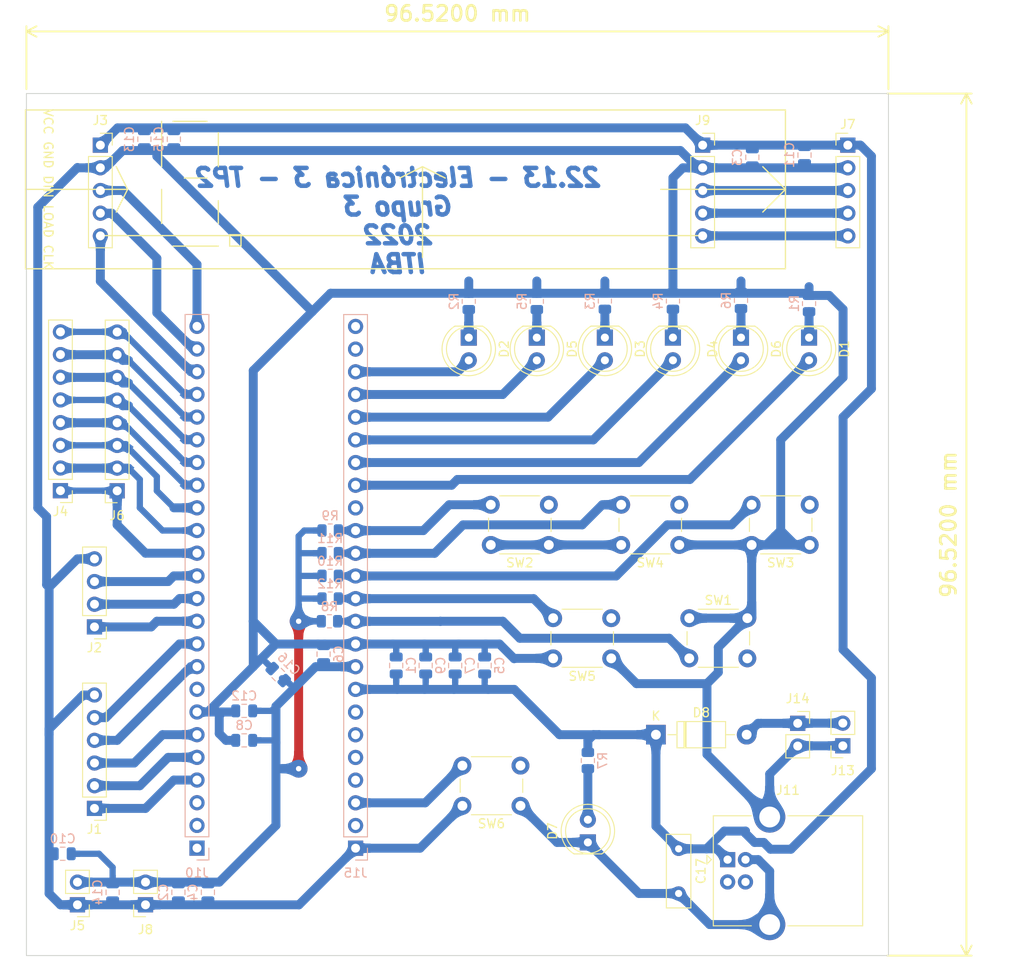
<source format=kicad_pcb>
(kicad_pcb (version 20211014) (generator pcbnew)
  (layers (0 "F.Cu" signal) (31 "B.Cu" signal) (34 "B.Paste" user) (35 "F.Paste" user) (36 "B.SilkS" user "B.Silkscreen") (37 "F.SilkS" user "F.Silkscreen") (38 "B.Mask" user) (39 "F.Mask" user) (44 "Edge.Cuts" user))
  (net 0 "")
  (net 1 "/FT_SSn")
  (net 2 "/FT_SCK")
  (net 3 "/FLASH_MOSI")
  (net 4 "/FLASH_MISO")
  (net 5 "/IOB_25B_G3")
  (net 6 "/IOB_18A")
  (net 7 "GND")
  (net 8 "/CLK_12M_EXT")
  (net 9 "/IOB_22A")
  (net 10 "/IOB_23B")
  (net 11 "/IOB_24A")
  (net 12 "/IOB_29B")
  (net 13 "/IOB_31B")
  (net 14 "/IOB_20A")
  (net 15 "/IOB_16A")
  (net 16 "/IOB_13B")
  (net 17 "/IOB_3B_G6")
  (net 18 "/C0")
  (net 19 "/C1")
  (net 20 "/C2")
  (net 21 "/IOB_2A")
  (net 22 "/IOB_0A")
  (net 23 "/IOB_6A")
  (net 24 "/VIO_BANK_0_2")
  (net 25 "/CRESET_N")
  (net 26 "/CDONE")
  (net 27 "/LED_R")
  (net 28 "/LED_G")
  (net 29 "/LED_B")
  (net 30 "+5V")
  (net 31 "+3V3")
  (net 32 "Net-(D1-Pad1)")
  (net 33 "Net-(D2-Pad1)")
  (net 34 "/IOT_38B")
  (net 35 "/IOT_43A")
  (net 36 "/IOT_46B_G0")
  (net 37 "/IOT_42B")
  (net 38 "/IOT_45A_G1")
  (net 39 "/IOT_44B")
  (net 40 "/IOT_49A")
  (net 41 "/IOT_48B")
  (net 42 "/IOT_51A")
  (net 43 "Net-(D3-Pad1)")
  (net 44 "Net-(D4-Pad1)")
  (net 45 "/maxDOUT")
  (net 46 "Net-(D5-Pad1)")
  (net 47 "Net-(D6-Pad1)")
  (net 48 "Net-(D7-Pad2)")
  (net 49 "Net-(D8-Pad2)")
  (net 52 "/IOT_39A")
  (net 53 "/IOT_37A")
  (net 54 "/IOT_36B")
  (net 55 "/C3")
  (net 56 "/IOT_50B")
  (net 57 "/IOT_41A")
  (footprint "Connector_PinSocket_2.54mm:PinSocket_1x05_P2.54mm_Vertical" (layer "F.Cu") (at 183.192 52.1)
    (fp_text reference "J9")
    (fp_text value "Conn_01x05_Male")
  )
  (footprint "LED_THT:LED_D5.0mm_IRGrey" (layer "F.Cu") (at 157.005 73.655 -90)
    (fp_text reference "D2")
    (fp_text value "LD274")
  )
  (footprint "LED_THT:LED_D5.0mm_IRGrey" (layer "F.Cu") (at 187.485 73.655 -90)
    (fp_text reference "D6")
    (fp_text value "LD274")
  )
  (footprint "Connector_PinHeader_2.54mm:PinHeader_1x02_P2.54mm_Vertical" (layer "F.Cu") (at 113.19 137.16 180)
    (fp_text reference "J5")
    (fp_text value "supplyKeyboard")
  )
  (footprint "Button_Switch_THT:SW_PUSH_6mm" (layer "F.Cu") (at 180.575 96.865 180)
    (fp_text reference "SW4")
    (fp_text value "SW_Push")
  )
  (footprint "Capacitor_THT:C_Disc_D8.0mm_W2.5mm_P5.00mm" (layer "F.Cu") (at 180.5 130.89 -90)
    (fp_text reference "C17")
    (fp_text value "C")
  )
  (footprint "Connector_PinSocket_2.54mm:PinSocket_1x02_P2.54mm_Vertical" (layer "F.Cu") (at 193.835 116.84)
    (fp_text reference "J14")
    (fp_text value "Conn_01x02_Female")
  )
  (footprint "Connector_PinHeader_2.54mm:PinHeader_1x05_P2.54mm_Vertical" (layer "F.Cu") (at 199.448 52.1)
    (fp_text reference "J7")
    (fp_text value "Conn_01x05_Female")
  )
  (footprint "Connector_USB:USB_B_OST_USB-B1HSxx_Horizontal" (layer "F.Cu") (at 185.9875 132.1)
    (fp_text reference "J11")
    (fp_text value "USB_B")
  )
  (footprint "Connector_PinHeader_2.54mm:PinHeader_1x04_P2.54mm_Vertical" (layer "F.Cu") (at 115.095 106.045 180)
    (fp_text reference "J2")
    (fp_text value "Conn_01x04_Female")
  )
  (footprint "Button_Switch_THT:SW_PUSH_6mm" (layer "F.Cu") (at 162.795 126.075 180)
    (fp_text reference "SW6")
    (fp_text value "SW_Push")
  )
  (footprint "Connector_PinHeader_2.54mm:PinHeader_1x06_P2.54mm_Vertical" (layer "F.Cu") (at 115.095 126.365 180)
    (fp_text reference "J1")
    (fp_text value "Conn_01x06_Female")
  )
  (footprint "Connector_PinSocket_2.54mm:PinSocket_1x08_P2.54mm_Vertical" (layer "F.Cu") (at 117.635 90.805 180)
    (fp_text reference "J6")
    (fp_text value "Conn_01x08_Female")
  )
  (footprint "Button_Switch_THT:SW_PUSH_6mm" (layer "F.Cu") (at 181.695 105.065)
    (fp_text reference "SW1")
    (fp_text value "SW_Push")
  )
  (footprint "LED_THT:LED_D5.0mm_IRGrey" (layer "F.Cu") (at 179.865 73.65 -90)
    (fp_text reference "D4")
    (fp_text value "LD274")
  )
  (footprint "LED_THT:LED_D5.0mm_IRGrey" (layer "F.Cu") (at 172.245 73.65 -90)
    (fp_text reference "D3")
    (fp_text value "LD274")
  )
  (footprint "Connector_PinSocket_2.54mm:PinSocket_1x02_P2.54mm_Vertical" (layer "F.Cu") (at 120.81 137.16 180)
    (fp_text reference "J8")
    (fp_text value "supplyKeyboard")
  )
  (footprint "Connector_PinSocket_2.54mm:PinSocket_1x02_P2.54mm_Vertical" (layer "F.Cu") (at 198.89 119.36 180)
    (fp_text reference "J13")
    (fp_text value "Conn_01x02_Male")
  )
  (footprint "Button_Switch_THT:SW_PUSH_6mm" (layer "F.Cu") (at 172.955 109.565 180)
    (fp_text reference "SW5")
    (fp_text value "SW_Push")
  )
  (footprint "Diode_THT:D_DO-41_SOD81_P10.16mm_Horizontal" (layer "F.Cu") (at 177.96 118.11)
    (fp_text reference "D8")
    (fp_text value "1N5817")
  )
  (footprint "LED_THT:LED_D5.0mm_IRGrey" (layer "F.Cu") (at 195.105 73.65 -90)
    (fp_text reference "D1")
    (fp_text value "LD274")
  )
  (footprint "Button_Switch_THT:SW_PUSH_6mm" (layer "F.Cu") (at 165.97 96.865 180)
    (fp_text reference "SW2")
    (fp_text value "SW_Push")
  )
  (footprint "LED_THT:LED_D5.0mm_IRGrey" (layer "F.Cu") (at 164.625 73.655 -90)
    (fp_text reference "D5")
    (fp_text value "LD274")
  )
  (footprint "Connector_PinSocket_2.54mm:PinSocket_1x05_P2.54mm_Vertical" (layer "F.Cu") (at 115.755 52.1)
    (fp_text reference "J3")
    (fp_text value "Conn_01x05_Female")
  )
  (footprint "Connector_PinHeader_2.54mm:PinHeader_1x08_P2.54mm_Vertical" (layer "F.Cu") (at 111.285 90.79 180)
    (fp_text reference "J4")
    (fp_text value "Conn_01x08_Male")
  )
  (footprint "Button_Switch_THT:SW_PUSH_6mm" (layer "F.Cu") (at 195.18 96.865 180)
    (fp_text reference "SW3")
    (fp_text value "SW_Push")
  )
  (footprint "LED_THT:LED_D5.0mm_IRGrey" (layer "F.Cu") (at 170.34 130.17 90)
    (fp_text reference "D7")
    (fp_text value "LD274")
  )
  (footprint "Capacitor_SMD:C_0805_2012Metric" (layer "B.Cu") (at 111.539 131.445 180)
    (fp_text reference "C10")
    (fp_text value "C")
  )
  (footprint "Resistor_SMD:R_0805_2012Metric" (layer "B.Cu") (at 187.485 69.4925 -90)
    (fp_text reference "R6")
    (fp_text value "680")
  )
  (footprint "Capacitor_SMD:C_0805_2012Metric" (layer "B.Cu") (at 123.985 51.435 -90)
    (fp_text reference "C15")
    (fp_text value "C")
  )
  (footprint "Capacitor_SMD:C_0805_2012Metric" (layer "B.Cu") (at 131.859 118.745 180)
    (fp_text reference "C8")
    (fp_text value "C")
  )
  (footprint "Resistor_SMD:R_0805_2012Metric" (layer "B.Cu") (at 157.005 69.5975 -90)
    (fp_text reference "R2")
    (fp_text value "680")
  )
  (footprint "Capacitor_SMD:C_0805_2012Metric" (layer "B.Cu") (at 152.179 110.363 90)
    (fp_text reference "C9")
    (fp_text value "C")
  )
  (footprint "Resistor_SMD:R_0805_2012Metric" (layer "B.Cu") (at 179.865 69.5625 -90)
    (fp_text reference "R4")
    (fp_text value "680")
  )
  (footprint "Resistor_SMD:R_0805_2012Metric" (layer "B.Cu") (at 141.4875 95.25 180)
    (fp_text reference "R9")
    (fp_text value "10k")
  )
  (footprint "Resistor_SMD:R_0805_2012Metric" (layer "B.Cu") (at 170.34 121.0075 90)
    (fp_text reference "R7")
    (fp_text value "680")
  )
  (footprint "Capacitor_SMD:C_0805_2012Metric" (layer "B.Cu") (at 158.783 110.363 90)
    (fp_text reference "C5")
    (fp_text value "C")
  )
  (footprint "Capacitor_SMD:C_0805_2012Metric" (layer "B.Cu") (at 155.481 110.363 90)
    (fp_text reference "C7")
    (fp_text value "C")
  )
  (footprint "Capacitor_SMD:C_0805_2012Metric" (layer "B.Cu") (at 124.493 135.763 -90)
    (fp_text reference "C2")
    (fp_text value "C")
  )
  (footprint "Capacitor_SMD:C_0805_2012Metric" (layer "B.Cu") (at 194.597 53.213 -90)
    (fp_text reference "C11")
    (fp_text value "C")
  )
  (footprint "Capacitor_SMD:C_0805_2012Metric" (layer "B.Cu") (at 120.683 51.435 -90)
    (fp_text reference "C13")
    (fp_text value "C")
  )
  (footprint "Resistor_SMD:R_0805_2012Metric" (layer "B.Cu") (at 141.4075 105.41 180)
    (fp_text reference "R8")
    (fp_text value "10k")
  )
  (footprint "Capacitor_SMD:C_0805_2012Metric" (layer "B.Cu") (at 148.877 110.363 90)
    (fp_text reference "C1")
    (fp_text value "C")
  )
  (footprint "Resistor_SMD:R_0805_2012Metric" (layer "B.Cu") (at 141.4875 97.79 180)
    (fp_text reference "R11")
    (fp_text value "10k")
  )
  (footprint "Capacitor_SMD:C_0805_2012Metric" (layer "B.Cu") (at 127.795 135.763 -90)
    (fp_text reference "C4")
    (fp_text value "C")
  )
  (footprint "Capacitor_SMD:C_0805_2012Metric" (layer "B.Cu") (at 188.755 53.467 -90)
    (fp_text reference "C3")
    (fp_text value "C")
  )
  (footprint "Capacitor_SMD:C_0805_2012Metric" (layer "B.Cu") (at 135.669 111.379 135)
    (fp_text reference "C16")
    (fp_text value "C")
  )
  (footprint "Resistor_SMD:R_0805_2012Metric" (layer "B.Cu") (at 141.4875 100.33 180)
    (fp_text reference "R10")
    (fp_text value "10k")
  )
  (footprint "Capacitor_SMD:C_0805_2012Metric" (layer "B.Cu") (at 131.859 115.443 180)
    (fp_text reference "C12")
    (fp_text value "C")
  )
  (footprint "Resistor_SMD:R_0805_2012Metric" (layer "B.Cu") (at 164.625 69.5975 -90)
    (fp_text reference "R5")
    (fp_text value "680")
  )
  (footprint "Connector_PinSocket_2.54mm:PinSocket_1x24_P2.54mm_Vertical" (layer "B.Cu") (at 144.33 130.82)
    (fp_text reference "J15")
    (fp_text value "Right")
  )
  (footprint "Resistor_SMD:R_0805_2012Metric" (layer "B.Cu") (at 195.105 69.84 -90)
    (fp_text reference "R1")
    (fp_text value "680")
  )
  (footprint "Resistor_SMD:R_0805_2012Metric" (layer "B.Cu") (at 172.245 69.5625 -90)
    (fp_text reference "R3")
    (fp_text value "680")
  )
  (footprint "Capacitor_SMD:C_0805_2012Metric" (layer "B.Cu") (at 117.127 135.763 -90)
    (fp_text reference "C14")
    (fp_text value "C")
  )
  (footprint "Resistor_SMD:R_0805_2012Metric" (layer "B.Cu") (at 141.4875 102.87 180)
    (fp_text reference "R12")
    (fp_text value "10k")
  )
  (footprint "Capacitor_SMD:C_0805_2012Metric" (layer "B.Cu") (at 140.749 109.093 90)
    (fp_text reference "C6")
    (fp_text value "C")
  )
  (footprint "Connector_PinSocket_2.54mm:PinSocket_1x24_P2.54mm_Vertical" (layer "B.Cu") (at 126.575 130.81)
    (fp_text reference "J10")
    (fp_text value "Left")
  )
  (gr_line (start 130.233 63.403) (end 130.233 62.133) (layer "F.SilkS") (width 0.15))
  (gr_line (start 128.963 58.323) (end 128.963 60.863) (layer "F.SilkS") (width 0.15))
  (gr_line (start 115.628 62.23) (end 183.192 62.23) (layer "F.SilkS") (width 0.15))
  (gr_line (start 178.493 57.053) (end 192.463 57.053) (layer "F.SilkS") (width 0.15))
  (gr_line (start 189.923 59.593) (end 192.463 57.053) (layer "F.SilkS") (width 0.15))
  (gr_line (start 192.463 65.943) (end 107.373 65.943) (layer "F.SilkS") (width 0.15))
  (gr_line (start 151.823 54.513) (end 149.283 55.783) (layer "F.SilkS") (width 0.15))
  (gr_line (start 131.503 63.403) (end 130.233 63.403) (layer "F.SilkS") (width 0.15))
  (gr_line (start 131.503 62.133) (end 131.503 63.403) (layer "F.SilkS") (width 0.15))
  (gr_line (start 107.373 65.943) (end 107.373 48.163) (layer "F.SilkS") (width 0.15))
  (gr_line (start 151.823 64.673) (end 151.823 54.513) (layer "F.SilkS") (width 0.15))
  (gr_line (start 127.693 55.783) (end 125.153 55.783) (layer "F.SilkS") (width 0.15))
  (gr_line (start 130.233 62.133) (end 131.503 62.133) (layer "F.SilkS") (width 0.15))
  (gr_line (start 107.373 48.163) (end 192.463 48.163) (layer "F.SilkS") (width 0.15))
  (gr_line (start 118.803 57.053) (end 117.533 54.513) (layer "F.SilkS") (width 0.15))
  (gr_line (start 122.613 49.433) (end 122.613 54.513) (layer "F.SilkS") (width 0.15))
  (gr_line (start 151.823 54.513) (end 154.363 55.783) (layer "F.SilkS") (width 0.15))
  (gr_line (start 127.693 49.433) (end 123.883 49.433) (layer "F.SilkS") (width 0.15))
  (gr_line (start 118.803 57.053) (end 117.533 59.593) (layer "F.SilkS") (width 0.15))
  (gr_line (start 122.613 57.053) (end 122.613 60.863) (layer "F.SilkS") (width 0.15))
  (gr_line (start 107.373 57.053) (end 118.803 57.053) (layer "F.SilkS") (width 0.15))
  (gr_line (start 128.963 63.403) (end 123.883 63.403) (layer "F.SilkS") (width 0.15))
  (gr_line (start 192.463 57.053) (end 189.923 54.513) (layer "F.SilkS") (width 0.15))
  (gr_line (start 128.963 50.703) (end 128.963 54.513) (layer "F.SilkS") (width 0.15))
  (gr_line (start 192.463 48.163) (end 192.463 65.943) (layer "F.SilkS") (width 0.15))
  (gr_line (start 203.995 142.845) (end 107.475 142.845) (layer "Edge.Cuts") (width 0.1))
  (gr_line (start 107.475 142.845) (end 107.475 46.325) (layer "Edge.Cuts") (width 0.1))
  (gr_line (start 107.475 46.325) (end 203.995 46.325) (layer "Edge.Cuts") (width 0.1))
  (gr_line (start 203.995 46.325) (end 203.995 142.845) (layer "Edge.Cuts") (width 0.1))
  (gr_text "22.13 - Electrónica 3 - TP2\nGrupo 3\n2022\nITBA" (at 149.131 60.579) (layer "B.Cu") (effects (font (size 2 2) (thickness 0.5) italic) (justify mirror)))
  (gr_text "VCC GND DIN LOAD CLK" (at 109.913 57.053 270) (layer "F.SilkS") (effects (font (size 1 1))))
  (dimension (type aligned) (layer "F.SilkS") (pts (xy 203.36 142.845) (xy 203.36 46.325)) (height 9.365) (gr_text "96.5200 mm" (at 210.725 94.585 90) (layer "F.SilkS") (effects (font (size 1.7 1.7) (thickness 0.3)))) (format (units 3) (units_format 1) (precision 4)) (style (thickness 0.2) (arrow_length 1.27) (text_position_mode 0) (extension_height 0.58642) (extension_offset 0.5) keep_text_aligned))
  (dimension (type aligned) (layer "F.SilkS") (pts (xy 107.475 46.325) (xy 203.995 46.325)) (height -6.955) (gr_text "96.5200 mm" (at 155.735 37.37) (layer "F.SilkS") (effects (font (size 1.7 1.7) (thickness 0.3)))) (format (units 3) (units_format 1) (precision 4)) (style (thickness 0.2) (arrow_length 1.27) (text_position_mode 0) (extension_height 0.58642) (extension_offset 0.5) keep_text_aligned))
  (segment (start 115.095 123.825) (end 120.175 123.825) (width 1) (layer "B.Cu") (net 5))
  (segment (start 123.35 120.65) (end 126.575 120.65) (width 1) (layer "B.Cu") (net 5))
  (segment (start 120.175 123.825) (end 123.35 120.65) (width 1) (layer "B.Cu") (net 5))
  (segment (start 122.715 118.11) (end 119.54 121.285) (width 1) (layer "B.Cu") (net 6))
  (segment (start 119.54 121.285) (end 115.095 121.285) (width 1) (layer "B.Cu") (net 6))
  (segment (start 126.575 118.11) (end 122.715 118.11) (width 1) (layer "B.Cu") (net 6))
  (segment (start 197.3575 68.9275) (end 198.915 70.485) (width 1) (layer "B.Cu") (net 7))
  (segment (start 110.015 118.11) (end 110.015 117.475) (width 1) (layer "B.Cu") (net 7))
  (segment (start 151.55 130.82) (end 156.295 126.075) (width 1) (layer "B.Cu") (net 7))
  (segment (start 195.105 68.9275) (end 195.105 67.945) (width 1) (layer "B.Cu") (net 7))
  (segment (start 190.315 96.865) (end 188.68 96.865) (width 1) (layer "B.Cu") (net 7))
  (segment (start 137.99 137.16) (end 144.33 130.82) (width 1) (layer "B.Cu") (net 7))
  (segment (start 141.533 68.685) (end 139.479 70.739) (width 1) (layer "B.Cu") (net 7))
  (segment (start 190.6975 122.5175) (end 193.835 119.38) (width 1) (layer "B.Cu") (net 7))
  (segment (start 113.19 98.425) (end 115.095 98.425) (width 1) (layer "B.Cu") (net 7))
  (segment (start 188.68 104.58) (end 188.195 105.065) (width 1) (layer "B.Cu") (net 7))
  (segment (start 113.22 54.64) (end 115.755 54.64) (width 1) (layer "B.Cu") (net 7))
  (segment (start 155.872 107.96) (end 158.9 107.96) (width 1) (layer "B.Cu") (net 7))
  (segment (start 108.745 92.71) (end 108.745 59.055) (width 1) (layer "B.Cu") (net 7))
  (segment (start 129.065 117.983) (end 129.827 118.745) (width 1) (layer "B.Cu") (net 7))
  (segment (start 162.121 109.565) (end 166.455 109.565) (width 1) (layer "B.Cu") (net 7))
  (segment (start 138.072 107.96) (end 139.088 107.96) (width 1) (layer "B.Cu") (net 7))
  (segment (start 110.015 118.11) (end 110.015 101.6) (width 1) (layer "B.Cu") (net 7))
  (segment (start 190.6975 133.3875) (end 190.6975 139.37) (width 1) (layer "B.Cu") (net 7))
  (segment (start 188.68 96.865) (end 180.575 96.865) (width 1) (layer "B.Cu") (net 7))
  (segment (start 148.506 107.96) (end 152.042 107.96) (width 1) (layer "B.Cu") (net 7))
  (segment (start 157.005 68.685) (end 157.005 67.31) (width 1) (layer "B.Cu") (net 7))
  (segment (start 158.783 109.413) (end 158.783 108.077) (width 0.7) (layer "B.Cu") (net 7))
  (segment (start 174.075 96.865) (end 165.97 96.865) (width 1) (layer "B.Cu") (net 7))
  (segment (start 157.005 68.685) (end 194.8625 68.685) (width 1) (layer "B.Cu") (net 7))
  (segment (start 199.448 54.64) (end 183.192 54.64) (width 1) (layer "B.Cu") (net 7))
  (segment (start 189.41 132.1) (end 190.6975 133.3875) (width 1) (layer "B.Cu") (net 7))
  (segment (start 162.795 126.075) (end 166.895 130.175) (width 1) (layer "B.Cu") (net 7))
  (segment (start 109.735 101.32) (end 109.735 93.7) (width 1) (layer "B.Cu") (net 7))
  (segment (start 129.446 115.57) (end 129.065 115.951) (width 1) (layer "B.Cu") (net 7))
  (segment (start 183.675 112.395) (end 175.785 112.395) (width 1) (layer "B.Cu") (net 7))
  (segment (start 135.425 107.96) (end 138.072 107.96) (width 1) (layer "B.Cu") (net 7))
  (segment (start 152.042 107.96) (end 155.872 107.96) (width 1) (layer "B.Cu") (net 7))
  (segment (start 113.19 137.16) (end 120.81 137.16) (width 1) (layer "B.Cu") (net 7))
  (segment (start 148.877 109.413) (end 148.877 108.331) (width 0.7) (layer "B.Cu") (net 7))
  (segment (start 190.6975 127.33) (end 183.675 120.3075) (width 1) (layer "B.Cu") (net 7))
  (segment (start 176.06 135.89) (end 170.34 130.17) (width 1) (layer "B.Cu") (net 7))
  (segment (start 155.481 108.351) (end 155.872 107.96) (width 0.7) (layer "B.Cu") (net 7))
  (segment (start 111.285 137.16) (end 110.015 135.89) (width 1) (layer "B.Cu") (net 7))
  (segment (start 148.877 108.331) (end 148.506 107.96) (width 0.7) (layer "B.Cu") (net 7))
  (segment (start 167.805 130.17) (end 170.34 130.17) (width 1) (layer "B.Cu") (net 7))
  (segment (start 116.315 54.64) (end 115.755 54.64) (width 1) (layer "B.Cu") (net 7))
  (segment (start 127.795 115.57) (end 132.875 110.49) (width 1) (layer "B.Cu") (net 7))
  (segment (start 126.575 115.57) (end 127.795 115.57) (width 1) (layer "B.Cu") (net 7))
  (segment (start 139.479 70.739) (end 132.875 77.343) (width 1) (layer "B.Cu") (net 7))
  (segment (start 132.875 77.343) (end 132.875 105.41) (width 1) (layer "B.Cu") (net 7))
  (segment (start 160.444 107.96) (end 162.085 109.601) (width 1) (layer "B.Cu") (net 7))
  (segment (start 132.875 105.41) (end 132.875 110.49) (width 1) (layer "B.Cu") (net 7))
  (segment (start 180.978 54.64) (end 179.865 55.753) (width 1) (layer "B.Cu") (net 7))
  (segment (start 158.9 107.96) (end 160.444 107.96) (width 1) (layer "B.Cu") (net 7))
  (segment (start 179.865 55.753) (end 179.865 68.65) (width 1) (layer "B.Cu") (net 7))
  (segment (start 180.5 135.89) (end 176.06 135.89) (width 1) (layer "B.Cu") (net 7))
  (segment (start 132.875 105.41) (end 135.425 107.96) (width 1) (layer "B.Cu") (net 7))
  (segment (start 183.675 120.3075) (end 183.675 112.395) (width 1) (layer "B.Cu") (net 7))
  (segment (start 184.945 111.125) (end 183.675 112.395) (width 1) (layer "B.Cu") (net 7))
  (segment (start 183.192 54.64) (end 182.632 54.64) (width 1) (layer "B.Cu") (net 7))
  (segment (start 188.68 96.865) (end 188.68 104.58) (width 1) (layer "B.Cu") (net 7))
  (segment (start 195.105 68.9275) (end 197.3575 68.9275) (width 1) (layer "B.Cu") (net 7))
  (segment (start 187.9875 132.1) (end 189.41 132.1) (width 1) (layer "B.Cu") (net 7))
  (segment (start 110.015 135.89) (end 110.015 118.11) (width 1) (layer "B.Cu") (net 7))
  (segment (start 110.015 101.6) (end 109.735 101.32) (width 1) (layer "B.Cu") (net 7))
  (segment (start 132.875 110.49) (end 133.8275 109.5375) (width 1) (layer "B.Cu") (net 7))
  (segment (start 118.25 52.705) (end 116.315 54.64) (width 1) (layer "B.Cu") (net 7))
  (segment (start 198.915 70.485) (end 198.915 78.105) (width 1) (layer "B.Cu") (net 7))
  (segment (start 135.415 107.95) (end 135.425 107.96) (width 1) (layer "B.Cu") (net 7))
  (segment (start 190.6975 139.37) (end 183.98 139.37) (width 1) (layer "B.Cu") (net 7))
  (segment (start 191.295 95.885) (end 191.93 96.52) (width 1) (layer "B.Cu") (net 7))
  (segment (start 140.124 107.96) (end 140.866 107.96) (width 1) (layer "B.Cu") (net 7))
  (segment (start 190.315 96.865) (end 195.18 96.865) (width 1) (layer "B.Cu") (net 7))
  (segment (start 182.632 54.64) (end 180.697 52.705) (width 1) (layer "B.Cu") (net 7))
  (segment (start 120.81 137.16) (end 137.99 137.16) (width 1) (layer "B.Cu") (net 7))
  (segment (start 130.782 115.57) (end 130.909 115.443) (width 1) (layer "B.Cu") (net 7))
  (segment (start 158.783 108.077) (end 158.9 107.96) (width 0.7) (layer "B.Cu") (net 7))
  (segment (start 162.085 109.601) (end 162.121 109.565) (width 1) (layer "B.Cu") (net 7))
  (segment (start 164.625 68.685) (end 164.625 67.31) (width 1) (layer "B.Cu") (net 7))
  (segment (start 110.015 117.475) (end 113.825 113.665) (width 1) (layer "B.Cu") (net 7))
  (segment (start 183.192 54.64) (end 180.978 54.64) (width 1) (layer "B.Cu") (net 7))
  (segment (start 191.295 95.885) (end 190.315 96.865) (width 1) (layer "B.Cu") (net 7))
  (segment (start 152.179 109.413) (end 152.179 108.097) (width 0.7) (layer "B.Cu") (net 7))
  (segment (start 187.485 68.66) (end 187.485 67.31) (width 1) (layer "B.Cu") (net 7))
  (segment (start 188.195 105.065) (end 184.945 108.315) (width 1) (layer "B.Cu") (net 7))
  (segment (start 191.93 95.25) (end 191.295 95.885) (width 1) (layer "B.Cu") (net 7))
  (segment (start 139.479 70.739) (end 122.08 53.34) (width 1) (layer "B.Cu") (net 7))
  (segment (start 157.005 68.685) (end 141.533 68.685) (width 1) (layer "B.Cu") (net 7))
  (segment (start 198.89 119.36) (end 193.855 119.36) (width 1) (layer "B.Cu") (net 7))
  (segment (start 129.446 115.57) (end 130.782 115.57) (width 1) (layer "B.Cu") (net 7))
  (segment (start 193.855 119.36) (end 193.835 119.38) (width 1) (layer "B.Cu") (net 7))
  (segment (start 144.33 107.96) (end 148.506 107.96) (width 1) (layer "B.Cu") (net 7))
  (segment (start 166.895 130.175) (end 167.8 130.175) (width 1) (layer "B.Cu") (net 7))
  (segment (start 140.866 107.96) (end 144.33 107.96) (width 1) (layer "B.Cu") (net 7))
  (segment (start 122.08 53.34) (end 122.08 52.705) (width 1) (layer "B.Cu") (net 7))
  (segment (start 129.827 118.745) (end 130.909 118.745) (width 1) (layer "B.Cu") (net 7))
  (segment (start 175.785 112.395) (end 172.955 109.565) (width 1) (layer "B.Cu") (net 7))
  (segment (start 113.825 113.665) (end 115.095 113.665) (width 1) (layer "B.Cu") (net 7))
  (segment (start 159.47 96.865) (end 165.97 96.865) (width 1) (layer "B.Cu") (net 7))
  (segment (start 152.179 108.097) (end 152.042 107.96) (width 0.7) (layer "B.Cu") (net 7))
  (segment (start 167.8 130.175) (end 167.805 130.17) (width 1) (layer "B.Cu") (net 7))
  (segment (start 113.19 137.16) (end 111.285 137.16) (width 1) (layer "B.Cu") (net 7))
  (segment (start 172.245 68.65) (end 172.245 67.31) (width 1) (layer "B.Cu") (net 7))
  (segment (start 144.33 130.82) (end 151.55 130.82) (width 1) (layer "B.Cu") (net 7))
  (segment (start 183.98 139.37) (end 180.5 135.89) (width 1) (layer "B.Cu") (net 7))
  (segment (start 108.745 59.055) (end 113.19 54.61) (width 1) (layer "B.Cu") (net 7))
  (segment (start 134.743249 110.453249) (end 133.8275 109.5375) (width 0.7) (layer "B.Cu") (net 7))
  (segment (start 194.8625 68.685) (end 195.105 68.9275) (width 1) (layer "B.Cu") (net 7))
  (segment (start 139.088 107.96) (end 140.124 107.96) (width 1) (layer "B.Cu") (net 7))
  (segment (start 113.19 54.61) (end 113.22 54.64) (width 1) (layer "B.Cu") (net 7))
  (segment (start 133.8275 109.5375) (end 135.415 107.95) (width 1) (layer "B.Cu") (net 7))
  (segment (start 155.481 109.413) (end 155.481 108.351) (width 0.7) (layer "B.Cu") (net 7))
  (segment (start 190.6975 127.33) (end 190.6975 122.5175) (width 1) (layer "B.Cu") (net 7))
  (segment (start 191.93 85.09) (end 191.93 95.25) (width 1) (layer "B.Cu") (net 7))
  (segment (start 198.915 78.105) (end 191.93 85.09) (width 1) (layer "B.Cu") (net 7))
  (segment (start 184.945 108.315) (end 184.945 111.125) (width 1) (layer "B.Cu") (net 7))
  (segment (start 109.735 93.7) (end 108.745 92.71) (width 1) (layer "B.Cu") (net 7))
  (segment (start 110.015 101.6) (end 113.19 98.425) (width 1) (layer "B.Cu") (net 7))
  (segment (start 127.795 115.57) (end 129.446 115.57) (width 1) (layer "B.Cu") (net 7))
  (segment (start 129.065 115.951) (end 129.065 117.983) (width 1) (layer "B.Cu") (net 7))
  (segment (start 193.545 96.865) (end 195.18 96.865) (width 1) (layer "B.Cu") (net 7))
  (segment (start 181.695 105.065) (end 188.195 105.065) (width 1) (layer "B.Cu") (net 7))
  (segment (start 180.697 52.705) (end 122.08 52.705) (width 1) (layer "B.Cu") (net 7))
  (segment (start 122.08 52.705) (end 118.25 52.705) (width 1) (layer "B.Cu") (net 7))
  (segment (start 191.93 95.25) (end 193.545 96.865) (width 1) (layer "B.Cu") (net 7))
  (segment (start 125.89 110.49) (end 117.635 118.745) (width 1) (layer "B.Cu") (net 9))
  (segment (start 126.575 110.49) (end 125.89 110.49) (width 1) (layer "B.Cu") (net 9))
  (segment (start 117.635 118.745) (end 115.095 118.745) (width 1) (layer "B.Cu") (net 9))
  (segment (start 116.365 116.205) (end 124.62 107.95) (width 1) (layer "B.Cu") (net 10))
  (segment (start 115.095 116.205) (end 116.365 116.205) (width 1) (layer "B.Cu") (net 10))
  (segment (start 124.62 107.95) (end 126.575 107.95) (width 1) (layer "B.Cu") (net 10))
  (segment (start 121.445 106.045) (end 122.08 105.41) (width 1) (layer "B.Cu") (net 11))
  (segment (start 122.08 105.41) (end 126.575 105.41) (width 1) (layer "B.Cu") (net 11))
  (segment (start 115.095 106.045) (end 121.445 106.045) (width 1) (layer "B.Cu") (net 11))
  (segment (start 115.095 103.505) (end 123.985 103.505) (width 1) (layer "B.Cu") (net 12))
  (segment (start 124.62 102.87) (end 126.575 102.87) (width 1) (layer "B.Cu") (net 12))
  (segment (start 123.985 103.505) (end 124.62 102.87) (width 1) (layer "B.Cu") (net 12))
  (segment (start 123.985 100.33) (end 126.575 100.33) (width 1) (layer "B.Cu") (net 13))
  (segment (start 115.095 100.965) (end 123.35 100.965) (width 1) (layer "B.Cu") (net 13))
  (segment (start 123.35 100.965) (end 123.985 100.33) (width 1) (layer "B.Cu") (net 13))
  (segment (start 115.095 126.365) (end 120.81 126.365) (width 1) (layer "B.Cu") (net 14))
  (segment (start 123.985 123.19) (end 126.575 123.19) (width 1) (layer "B.Cu") (net 14))
  (segment (start 111.285 90.79) (end 117.62 90.79) (width 0.7) (layer "B.Cu") (net 14))
  (segment (start 117.635 94.615) (end 117.635 90.805) (width 1) (layer "B.Cu") (net 14))
  (segment (start 126.575 97.79) (end 120.81 97.79) (width 1) (layer "B.Cu") (net 14))
  (segment (start 120.81 126.365) (end 123.985 123.19) (width 1) (layer "B.Cu") (net 14))
  (segment (start 120.81 97.79) (end 117.635 94.615) (width 1) (layer "B.Cu") (net 14))
  (segment (start 117.62 90.79) (end 117.635 90.805) (width 0.7) (layer "B.Cu") (net 14))
  (segment (start 126.575 95.25) (end 122.715 95.25) (width 0.7) (layer "B.Cu") (net 15))
  (segment (start 120.175 92.71) (end 120.175 89.535) (width 0.7) (layer "B.Cu") (net 15))
  (segment (start 117.635 88.265) (end 111.3 88.265) (width 1) (layer "B.Cu") (net 15))
  (segment (start 118.905 88.265) (end 117.635 88.265) (width 1) (layer "B.Cu") (net 15))
  (segment (start 122.715 95.25) (end 120.175 92.71) (width 0.7) (layer "B.Cu") (net 15))
  (segment (start 120.175 89.535) (end 118.905 88.265) (width 0.7) (layer "B.Cu") (net 15))
  (segment (start 111.3 88.265) (end 111.285 88.25) (width 1) (layer "B.Cu") (net 15))
  (segment (start 123.985 92.71) (end 122.08 90.805) (width 0.7) (layer "B.Cu") (net 16))
  (segment (start 111.285 85.71) (end 117.62 85.71) (width 0.7) (layer "B.Cu") (net 16))
  (segment (start 117.62 85.71) (end 117.635 85.725) (width 0.7) (layer "B.Cu") (net 16))
  (segment (start 122.08 90.805) (end 122.08 89.2175) (width 0.7) (layer "B.Cu") (net 16))
  (segment (start 122.08 89.2175) (end 118.5875 85.725) (width 0.7) (layer "B.Cu") (net 16))
  (segment (start 118.5875 85.725) (end 117.635 85.725) (width 1) (layer "B.Cu") (net 16))
  (segment (start 126.575 92.71) (end 123.985 92.71) (width 1) (layer "B.Cu") (net 16))
  (segment (start 118.27 83.185) (end 125.255 90.17) (width 0.7) (layer "B.Cu") (net 17))
  (segment (start 117.635 83.185) (end 118.27 83.185) (width 1) (layer "B.Cu") (net 17))
  (segment (start 125.255 90.17) (end 126.575 90.17) (width 1) (layer "B.Cu") (net 17))
  (segment (start 117.635 83.185) (end 111.3 83.185) (width 1) (layer "B.Cu") (net 17))
  (segment (start 111.3 83.185) (end 111.285 83.17) (width 1) (layer "B.Cu") (net 17))
  (segment (start 125.255 87.63) (end 118.905 81.28) (width 0.7) (layer "B.Cu") (net 18))
  (segment (start 117.62 80.63) (end 117.635 80.645) (width 0.7) (layer "B.Cu") (net 18))
  (segment (start 117.635 80.645) (end 118.27 81.28) (width 1) (layer "B.Cu") (net 18))
  (segment (start 111.285 80.63) (end 117.62 80.63) (width 0.7) (layer "B.Cu") (net 18))
  (segment (start 118.27 81.28) (end 118.905 81.28) (width 1) (layer "B.Cu") (net 18))
  (segment (start 126.575 87.63) (end 125.255 87.63) (width 1) (layer "B.Cu") (net 18))
  (segment (start 125.255 85.09) (end 118.905 78.74) (width 0.7) (layer "B.Cu") (net 19))
  (segment (start 117.635 78.105) (end 111.3 78.105) (width 1) (layer "B.Cu") (net 19))
  (segment (start 118.27 78.74) (end 117.635 78.105) (width 1) (layer "B.Cu") (net 19))
  (segment (start 111.3 78.105) (end 111.285 78.09) (width 1) (layer "B.Cu") (net 19))
  (segment (start 126.575 85.09) (end 125.255 85.09) (width 1) (layer "B.Cu") (net 19))
  (segment (start 118.905 78.74) (end 118.27 78.74) (width 1) (layer "B.Cu") (net 19))
  (segment (start 111.3 75.565) (end 111.285 75.55) (width 1) (layer "B.Cu") (net 20))
  (segment (start 117.635 75.565) (end 111.3 75.565) (width 1) (layer "B.Cu") (net 20))
  (segment (start 125.255 82.55) (end 118.905 76.2) (width 0.7) (layer "B.Cu") (net 20))
  (segment (start 118.905 76.2) (end 118.27 76.2) (width 1) (layer "B.Cu") (net 20))
  (segment (start 118.27 76.2) (end 117.635 75.565) (width 1) (layer "B.Cu") (net 20))
  (segment (start 126.575 82.55) (end 125.255 82.55) (width 1) (layer "B.Cu") (net 20))
  (segment (start 125.89 77.47) (end 115.755 67.335) (width 1) (layer "B.Cu") (net 21))
  (segment (start 183.192 62.26) (end 199.448 62.26) (width 1) (layer "B.Cu") (net 21))
  (segment (start 115.755 67.335) (end 115.755 62.26) (width 1) (layer "B.Cu") (net 21))
  (segment (start 126.575 77.47) (end 125.89 77.47) (width 1) (layer "B.Cu") (net 21))
  (segment (start 126.144 74.93) (end 122.08 70.866) (width 1) (layer "B.Cu") (net 22))
  (segment (start 199.448 59.72) (end 183.192 59.72) (width 1) (layer "B.Cu") (net 22))
  (segment (start 122.08 64.77) (end 117.03 59.72) (width 1) (layer "B.Cu") (net 22))
  (segment (start 126.575 74.93) (end 126.144 74.93) (width 1) (layer "B.Cu") (net 22))
  (segment (start 122.08 70.866) (end 122.08 64.77) (width 1) (layer "B.Cu") (net 22))
  (segment (start 117.03 59.72) (end 115.755 59.72) (width 1) (layer "B.Cu") (net 22))
  (segment (start 115.755 57.18) (end 118.3 57.18) (width 1) (layer "B.Cu") (net 23))
  (segment (start 118.3 57.18) (end 126.575 65.455) (width 1) (layer "B.Cu") (net 23))
  (segment (start 126.575 65.455) (end 126.575 72.39) (width 1) (layer "B.Cu") (net 23))
  (segment (start 152.13 125.74) (end 156.295 121.575) (width 1) (layer "B.Cu") (net 25))
  (segment (start 144.33 125.74) (end 152.13 125.74) (width 1) (layer "B.Cu") (net 25))
  (segment (start 162.095 113.04) (end 159.174 113.04) (width 1) (layer "B.Cu") (net 30))
  (segment (start 202.09 111.76) (end 202.09 121.92) (width 1) (layer "B.Cu") (net 30))
  (segment (start 187.993 129.159) (end 187.993 128.905) (width 1) (layer "B.Cu") (net 30))
  (segment (start 185.613 128.905) (end 183.628 130.89) (width 1) (layer "B.Cu") (net 30))
  (segment (start 155.481 111.313) (end 155.481 112.903) (width 0.7) (layer "B.Cu") (net 30))
  (segment (start 177.96 118.11) (end 177.96 128.35) (width 1) (layer "B.Cu") (net 30))
  (segment (start 155.481 112.903) (end 155.344 113.04) (width 0.7) (layer "B.Cu") (net 30))
  (segment (start 199.448 52.1) (end 200.85 52.1) (width 1) (layer "B.Cu") (net 30))
  (segment (start 170.34 118.745) (end 170.975 118.11) (width 1) (layer "B.Cu") (net 30))
  (segment (start 200.85 52.1) (end 202.09 53.34) (width 1) (layer "B.Cu") (net 30))
  (segment (start 180.5 130.89) (end 183.628 130.89) (width 1) (layer "B.Cu") (net 30))
  (segment (start 158.783 111.313) (end 158.783 112.649) (width 0.7) (layer "B.Cu") (net 30))
  (segment (start 159.174 113.04) (end 155.344 113.04) (width 1) (layer "B.Cu") (net 30))
  (segment (start 148.994 113.04) (end 144.33 113.04) (width 1) (layer "B.Cu") (net 30))
  (segment (start 167.165 118.11) (end 162.095 113.04) (width 1) (layer "B.Cu") (net 30))
  (segment (start 158.783 112.649) (end 159.174 113.04) (width 0.7) (layer "B.Cu") (net 30))
  (segment (start 117.69 50.165) (end 115.755 52.1) (width 1) (layer "B.Cu") (net 30))
  (segment (start 152.179 112.923) (end 152.062 113.04) (width 0.7) (layer "B.Cu") (net 30))
  (segment (start 183.628 130.89) (end 184.7775 130.89) (width 1) (layer "B.Cu") (net 30))
  (segment (start 202.09 121.92) (end 193.073 130.937) (width 1) (layer "B.Cu") (net 30))
  (segment (start 177.96 128.35) (end 180.5 130.89) (width 1) (layer "B.Cu") (net 30))
  (segment (start 148.877 112.923) (end 148.994 113.04) (width 0.7) (layer "B.Cu") (net 30))
  (segment (start 148.877 111.313) (end 148.877 112.923) (width 0.7) (layer "B.Cu") (net 30))
  (segment (start 152.062 113.04) (end 148.994 113.04) (width 1) (layer "B.Cu") (net 30))
  (segment (start 202.09 79.375) (end 198.915 82.55) (width 1) (layer "B.Cu") (net 30))
  (segment (start 187.993 128.905) (end 185.613 128.905) (width 1) (layer "B.Cu") (net 30))
  (segment (start 202.09 53.34) (end 202.09 79.375) (width 1) (layer "B.Cu") (net 30))
  (segment (start 193.073 130.937) (end 190.787 130.937) (width 1) (layer "B.Cu") (net 30))
  (segment (start 171.61 118.11) (end 167.165 118.11) (width 1) (layer "B.Cu") (net 30))
  (segment (start 190.025 130.175) (end 189.009 130.175) (width 1) (layer "B.Cu") (net 30))
  (segment (start 189.009 130.175) (end 187.993 129.159) (width 1) (layer "B.Cu") (net 30))
  (segment (start 181.257 50.165) (end 117.69 50.165) (width 1) (layer "B.Cu") (net 30))
  (segment (start 198.915 82.55) (end 198.915 108.585) (width 1) (layer "B.Cu") (net 30))
  (segment (start 198.915 108.585) (end 202.09 111.76) (width 1) (layer "B.Cu") (net 30))
  (segment (start 184.7775 130.89) (end 185.9875 132.1) (width 1) (layer "B.Cu") (net 30))
  (segment (start 183.192 52.1) (end 199.448 52.1) (width 1) (layer "B.Cu") (net 30))
  (segment (start 155.344 113.04) (end 152.062 113.04) (width 1) (layer "B.Cu") (net 30))
  (segment (start 171.61 118.11) (end 177.96 118.11) (width 1) (layer "B.Cu") (net 30))
  (segment (start 170.975 118.11) (end 171.61 118.11) (width 1) (layer "B.Cu") (net 30))
  (segment (start 183.192 52.1) (end 181.257 50.165) (width 1) (layer "B.Cu") (net 30))
  (segment (start 170.34 120.095) (end 170.34 118.745) (width 1) (layer "B.Cu") (net 30))
  (segment (start 152.179 111.313) (end 152.179 112.923) (width 0.7) (layer "B.Cu") (net 30))
  (segment (start 190.787 130.937) (end 190.025 130.175) (width 1) (layer "B.Cu") (net 30))
  (segment (start 137.955 121.92) (end 137.955 105.41) (width 1) (layer "F.Cu") (net 31))
  (via (at 137.955 105.41) (size 2) (drill 0.6) (layers "F.Cu" "B.Cu") (net 31))
  (via (at 137.955 121.92) (size 2) (drill 0.6) (layers "F.Cu" "B.Cu") (net 31))
  (segment (start 140.575 95.25) (end 138.59 95.25) (width 0.7) (layer "B.Cu") (net 31))
  (segment (start 135.161 118.745) (end 135.415 118.999) (width 0.7) (layer "B.Cu") (net 31))
  (segment (start 140.575 100.33) (end 137.955 100.33) (width 0.7) (layer "B.Cu") (net 31))
  (segment (start 140.575 102.87) (end 137.955 102.87) (width 0.7) (layer "B.Cu") (net 31))
  (segment (start 137.447 112.903) (end 139.85 110.5) (width 1) (layer "B.Cu") (net 31))
  (segment (start 117.127 132.969) (end 117.127 134.813) (width 0.7) (layer "B.Cu") (net 31))
  (segment (start 136.340751 111.796751) (end 137.447 112.903) (width 0.7) (layer "B.Cu") (net 31))
  (segment (start 113.19 134.62) (end 120.81 134.62) (width 1) (layer "B.Cu") (net 31))
  (segment (start 139.85 110.5) (end 144.33 110.5) (width 1) (layer "B.Cu") (net 31))
  (segment (start 140.495 105.41) (end 137.955 105.41) (width 0.7) (layer "B.Cu") (net 31))
  (segment (start 135.415 121.92) (end 137.955 121.92) (width 1) (layer "B.Cu") (net 31))
  (segment (start 137.955 102.87) (end 137.955 105.41) (width 0.7) (layer "B.Cu") (net 31))
  (segment (start 136.086751 111.796751) (end 136.340751 111.796751) (width 0.7) (layer "B.Cu") (net 31))
  (segment (start 135.415 121.92) (end 135.415 118.999) (width 1) (layer "B.Cu") (net 31))
  (segment (start 129.065 134.62) (end 120.81 134.62) (width 1) (layer "B.Cu") (net 31))
  (segment (start 137.955 97.79) (end 137.955 100.33) (width 0.7) (layer "B.Cu") (net 31))
  (segment (start 135.415 128.27) (end 135.415 121.92) (width 1) (layer "B.Cu") (net 31))
  (segment (start 132.809 118.745) (end 135.161 118.745) (width 0.7) (layer "B.Cu") (net 31))
  (segment (start 138.59 95.25) (end 137.955 95.885) (width 0.7) (layer "B.Cu") (net 31))
  (segment (start 112.489 131.445) (end 115.603 131.445) (width 0.7) (layer "B.Cu") (net 31))
  (segment (start 134.907 115.443) (end 135.415 114.935) (width 0.7) (layer "B.Cu") (net 31))
  (segment (start 135.415 118.999) (end 135.415 114.935) (width 1) (layer "B.Cu") (net 31))
  (segment (start 135.415 114.935) (end 137.447 112.903) (width 1) (layer "B.Cu") (net 31))
  (segment (start 115.603 131.445) (end 117.127 132.969) (width 0.7) (layer "B.Cu") (net 31))
  (segment (start 132.809 115.443) (end 134.907 115.443) (width 0.7) (layer "B.Cu") (net 31))
  (segment (start 129.065 134.62) (end 135.415 128.27) (width 1) (layer "B.Cu") (net 31))
  (segment (start 140.575 97.79) (end 137.955 97.79) (width 0.7) (layer "B.Cu") (net 31))
  (segment (start 137.955 100.33) (end 137.955 102.87) (width 0.7) (layer "B.Cu") (net 31))
  (segment (start 137.955 95.885) (end 137.955 97.79) (width 0.7) (layer "B.Cu") (net 31))
  (segment (start 195.105 73.65) (end 195.105 70.7525) (width 1) (layer "B.Cu") (net 32))
  (segment (start 157.005 73.655) (end 157.005 70.51) (width 1) (layer "B.Cu") (net 33))
  (segment (start 144.32 97.79) (end 144.33 97.8) (width 0.7) (layer "B.Cu") (net 34))
  (segment (start 153.185 97.8) (end 156.37 94.615) (width 1) (layer "B.Cu") (net 34))
  (segment (start 142.4 97.79) (end 144.32 97.79) (width 0.7) (layer "B.Cu") (net 34))
  (segment (start 171.955 92.365) (end 169.705 94.615) (width 1) (layer "B.Cu") (net 34))
  (segment (start 156.37 94.615) (end 169.705 94.615) (width 1) (layer "B.Cu") (net 34))
  (segment (start 174.075 92.365) (end 171.955 92.365) (width 1) (layer "B.Cu") (net 34))
  (segment (start 144.33 97.8) (end 153.185 97.8) (width 1) (layer "B.Cu") (net 34))
  (segment (start 144.33 95.26) (end 151.915 95.26) (width 1) (layer "B.Cu") (net 35))
  (segment (start 154.81 92.365) (end 159.47 92.365) (width 1) (layer "B.Cu") (net 35))
  (segment (start 144.32 95.25) (end 144.33 95.26) (width 0.7) (layer "B.Cu") (net 35))
  (segment (start 142.4 95.25) (end 144.32 95.25) (width 0.7) (layer "B.Cu") (net 35))
  (segment (start 151.915 95.26) (end 154.81 92.365) (width 1) (layer "B.Cu") (net 35))
  (segment (start 144.33 90.18) (end 155.09 90.18) (width 1) (layer "B.Cu") (net 37))
  (segment (start 155.09 90.18) (end 155.735 89.535) (width 1) (layer "B.Cu") (net 37))
  (segment (start 181.76 89.535) (end 195.105 76.19) (width 1) (layer "B.Cu") (net 37))
  (segment (start 155.735 89.535) (end 181.76 89.535) (width 1) (layer "B.Cu") (net 37))
  (segment (start 176.04 87.64) (end 187.485 76.195) (width 1) (layer "B.Cu") (net 38))
  (segment (start 144.33 87.64) (end 176.04 87.64) (width 1) (layer "B.Cu") (net 38))
  (segment (start 144.33 85.1) (end 170.955 85.1) (width 1) (layer "B.Cu") (net 39))
  (segment (start 170.955 85.1) (end 179.865 76.19) (width 1) (layer "B.Cu") (net 39))
  (segment (start 165.875 82.56) (end 172.245 76.19) (width 1) (layer "B.Cu") (net 40))
  (segment (start 144.33 82.56) (end 165.875 82.56) (width 1) (layer "B.Cu") (net 40))
  (segment (start 160.8 80.02) (end 164.625 76.195) (width 1) (layer "B.Cu") (net 41))
  (segment (start 144.33 80.02) (end 160.8 80.02) (width 1) (layer "B.Cu") (net 41))
  (segment (start 144.33 77.48) (end 155.72 77.48) (width 1) (layer "B.Cu") (net 42))
  (segment (start 155.72 77.48) (end 157.005 76.195) (width 1) (layer "B.Cu") (net 42))
  (segment (start 172.245 73.65) (end 172.245 70.475) (width 1) (layer "B.Cu") (net 43))
  (segment (start 179.865 73.65) (end 179.865 70.475) (width 1) (layer "B.Cu") (net 44))
  (segment (start 183.192 57.18) (end 199.448 57.18) (width 1) (layer "B.Cu") (net 45))
  (segment (start 164.625 73.655) (end 164.625 70.51) (width 1) (layer "B.Cu") (net 46))
  (segment (start 187.485 73.655) (end 187.485 70.485) (width 1) (layer "B.Cu") (net 47))
  (segment (start 170.34 127.63) (end 170.34 121.92) (width 1) (layer "B.Cu") (net 48))
  (segment (start 198.89 116.82) (end 193.855 116.82) (width 1) (layer "B.Cu") (net 49))
  (segment (start 193.835 116.84) (end 189.39 116.84) (width 1) (layer "B.Cu") (net 49))
  (segment (start 189.39 116.84) (end 188.12 118.11) (width 1) (layer "B.Cu") (net 49))
  (segment (start 193.855 116.82) (end 193.835 116.84) (width 1) (layer "B.Cu") (net 49))
  (segment (start 144.32 100.33) (end 144.33 100.34) (width 0.7) (layer "B.Cu") (net 52))
  (segment (start 179.23 94.615) (end 186.43 94.615) (width 1) (layer "B.Cu") (net 52))
  (segment (start 173.505 100.34) (end 179.23 94.615) (width 1) (layer "B.Cu") (net 52))
  (segment (start 186.43 94.615) (end 188.68 92.365) (width 1) (layer "B.Cu") (net 52))
  (segment (start 142.4 100.33) (end 144.32 100.33) (width 0.7) (layer "B.Cu") (net 52))
  (segment (start 144.33 100.34) (end 173.505 100.34) (width 1) (layer "B.Cu") (net 52))
  (segment (start 179.445 107.315) (end 181.695 109.565) (width 1) (layer "B.Cu") (net 53))
  (segment (start 144.32 105.41) (end 144.33 105.42) (width 0.7) (layer "B.Cu") (net 53))
  (segment (start 160.815 105.41) (end 162.72 107.315) (width 1) (layer "B.Cu") (net 53))
  (segment (start 142.32 105.41) (end 144.32 105.41) (width 0.7) (layer "B.Cu") (net 53))
  (segment (start 144.33 105.42) (end 153.82 105.42) (width 1) (layer "B.Cu") (net 53))
  (segment (start 162.72 107.315) (end 179.445 107.315) (width 1) (layer "B.Cu") (net 53))
  (segment (start 153.82 105.42) (end 153.83 105.41) (width 1) (layer "B.Cu") (net 53))
  (segment (start 153.83 105.41) (end 160.815 105.41) (width 1) (layer "B.Cu") (net 53))
  (segment (start 144.33 102.88) (end 164.27 102.88) (width 1) (layer "B.Cu") (net 54))
  (segment (start 164.27 102.88) (end 166.455 105.065) (width 1) (layer "B.Cu") (net 54))
  (segment (start 144.32 102.87) (end 144.33 102.88) (width 0.7) (layer "B.Cu") (net 54))
  (segment (start 142.4 102.87) (end 144.32 102.87) (width 0.7) (layer "B.Cu") (net 54))
  (segment (start 118.27 73.025) (end 117.635 73.025) (width 1) (layer "B.Cu") (net 55))
  (segment (start 125.255 80.01) (end 118.27 73.025) (width 0.7) (layer "B.Cu") (net 55))
  (segment (start 111.285 73.01) (end 117.62 73.01) (width 0.7) (layer "B.Cu") (net 55))
  (segment (start 117.62 73.01) (end 117.635 73.025) (width 0.7) (layer "B.Cu") (net 55))
  (segment (start 126.575 80.01) (end 125.255 80.01) (width 1) (layer "B.Cu") (net 55))
  (zone (net 31) (net_name "+3V3") (layer "F.Cu") (priority 16962) (connect_pads yes (clearance 0)) (min_thickness 0.0254) (fill yes (thermal_gap 0.508) (thermal_bridge_width 0.508))
    (polygon (pts (xy 137.455 119.93) (xy 137.451354 120.152895) (xy 137.44026 120.344281) (xy 137.421482 120.510349) (xy 137.394782 120.657293) (xy 137.359924 120.791305) (xy 137.316673 120.918577) (xy 137.264791 121.045301) (xy 137.204042 121.177669) (xy 137.134191 121.321875) (xy 137.055 121.484111) (xy 137.955 122.42) (xy 138.855 121.484111) (xy 138.775808 121.321875) (xy 138.705957 121.177669) (xy 138.645208 121.045301) (xy 138.593326 120.918577) (xy 138.550075 120.791305) (xy 138.515217 120.657293) (xy 138.488517 120.510349) (xy 138.469739 120.344281) (xy 138.458645 120.152895) (xy 138.455 119.93)))
  )
  (zone (net 31) (net_name "+3V3") (layer "F.Cu") (priority 16962) (connect_pads yes (clearance 0)) (min_thickness 0.0254) (fill yes (thermal_gap 0.508) (thermal_bridge_width 0.508))
    (polygon (pts (xy 138.455 107.4) (xy 138.458645 107.177104) (xy 138.469739 106.985718) (xy 138.488517 106.81965) (xy 138.515217 106.672706) (xy 138.550075 106.538694) (xy 138.593326 106.411422) (xy 138.645208 106.284698) (xy 138.705957 106.15233) (xy 138.775808 106.008124) (xy 138.855 105.845889) (xy 137.955 104.91) (xy 137.055 105.845889) (xy 137.134191 106.008124) (xy 137.204042 106.15233) (xy 137.264791 106.284698) (xy 137.316673 106.411422) (xy 137.359924 106.538694) (xy 137.394782 106.672706) (xy 137.421482 106.81965) (xy 137.44026 106.985718) (xy 137.451354 107.177104) (xy 137.455 107.4)))
  )
  (zone (net 31) (net_name "+3V3") (layer "F.Cu") (priority 16962) (connect_pads yes (clearance 0)) (min_thickness 0.0254) (fill yes (thermal_gap 0.508) (thermal_bridge_width 0.508))
    (polygon (pts (xy 137.455 119.93) (xy 137.451354 120.152895) (xy 137.44026 120.344281) (xy 137.421482 120.510349) (xy 137.394782 120.657293) (xy 137.359924 120.791305) (xy 137.316673 120.918577) (xy 137.264791 121.045301) (xy 137.204042 121.177669) (xy 137.134191 121.321875) (xy 137.055 121.484111) (xy 137.955 122.42) (xy 138.855 121.484111) (xy 138.775808 121.321875) (xy 138.705957 121.177669) (xy 138.645208 121.045301) (xy 138.593326 120.918577) (xy 138.550075 120.791305) (xy 138.515217 120.657293) (xy 138.488517 120.510349) (xy 138.469739 120.344281) (xy 138.458645 120.152895) (xy 138.455 119.93)))
  )
  (zone (net 31) (net_name "+3V3") (layer "F.Cu") (priority 16962) (connect_pads yes (clearance 0)) (min_thickness 0.0254) (fill yes (thermal_gap 0.508) (thermal_bridge_width 0.508))
    (polygon (pts (xy 138.455 107.4) (xy 138.458645 107.177104) (xy 138.469739 106.985718) (xy 138.488517 106.81965) (xy 138.515217 106.672706) (xy 138.550075 106.538694) (xy 138.593326 106.411422) (xy 138.645208 106.284698) (xy 138.705957 106.15233) (xy 138.775808 106.008124) (xy 138.855 105.845889) (xy 137.955 104.91) (xy 137.055 105.845889) (xy 137.134191 106.008124) (xy 137.204042 106.15233) (xy 137.264791 106.284698) (xy 137.316673 106.411422) (xy 137.359924 106.538694) (xy 137.394782 106.672706) (xy 137.421482 106.81965) (xy 137.44026 106.985718) (xy 137.451354 107.177104) (xy 137.455 107.4)))
  )
  (zone (net 7) (net_name "GND") (layer "B.Cu") (priority 16962) (connect_pads yes (clearance 0)) (min_thickness 0.0254) (fill yes (thermal_gap 0.508) (thermal_bridge_width 0.508))
    (polygon (pts (xy 114.88 136.66) (xy 114.691915 136.658576) (xy 114.528391 136.65376) (xy 114.384896 136.644733) (xy 114.256898 136.63068) (xy 114.139863 136.610781) (xy 114.029259 136.58422) (xy 113.920554 136.550179) (xy 113.809215 136.50784) (xy 113.690709 136.456386) (xy 113.560506 136.395) (xy 112.765 137.16) (xy 113.560506 137.925) (xy 113.690709 137.863613) (xy 113.809215 137.812159) (xy 113.920554 137.76982) (xy 114.029259 137.735779) (xy 114.139863 137.709218) (xy 114.256898 137.689319) (xy 114.384896 137.675266) (xy 114.528391 137.666239) (xy 114.691915 137.661423) (xy 114.88 137.66)))
  )
  (zone (net 30) (net_name "+5V") (layer "B.Cu") (priority 16962) (connect_pads yes (clearance 0)) (min_thickness 0.0254) (fill yes (thermal_gap 0.508) (thermal_bridge_width 0.508))
    (polygon (pts (xy 184.882 51.6) (xy 184.693915 51.598576) (xy 184.530391 51.59376) (xy 184.386896 51.584733) (xy 184.258898 51.57068) (xy 184.141863 51.550781) (xy 184.031259 51.52422) (xy 183.922554 51.490179) (xy 183.811215 51.44784) (xy 183.692709 51.396386) (xy 183.562506 51.335) (xy 182.767 52.1) (xy 183.562506 52.865) (xy 183.692709 52.803613) (xy 183.811215 52.752159) (xy 183.922554 52.70982) (xy 184.031259 52.675779) (xy 184.141863 52.649218) (xy 184.258898 52.629319) (xy 184.386896 52.615266) (xy 184.530391 52.606239) (xy 184.693915 52.601423) (xy 184.882 52.6)))
  )
  (zone (net 31) (net_name "+3V3") (layer "B.Cu") (priority 16962) (connect_pads yes (clearance 0)) (min_thickness 0.0254) (fill yes (thermal_gap 0.508) (thermal_bridge_width 0.508))
    (polygon (pts (xy 114.88 134.12) (xy 114.691915 134.118576) (xy 114.528391 134.11376) (xy 114.384896 134.104733) (xy 114.256898 134.09068) (xy 114.139863 134.070781) (xy 114.029259 134.04422) (xy 113.920554 134.010179) (xy 113.809215 133.96784) (xy 113.690709 133.916386) (xy 113.560506 133.855) (xy 112.765 134.62) (xy 113.560506 135.385) (xy 113.690709 135.323613) (xy 113.809215 135.272159) (xy 113.920554 135.22982) (xy 114.029259 135.195779) (xy 114.139863 135.169218) (xy 114.256898 135.149319) (xy 114.384896 135.135266) (xy 114.528391 135.126239) (xy 114.691915 135.121423) (xy 114.88 135.12)))
  )
  (zone (net 7) (net_name "GND") (layer "B.Cu") (priority 16962) (connect_pads yes (clearance 0)) (min_thickness 0.0254) (fill yes (thermal_gap 0.508) (thermal_bridge_width 0.508))
    (polygon (pts (xy 189.959775 131.942669) (xy 189.807975 131.81684) (xy 189.658535 131.737891) (xy 189.511791 131.695031) (xy 189.368084 131.677467) (xy 189.227751 131.674408) (xy 189.09113 131.675061) (xy 188.95856 131.668635) (xy 188.83038 131.644337) (xy 188.706927 131.591376) (xy 188.58854 131.49896) (xy 187.5625 132.1) (xy 188.358006 132.865) (xy 188.450458 132.813291) (xy 188.54021 132.753075) (xy 188.628027 132.690059) (xy 188.714671 132.629947) (xy 188.800907 132.578444) (xy 188.887496 132.541258) (xy 188.975204 132.524092) (xy 189.064793 132.532652) (xy 189.157027 132.572645) (xy 189.252669 132.649775)))
  )
  (zone (net 35) (net_name "/IOT_43A") (layer "B.Cu") (priority 16962) (connect_pads yes (clearance 0)) (min_thickness 0.0254) (fill yes (thermal_gap 0.508) (thermal_bridge_width 0.508))
    (polygon (pts (xy 146.02 94.76) (xy 145.831915 94.758576) (xy 145.668391 94.75376) (xy 145.524896 94.744733) (xy 145.396898 94.73068) (xy 145.279863 94.710781) (xy 145.169259 94.68422) (xy 145.060554 94.650179) (xy 144.949215 94.60784) (xy 144.830709 94.556386) (xy 144.700506 94.495) (xy 143.905 95.26) (xy 144.700506 96.025) (xy 144.830709 95.963613) (xy 144.949215 95.912159) (xy 145.060554 95.86982) (xy 145.169259 95.835779) (xy 145.279863 95.809218) (xy 145.396898 95.789319) (xy 145.524896 95.775266) (xy 145.668391 95.766239) (xy 145.831915 95.761423) (xy 146.02 95.76)))
  )
  (zone (net 7) (net_name "GND") (layer "B.Cu") (priority 16962) (connect_pads yes (clearance 0)) (min_thickness 0.0254) (fill yes (thermal_gap 0.508) (thermal_bridge_width 0.508))
    (polygon (pts (xy 172.085 97.365) (xy 172.307895 97.368645) (xy 172.499281 97.379739) (xy 172.665349 97.398517) (xy 172.812293 97.425217) (xy 172.946305 97.460075) (xy 173.073577 97.503326) (xy 173.200301 97.555208) (xy 173.332669 97.615957) (xy 173.476875 97.685808) (xy 173.639111 97.765) (xy 174.575 96.865) (xy 173.639111 95.965) (xy 173.476875 96.044191) (xy 173.332669 96.114042) (xy 173.200301 96.174791) (xy 173.073577 96.226673) (xy 172.946305 96.269924) (xy 172.812293 96.304782) (xy 172.665349 96.331482) (xy 172.499281 96.35026) (xy 172.307895 96.361354) (xy 172.085 96.365)))
  )
  (zone (net 44) (net_name "Net-(D4-Pad1)") (layer "B.Cu") (priority 16962) (connect_pads yes (clearance 0)) (min_thickness 0.0254) (fill yes (thermal_gap 0.508) (thermal_bridge_width 0.508))
    (polygon (pts (xy 179.365 71.86) (xy 179.362849 72.059602) (xy 179.355974 72.232308) (xy 179.343743 72.383218) (xy 179.325523 72.517433) (xy 179.300681 72.640052) (xy 179.268585 72.756174) (xy 179.228601 72.8709) (xy 179.180098 72.98933) (xy 179.122441 73.116563) (xy 179.055 73.2577) (xy 179.865 74.1) (xy 180.675 73.2577) (xy 180.607558 73.116563) (xy 180.549901 72.98933) (xy 180.501398 72.8709) (xy 180.461414 72.756174) (xy 180.429318 72.640052) (xy 180.404476 72.517433) (xy 180.386256 72.383218) (xy 180.374025 72.232308) (xy 180.36715 72.059602) (xy 180.365 71.86)))
  )
  (zone (net 34) (net_name "/IOT_38B") (layer "B.Cu") (priority 16962) (connect_pads yes (clearance 0)) (min_thickness 0.0254) (fill yes (thermal_gap 0.508) (thermal_bridge_width 0.508))
    (polygon (pts (xy 142.63 98.14) (xy 142.821463 98.144843) (xy 142.984017 98.159091) (xy 143.123551 98.182317) (xy 143.245956 98.214097) (xy 143.357122 98.254005) (xy 143.462938 98.301616) (xy 143.569296 98.356505) (xy 143.682085 98.418247) (xy 143.807196 98.486416) (xy 143.95052 98.560588) (xy 144.75497 97.804999) (xy 143.968519 97.030695) (xy 143.822183 97.102183) (xy 143.694618 97.168122) (xy 143.579823 97.228045) (xy 143.471801 97.281487) (xy 143.364554 97.327983) (xy 143.252083 97.367069) (xy 143.128391 97.398278) (xy 142.987478 97.421147) (xy 142.823347 97.435209) (xy 142.63 97.44)))
  )
  (zone (net 20) (net_name "/C2") (layer "B.Cu") (priority 16962) (connect_pads yes (clearance 0)) (min_thickness 0.0254) (fill yes (thermal_gap 0.508) (thermal_bridge_width 0.508))
    (polygon (pts (xy 124.632747 82.634852) (xy 124.783381 82.762385) (xy 124.930411 82.846713) (xy 125.073811 82.89771) (xy 125.213557 82.925254) (xy 125.349626 82.939219) (xy 125.481993 82.949482) (xy 125.610634 82.96592) (xy 125.735525 82.998408) (xy 125.856642 83.056822) (xy 125.97396 83.15104) (xy 127 82.55) (xy 126.204494 81.785) (xy 126.116093 81.832502) (xy 126.029659 81.88512) (xy 125.944614 81.938165) (xy 125.860384 81.986951) (xy 125.776392 82.02679) (xy 125.692062 82.052996) (xy 125.606819 82.060882) (xy 125.520087 82.04576) (xy 125.43129 82.002944) (xy 125.339852 81.927747)))
  )
  (zone (net 15) (net_name "/IOB_16A") (layer "B.Cu") (priority 16962) (connect_pads yes (clearance 0)) (min_thickness 0.0254) (fill yes (thermal_gap 0.508) (thermal_bridge_width 0.508))
    (polygon (pts (xy 115.945 88.765) (xy 116.133084 88.766423) (xy 116.296608 88.771239) (xy 116.440103 88.780266) (xy 116.568101 88.794319) (xy 116.685136 88.814218) (xy 116.79574 88.840779) (xy 116.904445 88.87482) (xy 117.015784 88.917159) (xy 117.13429 88.968613) (xy 117.264494 89.03) (xy 118.06 88.265) (xy 117.264494 87.5) (xy 117.13429 87.561386) (xy 117.015784 87.61284) (xy 116.904445 87.655179) (xy 116.79574 87.68922) (xy 116.685136 87.715781) (xy 116.568101 87.73568) (xy 116.440103 87.749733) (xy 116.296608 87.75876) (xy 116.133084 87.763576) (xy 115.945 87.765)))
  )
  (zone (net 16) (net_name "/IOB_13B") (layer "B.Cu") (priority 16962) (connect_pads yes (clearance 0)) (min_thickness 0.0254) (fill yes (thermal_gap 0.508) (thermal_bridge_width 0.508))
    (polygon (pts (xy 124.885 93.21) (xy 125.073084 93.211423) (xy 125.236608 93.216239) (xy 125.380103 93.225266) (xy 125.508101 93.239319) (xy 125.625136 93.259218) (xy 125.73574 93.285779) (xy 125.844445 93.31982) (xy 125.955784 93.362159) (xy 126.07429 93.413613) (xy 126.204494 93.475) (xy 127 92.71) (xy 126.204494 91.945) (xy 126.07429 92.006386) (xy 125.955784 92.05784) (xy 125.844445 92.100179) (xy 125.73574 92.13422) (xy 125.625136 92.160781) (xy 125.508101 92.18068) (xy 125.380103 92.194733) (xy 125.236608 92.20376) (xy 125.073084 92.208576) (xy 124.885 92.21)))
  )
  (zone (net 30) (net_name "+5V") (layer "B.Cu") (priority 16962) (connect_pads yes (clearance 0)) (min_thickness 0.0254) (fill yes (thermal_gap 0.508) (thermal_bridge_width 0.508))
    (polygon (pts (xy 181.643437 51.258544) (xy 181.775426 51.392546) (xy 181.887649 51.51158) (xy 181.982732 51.619429) (xy 182.063304 51.719875) (xy 182.131989 51.816701) (xy 182.191416 51.913691) (xy 182.244212 52.014628) (xy 182.293002 52.123295) (xy 182.340414 52.243474) (xy 182.389076 52.378949) (xy 183.49252 52.40052) (xy 183.470949 51.297076) (xy 183.335474 51.248414) (xy 183.215295 51.201002) (xy 183.106628 51.152212) (xy 183.005691 51.099416) (xy 182.908701 51.039989) (xy 182.811875 50.971304) (xy 182.711429 50.890732) (xy 182.60358 50.795649) (xy 182.484546 50.683426) (xy 182.350544 50.551437)))
  )
  (zone (net 25) (net_name "/CRESET_N") (layer "B.Cu") (priority 16962) (connect_pads yes (clearance 0)) (min_thickness 0.0254) (fill yes (thermal_gap 0.508) (thermal_bridge_width 0.508))
    (polygon (pts (xy 155.241412 123.335695) (xy 155.4016 123.180662) (xy 155.544774 123.053176) (xy 155.675481 122.949026) (xy 155.798266 122.864001) (xy 155.917674 122.793888) (xy 156.038252 122.734477) (xy 156.164545 122.681556) (xy 156.301099 122.630913) (xy 156.45246 122.578336) (xy 156.623175 122.519616) (xy 156.648553 121.221447) (xy 155.350384 121.246825) (xy 155.291663 121.417539) (xy 155.239086 121.5689) (xy 155.188443 121.705454) (xy 155.135522 121.831747) (xy 155.076111 121.952325) (xy 155.005998 122.071733) (xy 154.920973 122.194518) (xy 154.816823 122.325225) (xy 154.689337 122.468399) (xy 154.534305 122.628588)))
  )
  (zone (net 9) (net_name "/IOB_22A") (layer "B.Cu") (priority 16962) (connect_pads yes (clearance 0)) (min_thickness 0.0254) (fill yes (thermal_gap 0.508) (thermal_bridge_width 0.508))
    (polygon (pts (xy 116.785 118.245) (xy 116.596915 118.243576) (xy 116.433391 118.23876) (xy 116.289896 118.229733) (xy 116.161898 118.21568) (xy 116.044863 118.195781) (xy 115.934259 118.16922) (xy 115.825554 118.135179) (xy 115.714215 118.09284) (xy 115.595709 118.041386) (xy 115.465506 117.98) (xy 114.67 118.745) (xy 115.465506 119.51) (xy 115.595709 119.448613) (xy 115.714215 119.397159) (xy 115.825554 119.35482) (xy 115.934259 119.320779) (xy 116.044863 119.294218) (xy 116.161898 119.274319) (xy 116.289896 119.260266) (xy 116.433391 119.251239) (xy 116.596915 119.246423) (xy 116.785 119.245)))
  )
  (zone (net 7) (net_name "GND") (layer "B.Cu") (priority 16962) (connect_pads yes (clearance 0)) (min_thickness 0.0254) (fill yes (thermal_gap 0.508) (thermal_bridge_width 0.508))
    (polygon (pts (xy 197.758 55.14) (xy 197.946084 55.141423) (xy 198.109608 55.146239) (xy 198.253103 55.155266) (xy 198.381101 55.169319) (xy 198.498136 55.189218) (xy 198.60874 55.215779) (xy 198.717445 55.24982) (xy 198.828784 55.292159) (xy 198.94729 55.343613) (xy 199.077494 55.405) (xy 199.873 54.64) (xy 199.077494 53.875) (xy 198.94729 53.936386) (xy 198.828784 53.98784) (xy 198.717445 54.030179) (xy 198.60874 54.06422) (xy 198.498136 54.090781) (xy 198.381101 54.11068) (xy 198.253103 54.124733) (xy 198.109608 54.13376) (xy 197.946084 54.138576) (xy 197.758 54.14)))
  )
  (zone (net 52) (net_name "/IOT_39A") (layer "B.Cu") (priority 16962) (connect_pads yes (clearance 0)) (min_thickness 0.0254) (fill yes (thermal_gap 0.508) (thermal_bridge_width 0.508))
    (polygon (pts (xy 146.02 99.84) (xy 145.831915 99.838576) (xy 145.668391 99.83376) (xy 145.524896 99.824733) (xy 145.396898 99.81068) (xy 145.279863 99.790781) (xy 145.169259 99.76422) (xy 145.060554 99.730179) (xy 144.949215 99.68784) (xy 144.830709 99.636386) (xy 144.700506 99.575) (xy 143.905 100.34) (xy 144.700506 101.105) (xy 144.830709 101.043613) (xy 144.949215 100.992159) (xy 145.060554 100.94982) (xy 145.169259 100.915779) (xy 145.279863 100.889218) (xy 145.396898 100.869319) (xy 145.524896 100.855266) (xy 145.668391 100.846239) (xy 145.831915 100.841423) (xy 146.02 100.84)))
  )
  (zone (net 55) (net_name "/C3") (layer "B.Cu") (priority 16962) (connect_pads yes (clearance 0)) (min_thickness 0.0254) (fill yes (thermal_gap 0.508) (thermal_bridge_width 0.508))
    (polygon (pts (xy 119.316517 73.576542) (xy 119.163051 73.421057) (xy 119.034167 73.286693) (xy 118.924431 73.168881) (xy 118.82841 73.063054) (xy 118.74067 72.964642) (xy 118.655779 72.86908) (xy 118.568303 72.771798) (xy 118.47281 72.668229) (xy 118.363867 72.553806) (xy 118.23604 72.42396) (xy 117.22152 72.926722) (xy 117.818563 73.854942) (xy 117.937886 73.828864) (xy 118.047705 73.807326) (xy 118.15 73.792602) (xy 118.246748 73.786968) (xy 118.339928 73.792701) (xy 118.431517 73.812077) (xy 118.523495 73.84737) (xy 118.617839 73.900857) (xy 118.716529 73.974814) (xy 118.821542 74.071517)))
  )
  (zone (net 33) (net_name "Net-(D2-Pad1)") (layer "B.Cu") (priority 16962) (connect_pads yes (clearance 0)) (min_thickness 0.0254) (fill yes (thermal_gap 0.508) (thermal_bridge_width 0.508))
    (polygon (pts (xy 156.505 71.865) (xy 156.502849 72.064602) (xy 156.495974 72.237308) (xy 156.483743 72.388218) (xy 156.465523 72.522433) (xy 156.440681 72.645052) (xy 156.408585 72.761174) (xy 156.368601 72.8759) (xy 156.320098 72.99433) (xy 156.262441 73.121563) (xy 156.195 73.2627) (xy 157.005 74.105) (xy 157.815 73.2627) (xy 157.747558 73.121563) (xy 157.689901 72.99433) (xy 157.641398 72.8759) (xy 157.601414 72.761174) (xy 157.569318 72.645052) (xy 157.544476 72.522433) (xy 157.526256 72.388218) (xy 157.514025 72.237308) (xy 157.50715 72.064602) (xy 157.505 71.865)))
  )
  (zone (net 40) (net_name "/IOT_49A") (layer "B.Cu") (priority 16962) (connect_pads yes (clearance 0)) (min_thickness 0.0254) (fill yes (thermal_gap 0.508) (thermal_bridge_width 0.508))
    (polygon (pts (xy 171.332833 77.809274) (xy 171.475493 77.669655) (xy 171.602476 77.552394) (xy 171.717834 77.454333) (xy 171.825621 77.372312) (xy 171.929891 77.303173) (xy 172.034698 77.243758) (xy 172.144094 77.190907) (xy 172.262133 77.141462) (xy 172.39287 77.092264) (xy 172.540357 77.040155) (xy 172.563198 75.871802) (xy 171.394845 75.894643) (xy 171.342735 76.042129) (xy 171.293537 76.172866) (xy 171.244092 76.290905) (xy 171.191241 76.400301) (xy 171.131826 76.505108) (xy 171.062687 76.609378) (xy 170.980666 76.717165) (xy 170.882605 76.832523) (xy 170.765344 76.959506) (xy 170.625726 77.102167)))
  )
  (zone (net 7) (net_name "GND") (layer "B.Cu") (priority 16962) (connect_pads yes (clearance 0)) (min_thickness 0.0254) (fill yes (thermal_gap 0.508) (thermal_bridge_width 0.508))
    (polygon (pts (xy 193.19 97.365) (xy 193.412895 97.368645) (xy 193.604281 97.379739) (xy 193.770349 97.398517) (xy 193.917293 97.425217) (xy 194.051305 97.460075) (xy 194.178577 97.503326) (xy 194.305301 97.555208) (xy 194.437669 97.615957) (xy 194.581875 97.685808) (xy 194.744111 97.765) (xy 195.68 96.865) (xy 194.744111 95.965) (xy 194.581875 96.044191) (xy 194.437669 96.114042) (xy 194.305301 96.174791) (xy 194.178577 96.226673) (xy 194.051305 96.269924) (xy 193.917293 96.304782) (xy 193.770349 96.331482) (xy 193.604281 96.35026) (xy 193.412895 96.361354) (xy 193.19 96.365)))
  )
  (zone (net 9) (net_name "/IOB_22A") (layer "B.Cu") (priority 16962) (connect_pads yes (clearance 0)) (min_thickness 0.0254) (fill yes (thermal_gap 0.508) (thermal_bridge_width 0.508))
    (polygon (pts (xy 125.48695 111.600157) (xy 125.580364 111.511331) (xy 125.668404 111.437562) (xy 125.752491 111.378186) (xy 125.834047 111.332537) (xy 125.914495 111.29995) (xy 125.995257 111.279759) (xy 126.077756 111.271298) (xy 126.163414 111.273904) (xy 126.253652 111.286909) (xy 126.349895 111.30965) (xy 126.992903 110.412659) (xy 125.97396 109.88896) (xy 125.853931 110.003667) (xy 125.742351 110.100805) (xy 125.636103 110.18577) (xy 125.532071 110.263959) (xy 125.427136 110.340769) (xy 125.318183 110.421599) (xy 125.202094 110.511844) (xy 125.075752 110.616903) (xy 124.936041 110.742172) (xy 124.779843 110.89305)))
  )
  (zone (net 31) (net_name "+3V3") (layer "B.Cu") (priority 16962) (connect_pads yes (clearance 0)) (min_thickness 0.0254) (fill yes (thermal_gap 0.508) (thermal_bridge_width 0.508))
    (polygon (pts (xy 114.88 134.12) (xy 114.691915 134.118576) (xy 114.528391 134.11376) (xy 114.384896 134.104733) (xy 114.256898 134.09068) (xy 114.139863 134.070781) (xy 114.029259 134.04422) (xy 113.920554 134.010179) (xy 113.809215 133.96784) (xy 113.690709 133.916386) (xy 113.560506 133.855) (xy 112.765 134.62) (xy 113.560506 135.385) (xy 113.690709 135.323613) (xy 113.809215 135.272159) (xy 113.920554 135.22982) (xy 114.029259 135.195779) (xy 114.139863 135.169218) (xy 114.256898 135.149319) (xy 114.384896 135.135266) (xy 114.528391 135.126239) (xy 114.691915 135.121423) (xy 114.88 135.12)))
  )
  (zone (net 18) (net_name "/C0") (layer "B.Cu") (priority 16962) (connect_pads yes (clearance 0)) (min_thickness 0.0254) (fill yes (thermal_gap 0.508) (thermal_bridge_width 0.508))
    (polygon (pts (xy 115.93 80.98) (xy 116.121681 80.984834) (xy 116.284448 80.999071) (xy 116.424181 81.022309) (xy 116.546758 81.054148) (xy 116.658057 81.094188) (xy 116.763957 81.142028) (xy 116.870335 81.197268) (xy 116.983072 81.259508) (xy 117.108044 81.328346) (xy 117.251132 81.403383) (xy 118.059934 80.652454) (xy 117.27797 79.873619) (xy 117.130386 79.944633) (xy 117.001749 80.010122) (xy 116.88602 80.069626) (xy 116.777159 80.122685) (xy 116.669127 80.16884) (xy 116.555883 80.207633) (xy 116.431387 80.238605) (xy 116.289602 80.261296) (xy 116.124486 80.275247) (xy 115.93 80.28)))
  )
  (zone (net 49) (net_name "Net-(D8-Pad2)") (layer "B.Cu") (priority 16962) (connect_pads yes (clearance 0)) (min_thickness 0.0254) (fill yes (thermal_gap 0.508) (thermal_bridge_width 0.508))
    (polygon (pts (xy 195.535 116.32) (xy 195.343417 116.318712) (xy 195.176923 116.314296) (xy 195.030845 116.30592) (xy 194.90051 116.29275) (xy 194.781244 116.273956) (xy 194.668375 116.248705) (xy 194.55723 116.216166) (xy 194.443136 116.175506) (xy 194.321419 116.125893) (xy 194.187408 116.066497) (xy 193.410118 116.849997) (xy 194.223398 117.596072) (xy 194.351704 117.532) (xy 194.468784 117.478327) (xy 194.579084 117.434191) (xy 194.687053 117.398732) (xy 194.797138 117.371089) (xy 194.913789 117.350402) (xy 195.041452 117.33581) (xy 195.184576 117.326453) (xy 195.347609 117.321469) (xy 195.535 117.32)))
  )
  (zone (net 46) (net_name "Net-(D5-Pad1)") (layer "B.Cu") (priority 16962) (connect_pads yes (clearance 0)) (min_thickness 0.0254) (fill yes (thermal_gap 0.508) (thermal_bridge_width 0.508))
    (polygon (pts (xy 164.125 71.865) (xy 164.122849 72.064602) (xy 164.115974 72.237308) (xy 164.103743 72.388218) (xy 164.085523 72.522433) (xy 164.060681 72.645052) (xy 164.028585 72.761174) (xy 163.988601 72.8759) (xy 163.940098 72.99433) (xy 163.882441 73.121563) (xy 163.815 73.2627) (xy 164.625 74.105) (xy 165.435 73.2627) (xy 165.367558 73.121563) (xy 165.309901 72.99433) (xy 165.261398 72.8759) (xy 165.221414 72.761174) (xy 165.189318 72.645052) (xy 165.164476 72.522433) (xy 165.146256 72.388218) (xy 165.134025 72.237308) (xy 165.12715 72.064602) (xy 165.125 71.865)))
  )
  (zone (net 35) (net_name "/IOT_43A") (layer "B.Cu") (priority 16962) (connect_pads yes (clearance 0)) (min_thickness 0.0254) (fill yes (thermal_gap 0.508) (thermal_bridge_width 0.508))
    (polygon (pts (xy 142.63 95.6) (xy 142.821463 95.604843) (xy 142.984017 95.619091) (xy 143.123551 95.642317) (xy 143.245956 95.674097) (xy 143.357122 95.714005) (xy 143.462938 95.761616) (xy 143.569296 95.816505) (xy 143.682085 95.878247) (xy 143.807196 95.946416) (xy 143.95052 96.020588) (xy 144.75497 95.264999) (xy 143.968519 94.490695) (xy 143.822183 94.562183) (xy 143.694618 94.628122) (xy 143.579823 94.688045) (xy 143.471801 94.741487) (xy 143.364554 94.787983) (xy 143.252083 94.827069) (xy 143.128391 94.858278) (xy 142.987478 94.881147) (xy 142.823347 94.895209) (xy 142.63 94.9)))
  )
  (zone (net 11) (net_name "/IOB_24A") (layer "B.Cu") (priority 16962) (connect_pads yes (clearance 0)) (min_thickness 0.0254) (fill yes (thermal_gap 0.508) (thermal_bridge_width 0.508))
    (polygon (pts (xy 116.785 105.545) (xy 116.596915 105.543576) (xy 116.433391 105.53876) (xy 116.289896 105.529733) (xy 116.161898 105.51568) (xy 116.044863 105.495781) (xy 115.934259 105.46922) (xy 115.825554 105.435179) (xy 115.714215 105.39284) (xy 115.595709 105.341386) (xy 115.465506 105.28) (xy 114.67 106.045) (xy 115.465506 106.81) (xy 115.595709 106.748613) (xy 115.714215 106.697159) (xy 115.825554 106.65482) (xy 115.934259 106.620779) (xy 116.044863 106.594218) (xy 116.161898 106.574319) (xy 116.289896 106.560266) (xy 116.433391 106.551239) (xy 116.596915 106.546423) (xy 116.785 106.545)))
  )
  (zone (net 30) (net_name "+5V") (layer "B.Cu") (priority 16962) (connect_pads yes (clearance 0)) (min_thickness 0.0254) (fill yes (thermal_gap 0.508) (thermal_bridge_width 0.508))
    (polygon (pts (xy 201.414271 51.957165) (xy 201.262731 51.831021) (xy 201.113783 51.751008) (xy 200.967707 51.706519) (xy 200.824782 51.686949) (xy 200.685286 51.681693) (xy 200.549501 51.680148) (xy 200.417704 51.671706) (xy 200.290175 51.645764) (xy 200.167194 51.591717) (xy 200.04904 51.49896) (xy 199.023 52.1) (xy 199.818506 52.865) (xy 199.91012 52.81415) (xy 199.9992 52.755472) (xy 200.086468 52.694466) (xy 200.172643 52.636632) (xy 200.258449 52.58747) (xy 200.344605 52.552481) (xy 200.431833 52.537167) (xy 200.520855 52.547026) (xy 200.612392 52.587561) (xy 200.707165 52.664271)))
  )
  (zone (net 39) (net_name "/IOT_44B") (layer "B.Cu") (priority 16962) (connect_pads yes (clearance 0)) (min_thickness 0.0254) (fill yes (thermal_gap 0.508) (thermal_bridge_width 0.508))
    (polygon (pts (xy 146.02 84.6) (xy 145.831915 84.598576) (xy 145.668391 84.59376) (xy 145.524896 84.584733) (xy 145.396898 84.57068) (xy 145.279863 84.550781) (xy 145.169259 84.52422) (xy 145.060554 84.490179) (xy 144.949215 84.44784) (xy 144.830709 84.396386) (xy 144.700506 84.335) (xy 143.905 85.1) (xy 144.700506 85.865) (xy 144.830709 85.803613) (xy 144.949215 85.752159) (xy 145.060554 85.70982) (xy 145.169259 85.675779) (xy 145.279863 85.649218) (xy 145.396898 85.629319) (xy 145.524896 85.615266) (xy 145.668391 85.606239) (xy 145.831915 85.601423) (xy 146.02 85.6)))
  )
  (zone (net 21) (net_name "/IOB_2A") (layer "B.Cu") (priority 16962) (connect_pads yes (clearance 0)) (min_thickness 0.0254) (fill yes (thermal_gap 0.508) (thermal_bridge_width 0.508))
    (polygon (pts (xy 116.255 63.95) (xy 116.256423 63.761915) (xy 116.261239 63.598391) (xy 116.270266 63.454896) (xy 116.284319 63.326898) (xy 116.304218 63.209863) (xy 116.330779 63.099259) (xy 116.36482 62.990554) (xy 116.407159 62.879215) (xy 116.458613 62.760709) (xy 116.52 62.630506) (xy 115.755 61.835) (xy 114.99 62.630506) (xy 115.051386 62.760709) (xy 115.10284 62.879215) (xy 115.145179 62.990554) (xy 115.17922 63.099259) (xy 115.205781 63.209863) (xy 115.22568 63.326898) (xy 115.239733 63.454896) (xy 115.24876 63.598391) (xy 115.253576 63.761915) (xy 115.255 63.95)))
  )
  (zone (net 7) (net_name "GND") (layer "B.Cu") (priority 16962) (connect_pads yes (clearance 0)) (min_thickness 0.0254) (fill yes (thermal_gap 0.508) (thermal_bridge_width 0.508))
    (polygon (pts (xy 167.96 96.365) (xy 167.737104 96.361354) (xy 167.545718 96.35026) (xy 167.37965 96.331482) (xy 167.232706 96.304782) (xy 167.098694 96.269924) (xy 166.971422 96.226673) (xy 166.844698 96.174791) (xy 166.71233 96.114042) (xy 166.568124 96.044191) (xy 166.405889 95.965) (xy 165.47 96.865) (xy 166.405889 97.765) (xy 166.568124 97.685808) (xy 166.71233 97.615957) (xy 166.844698 97.555208) (xy 166.971422 97.503326) (xy 167.098694 97.460075) (xy 167.232706 97.425217) (xy 167.37965 97.398517) (xy 167.545718 97.379739) (xy 167.737104 97.368645) (xy 167.96 97.365)))
  )
  (zone (net 7) (net_name "GND") (layer "B.Cu") (priority 16962) (connect_pads yes (clearance 0)) (min_thickness 0.0254) (fill yes (thermal_gap 0.508) (thermal_bridge_width 0.508))
    (polygon (pts (xy 158.433 108.423) (xy 158.433254 108.5329) (xy 158.433458 108.630345) (xy 158.432778 108.717283) (xy 158.430376 108.795657) (xy 158.425417 108.867415) (xy 158.417065 108.934502) (xy 158.404483 108.998864) (xy 158.386835 109.062446) (xy 158.363286 109.127195) (xy 158.333 109.195056) (xy 158.783 109.663) (xy 159.233 109.195056) (xy 159.202713 109.127195) (xy 159.179164 109.062446) (xy 159.161516 108.998864) (xy 159.148934 108.934502) (xy 159.140582 108.867415) (xy 159.135623 108.795657) (xy 159.133221 108.717283) (xy 159.132541 108.630345) (xy 159.132745 108.5329) (xy 159.133 108.423)))
  )
  (zone (net 7) (net_name "GND") (layer "B.Cu") (priority 16962) (connect_pads yes (clearance 0)) (min_thickness 0.0254) (fill yes (thermal_gap 0.508) (thermal_bridge_width 0.508))
    (polygon (pts (xy 164.465 110.065) (xy 164.687895 110.068645) (xy 164.879281 110.079739) (xy 165.045349 110.098517) (xy 165.192293 110.125217) (xy 165.326305 110.160075) (xy 165.453577 110.203326) (xy 165.580301 110.255208) (xy 165.712669 110.315957) (xy 165.856875 110.385808) (xy 166.019111 110.465) (xy 166.955 109.565) (xy 166.019111 108.665) (xy 165.856875 108.744191) (xy 165.712669 108.814042) (xy 165.580301 108.874791) (xy 165.453577 108.926673) (xy 165.326305 108.969924) (xy 165.192293 109.004782) (xy 165.045349 109.031482) (xy 164.879281 109.05026) (xy 164.687895 109.061354) (xy 164.465 109.065)))
  )
  (zone (net 7) (net_name "GND") (layer "B.Cu") (priority 16962) (connect_pads yes (clearance 0)) (min_thickness 0.0254) (fill yes (thermal_gap 0.508) (thermal_bridge_width 0.508))
    (polygon (pts (xy 178.91 136.39) (xy 179.08669 136.390719) (xy 179.241198 136.393537) (xy 179.377462 136.399439) (xy 179.49942 136.409413) (xy 179.611009 136.424444) (xy 179.71617 136.445519) (xy 179.81884 136.473626) (xy 179.922957 136.50975) (xy 180.032461 136.554879) (xy 180.151289 136.61) (xy 180.9 135.89) (xy 180.151289 135.17) (xy 180.032461 135.22512) (xy 179.922957 135.270249) (xy 179.81884 135.306373) (xy 179.71617 135.33448) (xy 179.611009 135.355555) (xy 179.49942 135.370586) (xy 179.377462 135.38056) (xy 179.241198 135.386462) (xy 179.08669 135.38928) (xy 178.91 135.39)))
  )
  (zone (net 6) (net_name "/IOB_18A") (layer "B.Cu") (priority 16962) (connect_pads yes (clearance 0)) (min_thickness 0.0254) (fill yes (thermal_gap 0.508) (thermal_bridge_width 0.508))
    (polygon (pts (xy 124.885 118.61) (xy 125.073084 118.611423) (xy 125.236608 118.616239) (xy 125.380103 118.625266) (xy 125.508101 118.639319) (xy 125.625136 118.659218) (xy 125.73574 118.685779) (xy 125.844445 118.71982) (xy 125.955784 118.762159) (xy 126.07429 118.813613) (xy 126.204494 118.875) (xy 127 118.11) (xy 126.204494 117.345) (xy 126.07429 117.406386) (xy 125.955784 117.45784) (xy 125.844445 117.500179) (xy 125.73574 117.53422) (xy 125.625136 117.560781) (xy 125.508101 117.58068) (xy 125.380103 117.594733) (xy 125.236608 117.60376) (xy 125.073084 117.608576) (xy 124.885 117.61)))
  )
  (zone (net 5) (net_name "/IOB_25B_G3") (layer "B.Cu") (priority 16962) (connect_pads yes (clearance 0)) (min_thickness 0.0254) (fill yes (thermal_gap 0.508) (thermal_bridge_width 0.508))
    (polygon (pts (xy 116.785 123.325) (xy 116.596915 123.323576) (xy 116.433391 123.31876) (xy 116.289896 123.309733) (xy 116.161898 123.29568) (xy 116.044863 123.275781) (xy 115.934259 123.24922) (xy 115.825554 123.215179) (xy 115.714215 123.17284) (xy 115.595709 123.121386) (xy 115.465506 123.06) (xy 114.67 123.825) (xy 115.465506 124.59) (xy 115.595709 124.528613) (xy 115.714215 124.477159) (xy 115.825554 124.43482) (xy 115.934259 124.400779) (xy 116.044863 124.374218) (xy 116.161898 124.354319) (xy 116.289896 124.340266) (xy 116.433391 124.331239) (xy 116.596915 124.326423) (xy 116.785 124.325)))
  )
  (zone (net 53) (net_name "/IOT_37A") (layer "B.Cu") (priority 16962) (connect_pads yes (clearance 0)) (min_thickness 0.0254) (fill yes (thermal_gap 0.508) (thermal_bridge_width 0.508))
    (polygon (pts (xy 142.63 105.76) (xy 142.821463 105.764843) (xy 142.984017 105.779091) (xy 143.123551 105.802317) (xy 143.245956 105.834097) (xy 143.357122 105.874005) (xy 143.462938 105.921616) (xy 143.569296 105.976505) (xy 143.682085 106.038247) (xy 143.807196 106.106416) (xy 143.95052 106.180588) (xy 144.75497 105.424999) (xy 143.968519 104.650695) (xy 143.822183 104.722183) (xy 143.694618 104.788122) (xy 143.579823 104.848045) (xy 143.471801 104.901487) (xy 143.364554 104.947983) (xy 143.252083 104.987069) (xy 143.128391 105.018278) (xy 142.987478 105.041147) (xy 142.823347 105.055209) (xy 142.63 105.06)))
  )
  (zone (net 14) (net_name "/IOB_20A") (layer "B.Cu") (priority 16962) (connect_pads yes (clearance 0)) (min_thickness 0.0254) (fill yes (thermal_gap 0.508) (thermal_bridge_width 0.508))
    (polygon (pts (xy 115.93 91.14) (xy 116.121681 91.144834) (xy 116.284448 91.159071) (xy 116.424181 91.182309) (xy 116.546758 91.214148) (xy 116.658057 91.254188) (xy 116.763957 91.302028) (xy 116.870335 91.357268) (xy 116.983072 91.419508) (xy 117.108044 91.488346) (xy 117.251132 91.563383) (xy 118.059934 90.812454) (xy 117.27797 90.033619) (xy 117.130386 90.104633) (xy 117.001749 90.170122) (xy 116.88602 90.229626) (xy 116.777159 90.282685) (xy 116.669127 90.32884) (xy 116.555883 90.367633) (xy 116.431387 90.398605) (xy 116.289602 90.421296) (xy 116.124486 90.435247) (xy 115.93 90.44)))
  )
  (zone (net 7) (net_name "GND") (layer "B.Cu") (priority 16962) (connect_pads yes (clearance 0)) (min_thickness 0.0254) (fill yes (thermal_gap 0.508) (thermal_bridge_width 0.508))
    (polygon (pts (xy 189.959775 131.942669) (xy 189.807975 131.81684) (xy 189.658535 131.737891) (xy 189.511791 131.695031) (xy 189.368084 131.677467) (xy 189.227751 131.674408) (xy 189.09113 131.675061) (xy 188.95856 131.668635) (xy 188.83038 131.644337) (xy 188.706927 131.591376) (xy 188.58854 131.49896) (xy 187.5625 132.1) (xy 188.358006 132.865) (xy 188.450458 132.813291) (xy 188.54021 132.753075) (xy 188.628027 132.690059) (xy 188.714671 132.629947) (xy 188.800907 132.578444) (xy 188.887496 132.541258) (xy 188.975204 132.524092) (xy 189.064793 132.532652) (xy 189.157027 132.572645) (xy 189.252669 132.649775)))
  )
  (zone (net 15) (net_name "/IOB_16A") (layer "B.Cu") (priority 16962) (connect_pads yes (clearance 0)) (min_thickness 0.0254) (fill yes (thermal_gap 0.508) (thermal_bridge_width 0.508))
    (polygon (pts (xy 124.885 95.6) (xy 125.076057 95.604864) (xy 125.238208 95.619139) (xy 125.377366 95.642349) (xy 125.499446 95.674017) (xy 125.610363 95.713669) (xy 125.71603 95.760826) (xy 125.822362 95.815014) (xy 125.935274 95.875757) (xy 126.06068 95.942577) (xy 126.204494 96.015) (xy 127 95.25) (xy 126.204494 94.485) (xy 126.06068 94.557422) (xy 125.935274 94.624242) (xy 125.822362 94.684985) (xy 125.71603 94.739173) (xy 125.610363 94.78633) (xy 125.499446 94.825982) (xy 125.377366 94.85765) (xy 125.238208 94.88086) (xy 125.076057 94.895135) (xy 124.885 94.9)))
  )
  (zone (net 7) (net_name "GND") (layer "B.Cu") (priority 16962) (connect_pads yes (clearance 0)) (min_thickness 0.0254) (fill yes (thermal_gap 0.508) (thermal_bridge_width 0.508))
    (polygon (pts (xy 187.2075 139.87) (xy 187.609398 139.885265) (xy 187.945052 139.929053) (xy 188.228538 139.998355) (xy 188.473934 140.09016) (xy 188.695315 140.201458) (xy 188.906759 140.32924) (xy 189.122342 140.470495) (xy 189.35614 140.622213) (xy 189.622232 140.781385) (xy 189.934693 140.945) (xy 191.5725 139.37) (xy 189.934693 137.795) (xy 189.622232 137.958614) (xy 189.35614 138.117786) (xy 189.122342 138.269504) (xy 188.906759 138.410759) (xy 188.695315 138.538541) (xy 188.473934 138.649839) (xy 188.228538 138.741644) (xy 187.945052 138.810946) (xy 187.609398 138.854734) (xy 187.2075 138.87)))
  )
  (zone (net 6) (net_name "/IOB_18A") (layer "B.Cu") (priority 16962) (connect_pads yes (clearance 0)) (min_thickness 0.0254) (fill yes (thermal_gap 0.508) (thermal_bridge_width 0.508))
    (polygon (pts (xy 124.885 118.61) (xy 125.073084 118.611423) (xy 125.236608 118.616239) (xy 125.380103 118.625266) (xy 125.508101 118.639319) (xy 125.625136 118.659218) (xy 125.73574 118.685779) (xy 125.844445 118.71982) (xy 125.955784 118.762159) (xy 126.07429 118.813613) (xy 126.204494 118.875) (xy 127 118.11) (xy 126.204494 117.345) (xy 126.07429 117.406386) (xy 125.955784 117.45784) (xy 125.844445 117.500179) (xy 125.73574 117.53422) (xy 125.625136 117.560781) (xy 125.508101 117.58068) (xy 125.380103 117.594733) (xy 125.236608 117.60376) (xy 125.073084 117.608576) (xy 124.885 117.61)))
  )
  (zone (net 23) (net_name "/IOB_6A") (layer "B.Cu") (priority 16962) (connect_pads yes (clearance 0)) (min_thickness 0.0254) (fill yes (thermal_gap 0.508) (thermal_bridge_width 0.508))
    (polygon (pts (xy 117.445 56.68) (xy 117.256915 56.678576) (xy 117.093391 56.67376) (xy 116.949896 56.664733) (xy 116.821898 56.65068) (xy 116.704863 56.630781) (xy 116.594259 56.60422) (xy 116.485554 56.570179) (xy 116.374215 56.52784) (xy 116.255709 56.476386) (xy 116.125506 56.415) (xy 115.33 57.18) (xy 116.125506 57.945) (xy 116.255709 57.883613) (xy 116.374215 57.832159) (xy 116.485554 57.78982) (xy 116.594259 57.755779) (xy 116.704863 57.729218) (xy 116.821898 57.709319) (xy 116.949896 57.695266) (xy 117.093391 57.686239) (xy 117.256915 57.681423) (xy 117.445 57.68)))
  )
  (zone (net 18) (net_name "/C0") (layer "B.Cu") (priority 16962) (connect_pads yes (clearance 0)) (min_thickness 0.0254) (fill yes (thermal_gap 0.508) (thermal_bridge_width 0.508))
    (polygon (pts (xy 119.376622 81.044516) (xy 119.254717 80.937195) (xy 119.135566 80.856472) (xy 119.020473 80.795662) (xy 118.910741 80.74808) (xy 118.807673 80.707043) (xy 118.712574 80.665864) (xy 118.626746 80.61786) (xy 118.551492 80.556346) (xy 118.488117 80.474638) (xy 118.437924 80.366051) (xy 117.33448 80.34448) (xy 117.356051 81.447924) (xy 117.497107 81.484257) (xy 117.632018 81.498067) (xy 117.762279 81.497301) (xy 117.889385 81.48991) (xy 118.014831 81.483843) (xy 118.140114 81.487051) (xy 118.266728 81.507483) (xy 118.39617 81.553089) (xy 118.529933 81.631819) (xy 118.669516 81.751622)))
  )
  (zone (net 49) (net_name "Net-(D8-Pad2)") (layer "B.Cu") (priority 16962) (connect_pads yes (clearance 0)) (min_thickness 0.0254) (fill yes (thermal_gap 0.508) (thermal_bridge_width 0.508))
    (polygon (pts (xy 189.793948 116.34) (xy 189.547885 116.35876) (xy 189.34435 116.40968) (xy 189.173952 116.48472) (xy 189.027297 116.57584) (xy 188.894993 116.675) (xy 188.767648 116.77416) (xy 188.635868 116.86528) (xy 188.490262 116.94032) (xy 188.321437 116.99124) (xy 188.12 117.010001) (xy 187.731092 118.498908) (xy 189.159078 118.470992) (xy 189.201579 118.317757) (xy 189.229589 118.161262) (xy 189.250291 118.006076) (xy 189.270867 117.856763) (xy 189.298502 117.717892) (xy 189.340377 117.594029) (xy 189.403676 117.489742) (xy 189.495583 117.409596) (xy 189.623279 117.35816) (xy 189.793948 117.34)))
  )
  (zone (net 33) (net_name "Net-(D2-Pad1)") (layer "B.Cu") (priority 16962) (connect_pads yes (clearance 0)) (min_thickness 0.0254) (fill yes (thermal_gap 0.508) (thermal_bridge_width 0.508))
    (polygon (pts (xy 156.505 71.865) (xy 156.502849 72.064602) (xy 156.495974 72.237308) (xy 156.483743 72.388218) (xy 156.465523 72.522433) (xy 156.440681 72.645052) (xy 156.408585 72.761174) (xy 156.368601 72.8759) (xy 156.320098 72.99433) (xy 156.262441 73.121563) (xy 156.195 73.2627) (xy 157.005 74.105) (xy 157.815 73.2627) (xy 157.747558 73.121563) (xy 157.689901 72.99433) (xy 157.641398 72.8759) (xy 157.601414 72.761174) (xy 157.569318 72.645052) (xy 157.544476 72.522433) (xy 157.526256 72.388218) (xy 157.514025 72.237308) (xy 157.50715 72.064602) (xy 157.505 71.865)))
  )
  (zone (net 31) (net_name "+3V3") (layer "B.Cu") (priority 16962) (connect_pads yes (clearance 0)) (min_thickness 0.0254) (fill yes (thermal_gap 0.508) (thermal_bridge_width 0.508))
    (polygon (pts (xy 133.799 118.395) (xy 133.689099 118.395254) (xy 133.591654 118.395458) (xy 133.504716 118.394778) (xy 133.426342 118.392376) (xy 133.354584 118.387417) (xy 133.287497 118.379065) (xy 133.223135 118.366483) (xy 133.159553 118.348835) (xy 133.094804 118.325286) (xy 133.026944 118.295) (xy 132.559 118.745) (xy 133.026944 119.195) (xy 133.094804 119.164713) (xy 133.159553 119.141164) (xy 133.223135 119.123516) (xy 133.287497 119.110934) (xy 133.354584 119.102582) (xy 133.426342 119.097623) (xy 133.504716 119.095221) (xy 133.591654 119.094541) (xy 133.689099 119.094745) (xy 133.799 119.095)))
  )
  (zone (net 7) (net_name "GND") (layer "B.Cu") (priority 16962) (connect_pads yes (clearance 0)) (min_thickness 0.0254) (fill yes (thermal_gap 0.508) (thermal_bridge_width 0.508))
    (polygon (pts (xy 189.18 98.855) (xy 189.183645 98.632104) (xy 189.194739 98.440718) (xy 189.213517 98.27465) (xy 189.240217 98.127706) (xy 189.275075 97.993694) (xy 189.318326 97.866422) (xy 189.370208 97.739698) (xy 189.430957 97.60733) (xy 189.500808 97.463124) (xy 189.58 97.300889) (xy 188.68 96.365) (xy 187.78 97.300889) (xy 187.859191 97.463124) (xy 187.929042 97.60733) (xy 187.989791 97.739698) (xy 188.041673 97.866422) (xy 188.084924 97.993694) (xy 188.119782 98.127706) (xy 188.146482 98.27465) (xy 188.16526 98.440718) (xy 188.176354 98.632104) (xy 188.18 98.855)))
  )
  (zone (net 6) (net_name "/IOB_18A") (layer "B.Cu") (priority 16962) (connect_pads yes (clearance 0)) (min_thickness 0.0254) (fill yes (thermal_gap 0.508) (thermal_bridge_width 0.508))
    (polygon (pts (xy 116.785 120.785) (xy 116.596915 120.783576) (xy 116.433391 120.77876) (xy 116.289896 120.769733) (xy 116.161898 120.75568) (xy 116.044863 120.735781) (xy 115.934259 120.70922) (xy 115.825554 120.675179) (xy 115.714215 120.63284) (xy 115.595709 120.581386) (xy 115.465506 120.52) (xy 114.67 121.285) (xy 115.465506 122.05) (xy 115.595709 121.988613) (xy 115.714215 121.937159) (xy 115.825554 121.89482) (xy 115.934259 121.860779) (xy 116.044863 121.834218) (xy 116.161898 121.814319) (xy 116.289896 121.800266) (xy 116.433391 121.791239) (xy 116.596915 121.786423) (xy 116.785 121.785)))
  )
  (zone (net 7) (net_name "GND") (layer "B.Cu") (priority 16962) (connect_pads yes (clearance 0)) (min_thickness 0.0254) (fill yes (thermal_gap 0.508) (thermal_bridge_width 0.508))
    (polygon (pts (xy 183.685 104.565) (xy 183.462104 104.561354) (xy 183.270718 104.55026) (xy 183.10465 104.531482) (xy 182.957706 104.504782) (xy 182.823694 104.469924) (xy 182.696422 104.426673) (xy 182.569698 104.374791) (xy 182.43733 104.314042) (xy 182.293124 104.244191) (xy 182.130889 104.165) (xy 181.195 105.065) (xy 182.130889 105.965) (xy 182.293124 105.885808) (xy 182.43733 105.815957) (xy 182.569698 105.755208) (xy 182.696422 105.703326) (xy 182.823694 105.660075) (xy 182.957706 105.625217) (xy 183.10465 105.598517) (xy 183.270718 105.579739) (xy 183.462104 105.568645) (xy 183.685 105.565)))
  )
  (zone (net 15) (net_name "/IOB_16A") (layer "B.Cu") (priority 16962) (connect_pads yes (clearance 0)) (min_thickness 0.0254) (fill yes (thermal_gap 0.508) (thermal_bridge_width 0.508))
    (polygon (pts (xy 119.562609 88.215503) (xy 119.41242 88.087015) (xy 119.266518 88.000015) (xy 119.124756 87.945055) (xy 118.986987 87.91269) (xy 118.853065 87.893472) (xy 118.722845 87.877955) (xy 118.596178 87.856692) (xy 118.472919 87.820237) (xy 118.352922 87.759141) (xy 118.23604 87.66396) (xy 117.21 88.265) (xy 118.005506 89.03) (xy 118.092061 88.984459) (xy 118.176919 88.935463) (xy 118.260587 88.887206) (xy 118.343571 88.843885) (xy 118.426379 88.809697) (xy 118.509517 88.788837) (xy 118.593491 88.785502) (xy 118.678809 88.803888) (xy 118.765977 88.848192) (xy 118.855503 88.922609)))
  )
  (zone (net 43) (net_name "Net-(D3-Pad1)") (layer "B.Cu") (priority 16962) (connect_pads yes (clearance 0)) (min_thickness 0.0254) (fill yes (thermal_gap 0.508) (thermal_bridge_width 0.508))
    (polygon (pts (xy 171.745 71.86) (xy 171.742849 72.059602) (xy 171.735974 72.232308) (xy 171.723743 72.383218) (xy 171.705523 72.517433) (xy 171.680681 72.640052) (xy 171.648585 72.756174) (xy 171.608601 72.8709) (xy 171.560098 72.98933) (xy 171.502441 73.116563) (xy 171.435 73.2577) (xy 172.245 74.1) (xy 173.055 73.2577) (xy 172.987558 73.116563) (xy 172.929901 72.98933) (xy 172.881398 72.8709) (xy 172.841414 72.756174) (xy 172.809318 72.640052) (xy 172.784476 72.517433) (xy 172.766256 72.383218) (xy 172.754025 72.232308) (xy 172.74715 72.059602) (xy 172.745 71.86)))
  )
  (zone (net 41) (net_name "/IOT_48B") (layer "B.Cu") (priority 16962) (connect_pads yes (clearance 0)) (min_thickness 0.0254) (fill yes (thermal_gap 0.508) (thermal_bridge_width 0.508))
    (polygon (pts (xy 163.712833 77.814274) (xy 163.855493 77.674655) (xy 163.982476 77.557394) (xy 164.097834 77.459333) (xy 164.205621 77.377312) (xy 164.309891 77.308173) (xy 164.414698 77.248758) (xy 164.524094 77.195907) (xy 164.642133 77.146462) (xy 164.77287 77.097264) (xy 164.920357 77.045155) (xy 164.943198 75.876802) (xy 163.774845 75.899643) (xy 163.722735 76.047129) (xy 163.673537 76.177866) (xy 163.624092 76.295905) (xy 163.571241 76.405301) (xy 163.511826 76.510108) (xy 163.442687 76.614378) (xy 163.360666 76.722165) (xy 163.262605 76.837523) (xy 163.145344 76.964506) (xy 163.005726 77.107167)))
  )
  (zone (net 7) (net_name "GND") (layer "B.Cu") (priority 16962) (connect_pads yes (clearance 0)) (min_thickness 0.0254) (fill yes (thermal_gap 0.508) (thermal_bridge_width 0.508))
    (polygon (pts (xy 163.98 97.365) (xy 164.202895 97.368645) (xy 164.394281 97.379739) (xy 164.560349 97.398517) (xy 164.707293 97.425217) (xy 164.841305 97.460075) (xy 164.968577 97.503326) (xy 165.095301 97.555208) (xy 165.227669 97.615957) (xy 165.371875 97.685808) (xy 165.534111 97.765) (xy 166.47 96.865) (xy 165.534111 95.965) (xy 165.371875 96.044191) (xy 165.227669 96.114042) (xy 165.095301 96.174791) (xy 164.968577 96.226673) (xy 164.841305 96.269924) (xy 164.707293 96.304782) (xy 164.560349 96.331482) (xy 164.394281 96.35026) (xy 164.202895 96.361354) (xy 163.98 96.365)))
  )
  (zone (net 17) (net_name "/IOB_3B_G6") (layer "B.Cu") (priority 16962) (connect_pads yes (clearance 0)) (min_thickness 0.0254) (fill yes (thermal_gap 0.508) (thermal_bridge_width 0.508))
    (polygon (pts (xy 115.945 83.685) (xy 116.133084 83.686423) (xy 116.296608 83.691239) (xy 116.440103 83.700266) (xy 116.568101 83.714319) (xy 116.685136 83.734218) (xy 116.79574 83.760779) (xy 116.904445 83.79482) (xy 117.015784 83.837159) (xy 117.13429 83.888613) (xy 117.264494 83.95) (xy 118.06 83.185) (xy 117.264494 82.42) (xy 117.13429 82.481386) (xy 117.015784 82.53284) (xy 116.904445 82.575179) (xy 116.79574 82.60922) (xy 116.685136 82.635781) (xy 116.568101 82.65568) (xy 116.440103 82.669733) (xy 116.296608 82.67876) (xy 116.133084 82.683576) (xy 115.945 82.685)))
  )
  (zone (net 30) (net_name "+5V") (layer "B.Cu") (priority 16962) (connect_pads yes (clearance 0)) (min_thickness 0.0254) (fill yes (thermal_gap 0.508) (thermal_bridge_width 0.508))
    (polygon (pts (xy 149.227 112.303) (xy 149.226745 112.193099) (xy 149.226541 112.095654) (xy 149.227221 112.008716) (xy 149.229623 111.930342) (xy 149.234582 111.858584) (xy 149.242934 111.791497) (xy 149.255516 111.727135) (xy 149.273164 111.663553) (xy 149.296713 111.598804) (xy 149.327 111.530944) (xy 148.877 111.063) (xy 148.427 111.530944) (xy 148.457286 111.598804) (xy 148.480835 111.663553) (xy 148.498483 111.727135) (xy 148.511065 111.791497) (xy 148.519417 111.858584) (xy 148.524376 111.930342) (xy 148.526778 112.008716) (xy 148.527458 112.095654) (xy 148.527254 112.193099) (xy 148.527 112.303)))
  )
  (zone (net 7) (net_name "GND") (layer "B.Cu") (priority 16962) (connect_pads yes (clearance 0)) (min_thickness 0.0254) (fill yes (thermal_gap 0.508) (thermal_bridge_width 0.508))
    (polygon (pts (xy 146.02 130.32) (xy 145.831915 130.318576) (xy 145.668391 130.31376) (xy 145.524896 130.304733) (xy 145.396898 130.29068) (xy 145.279863 130.270781) (xy 145.169259 130.24422) (xy 145.060554 130.210179) (xy 144.949215 130.16784) (xy 144.830709 130.116386) (xy 144.700506 130.055) (xy 143.905 130.82) (xy 144.700506 131.585) (xy 144.830709 131.523613) (xy 144.949215 131.472159) (xy 145.060554 131.42982) (xy 145.169259 131.395779) (xy 145.279863 131.369218) (xy 145.396898 131.349319) (xy 145.524896 131.335266) (xy 145.668391 131.326239) (xy 145.831915 131.321423) (xy 146.02 131.32)))
  )
  (zone (net 20) (net_name "/C2") (layer "B.Cu") (priority 16962) (connect_pads yes (clearance 0)) (min_thickness 0.0254) (fill yes (thermal_gap 0.508) (thermal_bridge_width 0.508))
    (polygon (pts (xy 112.99 75.065) (xy 112.801393 75.063572) (xy 112.637317 75.05871) (xy 112.493279 75.049542) (xy 112.364789 75.035197) (xy 112.247357 75.014803) (xy 112.13649 74.98749) (xy 112.027699 74.952386) (xy 111.916492 74.90862) (xy 111.798378 74.85532) (xy 111.668868 74.791617) (xy 110.860066 75.542546) (xy 111.64203 76.321381) (xy 111.7758 76.261182) (xy 111.897376 76.210933) (xy 112.011414 76.169781) (xy 112.122575 76.136877) (xy 112.235516 76.11137) (xy 112.354898 76.092408) (xy 112.485378 76.07914) (xy 112.631616 76.070717) (xy 112.79827 76.066287) (xy 112.99 76.065)))
  )
  (zone (net 34) (net_name "/IOT_38B") (layer "B.Cu") (priority 16962) (connect_pads yes (clearance 0)) (min_thickness 0.0254) (fill yes (thermal_gap 0.508) (thermal_bridge_width 0.508))
    (polygon (pts (xy 146.02 97.3) (xy 145.831915 97.298576) (xy 145.668391 97.29376) (xy 145.524896 97.284733) (xy 145.396898 97.27068) (xy 145.279863 97.250781) (xy 145.169259 97.22422) (xy 145.060554 97.190179) (xy 144.949215 97.14784) (xy 144.830709 97.096386) (xy 144.700506 97.035) (xy 143.905 97.8) (xy 144.700506 98.565) (xy 144.830709 98.503613) (xy 144.949215 98.452159) (xy 145.060554 98.40982) (xy 145.169259 98.375779) (xy 145.279863 98.349218) (xy 145.396898 98.329319) (xy 145.524896 98.315266) (xy 145.668391 98.306239) (xy 145.831915 98.301423) (xy 146.02 98.3)))
  )
  (zone (net 12) (net_name "/IOB_29B") (layer "B.Cu") (priority 16962) (connect_pads yes (clearance 0)) (min_thickness 0.0254) (fill yes (thermal_gap 0.508) (thermal_bridge_width 0.508))
    (polygon (pts (xy 116.785 103.005) (xy 116.596915 103.003576) (xy 116.433391 102.99876) (xy 116.289896 102.989733) (xy 116.161898 102.97568) (xy 116.044863 102.955781) (xy 115.934259 102.92922) (xy 115.825554 102.895179) (xy 115.714215 102.85284) (xy 115.595709 102.801386) (xy 115.465506 102.74) (xy 114.67 103.505) (xy 115.465506 104.27) (xy 115.595709 104.208613) (xy 115.714215 104.157159) (xy 115.825554 104.11482) (xy 115.934259 104.080779) (xy 116.044863 104.054218) (xy 116.161898 104.034319) (xy 116.289896 104.020266) (xy 116.433391 104.011239) (xy 116.596915 104.006423) (xy 116.785 104.005)))
  )
  (zone (net 30) (net_name "+5V") (layer "B.Cu") (priority 16962) (connect_pads yes (clearance 0)) (min_thickness 0.0254) (fill yes (thermal_gap 0.508) (thermal_bridge_width 0.508))
    (polygon (pts (xy 182.09 130.39) (xy 181.913309 130.38928) (xy 181.758801 130.386462) (xy 181.622537 130.38056) (xy 181.500579 130.370586) (xy 181.38899 130.355555) (xy 181.283829 130.33448) (xy 181.181159 130.306373) (xy 181.077042 130.270249) (xy 180.967538 130.22512) (xy 180.848711 130.17) (xy 180.1 130.89) (xy 180.848711 131.61) (xy 180.967538 131.554879) (xy 181.077042 131.50975) (xy 181.181159 131.473626) (xy 181.283829 131.445519) (xy 181.38899 131.424444) (xy 181.500579 131.409413) (xy 181.622537 131.399439) (xy 181.758801 131.393537) (xy 181.913309 131.390719) (xy 182.09 131.39)))
  )
  (zone (net 19) (net_name "/C1") (layer "B.Cu") (priority 16962) (connect_pads yes (clearance 0)) (min_thickness 0.0254) (fill yes (thermal_gap 0.508) (thermal_bridge_width 0.508))
    (polygon (pts (xy 115.945 78.605) (xy 116.133084 78.606423) (xy 116.296608 78.611239) (xy 116.440103 78.620266) (xy 116.568101 78.634319) (xy 116.685136 78.654218) (xy 116.79574 78.680779) (xy 116.904445 78.71482) (xy 117.015784 78.757159) (xy 117.13429 78.808613) (xy 117.264494 78.87) (xy 118.06 78.105) (xy 117.264494 77.34) (xy 117.13429 77.401386) (xy 117.015784 77.45284) (xy 116.904445 77.495179) (xy 116.79574 77.52922) (xy 116.685136 77.555781) (xy 116.568101 77.57568) (xy 116.440103 77.589733) (xy 116.296608 77.59876) (xy 116.133084 77.603576) (xy 115.945 77.605)))
  )
  (zone (net 10) (net_name "/IOB_23B") (layer "B.Cu") (priority 16962) (connect_pads yes (clearance 0)) (min_thickness 0.0254) (fill yes (thermal_gap 0.508) (thermal_bridge_width 0.508))
    (polygon (pts (xy 116.315503 115.547391) (xy 116.225977 115.621807) (xy 116.138809 115.666111) (xy 116.053491 115.684497) (xy 115.969517 115.681162) (xy 115.886379 115.660302) (xy 115.803571 115.626114) (xy 115.720587 115.582793) (xy 115.636919 115.534536) (xy 115.552061 115.48554) (xy 115.465506 115.44) (xy 114.67 116.205) (xy 115.69604 116.80604) (xy 115.812922 116.710858) (xy 115.932919 116.649762) (xy 116.056178 116.613307) (xy 116.182845 116.592044) (xy 116.313065 116.576527) (xy 116.446987 116.557309) (xy 116.584756 116.524944) (xy 116.726518 116.469984) (xy 116.87242 116.382984) (xy 117.022609 116.254497)))
  )
  (zone (net 41) (net_name "/IOT_48B") (layer "B.Cu") (priority 16962) (connect_pads yes (clearance 0)) (min_thickness 0.0254) (fill yes (thermal_gap 0.508) (thermal_bridge_width 0.508))
    (polygon (pts (xy 146.02 79.52) (xy 145.831915 79.518576) (xy 145.668391 79.51376) (xy 145.524896 79.504733) (xy 145.396898 79.49068) (xy 145.279863 79.470781) (xy 145.169259 79.44422) (xy 145.060554 79.410179) (xy 144.949215 79.36784) (xy 144.830709 79.316386) (xy 144.700506 79.255) (xy 143.905 80.02) (xy 144.700506 80.785) (xy 144.830709 80.723613) (xy 144.949215 80.672159) (xy 145.060554 80.62982) (xy 145.169259 80.595779) (xy 145.279863 80.569218) (xy 145.396898 80.549319) (xy 145.524896 80.535266) (xy 145.668391 80.526239) (xy 145.831915 80.521423) (xy 146.02 80.52)))
  )
  (zone (net 7) (net_name "GND") (layer "B.Cu") (priority 16962) (connect_pads yes (clearance 0)) (min_thickness 0.0254) (fill yes (thermal_gap 0.508) (thermal_bridge_width 0.508))
    (polygon (pts (xy 113.405 98.925) (xy 113.593084 98.926423) (xy 113.756608 98.931239) (xy 113.900103 98.940266) (xy 114.028101 98.954319) (xy 114.145136 98.974218) (xy 114.25574 99.000779) (xy 114.364445 99.03482) (xy 114.475784 99.077159) (xy 114.59429 99.128613) (xy 114.724494 99.19) (xy 115.52 98.425) (xy 114.724494 97.66) (xy 114.59429 97.721386) (xy 114.475784 97.77284) (xy 114.364445 97.815179) (xy 114.25574 97.84922) (xy 114.145136 97.875781) (xy 114.028101 97.89568) (xy 113.900103 97.909733) (xy 113.756608 97.91876) (xy 113.593084 97.923576) (xy 113.405 97.925)))
  )
  (zone (net 53) (net_name "/IOT_37A") (layer "B.Cu") (priority 16962) (connect_pads yes (clearance 0)) (min_thickness 0.0254) (fill yes (thermal_gap 0.508) (thermal_bridge_width 0.508))
    (polygon (pts (xy 146.02 104.92) (xy 145.831915 104.918576) (xy 145.668391 104.91376) (xy 145.524896 104.904733) (xy 145.396898 104.89068) (xy 145.279863 104.870781) (xy 145.169259 104.84422) (xy 145.060554 104.810179) (xy 144.949215 104.76784) (xy 144.830709 104.716386) (xy 144.700506 104.655) (xy 143.905 105.42) (xy 144.700506 106.185) (xy 144.830709 106.123613) (xy 144.949215 106.072159) (xy 145.060554 106.02982) (xy 145.169259 105.995779) (xy 145.279863 105.969218) (xy 145.396898 105.949319) (xy 145.524896 105.935266) (xy 145.668391 105.926239) (xy 145.831915 105.921423) (xy 146.02 105.92)))
  )
  (zone (net 52) (net_name "/IOT_39A") (layer "B.Cu") (priority 16962) (connect_pads yes (clearance 0)) (min_thickness 0.0254) (fill yes (thermal_gap 0.508) (thermal_bridge_width 0.508))
    (polygon (pts (xy 143.4225 99.98) (xy 143.308808 99.980135) (xy 143.208346 99.979986) (xy 143.118968 99.978722) (xy 143.038528 99.97551) (xy 142.964879 99.969518) (xy 142.895875 99.959915) (xy 142.829371 99.945868) (xy 142.76322 99.926547) (xy 142.695276 99.901118) (xy 142.623393 99.86875) (xy 142.14375 100.33) (xy 142.623393 100.79125) (xy 142.695276 100.758881) (xy 142.76322 100.733452) (xy 142.829371 100.714131) (xy 142.895875 100.700084) (xy 142.964879 100.690481) (xy 143.038528 100.684489) (xy 143.118968 100.681277) (xy 143.208346 100.680013) (xy 143.308808 100.679864) (xy 143.4225 100.68)))
  )
  (zone (net 15) (net_name "/IOB_16A") (layer "B.Cu") (priority 16962) (connect_pads yes (clearance 0)) (min_thickness 0.0254) (fill yes (thermal_gap 0.508) (thermal_bridge_width 0.508))
    (polygon (pts (xy 115.945 88.765) (xy 116.133084 88.766423) (xy 116.296608 88.771239) (xy 116.440103 88.780266) (xy 116.568101 88.794319) (xy 116.685136 88.814218) (xy 116.79574 88.840779) (xy 116.904445 88.87482) (xy 117.015784 88.917159) (xy 117.13429 88.968613) (xy 117.264494 89.03) (xy 118.06 88.265) (xy 117.264494 87.5) (xy 117.13429 87.561386) (xy 117.015784 87.61284) (xy 116.904445 87.655179) (xy 116.79574 87.68922) (xy 116.685136 87.715781) (xy 116.568101 87.73568) (xy 116.440103 87.749733) (xy 116.296608 87.75876) (xy 116.133084 87.763576) (xy 115.945 87.765)))
  )
  (zone (net 43) (net_name "Net-(D3-Pad1)") (layer "B.Cu") (priority 16962) (connect_pads yes (clearance 0)) (min_thickness 0.0254) (fill yes (thermal_gap 0.508) (thermal_bridge_width 0.508))
    (polygon (pts (xy 171.745 71.86) (xy 171.742849 72.059602) (xy 171.735974 72.232308) (xy 171.723743 72.383218) (xy 171.705523 72.517433) (xy 171.680681 72.640052) (xy 171.648585 72.756174) (xy 171.608601 72.8709) (xy 171.560098 72.98933) (xy 171.502441 73.116563) (xy 171.435 73.2577) (xy 172.245 74.1) (xy 173.055 73.2577) (xy 172.987558 73.116563) (xy 172.929901 72.98933) (xy 172.881398 72.8709) (xy 172.841414 72.756174) (xy 172.809318 72.640052) (xy 172.784476 72.517433) (xy 172.766256 72.383218) (xy 172.754025 72.232308) (xy 172.74715 72.059602) (xy 172.745 71.86)))
  )
  (zone (net 31) (net_name "+3V3") (layer "B.Cu") (priority 16962) (connect_pads yes (clearance 0)) (min_thickness 0.0254) (fill yes (thermal_gap 0.508) (thermal_bridge_width 0.508))
    (polygon (pts (xy 137.288273 112.249299) (xy 137.207132 112.16933) (xy 137.134753 112.100133) (xy 137.069662 112.039731) (xy 137.010385 111.986149) (xy 136.955449 111.937409) (xy 136.90338 111.891537) (xy 136.852705 111.846556) (xy 136.80195 111.800489) (xy 136.74964 111.751362) (xy 136.694304 111.697198) (xy 136.099208 111.986279) (xy 136.435274 112.541735) (xy 136.47409 112.53718) (xy 136.510249 112.538883) (xy 136.544497 112.546565) (xy 136.577579 112.559946) (xy 136.61024 112.578746) (xy 136.643224 112.602687) (xy 136.677277 112.63149) (xy 136.713144 112.664874) (xy 136.751569 112.702562) (xy 136.793299 112.744273)))
  )
  (zone (net 7) (net_name "GND") (layer "B.Cu") (priority 16962) (connect_pads yes (clearance 0)) (min_thickness 0.0254) (fill yes (thermal_gap 0.508) (thermal_bridge_width 0.508))
    (polygon (pts (xy 143.488544 132.368563) (xy 143.622546 132.236573) (xy 143.74158 132.12435) (xy 143.849429 132.029267) (xy 143.949875 131.948695) (xy 144.046701 131.88001) (xy 144.143691 131.820583) (xy 144.244628 131.767787) (xy 144.353295 131.718997) (xy 144.473474 131.671585) (xy 144.608949 131.622924) (xy 144.63052 130.51948) (xy 143.527076 130.541051) (xy 143.478414 130.676525) (xy 143.431002 130.796704) (xy 143.382212 130.905371) (xy 143.329416 131.006308) (xy 143.269989 131.103298) (xy 143.201304 131.200124) (xy 143.120732 131.30057) (xy 143.025649 131.408419) (xy 142.913426 131.527453) (xy 142.781437 131.661456)))
  )
  (zone (net 9) (net_name "/IOB_22A") (layer "B.Cu") (priority 16962) (connect_pads yes (clearance 0)) (min_thickness 0.0254) (fill yes (thermal_gap 0.508) (thermal_bridge_width 0.508))
    (polygon (pts (xy 125.48695 111.600157) (xy 125.580364 111.511331) (xy 125.668404 111.437562) (xy 125.752491 111.378186) (xy 125.834047 111.332537) (xy 125.914495 111.29995) (xy 125.995257 111.279759) (xy 126.077756 111.271298) (xy 126.163414 111.273904) (xy 126.253652 111.286909) (xy 126.349895 111.30965) (xy 126.992903 110.412659) (xy 125.97396 109.88896) (xy 125.853931 110.003667) (xy 125.742351 110.100805) (xy 125.636103 110.18577) (xy 125.532071 110.263959) (xy 125.427136 110.340769) (xy 125.318183 110.421599) (xy 125.202094 110.511844) (xy 125.075752 110.616903) (xy 124.936041 110.742172) (xy 124.779843 110.89305)))
  )
  (zone (net 18) (net_name "/C0") (layer "B.Cu") (priority 16962) (connect_pads yes (clearance 0)) (min_thickness 0.0254) (fill yes (thermal_gap 0.508) (thermal_bridge_width 0.508))
    (polygon (pts (xy 124.632747 87.714852) (xy 124.783381 87.842385) (xy 124.930411 87.926713) (xy 125.073811 87.97771) (xy 125.213557 88.005254) (xy 125.349626 88.019219) (xy 125.481993 88.029482) (xy 125.610634 88.04592) (xy 125.735525 88.078408) (xy 125.856642 88.136822) (xy 125.97396 88.23104) (xy 127 87.63) (xy 126.204494 86.865) (xy 126.116093 86.912502) (xy 126.029659 86.96512) (xy 125.944614 87.018165) (xy 125.860384 87.066951) (xy 125.776392 87.10679) (xy 125.692062 87.132996) (xy 125.606819 87.140882) (xy 125.520087 87.12576) (xy 125.43129 87.082944) (xy 125.339852 87.007747)))
  )
  (zone (net 53) (net_name "/IOT_37A") (layer "B.Cu") (priority 16962) (connect_pads yes (clearance 0)) (min_thickness 0.0254) (fill yes (thermal_gap 0.508) (thermal_bridge_width 0.508))
    (polygon (pts (xy 146.02 104.92) (xy 145.831915 104.918576) (xy 145.668391 104.91376) (xy 145.524896 104.904733) (xy 145.396898 104.89068) (xy 145.279863 104.870781) (xy 145.169259 104.84422) (xy 145.060554 104.810179) (xy 144.949215 104.76784) (xy 144.830709 104.716386) (xy 144.700506 104.655) (xy 143.905 105.42) (xy 144.700506 106.185) (xy 144.830709 106.123613) (xy 144.949215 106.072159) (xy 145.060554 106.02982) (xy 145.169259 105.995779) (xy 145.279863 105.969218) (xy 145.396898 105.949319) (xy 145.524896 105.935266) (xy 145.668391 105.926239) (xy 145.831915 105.921423) (xy 146.02 105.92)))
  )
  (zone (net 19) (net_name "/C1") (layer "B.Cu") (priority 16962) (connect_pads yes (clearance 0)) (min_thickness 0.0254) (fill yes (thermal_gap 0.508) (thermal_bridge_width 0.508))
    (polygon (pts (xy 112.99 77.605) (xy 112.801393 77.603572) (xy 112.637317 77.59871) (xy 112.493279 77.589542) (xy 112.364789 77.575197) (xy 112.247357 77.554803) (xy 112.13649 77.52749) (xy 112.027699 77.492386) (xy 111.916492 77.44862) (xy 111.798378 77.39532) (xy 111.668868 77.331617) (xy 110.860066 78.082546) (xy 111.64203 78.861381) (xy 111.7758 78.801182) (xy 111.897376 78.750933) (xy 112.011414 78.709781) (xy 112.122575 78.676877) (xy 112.235516 78.65137) (xy 112.354898 78.632408) (xy 112.485378 78.61914) (xy 112.631616 78.610717) (xy 112.79827 78.606287) (xy 112.99 78.605)))
  )
  (zone (net 14) (net_name "/IOB_20A") (layer "B.Cu") (priority 16962) (connect_pads yes (clearance 0)) (min_thickness 0.0254) (fill yes (thermal_gap 0.508) (thermal_bridge_width 0.508))
    (polygon (pts (xy 118.135 92.495) (xy 118.136423 92.306915) (xy 118.141239 92.143391) (xy 118.150266 91.999896) (xy 118.164319 91.871898) (xy 118.184218 91.754863) (xy 118.210779 91.644259) (xy 118.24482 91.535554) (xy 118.287159 91.424215) (xy 118.338613 91.305709) (xy 118.4 91.175506) (xy 117.635 90.38) (xy 116.87 91.175506) (xy 116.931386 91.305709) (xy 116.98284 91.424215) (xy 117.025179 91.535554) (xy 117.05922 91.644259) (xy 117.085781 91.754863) (xy 117.10568 91.871898) (xy 117.119733 91.999896) (xy 117.12876 92.143391) (xy 117.133576 92.306915) (xy 117.135 92.495)))
  )
  (zone (net 21) (net_name "/IOB_2A") (layer "B.Cu") (priority 16962) (connect_pads yes (clearance 0)) (min_thickness 0.0254) (fill yes (thermal_gap 0.508) (thermal_bridge_width 0.508))
    (polygon (pts (xy 184.882 61.76) (xy 184.693915 61.758576) (xy 184.530391 61.75376) (xy 184.386896 61.744733) (xy 184.258898 61.73068) (xy 184.141863 61.710781) (xy 184.031259 61.68422) (xy 183.922554 61.650179) (xy 183.811215 61.60784) (xy 183.692709 61.556386) (xy 183.562506 61.495) (xy 182.767 62.26) (xy 183.562506 63.025) (xy 183.692709 62.963613) (xy 183.811215 62.912159) (xy 183.922554 62.86982) (xy 184.031259 62.835779) (xy 184.141863 62.809218) (xy 184.258898 62.789319) (xy 184.386896 62.775266) (xy 184.530391 62.766239) (xy 184.693915 62.761423) (xy 184.882 62.76)))
  )
  (zone (net 7) (net_name "GND") (layer "B.Cu") (priority 16962) (connect_pads yes (clearance 0)) (min_thickness 0.0254) (fill yes (thermal_gap 0.508) (thermal_bridge_width 0.508))
    (polygon (pts (xy 113.874497 114.322609) (xy 113.964022 114.248192) (xy 114.05119 114.203888) (xy 114.136508 114.185502) (xy 114.220482 114.188837) (xy 114.30362 114.209697) (xy 114.386428 114.243885) (xy 114.469412 114.287206) (xy 114.55308 114.335463) (xy 114.637938 114.384459) (xy 114.724494 114.43) (xy 115.52 113.665) (xy 114.49396 113.06396) (xy 114.377077 113.159141) (xy 114.25708 113.220237) (xy 114.133821 113.256692) (xy 114.007154 113.277955) (xy 113.876934 113.293472) (xy 113.743012 113.31269) (xy 113.605243 113.345055) (xy 113.463481 113.400015) (xy 113.317579 113.487015) (xy 113.167391 113.615503)))
  )
  (zone (net 7) (net_name "GND") (layer "B.Cu") (priority 16962) (connect_pads yes (clearance 0)) (min_thickness 0.0254) (fill yes (thermal_gap 0.508) (thermal_bridge_width 0.508))
    (polygon (pts (xy 116.817045 53.430848) (xy 116.714526 53.529152) (xy 116.619174 53.611208) (xy 116.529039 53.677988) (xy 116.442173 53.730464) (xy 116.356626 53.769606) (xy 116.270448 53.796385) (xy 116.181691 53.811774) (xy 116.088405 53.816743) (xy 115.988642 53.812264) (xy 115.880452 53.799309) (xy 115.349348 54.76677) (xy 116.35604 55.24104) (xy 116.477919 55.12098) (xy 116.588143 55.015699) (xy 116.690659 54.920466) (xy 116.789417 54.830552) (xy 116.888364 54.741229) (xy 116.99145 54.647767) (xy 117.102622 54.545438) (xy 117.225831 54.429512) (xy 117.365025 54.29526) (xy 117.524152 54.137955)))
  )
  (zone (net 19) (net_name "/C1") (layer "B.Cu") (priority 16962) (connect_pads yes (clearance 0)) (min_thickness 0.0254) (fill yes (thermal_gap 0.508) (thermal_bridge_width 0.508))
    (polygon (pts (xy 119.376622 78.504516) (xy 119.254717 78.397195) (xy 119.135566 78.316472) (xy 119.020473 78.255662) (xy 118.910741 78.20808) (xy 118.807673 78.167043) (xy 118.712574 78.125864) (xy 118.626746 78.07786) (xy 118.551492 78.016346) (xy 118.488117 77.934638) (xy 118.437924 77.826051) (xy 117.33448 77.80448) (xy 117.356051 78.907924) (xy 117.497107 78.944257) (xy 117.632018 78.958067) (xy 117.762279 78.957301) (xy 117.889385 78.94991) (xy 118.014831 78.943843) (xy 118.140114 78.947051) (xy 118.266728 78.967483) (xy 118.39617 79.013089) (xy 118.529933 79.091819) (xy 118.669516 79.211622)))
  )
  (zone (net 7) (net_name "GND") (layer "B.Cu") (priority 16962) (connect_pads yes (clearance 0)) (min_thickness 0.0254) (fill yes (thermal_gap 0.508) (thermal_bridge_width 0.508))
    (polygon (pts (xy 114.88 136.66) (xy 114.691915 136.658576) (xy 114.528391 136.65376) (xy 114.384896 136.644733) (xy 114.256898 136.63068) (xy 114.139863 136.610781) (xy 114.029259 136.58422) (xy 113.920554 136.550179) (xy 113.809215 136.50784) (xy 113.690709 136.456386) (xy 113.560506 136.395) (xy 112.765 137.16) (xy 113.560506 137.925) (xy 113.690709 137.863613) (xy 113.809215 137.812159) (xy 113.920554 137.76982) (xy 114.029259 137.735779) (xy 114.139863 137.709218) (xy 114.256898 137.689319) (xy 114.384896 137.675266) (xy 114.528391 137.666239) (xy 114.691915 137.661423) (xy 114.88 137.66)))
  )
  (zone (net 30) (net_name "+5V") (layer "B.Cu") (priority 16962) (connect_pads yes (clearance 0)) (min_thickness 0.0254) (fill yes (thermal_gap 0.508) (thermal_bridge_width 0.508))
    (polygon (pts (xy 116.596456 50.551437) (xy 116.462453 50.683426) (xy 116.343419 50.795649) (xy 116.23557 50.890732) (xy 116.135124 50.971304) (xy 116.038298 51.039989) (xy 115.941308 51.099416) (xy 115.840371 51.152212) (xy 115.731704 51.201002) (xy 115.611525 51.248414) (xy 115.476051 51.297076) (xy 115.45448 52.40052) (xy 116.557924 52.378949) (xy 116.606585 52.243474) (xy 116.653997 52.123295) (xy 116.702787 52.014628) (xy 116.755583 51.913691) (xy 116.81501 51.816701) (xy 116.883695 51.719875) (xy 116.964267 51.619429) (xy 117.05935 51.51158) (xy 117.171573 51.392546) (xy 117.303563 51.258544)))
  )
  (zone (net 7) (net_name "GND") (layer "B.Cu") (priority 16962) (connect_pads yes (clearance 0)) (min_thickness 0.0254) (fill yes (thermal_gap 0.508) (thermal_bridge_width 0.508))
    (polygon (pts (xy 181.977852 136.660746) (xy 181.853421 136.535297) (xy 181.74616 136.424051) (xy 181.653981 136.323525) (xy 181.574796 136.230236) (xy 181.506519 136.140702) (xy 181.447062 136.051439) (xy 181.394338 135.958966) (xy 181.34626 135.859801) (xy 181.30074 135.750459) (xy 181.255693 135.62746) (xy 180.217158 135.607158) (xy 180.23746 136.645693) (xy 180.360459 136.69074) (xy 180.469801 136.73626) (xy 180.568966 136.784338) (xy 180.661439 136.837062) (xy 180.750702 136.896519) (xy 180.840236 136.964796) (xy 180.933525 137.043981) (xy 181.034051 137.13616) (xy 181.145297 137.243421) (xy 181.270746 137.367852)))
  )
  (zone (net 31) (net_name "+3V3") (layer "B.Cu") (priority 16962) (connect_pads yes (clearance 0)) (min_thickness 0.0254) (fill yes (thermal_gap 0.508) (thermal_bridge_width 0.508))
    (polygon (pts (xy 135.965 122.42) (xy 136.187895 122.423645) (xy 136.379281 122.434739) (xy 136.545349 122.453517) (xy 136.692293 122.480217) (xy 136.826305 122.515075) (xy 136.953577 122.558326) (xy 137.080301 122.610208) (xy 137.212669 122.670957) (xy 137.356875 122.740808) (xy 137.519111 122.82) (xy 138.455 121.92) (xy 137.519111 121.02) (xy 137.356875 121.099191) (xy 137.212669 121.169042) (xy 137.080301 121.229791) (xy 136.953577 121.281673) (xy 136.826305 121.324924) (xy 136.692293 121.359782) (xy 136.545349 121.386482) (xy 136.379281 121.40526) (xy 136.187895 121.416354) (xy 135.965 121.42)))
  )
  (zone (net 52) (net_name "/IOT_39A") (layer "B.Cu") (priority 16962) (connect_pads yes (clearance 0)) (min_thickness 0.0254) (fill yes (thermal_gap 0.508) (thermal_bridge_width 0.508))
    (polygon (pts (xy 187.626412 94.125695) (xy 187.7866 93.970662) (xy 187.929774 93.843176) (xy 188.060481 93.739026) (xy 188.183266 93.654001) (xy 188.302674 93.583888) (xy 188.423252 93.524477) (xy 188.549545 93.471556) (xy 188.686099 93.420913) (xy 188.83746 93.368336) (xy 189.008175 93.309616) (xy 189.033553 92.011447) (xy 187.735384 92.036825) (xy 187.676663 92.207539) (xy 187.624086 92.3589) (xy 187.573443 92.495454) (xy 187.520522 92.621747) (xy 187.461111 92.742325) (xy 187.390998 92.861733) (xy 187.305973 92.984518) (xy 187.201823 93.115225) (xy 187.074337 93.258399) (xy 186.919305 93.418588)))
  )
  (zone (net 39) (net_name "/IOT_44B") (layer "B.Cu") (priority 16962) (connect_pads yes (clearance 0)) (min_thickness 0.0254) (fill yes (thermal_gap 0.508) (thermal_bridge_width 0.508))
    (polygon (pts (xy 178.952833 77.809274) (xy 179.095493 77.669655) (xy 179.222476 77.552394) (xy 179.337834 77.454333) (xy 179.445621 77.372312) (xy 179.549891 77.303173) (xy 179.654698 77.243758) (xy 179.764094 77.190907) (xy 179.882133 77.141462) (xy 180.01287 77.092264) (xy 180.160357 77.040155) (xy 180.183198 75.871802) (xy 179.014845 75.894643) (xy 178.962735 76.042129) (xy 178.913537 76.172866) (xy 178.864092 76.290905) (xy 178.811241 76.400301) (xy 178.751826 76.505108) (xy 178.682687 76.609378) (xy 178.600666 76.717165) (xy 178.502605 76.832523) (xy 178.385344 76.959506) (xy 178.245726 77.102167)))
  )
  (zone (net 37) (net_name "/IOT_42B") (layer "B.Cu") (priority 16962) (connect_pads yes (clearance 0)) (min_thickness 0.0254) (fill yes (thermal_gap 0.508) (thermal_bridge_width 0.508))
    (polygon (pts (xy 146.02 89.68) (xy 145.831915 89.678576) (xy 145.668391 89.67376) (xy 145.524896 89.664733) (xy 145.396898 89.65068) (xy 145.279863 89.630781) (xy 145.169259 89.60422) (xy 145.060554 89.570179) (xy 144.949215 89.52784) (xy 144.830709 89.476386) (xy 144.700506 89.415) (xy 143.905 90.18) (xy 144.700506 90.945) (xy 144.830709 90.883613) (xy 144.949215 90.832159) (xy 145.060554 90.78982) (xy 145.169259 90.755779) (xy 145.279863 90.729218) (xy 145.396898 90.709319) (xy 145.524896 90.695266) (xy 145.668391 90.686239) (xy 145.831915 90.681423) (xy 146.02 90.68)))
  )
  (zone (net 17) (net_name "/IOB_3B_G6") (layer "B.Cu") (priority 16962) (connect_pads yes (clearance 0)) (min_thickness 0.0254) (fill yes (thermal_gap 0.508) (thermal_bridge_width 0.508))
    (polygon (pts (xy 112.99 82.685) (xy 112.801393 82.683572) (xy 112.637317 82.67871) (xy 112.493279 82.669542) (xy 112.364789 82.655197) (xy 112.247357 82.634803) (xy 112.13649 82.60749) (xy 112.027699 82.572386) (xy 111.916492 82.52862) (xy 111.798378 82.47532) (xy 111.668868 82.411617) (xy 110.860066 83.162546) (xy 111.64203 83.941381) (xy 111.7758 83.881182) (xy 111.897376 83.830933) (xy 112.011414 83.789781) (xy 112.122575 83.756877) (xy 112.235516 83.73137) (xy 112.354898 83.712408) (xy 112.485378 83.69914) (xy 112.631616 83.690717) (xy 112.79827 83.686287) (xy 112.99 83.685)))
  )
  (zone (net 5) (net_name "/IOB_25B_G3") (layer "B.Cu") (priority 16962) (connect_pads yes (clearance 0)) (min_thickness 0.0254) (fill yes (thermal_gap 0.508) (thermal_bridge_width 0.508))
    (polygon (pts (xy 124.885 121.15) (xy 125.073084 121.151423) (xy 125.236608 121.156239) (xy 125.380103 121.165266) (xy 125.508101 121.179319) (xy 125.625136 121.199218) (xy 125.73574 121.225779) (xy 125.844445 121.25982) (xy 125.955784 121.302159) (xy 126.07429 121.353613) (xy 126.204494 121.415) (xy 127 120.65) (xy 126.204494 119.885) (xy 126.07429 119.946386) (xy 125.955784 119.99784) (xy 125.844445 120.040179) (xy 125.73574 120.07422) (xy 125.625136 120.100781) (xy 125.508101 120.12068) (xy 125.380103 120.134733) (xy 125.236608 120.14376) (xy 125.073084 120.148576) (xy 124.885 120.15)))
  )
  (zone (net 54) (net_name "/IOT_36B") (layer "B.Cu") (priority 16962) (connect_pads yes (clearance 0)) (min_thickness 0.0254) (fill yes (thermal_gap 0.508) (thermal_bridge_width 0.508))
    (polygon (pts (xy 146.02 102.38) (xy 145.831915 102.378576) (xy 145.668391 102.37376) (xy 145.524896 102.364733) (xy 145.396898 102.35068) (xy 145.279863 102.330781) (xy 145.169259 102.30422) (xy 145.060554 102.270179) (xy 144.949215 102.22784) (xy 144.830709 102.176386) (xy 144.700506 102.115) (xy 143.905 102.88) (xy 144.700506 103.645) (xy 144.830709 103.583613) (xy 144.949215 103.532159) (xy 145.060554 103.48982) (xy 145.169259 103.455779) (xy 145.279863 103.429218) (xy 145.396898 103.409319) (xy 145.524896 103.395266) (xy 145.668391 103.386239) (xy 145.831915 103.381423) (xy 146.02 103.38)))
  )
  (zone (net 30) (net_name "+5V") (layer "B.Cu") (priority 16962) (connect_pads yes (clearance 0)) (min_thickness 0.0254) (fill yes (thermal_gap 0.508) (thermal_bridge_width 0.508))
    (polygon (pts (xy 178.46 120.3) (xy 178.465169 120.053573) (xy 178.480556 119.84325) (xy 178.505984 119.661774) (xy 178.54127 119.501886) (xy 178.586238 119.356328) (xy 178.640706 119.217844) (xy 178.704496 119.079175) (xy 178.777427 118.933062) (xy 178.859322 118.772249) (xy 178.95 118.589478) (xy 177.96 117.56) (xy 176.97 118.589478) (xy 177.060677 118.772249) (xy 177.142572 118.933062) (xy 177.215503 119.079175) (xy 177.279293 119.217844) (xy 177.333761 119.356328) (xy 177.378729 119.501886) (xy 177.414015 119.661774) (xy 177.439443 119.84325) (xy 177.45483 120.053573) (xy 177.46 120.3)))
  )
  (zone (net 14) (net_name "/IOB_20A") (layer "B.Cu") (priority 16962) (connect_pads yes (clearance 0)) (min_thickness 0.0254) (fill yes (thermal_gap 0.508) (thermal_bridge_width 0.508))
    (polygon (pts (xy 124.885 98.29) (xy 125.073084 98.291423) (xy 125.236608 98.296239) (xy 125.380103 98.305266) (xy 125.508101 98.319319) (xy 125.625136 98.339218) (xy 125.73574 98.365779) (xy 125.844445 98.39982) (xy 125.955784 98.442159) (xy 126.07429 98.493613) (xy 126.204494 98.555) (xy 127 97.79) (xy 126.204494 97.025) (xy 126.07429 97.086386) (xy 125.955784 97.13784) (xy 125.844445 97.180179) (xy 125.73574 97.21422) (xy 125.625136 97.240781) (xy 125.508101 97.26068) (xy 125.380103 97.274733) (xy 125.236608 97.28376) (xy 125.073084 97.288576) (xy 124.885 97.29)))
  )
  (zone (net 49) (net_name "Net-(D8-Pad2)") (layer "B.Cu") (priority 16962) (connect_pads yes (clearance 0)) (min_thickness 0.0254) (fill yes (thermal_gap 0.508) (thermal_bridge_width 0.508))
    (polygon (pts (xy 197.2 117.32) (xy 197.388084 117.321423) (xy 197.551608 117.326239) (xy 197.695103 117.335266) (xy 197.823101 117.349319) (xy 197.940136 117.369218) (xy 198.05074 117.395779) (xy 198.159445 117.42982) (xy 198.270784 117.472159) (xy 198.38929 117.523613) (xy 198.519494 117.585) (xy 199.315 116.82) (xy 198.519494 116.055) (xy 198.38929 116.116386) (xy 198.270784 116.16784) (xy 198.159445 116.210179) (xy 198.05074 116.24422) (xy 197.940136 116.270781) (xy 197.823101 116.29068) (xy 197.695103 116.304733) (xy 197.551608 116.31376) (xy 197.388084 116.318576) (xy 197.2 116.32)))
  )
  (zone (net 31) (net_name "+3V3") (layer "B.Cu") (priority 16962) (connect_pads yes (clearance 0)) (min_thickness 0.0254) (fill yes (thermal_gap 0.508) (thermal_bridge_width 0.508))
    (polygon (pts (xy 137.605 103.42) (xy 137.597808 103.646867) (xy 137.576985 103.83789) (xy 137.543659 104.000556) (xy 137.498957 104.142352) (xy 137.444007 104.270765) (xy 137.379936 104.393281) (xy 137.307872 104.517386) (xy 137.228943 104.650569) (xy 137.144276 104.800315) (xy 137.055 104.974111) (xy 137.955 105.91) (xy 138.855 104.974111) (xy 138.765723 104.800315) (xy 138.681056 104.650569) (xy 138.602127 104.517386) (xy 138.530063 104.393281) (xy 138.465992 104.270765) (xy 138.411042 104.142352) (xy 138.36634 104.000556) (xy 138.333014 103.83789) (xy 138.312191 103.646867) (xy 138.305 103.42)))
  )
  (zone (net 55) (net_name "/C3") (layer "B.Cu") (priority 16962) (connect_pads yes (clearance 0)) (min_thickness 0.0254) (fill yes (thermal_gap 0.508) (thermal_bridge_width 0.508))
    (polygon (pts (xy 115.93 73.36) (xy 116.121681 73.364834) (xy 116.284448 73.379071) (xy 116.424181 73.402309) (xy 116.546758 73.434148) (xy 116.658057 73.474188) (xy 116.763957 73.522028) (xy 116.870335 73.577268) (xy 116.983072 73.639508) (xy 117.108044 73.708346) (xy 117.251132 73.783383) (xy 118.059934 73.032454) (xy 117.27797 72.253619) (xy 117.130386 72.324633) (xy 117.001749 72.390122) (xy 116.88602 72.449626) (xy 116.777159 72.502685) (xy 116.669127 72.54884) (xy 116.555883 72.587633) (xy 116.431387 72.618605) (xy 116.289602 72.641296) (xy 116.124486 72.655247) (xy 115.93 72.66)))
  )
  (zone (net 7) (net_name "GND") (layer "B.Cu") (priority 16962) (connect_pads yes (clearance 0)) (min_thickness 0.0254) (fill yes (thermal_gap 0.508) (thermal_bridge_width 0.508))
    (polygon (pts (xy 181.422848 54.137955) (xy 181.581974 54.29526) (xy 181.721168 54.429512) (xy 181.844377 54.545438) (xy 181.955549 54.647767) (xy 182.058635 54.741229) (xy 182.157582 54.830552) (xy 182.25634 54.920466) (xy 182.358856 55.015699) (xy 182.46908 55.12098) (xy 182.59096 55.24104) (xy 183.597652 54.76677) (xy 183.066548 53.799309) (xy 182.958357 53.812264) (xy 182.858594 53.816743) (xy 182.765308 53.811774) (xy 182.676551 53.796385) (xy 182.590373 53.769606) (xy 182.504826 53.730464) (xy 182.41796 53.677988) (xy 182.327825 53.611208) (xy 182.232473 53.529152) (xy 182.129955 53.430848)))
  )
  (zone (net 14) (net_name "/IOB_20A") (layer "B.Cu") (priority 16962) (connect_pads yes (clearance 0)) (min_thickness 0.0254) (fill yes (thermal_gap 0.508) (thermal_bridge_width 0.508))
    (polygon (pts (xy 115.93 91.14) (xy 116.121681 91.144834) (xy 116.284448 91.159071) (xy 116.424181 91.182309) (xy 116.546758 91.214148) (xy 116.658057 91.254188) (xy 116.763957 91.302028) (xy 116.870335 91.357268) (xy 116.983072 91.419508) (xy 117.108044 91.488346) (xy 117.251132 91.563383) (xy 118.059934 90.812454) (xy 117.27797 90.033619) (xy 117.130386 90.104633) (xy 117.001749 90.170122) (xy 116.88602 90.229626) (xy 116.777159 90.282685) (xy 116.669127 90.32884) (xy 116.555883 90.367633) (xy 116.431387 90.398605) (xy 116.289602 90.421296) (xy 116.124486 90.435247) (xy 115.93 90.44)))
  )
  (zone (net 16) (net_name "/IOB_13B") (layer "B.Cu") (priority 16962) (connect_pads yes (clearance 0)) (min_thickness 0.0254) (fill yes (thermal_gap 0.508) (thermal_bridge_width 0.508))
    (polygon (pts (xy 112.975 85.36) (xy 112.783942 85.355135) (xy 112.621791 85.34086) (xy 112.482633 85.31765) (xy 112.360553 85.285982) (xy 112.249636 85.24633) (xy 112.143969 85.199173) (xy 112.037637 85.144985) (xy 111.924725 85.084242) (xy 111.799319 85.017422) (xy 111.655506 84.945) (xy 110.86 85.71) (xy 111.655506 86.475) (xy 111.799319 86.402577) (xy 111.924725 86.335757) (xy 112.037637 86.275014) (xy 112.143969 86.220826) (xy 112.249636 86.173669) (xy 112.360553 86.134017) (xy 112.482633 86.102349) (xy 112.621791 86.079139) (xy 112.783942 86.064864) (xy 112.975 86.06)))
  )
  (zone (net 30) (net_name "+5V") (layer "B.Cu") (priority 16962) (connect_pads yes (clearance 0)) (min_thickness 0.0254) (fill yes (thermal_gap 0.508) (thermal_bridge_width 0.508))
    (polygon (pts (xy 155.831 112.303) (xy 155.830745 112.193099) (xy 155.830541 112.095654) (xy 155.831221 112.008716) (xy 155.833623 111.930342) (xy 155.838582 111.858584) (xy 155.846934 111.791497) (xy 155.859516 111.727135) (xy 155.877164 111.663553) (xy 155.900713 111.598804) (xy 155.931 111.530944) (xy 155.481 111.063) (xy 155.031 111.530944) (xy 155.061286 111.598804) (xy 155.084835 111.663553) (xy 155.102483 111.727135) (xy 155.115065 111.791497) (xy 155.123417 111.858584) (xy 155.128376 111.930342) (xy 155.130778 112.008716) (xy 155.131458 112.095654) (xy 155.131254 112.193099) (xy 155.131 112.303)))
  )
  (zone (net 34) (net_name "/IOT_38B") (layer "B.Cu") (priority 16962) (connect_pads yes (clearance 0)) (min_thickness 0.0254) (fill yes (thermal_gap 0.508) (thermal_bridge_width 0.508))
    (polygon (pts (xy 146.02 97.3) (xy 145.831915 97.298576) (xy 145.668391 97.29376) (xy 145.524896 97.284733) (xy 145.396898 97.27068) (xy 145.279863 97.250781) (xy 145.169259 97.22422) (xy 145.060554 97.190179) (xy 144.949215 97.14784) (xy 144.830709 97.096386) (xy 144.700506 97.035) (xy 143.905 97.8) (xy 144.700506 98.565) (xy 144.830709 98.503613) (xy 144.949215 98.452159) (xy 145.060554 98.40982) (xy 145.169259 98.375779) (xy 145.279863 98.349218) (xy 145.396898 98.329319) (xy 145.524896 98.315266) (xy 145.668391 98.306239) (xy 145.831915 98.301423) (xy 146.02 98.3)))
  )
  (zone (net 30) (net_name "+5V") (layer "B.Cu") (priority 16962) (connect_pads yes (clearance 0)) (min_thickness 0.0254) (fill yes (thermal_gap 0.508) (thermal_bridge_width 0.508))
    (polygon (pts (xy 181.643437 51.258544) (xy 181.775426 51.392546) (xy 181.887649 51.51158) (xy 181.982732 51.619429) (xy 182.063304 51.719875) (xy 182.131989 51.816701) (xy 182.191416 51.913691) (xy 182.244212 52.014628) (xy 182.293002 52.123295) (xy 182.340414 52.243474) (xy 182.389076 52.378949) (xy 183.49252 52.40052) (xy 183.470949 51.297076) (xy 183.335474 51.248414) (xy 183.215295 51.201002) (xy 183.106628 51.152212) (xy 183.005691 51.099416) (xy 182.908701 51.039989) (xy 182.811875 50.971304) (xy 182.711429 50.890732) (xy 182.60358 50.795649) (xy 182.484546 50.683426) (xy 182.350544 50.551437)))
  )
  (zone (net 55) (net_name "/C3") (layer "B.Cu") (priority 16962) (connect_pads yes (clearance 0)) (min_thickness 0.0254) (fill yes (thermal_gap 0.508) (thermal_bridge_width 0.508))
    (polygon (pts (xy 124.632747 80.094852) (xy 124.783381 80.222385) (xy 124.930411 80.306713) (xy 125.073811 80.35771) (xy 125.213557 80.385254) (xy 125.349626 80.399219) (xy 125.481993 80.409482) (xy 125.610634 80.42592) (xy 125.735525 80.458408) (xy 125.856642 80.516822) (xy 125.97396 80.61104) (xy 127 80.01) (xy 126.204494 79.245) (xy 126.116093 79.292502) (xy 126.029659 79.34512) (xy 125.944614 79.398165) (xy 125.860384 79.446951) (xy 125.776392 79.48679) (xy 125.692062 79.512996) (xy 125.606819 79.520882) (xy 125.520087 79.50576) (xy 125.43129 79.462944) (xy 125.339852 79.387747)))
  )
  (zone (net 7) (net_name "GND") (layer "B.Cu") (priority 16962) (connect_pads yes (clearance 0)) (min_thickness 0.0254) (fill yes (thermal_gap 0.508) (thermal_bridge_width 0.508))
    (polygon (pts (xy 192.933353 96.960459) (xy 193.106132 97.107257) (xy 193.27339 97.203995) (xy 193.435628 97.262308) (xy 193.593347 97.293834) (xy 193.74705 97.310209) (xy 193.897239 97.32307) (xy 194.044416 97.344053) (xy 194.189083 97.384796) (xy 194.331741 97.456934) (xy 194.472894 97.572106) (xy 195.68 96.865) (xy 194.744111 95.965) (xy 194.624309 96.032292) (xy 194.510357 96.110078) (xy 194.400848 96.191216) (xy 194.294373 96.268569) (xy 194.189527 96.334996) (xy 194.084901 96.383357) (xy 193.979089 96.406512) (xy 193.870682 96.397323) (xy 193.758275 96.34865) (xy 193.640459 96.253353)))
  )
  (zone (net 45) (net_name "/maxDOUT") (layer "B.Cu") (priority 16962) (connect_pads yes (clearance 0)) (min_thickness 0.0254) (fill yes (thermal_gap 0.508) (thermal_bridge_width 0.508))
    (polygon (pts (xy 184.882 56.68) (xy 184.693915 56.678576) (xy 184.530391 56.67376) (xy 184.386896 56.664733) (xy 184.258898 56.65068) (xy 184.141863 56.630781) (xy 184.031259 56.60422) (xy 183.922554 56.570179) (xy 183.811215 56.52784) (xy 183.692709 56.476386) (xy 183.562506 56.415) (xy 182.767 57.18) (xy 183.562506 57.945) (xy 183.692709 57.883613) (xy 183.811215 57.832159) (xy 183.922554 57.78982) (xy 184.031259 57.755779) (xy 184.141863 57.729218) (xy 184.258898 57.709319) (xy 184.386896 57.695266) (xy 184.530391 57.686239) (xy 184.693915 57.681423) (xy 184.882 57.68)))
  )
  (zone (net 37) (net_name "/IOT_42B") (layer "B.Cu") (priority 16962) (connect_pads yes (clearance 0)) (min_thickness 0.0254) (fill yes (thermal_gap 0.508) (thermal_bridge_width 0.508))
    (polygon (pts (xy 194.192833 77.809274) (xy 194.335493 77.669655) (xy 194.462476 77.552394) (xy 194.577834 77.454333) (xy 194.685621 77.372312) (xy 194.789891 77.303173) (xy 194.894698 77.243758) (xy 195.004094 77.190907) (xy 195.122133 77.141462) (xy 195.25287 77.092264) (xy 195.400357 77.040155) (xy 195.423198 75.871802) (xy 194.254845 75.894643) (xy 194.202735 76.042129) (xy 194.153537 76.172866) (xy 194.104092 76.290905) (xy 194.051241 76.400301) (xy 193.991826 76.505108) (xy 193.922687 76.609378) (xy 193.840666 76.717165) (xy 193.742605 76.832523) (xy 193.625344 76.959506) (xy 193.485726 77.102167)))
  )
  (zone (net 37) (net_name "/IOT_42B") (layer "B.Cu") (priority 16962) (connect_pads yes (clearance 0)) (min_thickness 0.0254) (fill yes (thermal_gap 0.508) (thermal_bridge_width 0.508))
    (polygon (pts (xy 146.02 89.68) (xy 145.831915 89.678576) (xy 145.668391 89.67376) (xy 145.524896 89.664733) (xy 145.396898 89.65068) (xy 145.279863 89.630781) (xy 145.169259 89.60422) (xy 145.060554 89.570179) (xy 144.949215 89.52784) (xy 144.830709 89.476386) (xy 144.700506 89.415) (xy 143.905 90.18) (xy 144.700506 90.945) (xy 144.830709 90.883613) (xy 144.949215 90.832159) (xy 145.060554 90.78982) (xy 145.169259 90.755779) (xy 145.279863 90.729218) (xy 145.396898 90.709319) (xy 145.524896 90.695266) (xy 145.668391 90.686239) (xy 145.831915 90.681423) (xy 146.02 90.68)))
  )
  (zone (net 7) (net_name "GND") (layer "B.Cu") (priority 16962) (connect_pads yes (clearance 0)) (min_thickness 0.0254) (fill yes (thermal_gap 0.508) (thermal_bridge_width 0.508))
    (polygon (pts (xy 190.1975 135.88) (xy 190.182234 136.281898) (xy 190.138446 136.617552) (xy 190.069144 136.901038) (xy 189.977339 137.146434) (xy 189.866041 137.367815) (xy 189.738259 137.579259) (xy 189.597004 137.794842) (xy 189.445286 138.02864) (xy 189.286114 138.294732) (xy 189.1225 138.607193) (xy 190.6975 140.245) (xy 192.2725 138.607193) (xy 192.108885 138.294732) (xy 191.949713 138.02864) (xy 191.797995 137.794842) (xy 191.65674 137.579259) (xy 191.528958 137.367815) (xy 191.41766 137.146434) (xy 191.325855 136.901038) (xy 191.256553 136.617552) (xy 191.212765 136.281898) (xy 191.1975 135.88)))
  )
  (zone (net 53) (net_name "/IOT_37A") (layer "B.Cu") (priority 16962) (connect_pads yes (clearance 0)) (min_thickness 0.0254) (fill yes (thermal_gap 0.508) (thermal_bridge_width 0.508))
    (polygon (pts (xy 143.3425 105.06) (xy 143.228808 105.060135) (xy 143.128346 105.059986) (xy 143.038968 105.058722) (xy 142.958528 105.05551) (xy 142.884879 105.049518) (xy 142.815875 105.039915) (xy 142.749371 105.025868) (xy 142.68322 105.006547) (xy 142.615276 104.981118) (xy 142.543393 104.94875) (xy 142.06375 105.41) (xy 142.543393 105.87125) (xy 142.615276 105.838881) (xy 142.68322 105.813452) (xy 142.749371 105.794131) (xy 142.815875 105.780084) (xy 142.884879 105.770481) (xy 142.958528 105.764489) (xy 143.038968 105.761277) (xy 143.128346 105.760013) (xy 143.228808 105.759864) (xy 143.3425 105.76)))
  )
  (zone (net 7) (net_name "GND") (layer "B.Cu") (priority 16962) (connect_pads yes (clearance 0)) (min_thickness 0.0254) (fill yes (thermal_gap 0.508) (thermal_bridge_width 0.508))
    (polygon (pts (xy 187.141412 106.825695) (xy 187.3016 106.670662) (xy 187.444774 106.543176) (xy 187.575481 106.439026) (xy 187.698266 106.354001) (xy 187.817674 106.283888) (xy 187.938252 106.224477) (xy 188.064545 106.171556) (xy 188.201099 106.120913) (xy 188.35246 106.068336) (xy 188.523175 106.009616) (xy 188.548553 104.711447) (xy 187.250384 104.736825) (xy 187.191663 104.907539) (xy 187.139086 105.0589) (xy 187.088443 105.195454) (xy 187.035522 105.321747) (xy 186.976111 105.442325) (xy 186.905998 105.561733) (xy 186.820973 105.684518) (xy 186.716823 105.815225) (xy 186.589337 105.958399) (xy 186.434305 106.118588)))
  )
  (zone (net 54) (net_name "/IOT_36B") (layer "B.Cu") (priority 16962) (connect_pads yes (clearance 0)) (min_thickness 0.0254) (fill yes (thermal_gap 0.508) (thermal_bridge_width 0.508))
    (polygon (pts (xy 142.63 103.22) (xy 142.821463 103.224843) (xy 142.984017 103.239091) (xy 143.123551 103.262317) (xy 143.245956 103.294097) (xy 143.357122 103.334005) (xy 143.462938 103.381616) (xy 143.569296 103.436505) (xy 143.682085 103.498247) (xy 143.807196 103.566416) (xy 143.95052 103.640588) (xy 144.75497 102.884999) (xy 143.968519 102.110695) (xy 143.822183 102.182183) (xy 143.694618 102.248122) (xy 143.579823 102.308045) (xy 143.471801 102.361487) (xy 143.364554 102.407983) (xy 143.252083 102.447069) (xy 143.128391 102.478278) (xy 142.987478 102.501147) (xy 142.823347 102.515209) (xy 142.63 102.52)))
  )
  (zone (net 11) (net_name "/IOB_24A") (layer "B.Cu") (priority 16962) (connect_pads yes (clearance 0)) (min_thickness 0.0254) (fill yes (thermal_gap 0.508) (thermal_bridge_width 0.508))
    (polygon (pts (xy 116.785 105.545) (xy 116.596915 105.543576) (xy 116.433391 105.53876) (xy 116.289896 105.529733) (xy 116.161898 105.51568) (xy 116.044863 105.495781) (xy 115.934259 105.46922) (xy 115.825554 105.435179) (xy 115.714215 105.39284) (xy 115.595709 105.341386) (xy 115.465506 105.28) (xy 114.67 106.045) (xy 115.465506 106.81) (xy 115.595709 106.748613) (xy 115.714215 106.697159) (xy 115.825554 106.65482) (xy 115.934259 106.620779) (xy 116.044863 106.594218) (xy 116.161898 106.574319) (xy 116.289896 106.560266) (xy 116.433391 106.551239) (xy 116.596915 106.546423) (xy 116.785 106.545)))
  )
  (zone (net 16) (net_name "/IOB_13B") (layer "B.Cu") (priority 16962) (connect_pads yes (clearance 0)) (min_thickness 0.0254) (fill yes (thermal_gap 0.508) (thermal_bridge_width 0.508))
    (polygon (pts (xy 119.469615 85.900008) (xy 119.320399 85.763603) (xy 119.180914 85.65889) (xy 119.049666 85.578885) (xy 118.925159 85.516602) (xy 118.805901 85.465058) (xy 118.690397 85.417268) (xy 118.577153 85.366247) (xy 118.464675 85.305012) (xy 118.351468 85.226577) (xy 118.23604 85.12396) (xy 117.21 85.725) (xy 118.005506 86.49) (xy 118.08281 86.455251) (xy 118.158455 86.427642) (xy 118.232929 86.408367) (xy 118.30672 86.39862) (xy 118.380318 86.399597) (xy 118.454212 86.41249) (xy 118.528888 86.438494) (xy 118.604838 86.478803) (xy 118.682548 86.534612) (xy 118.762508 86.607115)))
  )
  (zone (net 7) (net_name "GND") (layer "B.Cu") (priority 16962) (connect_pads yes (clearance 0)) (min_thickness 0.0254) (fill yes (thermal_gap 0.508) (thermal_bridge_width 0.508))
    (polygon (pts (xy 195.535 118.86) (xy 195.343417 118.858712) (xy 195.176923 118.854296) (xy 195.030845 118.84592) (xy 194.90051 118.83275) (xy 194.781244 118.813956) (xy 194.668375 118.788705) (xy 194.55723 118.756166) (xy 194.443136 118.715506) (xy 194.321419 118.665893) (xy 194.187408 118.606497) (xy 193.410118 119.389997) (xy 194.223398 120.136072) (xy 194.351704 120.072) (xy 194.468784 120.018327) (xy 194.579084 119.974191) (xy 194.687053 119.938732) (xy 194.797138 119.911089) (xy 194.913789 119.890402) (xy 195.041452 119.87581) (xy 195.184576 119.866453) (xy 195.347609 119.861469) (xy 195.535 119.86)))
  )
  (zone (net 7) (net_name "GND") (layer "B.Cu") (priority 16962) (connect_pads yes (clearance 0)) (min_thickness 0.0254) (fill yes (thermal_gap 0.508) (thermal_bridge_width 0.508))
    (polygon (pts (xy 190.305 96.365) (xy 190.161459 96.362396) (xy 190.030545 96.354615) (xy 189.911416 96.341698) (xy 189.803232 96.323686) (xy 189.705152 96.300623) (xy 189.616334 96.272549) (xy 189.535938 96.239508) (xy 189.463124 96.201541) (xy 189.397049 96.158691) (xy 189.336874 96.111) (xy 188.18 96.865) (xy 189.336874 97.619) (xy 189.397049 97.571308) (xy 189.463124 97.528458) (xy 189.535938 97.490491) (xy 189.616334 97.45745) (xy 189.705152 97.429376) (xy 189.803232 97.406313) (xy 189.911416 97.388301) (xy 190.030545 97.375384) (xy 190.161459 97.367603) (xy 190.305 97.365)))
  )
  (zone (net 7) (net_name "GND") (layer "B.Cu") (priority 16962) (connect_pads yes (clearance 0)) (min_thickness 0.0254) (fill yes (thermal_gap 0.508) (thermal_bridge_width 0.508))
    (polygon (pts (xy 155.131 108.423) (xy 155.131254 108.5329) (xy 155.131458 108.630345) (xy 155.130778 108.717283) (xy 155.128376 108.795657) (xy 155.123417 108.867415) (xy 155.115065 108.934502) (xy 155.102483 108.998864) (xy 155.084835 109.062446) (xy 155.061286 109.127195) (xy 155.031 109.195056) (xy 155.481 109.663) (xy 155.931 109.195056) (xy 155.900713 109.127195) (xy 155.877164 109.062446) (xy 155.859516 108.998864) (xy 155.846934 108.934502) (xy 155.838582 108.867415) (xy 155.833623 108.795657) (xy 155.831221 108.717283) (xy 155.830541 108.630345) (xy 155.830745 108.5329) (xy 155.831 108.423)))
  )
  (zone (net 14) (net_name "/IOB_20A") (layer "B.Cu") (priority 16962) (connect_pads yes (clearance 0)) (min_thickness 0.0254) (fill yes (thermal_gap 0.508) (thermal_bridge_width 0.508))
    (polygon (pts (xy 124.885 98.29) (xy 125.073084 98.291423) (xy 125.236608 98.296239) (xy 125.380103 98.305266) (xy 125.508101 98.319319) (xy 125.625136 98.339218) (xy 125.73574 98.365779) (xy 125.844445 98.39982) (xy 125.955784 98.442159) (xy 126.07429 98.493613) (xy 126.204494 98.555) (xy 127 97.79) (xy 126.204494 97.025) (xy 126.07429 97.086386) (xy 125.955784 97.13784) (xy 125.844445 97.180179) (xy 125.73574 97.21422) (xy 125.625136 97.240781) (xy 125.508101 97.26068) (xy 125.380103 97.274733) (xy 125.236608 97.28376) (xy 125.073084 97.288576) (xy 124.885 97.29)))
  )
  (zone (net 20) (net_name "/C2") (layer "B.Cu") (priority 16962) (connect_pads yes (clearance 0)) (min_thickness 0.0254) (fill yes (thermal_gap 0.508) (thermal_bridge_width 0.508))
    (polygon (pts (xy 119.376622 75.964516) (xy 119.254717 75.857195) (xy 119.135566 75.776472) (xy 119.020473 75.715662) (xy 118.910741 75.66808) (xy 118.807673 75.627043) (xy 118.712574 75.585864) (xy 118.626746 75.53786) (xy 118.551492 75.476346) (xy 118.488117 75.394638) (xy 118.437924 75.286051) (xy 117.33448 75.26448) (xy 117.356051 76.367924) (xy 117.497107 76.404257) (xy 117.632018 76.418067) (xy 117.762279 76.417301) (xy 117.889385 76.40991) (xy 118.014831 76.403843) (xy 118.140114 76.407051) (xy 118.266728 76.427483) (xy 118.39617 76.473089) (xy 118.529933 76.551819) (xy 118.669516 76.671622)))
  )
  (zone (net 34) (net_name "/IOT_38B") (layer "B.Cu") (priority 16962) (connect_pads yes (clearance 0)) (min_thickness 0.0254) (fill yes (thermal_gap 0.508) (thermal_bridge_width 0.508))
    (polygon (pts (xy 172.085 92.865) (xy 172.307895 92.868645) (xy 172.499281 92.879739) (xy 172.665349 92.898517) (xy 172.812293 92.925217) (xy 172.946305 92.960075) (xy 173.073577 93.003326) (xy 173.200301 93.055208) (xy 173.332669 93.115957) (xy 173.476875 93.185808) (xy 173.639111 93.265) (xy 174.575 92.365) (xy 173.639111 91.465) (xy 173.476875 91.544191) (xy 173.332669 91.614042) (xy 173.200301 91.674791) (xy 173.073577 91.726673) (xy 172.946305 91.769924) (xy 172.812293 91.804782) (xy 172.665349 91.831482) (xy 172.499281 91.85026) (xy 172.307895 91.861354) (xy 172.085 91.865)))
  )
  (zone (net 7) (net_name "GND") (layer "B.Cu") (priority 16962) (connect_pads yes (clearance 0)) (min_thickness 0.0254) (fill yes (thermal_gap 0.508) (thermal_bridge_width 0.508))
    (polygon (pts (xy 161.46 96.365) (xy 161.237104 96.361354) (xy 161.045718 96.35026) (xy 160.87965 96.331482) (xy 160.732706 96.304782) (xy 160.598694 96.269924) (xy 160.471422 96.226673) (xy 160.344698 96.174791) (xy 160.21233 96.114042) (xy 160.068124 96.044191) (xy 159.905889 95.965) (xy 158.97 96.865) (xy 159.905889 97.765) (xy 160.068124 97.685808) (xy 160.21233 97.615957) (xy 160.344698 97.555208) (xy 160.471422 97.503326) (xy 160.598694 97.460075) (xy 160.732706 97.425217) (xy 160.87965 97.398517) (xy 161.045718 97.379739) (xy 161.237104 97.368645) (xy 161.46 97.365)))
  )
  (zone (net 7) (net_name "GND") (layer "B.Cu") (priority 16962) (connect_pads yes (clearance 0)) (min_thickness 0.0254) (fill yes (thermal_gap 0.508) (thermal_bridge_width 0.508))
    (polygon (pts (xy 114.065 55.14) (xy 114.253084 55.141423) (xy 114.416608 55.146239) (xy 114.560103 55.155266) (xy 114.688101 55.169319) (xy 114.805136 55.189218) (xy 114.91574 55.215779) (xy 115.024445 55.24982) (xy 115.135784 55.292159) (xy 115.25429 55.343613) (xy 115.384494 55.405) (xy 116.18 54.64) (xy 115.384494 53.875) (xy 115.25429 53.936386) (xy 115.135784 53.98784) (xy 115.024445 54.030179) (xy 114.91574 54.06422) (xy 114.805136 54.090781) (xy 114.688101 54.11068) (xy 114.560103 54.124733) (xy 114.416608 54.13376) (xy 114.253084 54.138576) (xy 114.065 54.14)))
  )
  (zone (net 7) (net_name "GND") (layer "B.Cu") (priority 16962) (connect_pads yes (clearance 0)) (min_thickness 0.0254) (fill yes (thermal_gap 0.508) (thermal_bridge_width 0.508))
    (polygon (pts (xy 174.715695 110.618588) (xy 174.560662 110.458399) (xy 174.433176 110.315225) (xy 174.329026 110.184518) (xy 174.244001 110.061733) (xy 174.173888 109.942325) (xy 174.114477 109.821747) (xy 174.061556 109.695454) (xy 174.010913 109.5589) (xy 173.958336 109.407539) (xy 173.899616 109.236825) (xy 172.601447 109.211447) (xy 172.626825 110.509616) (xy 172.797539 110.568336) (xy 172.9489 110.620913) (xy 173.085454 110.671556) (xy 173.211747 110.724477) (xy 173.332325 110.783888) (xy 173.451733 110.854001) (xy 173.574518 110.939026) (xy 173.705225 111.043176) (xy 173.848399 111.170662) (xy 174.008588 111.325695)))
  )
  (zone (net 17) (net_name "/IOB_3B_G6") (layer "B.Cu") (priority 16962) (connect_pads yes (clearance 0)) (min_thickness 0.0254) (fill yes (thermal_gap 0.508) (thermal_bridge_width 0.508))
    (polygon (pts (xy 124.632747 90.254852) (xy 124.783381 90.382385) (xy 124.930411 90.466713) (xy 125.073811 90.51771) (xy 125.213557 90.545254) (xy 125.349626 90.559219) (xy 125.481993 90.569482) (xy 125.610634 90.58592) (xy 125.735525 90.618408) (xy 125.856642 90.676822) (xy 125.97396 90.77104) (xy 127 90.17) (xy 126.204494 89.405) (xy 126.116093 89.452502) (xy 126.029659 89.50512) (xy 125.944614 89.558165) (xy 125.860384 89.606951) (xy 125.776392 89.64679) (xy 125.692062 89.672996) (xy 125.606819 89.680882) (xy 125.520087 89.66576) (xy 125.43129 89.622944) (xy 125.339852 89.547747)))
  )
  (zone (net 19) (net_name "/C1") (layer "B.Cu") (priority 16962) (connect_pads yes (clearance 0)) (min_thickness 0.0254) (fill yes (thermal_gap 0.508) (thermal_bridge_width 0.508))
    (polygon (pts (xy 124.632747 85.174852) (xy 124.783381 85.302385) (xy 124.930411 85.386713) (xy 125.073811 85.43771) (xy 125.213557 85.465254) (xy 125.349626 85.479219) (xy 125.481993 85.489482) (xy 125.610634 85.50592) (xy 125.735525 85.538408) (xy 125.856642 85.596822) (xy 125.97396 85.69104) (xy 127 85.09) (xy 126.204494 84.325) (xy 126.116093 84.372502) (xy 126.029659 84.42512) (xy 125.944614 84.478165) (xy 125.860384 84.526951) (xy 125.776392 84.56679) (xy 125.692062 84.592996) (xy 125.606819 84.600882) (xy 125.520087 84.58576) (xy 125.43129 84.542944) (xy 125.339852 84.467747)))
  )
  (zone (net 35) (net_name "/IOT_43A") (layer "B.Cu") (priority 16962) (connect_pads yes (clearance 0)) (min_thickness 0.0254) (fill yes (thermal_gap 0.508) (thermal_bridge_width 0.508))
    (polygon (pts (xy 157.48 92.865) (xy 157.702895 92.868645) (xy 157.894281 92.879739) (xy 158.060349 92.898517) (xy 158.207293 92.925217) (xy 158.341305 92.960075) (xy 158.468577 93.003326) (xy 158.595301 93.055208) (xy 158.727669 93.115957) (xy 158.871875 93.185808) (xy 159.034111 93.265) (xy 159.97 92.365) (xy 159.034111 91.465) (xy 158.871875 91.544191) (xy 158.727669 91.614042) (xy 158.595301 91.674791) (xy 158.468577 91.726673) (xy 158.341305 91.769924) (xy 158.207293 91.804782) (xy 158.060349 91.831482) (xy 157.894281 91.85026) (xy 157.702895 91.861354) (xy 157.48 91.865)))
  )
  (zone (net 30) (net_name "+5V") (layer "B.Cu") (priority 16962) (connect_pads yes (clearance 0)) (min_thickness 0.0254) (fill yes (thermal_gap 0.508) (thermal_bridge_width 0.508))
    (polygon (pts (xy 179.022148 130.119254) (xy 179.146578 130.244702) (xy 179.253839 130.355948) (xy 179.346018 130.456474) (xy 179.425203 130.549763) (xy 179.49348 130.639297) (xy 179.552937 130.72856) (xy 179.605661 130.821033) (xy 179.653739 130.920198) (xy 179.699259 131.02954) (xy 179.744307 131.15254) (xy 180.782842 131.172842) (xy 180.76254 130.134307) (xy 180.63954 130.089259) (xy 180.530198 130.043739) (xy 180.431033 129.995661) (xy 180.33856 129.942937) (xy 180.249297 129.88348) (xy 180.159763 129.815203) (xy 180.066474 129.736018) (xy 179.965948 129.643839) (xy 179.854702 129.536578) (xy 179.729254 129.412148)))
  )
  (zone (net 22) (net_name "/IOB_0A") (layer "B.Cu") (priority 16962) (connect_pads yes (clearance 0)) (min_thickness 0.0254) (fill yes (thermal_gap 0.508) (thermal_bridge_width 0.508))
    (polygon (pts (xy 184.882 59.22) (xy 184.693915 59.218576) (xy 184.530391 59.21376) (xy 184.386896 59.204733) (xy 184.258898 59.19068) (xy 184.141863 59.170781) (xy 184.031259 59.14422) (xy 183.922554 59.110179) (xy 183.811215 59.06784) (xy 183.692709 59.016386) (xy 183.562506 58.955) (xy 182.767 59.72) (xy 183.562506 60.485) (xy 183.692709 60.423613) (xy 183.811215 60.372159) (xy 183.922554 60.32982) (xy 184.031259 60.295779) (xy 184.141863 60.269218) (xy 184.258898 60.249319) (xy 184.386896 60.235266) (xy 184.530391 60.226239) (xy 184.693915 60.221423) (xy 184.882 60.22)))
  )
  (zone (net 42) (net_name "/IOT_51A") (layer "B.Cu") (priority 16962) (connect_pads yes (clearance 0)) (min_thickness 0.0254) (fill yes (thermal_gap 0.508) (thermal_bridge_width 0.508))
    (polygon (pts (xy 156.092833 77.814274) (xy 156.235493 77.674655) (xy 156.362476 77.557394) (xy 156.477834 77.459333) (xy 156.585621 77.377312) (xy 156.689891 77.308173) (xy 156.794698 77.248758) (xy 156.904094 77.195907) (xy 157.022133 77.146462) (xy 157.15287 77.097264) (xy 157.300357 77.045155) (xy 157.323198 75.876802) (xy 156.154845 75.899643) (xy 156.102735 76.047129) (xy 156.053537 76.177866) (xy 156.004092 76.295905) (xy 155.951241 76.405301) (xy 155.891826 76.510108) (xy 155.822687 76.614378) (xy 155.740666 76.722165) (xy 155.642605 76.837523) (xy 155.525344 76.964506) (xy 155.385726 77.107167)))
  )
  (zone (net 49) (net_name "Net-(D8-Pad2)") (layer "B.Cu") (priority 16962) (connect_pads yes (clearance 0)) (min_thickness 0.0254) (fill yes (thermal_gap 0.508) (thermal_bridge_width 0.508))
    (polygon (pts (xy 195.535 116.32) (xy 195.343417 116.318712) (xy 195.176923 116.314296) (xy 195.030845 116.30592) (xy 194.90051 116.29275) (xy 194.781244 116.273956) (xy 194.668375 116.248705) (xy 194.55723 116.216166) (xy 194.443136 116.175506) (xy 194.321419 116.125893) (xy 194.187408 116.066497) (xy 193.410118 116.849997) (xy 194.223398 117.596072) (xy 194.351704 117.532) (xy 194.468784 117.478327) (xy 194.579084 117.434191) (xy 194.687053 117.398732) (xy 194.797138 117.371089) (xy 194.913789 117.350402) (xy 195.041452 117.33581) (xy 195.184576 117.326453) (xy 195.347609 117.321469) (xy 195.535 117.32)))
  )
  (zone (net 31) (net_name "+3V3") (layer "B.Cu") (priority 16962) (connect_pads yes (clearance 0)) (min_thickness 0.0254) (fill yes (thermal_gap 0.508) (thermal_bridge_width 0.508))
    (polygon (pts (xy 119.12 135.12) (xy 119.308084 135.121423) (xy 119.471608 135.126239) (xy 119.615103 135.135266) (xy 119.743101 135.149319) (xy 119.860136 135.169218) (xy 119.97074 135.195779) (xy 120.079445 135.22982) (xy 120.190784 135.272159) (xy 120.30929 135.323613) (xy 120.439494 135.385) (xy 121.235 134.62) (xy 120.439494 133.855) (xy 120.30929 133.916386) (xy 120.190784 133.96784) (xy 120.079445 134.010179) (xy 119.97074 134.04422) (xy 119.860136 134.070781) (xy 119.743101 134.09068) (xy 119.615103 134.104733) (xy 119.471608 134.11376) (xy 119.308084 134.118576) (xy 119.12 134.12)))
  )
  (zone (net 31) (net_name "+3V3") (layer "B.Cu") (priority 16962) (connect_pads yes (clearance 0)) (min_thickness 0.0254) (fill yes (thermal_gap 0.508) (thermal_bridge_width 0.508))
    (polygon (pts (xy 133.799 115.093) (xy 133.689099 115.093254) (xy 133.591654 115.093458) (xy 133.504716 115.092778) (xy 133.426342 115.090376) (xy 133.354584 115.085417) (xy 133.287497 115.077065) (xy 133.223135 115.064483) (xy 133.159553 115.046835) (xy 133.094804 115.023286) (xy 133.026944 114.993) (xy 132.559 115.443) (xy 133.026944 115.893) (xy 133.094804 115.862713) (xy 133.159553 115.839164) (xy 133.223135 115.821516) (xy 133.287497 115.808934) (xy 133.354584 115.800582) (xy 133.426342 115.795623) (xy 133.504716 115.793221) (xy 133.591654 115.792541) (xy 133.689099 115.792745) (xy 133.799 115.793)))
  )
  (zone (net 7) (net_name "GND") (layer "B.Cu") (priority 16962) (connect_pads yes (clearance 0)) (min_thickness 0.0254) (fill yes (thermal_gap 0.508) (thermal_bridge_width 0.508))
    (polygon (pts (xy 186.205 105.565) (xy 186.427895 105.568645) (xy 186.619281 105.579739) (xy 186.785349 105.598517) (xy 186.932293 105.625217) (xy 187.066305 105.660075) (xy 187.193577 105.703326) (xy 187.320301 105.755208) (xy 187.452669 105.815957) (xy 187.596875 105.885808) (xy 187.759111 105.965) (xy 188.695 105.065) (xy 187.759111 104.165) (xy 187.596875 104.244191) (xy 187.452669 104.314042) (xy 187.320301 104.374791) (xy 187.193577 104.426673) (xy 187.066305 104.469924) (xy 186.932293 104.504782) (xy 186.785349 104.531482) (xy 186.619281 104.55026) (xy 186.427895 104.561354) (xy 186.205 104.565)))
  )
  (zone (net 38) (net_name "/IOT_45A_G1") (layer "B.Cu") (priority 16962) (connect_pads yes (clearance 0)) (min_thickness 0.0254) (fill yes (thermal_gap 0.508) (thermal_bridge_width 0.508))
    (polygon (pts (xy 186.572833 77.814274) (xy 186.715493 77.674655) (xy 186.842476 77.557394) (xy 186.957834 77.459333) (xy 187.065621 77.377312) (xy 187.169891 77.308173) (xy 187.274698 77.248758) (xy 187.384094 77.195907) (xy 187.502133 77.146462) (xy 187.63287 77.097264) (xy 187.780357 77.045155) (xy 187.803198 75.876802) (xy 186.634845 75.899643) (xy 186.582735 76.047129) (xy 186.533537 76.177866) (xy 186.484092 76.295905) (xy 186.431241 76.405301) (xy 186.371826 76.510108) (xy 186.302687 76.614378) (xy 186.220666 76.722165) (xy 186.122605 76.837523) (xy 186.005344 76.964506) (xy 185.865726 77.107167)))
  )
  (zone (net 21) (net_name "/IOB_2A") (layer "B.Cu") (priority 16962) (connect_pads yes (clearance 0)) (min_thickness 0.0254) (fill yes (thermal_gap 0.508) (thermal_bridge_width 0.508))
    (polygon (pts (xy 124.779843 77.06695) (xy 124.936041 77.217827) (xy 125.075752 77.343096) (xy 125.202094 77.448155) (xy 125.318183 77.5384) (xy 125.427136 77.61923) (xy 125.532071 77.69604) (xy 125.636103 77.774229) (xy 125.742351 77.859194) (xy 125.853931 77.956332) (xy 125.97396 78.07104) (xy 126.992903 77.547341) (xy 126.349895 76.65035) (xy 126.253652 76.67309) (xy 126.163414 76.686095) (xy 126.077756 76.688701) (xy 125.995257 76.68024) (xy 125.914495 76.660049) (xy 125.834047 76.627462) (xy 125.752491 76.581813) (xy 125.668404 76.522437) (xy 125.580364 76.448668) (xy 125.48695 76.359843)))
  )
  (zone (net 49) (net_name "Net-(D8-Pad2)") (layer "B.Cu") (priority 16962) (connect_pads yes (clearance 0)) (min_thickness 0.0254) (fill yes (thermal_gap 0.508) (thermal_bridge_width 0.508))
    (polygon (pts (xy 197.2 117.32) (xy 197.388084 117.321423) (xy 197.551608 117.326239) (xy 197.695103 117.335266) (xy 197.823101 117.349319) (xy 197.940136 117.369218) (xy 198.05074 117.395779) (xy 198.159445 117.42982) (xy 198.270784 117.472159) (xy 198.38929 117.523613) (xy 198.519494 117.585) (xy 199.315 116.82) (xy 198.519494 116.055) (xy 198.38929 116.116386) (xy 198.270784 116.16784) (xy 198.159445 116.210179) (xy 198.05074 116.24422) (xy 197.940136 116.270781) (xy 197.823101 116.29068) (xy 197.695103 116.304733) (xy 197.551608 116.31376) (xy 197.388084 116.318576) (xy 197.2 116.32)))
  )
  (zone (net 21) (net_name "/IOB_2A") (layer "B.Cu") (priority 16962) (connect_pads yes (clearance 0)) (min_thickness 0.0254) (fill yes (thermal_gap 0.508) (thermal_bridge_width 0.508))
    (polygon (pts (xy 124.779843 77.06695) (xy 124.936041 77.217827) (xy 125.075752 77.343096) (xy 125.202094 77.448155) (xy 125.318183 77.5384) (xy 125.427136 77.61923) (xy 125.532071 77.69604) (xy 125.636103 77.774229) (xy 125.742351 77.859194) (xy 125.853931 77.956332) (xy 125.97396 78.07104) (xy 126.992903 77.547341) (xy 126.349895 76.65035) (xy 126.253652 76.67309) (xy 126.163414 76.686095) (xy 126.077756 76.688701) (xy 125.995257 76.68024) (xy 125.914495 76.660049) (xy 125.834047 76.627462) (xy 125.752491 76.581813) (xy 125.668404 76.522437) (xy 125.580364 76.448668) (xy 125.48695 76.359843)))
  )
  (zone (net 38) (net_name "/IOT_45A_G1") (layer "B.Cu") (priority 16962) (connect_pads yes (clearance 0)) (min_thickness 0.0254) (fill yes (thermal_gap 0.508) (thermal_bridge_width 0.508))
    (polygon (pts (xy 146.02 87.14) (xy 145.831915 87.138576) (xy 145.668391 87.13376) (xy 145.524896 87.124733) (xy 145.396898 87.11068) (xy 145.279863 87.090781) (xy 145.169259 87.06422) (xy 145.060554 87.030179) (xy 144.949215 86.98784) (xy 144.830709 86.936386) (xy 144.700506 86.875) (xy 143.905 87.64) (xy 144.700506 88.405) (xy 144.830709 88.343613) (xy 144.949215 88.292159) (xy 145.060554 88.24982) (xy 145.169259 88.215779) (xy 145.279863 88.189218) (xy 145.396898 88.169319) (xy 145.524896 88.155266) (xy 145.668391 88.146239) (xy 145.831915 88.141423) (xy 146.02 88.14)))
  )
  (zone (net 7) (net_name "GND") (layer "B.Cu") (priority 16962) (connect_pads yes (clearance 0)) (min_thickness 0.0254) (fill yes (thermal_gap 0.508) (thermal_bridge_width 0.508))
    (polygon (pts (xy 164.555695 127.128588) (xy 164.400662 126.968399) (xy 164.273176 126.825225) (xy 164.169026 126.694518) (xy 164.084001 126.571733) (xy 164.013888 126.452325) (xy 163.954477 126.331747) (xy 163.901556 126.205454) (xy 163.850913 126.0689) (xy 163.798336 125.917539) (xy 163.739616 125.746825) (xy 162.441447 125.721447) (xy 162.466825 127.019616) (xy 162.637539 127.078336) (xy 162.7889 127.130913) (xy 162.925454 127.181556) (xy 163.051747 127.234477) (xy 163.172325 127.293888) (xy 163.291733 127.364001) (xy 163.414518 127.449026) (xy 163.545225 127.553176) (xy 163.688399 127.680662) (xy 163.848588 127.835695)))
  )
  (zone (net 46) (net_name "Net-(D5-Pad1)") (layer "B.Cu") (priority 16962) (connect_pads yes (clearance 0)) (min_thickness 0.0254) (fill yes (thermal_gap 0.508) (thermal_bridge_width 0.508))
    (polygon (pts (xy 164.125 71.865) (xy 164.122849 72.064602) (xy 164.115974 72.237308) (xy 164.103743 72.388218) (xy 164.085523 72.522433) (xy 164.060681 72.645052) (xy 164.028585 72.761174) (xy 163.988601 72.8759) (xy 163.940098 72.99433) (xy 163.882441 73.121563) (xy 163.815 73.2627) (xy 164.625 74.105) (xy 165.435 73.2627) (xy 165.367558 73.121563) (xy 165.309901 72.99433) (xy 165.261398 72.8759) (xy 165.221414 72.761174) (xy 165.189318 72.645052) (xy 165.164476 72.522433) (xy 165.146256 72.388218) (xy 165.134025 72.237308) (xy 165.12715 72.064602) (xy 165.125 71.865)))
  )
  (zone (net 7) (net_name "GND") (layer "B.Cu") (priority 16962) (connect_pads yes (clearance 0)) (min_thickness 0.0254) (fill yes (thermal_gap 0.508) (thermal_bridge_width 0.508))
    (polygon (pts (xy 193.19 97.365) (xy 193.412895 97.368645) (xy 193.604281 97.379739) (xy 193.770349 97.398517) (xy 193.917293 97.425217) (xy 194.051305 97.460075) (xy 194.178577 97.503326) (xy 194.305301 97.555208) (xy 194.437669 97.615957) (xy 194.581875 97.685808) (xy 194.744111 97.765) (xy 195.68 96.865) (xy 194.744111 95.965) (xy 194.581875 96.044191) (xy 194.437669 96.114042) (xy 194.305301 96.174791) (xy 194.178577 96.226673) (xy 194.051305 96.269924) (xy 193.917293 96.304782) (xy 193.770349 96.331482) (xy 193.604281 96.35026) (xy 193.412895 96.361354) (xy 193.19 96.365)))
  )
  (zone (net 5) (net_name "/IOB_25B_G3") (layer "B.Cu") (priority 16962) (connect_pads yes (clearance 0)) (min_thickness 0.0254) (fill yes (thermal_gap 0.508) (thermal_bridge_width 0.508))
    (polygon (pts (xy 124.885 121.15) (xy 125.073084 121.151423) (xy 125.236608 121.156239) (xy 125.380103 121.165266) (xy 125.508101 121.179319) (xy 125.625136 121.199218) (xy 125.73574 121.225779) (xy 125.844445 121.25982) (xy 125.955784 121.302159) (xy 126.07429 121.353613) (xy 126.204494 121.415) (xy 127 120.65) (xy 126.204494 119.885) (xy 126.07429 119.946386) (xy 125.955784 119.99784) (xy 125.844445 120.040179) (xy 125.73574 120.07422) (xy 125.625136 120.100781) (xy 125.508101 120.12068) (xy 125.380103 120.134733) (xy 125.236608 120.14376) (xy 125.073084 120.148576) (xy 124.885 120.15)))
  )
  (zone (net 35) (net_name "/IOT_43A") (layer "B.Cu") (priority 16962) (connect_pads yes (clearance 0)) (min_thickness 0.0254) (fill yes (thermal_gap 0.508) (thermal_bridge_width 0.508))
    (polygon (pts (xy 157.48 92.865) (xy 157.702895 92.868645) (xy 157.894281 92.879739) (xy 158.060349 92.898517) (xy 158.207293 92.925217) (xy 158.341305 92.960075) (xy 158.468577 93.003326) (xy 158.595301 93.055208) (xy 158.727669 93.115957) (xy 158.871875 93.185808) (xy 159.034111 93.265) (xy 159.97 92.365) (xy 159.034111 91.465) (xy 158.871875 91.544191) (xy 158.727669 91.614042) (xy 158.595301 91.674791) (xy 158.468577 91.726673) (xy 158.341305 91.769924) (xy 158.207293 91.804782) (xy 158.060349 91.831482) (xy 157.894281 91.85026) (xy 157.702895 91.861354) (xy 157.48 91.865)))
  )
  (zone (net 14) (net_name "/IOB_20A") (layer "B.Cu") (priority 16962) (connect_pads yes (clearance 0)) (min_thickness 0.0254) (fill yes (thermal_gap 0.508) (thermal_bridge_width 0.508))
    (polygon (pts (xy 116.785 125.865) (xy 116.596915 125.863576) (xy 116.433391 125.85876) (xy 116.289896 125.849733) (xy 116.161898 125.83568) (xy 116.044863 125.815781) (xy 115.934259 125.78922) (xy 115.825554 125.755179) (xy 115.714215 125.71284) (xy 115.595709 125.661386) (xy 115.465506 125.6) (xy 114.67 126.365) (xy 115.465506 127.13) (xy 115.595709 127.068613) (xy 115.714215 127.017159) (xy 115.825554 126.97482) (xy 115.934259 126.940779) (xy 116.044863 126.914218) (xy 116.161898 126.894319) (xy 116.289896 126.880266) (xy 116.433391 126.871239) (xy 116.596915 126.866423) (xy 116.785 126.865)))
  )
  (zone (net 54) (net_name "/IOT_36B") (layer "B.Cu") (priority 16962) (connect_pads yes (clearance 0)) (min_thickness 0.0254) (fill yes (thermal_gap 0.508) (thermal_bridge_width 0.508))
    (polygon (pts (xy 143.4225 102.52) (xy 143.308808 102.520135) (xy 143.208346 102.519986) (xy 143.118968 102.518722) (xy 143.038528 102.51551) (xy 142.964879 102.509518) (xy 142.895875 102.499915) (xy 142.829371 102.485868) (xy 142.76322 102.466547) (xy 142.695276 102.441118) (xy 142.623393 102.40875) (xy 142.14375 102.87) (xy 142.623393 103.33125) (xy 142.695276 103.298881) (xy 142.76322 103.273452) (xy 142.829371 103.254131) (xy 142.895875 103.240084) (xy 142.964879 103.230481) (xy 143.038528 103.224489) (xy 143.118968 103.221277) (xy 143.208346 103.220013) (xy 143.308808 103.219864) (xy 143.4225 103.22)))
  )
  (zone (net 13) (net_name "/IOB_31B") (layer "B.Cu") (priority 16962) (connect_pads yes (clearance 0)) (min_thickness 0.0254) (fill yes (thermal_gap 0.508) (thermal_bridge_width 0.508))
    (polygon (pts (xy 124.885 100.83) (xy 125.073084 100.831423) (xy 125.236608 100.836239) (xy 125.380103 100.845266) (xy 125.508101 100.859319) (xy 125.625136 100.879218) (xy 125.73574 100.905779) (xy 125.844445 100.93982) (xy 125.955784 100.982159) (xy 126.07429 101.033613) (xy 126.204494 101.095) (xy 127 100.33) (xy 126.204494 99.565) (xy 126.07429 99.626386) (xy 125.955784 99.67784) (xy 125.844445 99.720179) (xy 125.73574 99.75422) (xy 125.625136 99.780781) (xy 125.508101 99.80068) (xy 125.380103 99.814733) (xy 125.236608 99.82376) (xy 125.073084 99.828576) (xy 124.885 99.83)))
  )
  (zone (net 22) (net_name "/IOB_0A") (layer "B.Cu") (priority 16962) (connect_pads yes (clearance 0)) (min_thickness 0.0254) (fill yes (thermal_gap 0.508) (thermal_bridge_width 0.508))
    (polygon (pts (xy 184.882 59.22) (xy 184.693915 59.218576) (xy 184.530391 59.21376) (xy 184.386896 59.204733) (xy 184.258898 59.19068) (xy 184.141863 59.170781) (xy 184.031259 59.14422) (xy 183.922554 59.110179) (xy 183.811215 59.06784) (xy 183.692709 59.016386) (xy 183.562506 58.955) (xy 182.767 59.72) (xy 183.562506 60.485) (xy 183.692709 60.423613) (xy 183.811215 60.372159) (xy 183.922554 60.32982) (xy 184.031259 60.295779) (xy 184.141863 60.269218) (xy 184.258898 60.249319) (xy 184.386896 60.235266) (xy 184.530391 60.226239) (xy 184.693915 60.221423) (xy 184.882 60.22)))
  )
  (zone (net 31) (net_name "+3V3") (layer "B.Cu") (priority 16962) (connect_pads yes (clearance 0)) (min_thickness 0.0254) (fill yes (thermal_gap 0.508) (thermal_bridge_width 0.508))
    (polygon (pts (xy 142.64 111) (xy 142.828084 111.001423) (xy 142.991608 111.006239) (xy 143.135103 111.015266) (xy 143.263101 111.029319) (xy 143.380136 111.049218) (xy 143.49074 111.075779) (xy 143.599445 111.10982) (xy 143.710784 111.152159) (xy 143.82929 111.203613) (xy 143.959494 111.265) (xy 144.755 110.5) (xy 143.959494 109.735) (xy 143.82929 109.796386) (xy 143.710784 109.84784) (xy 143.599445 109.890179) (xy 143.49074 109.92422) (xy 143.380136 109.950781) (xy 143.263101 109.97068) (xy 143.135103 109.984733) (xy 142.991608 109.99376) (xy 142.828084 109.998576) (xy 142.64 110)))
  )
  (zone (net 31) (net_name "+3V3") (layer "B.Cu") (priority 16962) (connect_pads yes (clearance 0)) (min_thickness 0.0254) (fill yes (thermal_gap 0.508) (thermal_bridge_width 0.508))
    (polygon (pts (xy 116.777 133.823) (xy 116.777254 133.9329) (xy 116.777458 134.030345) (xy 116.776778 134.117283) (xy 116.774376 134.195657) (xy 116.769417 134.267415) (xy 116.761065 134.334502) (xy 116.748483 134.398864) (xy 116.730835 134.462446) (xy 116.707286 134.527195) (xy 116.677 134.595056) (xy 117.127 135.063) (xy 117.577 134.595056) (xy 117.546713 134.527195) (xy 117.523164 134.462446) (xy 117.505516 134.398864) (xy 117.492934 134.334502) (xy 117.484582 134.267415) (xy 117.479623 134.195657) (xy 117.477221 134.117283) (xy 117.476541 134.030345) (xy 117.476745 133.9329) (xy 117.477 133.823)))
  )
  (zone (net 7) (net_name "GND") (layer "B.Cu") (priority 16962) (connect_pads yes (clearance 0)) (min_thickness 0.0254) (fill yes (thermal_gap 0.508) (thermal_bridge_width 0.508))
    (polygon (pts (xy 164.465 110.065) (xy 164.687895 110.068645) (xy 164.879281 110.079739) (xy 165.045349 110.098517) (xy 165.192293 110.125217) (xy 165.326305 110.160075) (xy 165.453577 110.203326) (xy 165.580301 110.255208) (xy 165.712669 110.315957) (xy 165.856875 110.385808) (xy 166.019111 110.465) (xy 166.955 109.565) (xy 166.019111 108.665) (xy 165.856875 108.744191) (xy 165.712669 108.814042) (xy 165.580301 108.874791) (xy 165.453577 108.926673) (xy 165.326305 108.969924) (xy 165.192293 109.004782) (xy 165.045349 109.031482) (xy 164.879281 109.05026) (xy 164.687895 109.061354) (xy 164.465 109.065)))
  )
  (zone (net 14) (net_name "/IOB_20A") (layer "B.Cu") (priority 16962) (connect_pads yes (clearance 0)) (min_thickness 0.0254) (fill yes (thermal_gap 0.508) (thermal_bridge_width 0.508))
    (polygon (pts (xy 118.135 92.495) (xy 118.136423 92.306915) (xy 118.141239 92.143391) (xy 118.150266 91.999896) (xy 118.164319 91.871898) (xy 118.184218 91.754863) (xy 118.210779 91.644259) (xy 118.24482 91.535554) (xy 118.287159 91.424215) (xy 118.338613 91.305709) (xy 118.4 91.175506) (xy 117.635 90.38) (xy 116.87 91.175506) (xy 116.931386 91.305709) (xy 116.98284 91.424215) (xy 117.025179 91.535554) (xy 117.05922 91.644259) (xy 117.085781 91.754863) (xy 117.10568 91.871898) (xy 117.119733 91.999896) (xy 117.12876 92.143391) (xy 117.133576 92.306915) (xy 117.135 92.495)))
  )
  (zone (net 7) (net_name "GND") (layer "B.Cu") (priority 16962) (connect_pads yes (clearance 0)) (min_thickness 0.0254) (fill yes (thermal_gap 0.508) (thermal_bridge_width 0.508))
    (polygon (pts (xy 127.785 115.07) (xy 127.692526 115.068716) (xy 127.60564 115.064924) (xy 127.524756 115.05871) (xy 127.450288 115.050159) (xy 127.382649 115.03936) (xy 127.322253 115.026397) (xy 127.269514 115.011358) (xy 127.224847 114.994329) (xy 127.188663 114.975397) (xy 127.161379 114.954648) (xy 126.15 115.57) (xy 127.161379 116.185352) (xy 127.188663 116.164602) (xy 127.224847 116.14567) (xy 127.269514 116.128641) (xy 127.322253 116.113602) (xy 127.382649 116.100639) (xy 127.450288 116.08984) (xy 127.524756 116.081289) (xy 127.60564 116.075075) (xy 127.692526 116.071283) (xy 127.785 116.07)))
  )
  (zone (net 19) (net_name "/C1") (layer "B.Cu") (priority 16962) (connect_pads yes (clearance 0)) (min_thickness 0.0254) (fill yes (thermal_gap 0.508) (thermal_bridge_width 0.508))
    (polygon (pts (xy 124.632747 85.174852) (xy 124.783381 85.302385) (xy 124.930411 85.386713) (xy 125.073811 85.43771) (xy 125.213557 85.465254) (xy 125.349626 85.479219) (xy 125.481993 85.489482) (xy 125.610634 85.50592) (xy 125.735525 85.538408) (xy 125.856642 85.596822) (xy 125.97396 85.69104) (xy 127 85.09) (xy 126.204494 84.325) (xy 126.116093 84.372502) (xy 126.029659 84.42512) (xy 125.944614 84.478165) (xy 125.860384 84.526951) (xy 125.776392 84.56679) (xy 125.692062 84.592996) (xy 125.606819 84.600882) (xy 125.520087 84.58576) (xy 125.43129 84.542944) (xy 125.339852 84.467747)))
  )
  (zone (net 7) (net_name "GND") (layer "B.Cu") (priority 16962) (connect_pads yes (clearance 0)) (min_thickness 0.0254) (fill yes (thermal_gap 0.508) (thermal_bridge_width 0.508))
    (polygon (pts (xy 111.5 137.66) (xy 111.688084 137.661423) (xy 111.851608 137.666239) (xy 111.995103 137.675266) (xy 112.123101 137.689319) (xy 112.240136 137.709218) (xy 112.35074 137.735779) (xy 112.459445 137.76982) (xy 112.570784 137.812159) (xy 112.68929 137.863613) (xy 112.819494 137.925) (xy 113.615 137.16) (xy 112.819494 136.395) (xy 112.68929 136.456386) (xy 112.570784 136.50784) (xy 112.459445 136.550179) (xy 112.35074 136.58422) (xy 112.240136 136.610781) (xy 112.123101 136.63068) (xy 111.995103 136.644733) (xy 111.851608 136.65376) (xy 111.688084 136.658576) (xy 111.5 136.66)))
  )
  (zone (net 7) (net_name "GND") (layer "B.Cu") (priority 16962) (connect_pads yes (clearance 0)) (min_thickness 0.0254) (fill yes (thermal_gap 0.508) (thermal_bridge_width 0.508))
    (polygon (pts (xy 197.2 119.86) (xy 197.388084 119.861423) (xy 197.551608 119.866239) (xy 197.695103 119.875266) (xy 197.823101 119.889319) (xy 197.940136 119.909218) (xy 198.05074 119.935779) (xy 198.159445 119.96982) (xy 198.270784 120.012159) (xy 198.38929 120.063613) (xy 198.519494 120.125) (xy 199.315 119.36) (xy 198.519494 118.595) (xy 198.38929 118.656386) (xy 198.270784 118.70784) (xy 198.159445 118.750179) (xy 198.05074 118.78422) (xy 197.940136 118.810781) (xy 197.823101 118.83068) (xy 197.695103 118.844733) (xy 197.551608 118.85376) (xy 197.388084 118.858576) (xy 197.2 118.86)))
  )
  (zone (net 19) (net_name "/C1") (layer "B.Cu") (priority 16962) (connect_pads yes (clearance 0)) (min_thickness 0.0254) (fill yes (thermal_gap 0.508) (thermal_bridge_width 0.508))
    (polygon (pts (xy 112.99 77.605) (xy 112.801393 77.603572) (xy 112.637317 77.59871) (xy 112.493279 77.589542) (xy 112.364789 77.575197) (xy 112.247357 77.554803) (xy 112.13649 77.52749) (xy 112.027699 77.492386) (xy 111.916492 77.44862) (xy 111.798378 77.39532) (xy 111.668868 77.331617) (xy 110.860066 78.082546) (xy 111.64203 78.861381) (xy 111.7758 78.801182) (xy 111.897376 78.750933) (xy 112.011414 78.709781) (xy 112.122575 78.676877) (xy 112.235516 78.65137) (xy 112.354898 78.632408) (xy 112.485378 78.61914) (xy 112.631616 78.610717) (xy 112.79827 78.606287) (xy 112.99 78.605)))
  )
  (zone (net 7) (net_name "GND") (layer "B.Cu") (priority 16962) (connect_pads yes (clearance 0)) (min_thickness 0.0254) (fill yes (thermal_gap 0.508) (thermal_bridge_width 0.508))
    (polygon (pts (xy 146.02 130.32) (xy 145.831915 130.318576) (xy 145.668391 130.31376) (xy 145.524896 130.304733) (xy 145.396898 130.29068) (xy 145.279863 130.270781) (xy 145.169259 130.24422) (xy 145.060554 130.210179) (xy 144.949215 130.16784) (xy 144.830709 130.116386) (xy 144.700506 130.055) (xy 143.905 130.82) (xy 144.700506 131.585) (xy 144.830709 131.523613) (xy 144.949215 131.472159) (xy 145.060554 131.42982) (xy 145.169259 131.395779) (xy 145.279863 131.369218) (xy 145.396898 131.349319) (xy 145.524896 131.335266) (xy 145.668391 131.326239) (xy 145.831915 131.321423) (xy 146.02 131.32)))
  )
  (zone (net 14) (net_name "/IOB_20A") (layer "B.Cu") (priority 16962) (connect_pads yes (clearance 0)) (min_thickness 0.0254) (fill yes (thermal_gap 0.508) (thermal_bridge_width 0.508))
    (polygon (pts (xy 112.975 90.44) (xy 112.783942 90.435135) (xy 112.621791 90.42086) (xy 112.482633 90.39765) (xy 112.360553 90.365982) (xy 112.249636 90.32633) (xy 112.143969 90.279173) (xy 112.037637 90.224985) (xy 111.924725 90.164242) (xy 111.799319 90.097422) (xy 111.655506 90.025) (xy 110.86 90.79) (xy 111.655506 91.555) (xy 111.799319 91.482577) (xy 111.924725 91.415757) (xy 112.037637 91.355014) (xy 112.143969 91.300826) (xy 112.249636 91.253669) (xy 112.360553 91.214017) (xy 112.482633 91.182349) (xy 112.621791 91.159139) (xy 112.783942 91.144864) (xy 112.975 91.14)))
  )
  (zone (net 19) (net_name "/C1") (layer "B.Cu") (priority 16962) (connect_pads yes (clearance 0)) (min_thickness 0.0254) (fill yes (thermal_gap 0.508) (thermal_bridge_width 0.508))
    (polygon (pts (xy 119.376622 78.504516) (xy 119.254717 78.397195) (xy 119.135566 78.316472) (xy 119.020473 78.255662) (xy 118.910741 78.20808) (xy 118.807673 78.167043) (xy 118.712574 78.125864) (xy 118.626746 78.07786) (xy 118.551492 78.016346) (xy 118.488117 77.934638) (xy 118.437924 77.826051) (xy 117.33448 77.80448) (xy 117.356051 78.907924) (xy 117.497107 78.944257) (xy 117.632018 78.958067) (xy 117.762279 78.957301) (xy 117.889385 78.94991) (xy 118.014831 78.943843) (xy 118.140114 78.947051) (xy 118.266728 78.967483) (xy 118.39617 79.013089) (xy 118.529933 79.091819) (xy 118.669516 79.211622)))
  )
  (zone (net 7) (net_name "GND") (layer "B.Cu") (priority 16962) (connect_pads yes (clearance 0)) (min_thickness 0.0254) (fill yes (thermal_gap 0.508) (thermal_bridge_width 0.508))
    (polygon (pts (xy 197.758 55.14) (xy 197.946084 55.141423) (xy 198.109608 55.146239) (xy 198.253103 55.155266) (xy 198.381101 55.169319) (xy 198.498136 55.189218) (xy 198.60874 55.215779) (xy 198.717445 55.24982) (xy 198.828784 55.292159) (xy 198.94729 55.343613) (xy 199.077494 55.405) (xy 199.873 54.64) (xy 199.077494 53.875) (xy 198.94729 53.936386) (xy 198.828784 53.98784) (xy 198.717445 54.030179) (xy 198.60874 54.06422) (xy 198.498136 54.090781) (xy 198.381101 54.11068) (xy 198.253103 54.124733) (xy 198.109608 54.13376) (xy 197.946084 54.138576) (xy 197.758 54.14)))
  )
  (zone (net 44) (net_name "Net-(D4-Pad1)") (layer "B.Cu") (priority 16962) (connect_pads yes (clearance 0)) (min_thickness 0.0254) (fill yes (thermal_gap 0.508) (thermal_bridge_width 0.508))
    (polygon (pts (xy 179.365 71.86) (xy 179.362849 72.059602) (xy 179.355974 72.232308) (xy 179.343743 72.383218) (xy 179.325523 72.517433) (xy 179.300681 72.640052) (xy 179.268585 72.756174) (xy 179.228601 72.8709) (xy 179.180098 72.98933) (xy 179.122441 73.116563) (xy 179.055 73.2577) (xy 179.865 74.1) (xy 180.675 73.2577) (xy 180.607558 73.116563) (xy 180.549901 72.98933) (xy 180.501398 72.8709) (xy 180.461414 72.756174) (xy 180.429318 72.640052) (xy 180.404476 72.517433) (xy 180.386256 72.383218) (xy 180.374025 72.232308) (xy 180.36715 72.059602) (xy 180.365 71.86)))
  )
  (zone (net 31) (net_name "+3V3") (layer "B.Cu") (priority 16962) (connect_pads yes (clearance 0)) (min_thickness 0.0254) (fill yes (thermal_gap 0.508) (thermal_bridge_width 0.508))
    (polygon (pts (xy 137.605 103.42) (xy 137.597808 103.646867) (xy 137.576985 103.83789) (xy 137.543659 104.000556) (xy 137.498957 104.142352) (xy 137.444007 104.270765) (xy 137.379936 104.393281) (xy 137.307872 104.517386) (xy 137.228943 104.650569) (xy 137.144276 104.800315) (xy 137.055 104.974111) (xy 137.955 105.91) (xy 138.855 104.974111) (xy 138.765723 104.800315) (xy 138.681056 104.650569) (xy 138.602127 104.517386) (xy 138.530063 104.393281) (xy 138.465992 104.270765) (xy 138.411042 104.142352) (xy 138.36634 104.000556) (xy 138.333014 103.83789) (xy 138.312191 103.646867) (xy 138.305 103.42)))
  )
  (zone (net 7) (net_name "GND") (layer "B.Cu") (priority 16962) (connect_pads yes (clearance 0)) (min_thickness 0.0254) (fill yes (thermal_gap 0.508) (thermal_bridge_width 0.508))
    (polygon (pts (xy 181.502 55.14) (xy 181.690084 55.141423) (xy 181.853608 55.146239) (xy 181.997103 55.155266) (xy 182.125101 55.169319) (xy 182.242136 55.189218) (xy 182.35274 55.215779) (xy 182.461445 55.24982) (xy 182.572784 55.292159) (xy 182.69129 55.343613) (xy 182.821494 55.405) (xy 183.617 54.64) (xy 182.821494 53.875) (xy 182.69129 53.936386) (xy 182.572784 53.98784) (xy 182.461445 54.030179) (xy 182.35274 54.06422) (xy 182.242136 54.090781) (xy 182.125101 54.11068) (xy 181.997103 54.124733) (xy 181.853608 54.13376) (xy 181.690084 54.138576) (xy 181.502 54.14)))
  )
  (zone (net 49) (net_name "Net-(D8-Pad2)") (layer "B.Cu") (priority 16962) (connect_pads yes (clearance 0)) (min_thickness 0.0254) (fill yes (thermal_gap 0.508) (thermal_bridge_width 0.508))
    (polygon (pts (xy 192.145 117.34) (xy 192.333084 117.341423) (xy 192.496608 117.346239) (xy 192.640103 117.355266) (xy 192.768101 117.369319) (xy 192.885136 117.389218) (xy 192.99574 117.415779) (xy 193.104445 117.44982) (xy 193.215784 117.492159) (xy 193.33429 117.543613) (xy 193.464494 117.605) (xy 194.26 116.84) (xy 193.464494 116.075) (xy 193.33429 116.136386) (xy 193.215784 116.18784) (xy 193.104445 116.230179) (xy 192.99574 116.26422) (xy 192.885136 116.290781) (xy 192.768101 116.31068) (xy 192.640103 116.324733) (xy 192.496608 116.33376) (xy 192.333084 116.338576) (xy 192.145 116.34)))
  )
  (zone (net 31) (net_name "+3V3") (layer "B.Cu") (priority 16962) (connect_pads yes (clearance 0)) (min_thickness 0.0254) (fill yes (thermal_gap 0.508) (thermal_bridge_width 0.508))
    (polygon (pts (xy 139.5525 100.68) (xy 139.666191 100.679864) (xy 139.766653 100.680013) (xy 139.856031 100.681277) (xy 139.936471 100.684489) (xy 140.01012 100.690481) (xy 140.079124 100.700084) (xy 140.145628 100.714131) (xy 140.211779 100.733452) (xy 140.279723 100.758881) (xy 140.351607 100.79125) (xy 140.83125 100.33) (xy 140.351607 99.86875) (xy 140.279723 99.901118) (xy 140.211779 99.926547) (xy 140.145628 99.945868) (xy 140.079124 99.959915) (xy 140.01012 99.969518) (xy 139.936471 99.97551) (xy 139.856031 99.978722) (xy 139.766653 99.979986) (xy 139.666191 99.980135) (xy 139.5525 99.98)))
  )
  (zone (net 7) (net_name "GND") (layer "B.Cu") (priority 16962) (connect_pads yes (clearance 0)) (min_thickness 0.0254) (fill yes (thermal_gap 0.508) (thermal_bridge_width 0.508))
    (polygon (pts (xy 188.18 103.19) (xy 188.174865 103.357596) (xy 188.159249 103.503324) (xy 188.132838 103.63023) (xy 188.095315 103.741361) (xy 188.046364 103.839763) (xy 187.98567 103.928481) (xy 187.912918 104.010562) (xy 187.827791 104.089052) (xy 187.729974 104.166997) (xy 187.619152 104.247444) (xy 187.952603 105.502314) (xy 189.194999 105.065) (xy 189.194579 104.855557) (xy 189.193439 104.671993) (xy 189.191759 104.506432) (xy 189.189719 104.350998) (xy 189.187499 104.197815) (xy 189.185279 104.039006) (xy 189.183239 103.866696) (xy 189.181559 103.673009) (xy 189.180419 103.450069) (xy 189.18 103.19)))
  )
  (zone (net 20) (net_name "/C2") (layer "B.Cu") (priority 16962) (connect_pads yes (clearance 0)) (min_thickness 0.0254) (fill yes (thermal_gap 0.508) (thermal_bridge_width 0.508))
    (polygon (pts (xy 112.99 75.065) (xy 112.801393 75.063572) (xy 112.637317 75.05871) (xy 112.493279 75.049542) (xy 112.364789 75.035197) (xy 112.247357 75.014803) (xy 112.13649 74.98749) (xy 112.027699 74.952386) (xy 111.916492 74.90862) (xy 111.798378 74.85532) (xy 111.668868 74.791617) (xy 110.860066 75.542546) (xy 111.64203 76.321381) (xy 111.7758 76.261182) (xy 111.897376 76.210933) (xy 112.011414 76.169781) (xy 112.122575 76.136877) (xy 112.235516 76.11137) (xy 112.354898 76.092408) (xy 112.485378 76.07914) (xy 112.631616 76.070717) (xy 112.79827 76.066287) (xy 112.99 76.065)))
  )
  (zone (net 23) (net_name "/IOB_6A") (layer "B.Cu") (priority 16962) (connect_pads yes (clearance 0)) (min_thickness 0.0254) (fill yes (thermal_gap 0.508) (thermal_bridge_width 0.508))
    (polygon (pts (xy 126.075 70.7) (xy 126.073576 70.888084) (xy 126.06876 71.051608) (xy 126.059733 71.195103) (xy 126.04568 71.323101) (xy 126.025781 71.440136) (xy 125.99922 71.55074) (xy 125.965179 71.659445) (xy 125.92284 71.770784) (xy 125.871386 71.88929) (xy 125.81 72.019494) (xy 126.575 72.815) (xy 127.34 72.019494) (xy 127.278613 71.88929) (xy 127.227159 71.770784) (xy 127.18482 71.659445) (xy 127.150779 71.55074) (xy 127.124218 71.440136) (xy 127.104319 71.323101) (xy 127.090266 71.195103) (xy 127.081239 71.051608) (xy 127.076423 70.888084) (xy 127.075 70.7)))
  )
  (zone (net 39) (net_name "/IOT_44B") (layer "B.Cu") (priority 16962) (connect_pads yes (clearance 0)) (min_thickness 0.0254) (fill yes (thermal_gap 0.508) (thermal_bridge_width 0.508))
    (polygon (pts (xy 146.02 84.6) (xy 145.831915 84.598576) (xy 145.668391 84.59376) (xy 145.524896 84.584733) (xy 145.396898 84.57068) (xy 145.279863 84.550781) (xy 145.169259 84.52422) (xy 145.060554 84.490179) (xy 144.949215 84.44784) (xy 144.830709 84.396386) (xy 144.700506 84.335) (xy 143.905 85.1) (xy 144.700506 85.865) (xy 144.830709 85.803613) (xy 144.949215 85.752159) (xy 145.060554 85.70982) (xy 145.169259 85.675779) (xy 145.279863 85.649218) (xy 145.396898 85.629319) (xy 145.524896 85.615266) (xy 145.668391 85.606239) (xy 145.831915 85.601423) (xy 146.02 85.6)))
  )
  (zone (net 10) (net_name "/IOB_23B") (layer "B.Cu") (priority 16962) (connect_pads yes (clearance 0)) (min_thickness 0.0254) (fill yes (thermal_gap 0.508) (thermal_bridge_width 0.508))
    (polygon (pts (xy 124.885 108.45) (xy 125.073084 108.451423) (xy 125.236608 108.456239) (xy 125.380103 108.465266) (xy 125.508101 108.479319) (xy 125.625136 108.499218) (xy 125.73574 108.525779) (xy 125.844445 108.55982) (xy 125.955784 108.602159) (xy 126.07429 108.653613) (xy 126.204494 108.715) (xy 127 107.95) (xy 126.204494 107.185) (xy 126.07429 107.246386) (xy 125.955784 107.29784) (xy 125.844445 107.340179) (xy 125.73574 107.37422) (xy 125.625136 107.400781) (xy 125.508101 107.42068) (xy 125.380103 107.434733) (xy 125.236608 107.44376) (xy 125.073084 107.448576) (xy 124.885 107.45)))
  )
  (zone (net 45) (net_name "/maxDOUT") (layer "B.Cu") (priority 16962) (connect_pads yes (clearance 0)) (min_thickness 0.0254) (fill yes (thermal_gap 0.508) (thermal_bridge_width 0.508))
    (polygon (pts (xy 197.758 57.68) (xy 197.946084 57.681423) (xy 198.109608 57.686239) (xy 198.253103 57.695266) (xy 198.381101 57.709319) (xy 198.498136 57.729218) (xy 198.60874 57.755779) (xy 198.717445 57.78982) (xy 198.828784 57.832159) (xy 198.94729 57.883613) (xy 199.077494 57.945) (xy 199.873 57.18) (xy 199.077494 56.415) (xy 198.94729 56.476386) (xy 198.828784 56.52784) (xy 198.717445 56.570179) (xy 198.60874 56.60422) (xy 198.498136 56.630781) (xy 198.381101 56.65068) (xy 198.253103 56.664733) (xy 198.109608 56.67376) (xy 197.946084 56.678576) (xy 197.758 56.68)))
  )
  (zone (net 7) (net_name "GND") (layer "B.Cu") (priority 16962) (connect_pads yes (clearance 0)) (min_thickness 0.0254) (fill yes (thermal_gap 0.508) (thermal_bridge_width 0.508))
    (polygon (pts (xy 190.1975 123.84) (xy 190.182234 124.241898) (xy 190.138446 124.577552) (xy 190.069144 124.861038) (xy 189.977339 125.106434) (xy 189.866041 125.327815) (xy 189.738259 125.539259) (xy 189.597004 125.754842) (xy 189.445286 125.98864) (xy 189.286114 126.254732) (xy 189.1225 126.567193) (xy 190.6975 128.205) (xy 192.2725 126.567193) (xy 192.108885 126.254732) (xy 191.949713 125.98864) (xy 191.797995 125.754842) (xy 191.65674 125.539259) (xy 191.528958 125.327815) (xy 191.41766 125.106434) (xy 191.325855 124.861038) (xy 191.256553 124.577552) (xy 191.212765 124.241898) (xy 191.1975 123.84)))
  )
  (zone (net 13) (net_name "/IOB_31B") (layer "B.Cu") (priority 16962) (connect_pads yes (clearance 0)) (min_thickness 0.0254) (fill yes (thermal_gap 0.508) (thermal_bridge_width 0.508))
    (polygon (pts (xy 116.785 100.465) (xy 116.596915 100.463576) (xy 116.433391 100.45876) (xy 116.289896 100.449733) (xy 116.161898 100.43568) (xy 116.044863 100.415781) (xy 115.934259 100.38922) (xy 115.825554 100.355179) (xy 115.714215 100.31284) (xy 115.595709 100.261386) (xy 115.465506 100.2) (xy 114.67 100.965) (xy 115.465506 101.73) (xy 115.595709 101.668613) (xy 115.714215 101.617159) (xy 115.825554 101.57482) (xy 115.934259 101.540779) (xy 116.044863 101.514218) (xy 116.161898 101.494319) (xy 116.289896 101.480266) (xy 116.433391 101.471239) (xy 116.596915 101.466423) (xy 116.785 101.465)))
  )
  (zone (net 31) (net_name "+3V3") (layer "B.Cu") (priority 16962) (connect_pads yes (clearance 0)) (min_thickness 0.0254) (fill yes (thermal_gap 0.508) (thermal_bridge_width 0.508))
    (polygon (pts (xy 139.4725 105.76) (xy 139.586191 105.759864) (xy 139.686653 105.760013) (xy 139.776031 105.761277) (xy 139.856471 105.764489) (xy 139.93012 105.770481) (xy 139.999124 105.780084) (xy 140.065628 105.794131) (xy 140.131779 105.813452) (xy 140.199723 105.838881) (xy 140.271607 105.87125) (xy 140.75125 105.41) (xy 140.271607 104.94875) (xy 140.199723 104.981118) (xy 140.131779 105.006547) (xy 140.065628 105.025868) (xy 139.999124 105.039915) (xy 139.93012 105.049518) (xy 139.856471 105.05551) (xy 139.776031 105.058722) (xy 139.686653 105.059986) (xy 139.586191 105.060135) (xy 139.4725 105.06)))
  )
  (zone (net 16) (net_name "/IOB_13B") (layer "B.Cu") (priority 16962) (connect_pads yes (clearance 0)) (min_thickness 0.0254) (fill yes (thermal_gap 0.508) (thermal_bridge_width 0.508))
    (polygon (pts (xy 115.93 86.06) (xy 116.121681 86.064834) (xy 116.284448 86.079071) (xy 116.424181 86.102309) (xy 116.546758 86.134148) (xy 116.658057 86.174188) (xy 116.763957 86.222028) (xy 116.870335 86.277268) (xy 116.983072 86.339508) (xy 117.108044 86.408346) (xy 117.251132 86.483383) (xy 118.059934 85.732454) (xy 117.27797 84.953619) (xy 117.130386 85.024633) (xy 117.001749 85.090122) (xy 116.88602 85.149626) (xy 116.777159 85.202685) (xy 116.669127 85.24884) (xy 116.555883 85.287633) (xy 116.431387 85.318605) (xy 116.289602 85.341296) (xy 116.124486 85.355247) (xy 115.93 85.36)))
  )
  (zone (net 54) (net_name "/IOT_36B") (layer "B.Cu") (priority 16962) (connect_pads yes (clearance 0)) (min_thickness 0.0254) (fill yes (thermal_gap 0.508) (thermal_bridge_width 0.508))
    (polygon (pts (xy 164.694305 104.011412) (xy 164.849337 104.1716) (xy 164.976823 104.314774) (xy 165.080973 104.445481) (xy 165.165998 104.568266) (xy 165.236111 104.687674) (xy 165.295522 104.808252) (xy 165.348443 104.934545) (xy 165.399086 105.071099) (xy 165.451663 105.22246) (xy 165.510384 105.393175) (xy 166.808553 105.418553) (xy 166.783175 104.120384) (xy 166.61246 104.061663) (xy 166.461099 104.009086) (xy 166.324545 103.958443) (xy 166.198252 103.905522) (xy 166.077674 103.846111) (xy 165.958266 103.775998) (xy 165.835481 103.690973) (xy 165.704774 103.586823) (xy 165.5616 103.459337) (xy 165.401412 103.304305)))
  )
  (zone (net 7) (net_name "GND") (layer "B.Cu") (priority 16962) (connect_pads yes (clearance 0)) (min_thickness 0.0254) (fill yes (thermal_gap 0.508) (thermal_bridge_width 0.508))
    (polygon (pts (xy 113.405 98.925) (xy 113.593084 98.926423) (xy 113.756608 98.931239) (xy 113.900103 98.940266) (xy 114.028101 98.954319) (xy 114.145136 98.974218) (xy 114.25574 99.000779) (xy 114.364445 99.03482) (xy 114.475784 99.077159) (xy 114.59429 99.128613) (xy 114.724494 99.19) (xy 115.52 98.425) (xy 114.724494 97.66) (xy 114.59429 97.721386) (xy 114.475784 97.77284) (xy 114.364445 97.815179) (xy 114.25574 97.84922) (xy 114.145136 97.875781) (xy 114.028101 97.89568) (xy 113.900103 97.909733) (xy 113.756608 97.91876) (xy 113.593084 97.923576) (xy 113.405 97.925)))
  )
  (zone (net 35) (net_name "/IOT_43A") (layer "B.Cu") (priority 16962) (connect_pads yes (clearance 0)) (min_thickness 0.0254) (fill yes (thermal_gap 0.508) (thermal_bridge_width 0.508))
    (polygon (pts (xy 143.4225 94.9) (xy 143.308808 94.900135) (xy 143.208346 94.899986) (xy 143.118968 94.898722) (xy 143.038528 94.89551) (xy 142.964879 94.889518) (xy 142.895875 94.879915) (xy 142.829371 94.865868) (xy 142.76322 94.846547) (xy 142.695276 94.821118) (xy 142.623393 94.78875) (xy 142.14375 95.25) (xy 142.623393 95.71125) (xy 142.695276 95.678881) (xy 142.76322 95.653452) (xy 142.829371 95.634131) (xy 142.895875 95.620084) (xy 142.964879 95.610481) (xy 143.038528 95.604489) (xy 143.118968 95.601277) (xy 143.208346 95.600013) (xy 143.308808 95.599864) (xy 143.4225 95.6)))
  )
  (zone (net 7) (net_name "GND") (layer "B.Cu") (priority 16962) (connect_pads yes (clearance 0)) (min_thickness 0.0254) (fill yes (thermal_gap 0.508) (thermal_bridge_width 0.508))
    (polygon (pts (xy 142.64 108.46) (xy 142.828084 108.461423) (xy 142.991608 108.466239) (xy 143.135103 108.475266) (xy 143.263101 108.489319) (xy 143.380136 108.509218) (xy 143.49074 108.535779) (xy 143.599445 108.56982) (xy 143.710784 108.612159) (xy 143.82929 108.663613) (xy 143.959494 108.725) (xy 144.755 107.96) (xy 143.959494 107.195) (xy 143.82929 107.256386) (xy 143.710784 107.30784) (xy 143.599445 107.350179) (xy 143.49074 107.38422) (xy 143.380136 107.410781) (xy 143.263101 107.43068) (xy 143.135103 107.444733) (xy 142.991608 107.45376) (xy 142.828084 107.458576) (xy 142.64 107.46)))
  )
  (zone (net 7) (net_name "GND") (layer "B.Cu") (priority 16962) (connect_pads yes (clearance 0)) (min_thickness 0.0254) (fill yes (thermal_gap 0.508) (thermal_bridge_width 0.508))
    (polygon (pts (xy 178.91 136.39) (xy 179.08669 136.390719) (xy 179.241198 136.393537) (xy 179.377462 136.399439) (xy 179.49942 136.409413) (xy 179.611009 136.424444) (xy 179.71617 136.445519) (xy 179.81884 136.473626) (xy 179.922957 136.50975) (xy 180.032461 136.554879) (xy 180.151289 136.61) (xy 180.9 135.89) (xy 180.151289 135.17) (xy 180.032461 135.22512) (xy 179.922957 135.270249) (xy 179.81884 135.306373) (xy 179.71617 135.33448) (xy 179.611009 135.355555) (xy 179.49942 135.370586) (xy 179.377462 135.38056) (xy 179.241198 135.386462) (xy 179.08669 135.38928) (xy 178.91 135.39)))
  )
  (zone (net 15) (net_name "/IOB_16A") (layer "B.Cu") (priority 16962) (connect_pads yes (clearance 0)) (min_thickness 0.0254) (fill yes (thermal_gap 0.508) (thermal_bridge_width 0.508))
    (polygon (pts (xy 119.562609 88.215503) (xy 119.41242 88.087015) (xy 119.266518 88.000015) (xy 119.124756 87.945055) (xy 118.986987 87.91269) (xy 118.853065 87.893472) (xy 118.722845 87.877955) (xy 118.596178 87.856692) (xy 118.472919 87.820237) (xy 118.352922 87.759141) (xy 118.23604 87.66396) (xy 117.21 88.265) (xy 118.005506 89.03) (xy 118.092061 88.984459) (xy 118.176919 88.935463) (xy 118.260587 88.887206) (xy 118.343571 88.843885) (xy 118.426379 88.809697) (xy 118.509517 88.788837) (xy 118.593491 88.785502) (xy 118.678809 88.803888) (xy 118.765977 88.848192) (xy 118.855503 88.922609)))
  )
  (zone (net 31) (net_name "+3V3") (layer "B.Cu") (priority 16962) (connect_pads yes (clearance 0)) (min_thickness 0.0254) (fill yes (thermal_gap 0.508) (thermal_bridge_width 0.508))
    (polygon (pts (xy 119.12 135.12) (xy 119.308084 135.121423) (xy 119.471608 135.126239) (xy 119.615103 135.135266) (xy 119.743101 135.149319) (xy 119.860136 135.169218) (xy 119.97074 135.195779) (xy 120.079445 135.22982) (xy 120.190784 135.272159) (xy 120.30929 135.323613) (xy 120.439494 135.385) (xy 121.235 134.62) (xy 120.439494 133.855) (xy 120.30929 133.916386) (xy 120.190784 133.96784) (xy 120.079445 134.010179) (xy 119.97074 134.04422) (xy 119.860136 134.070781) (xy 119.743101 134.09068) (xy 119.615103 134.104733) (xy 119.471608 134.11376) (xy 119.308084 134.118576) (xy 119.12 134.12)))
  )
  (zone (net 20) (net_name "/C2") (layer "B.Cu") (priority 16962) (connect_pads yes (clearance 0)) (min_thickness 0.0254) (fill yes (thermal_gap 0.508) (thermal_bridge_width 0.508))
    (polygon (pts (xy 115.945 76.065) (xy 116.133084 76.066423) (xy 116.296608 76.071239) (xy 116.440103 76.080266) (xy 116.568101 76.094319) (xy 116.685136 76.114218) (xy 116.79574 76.140779) (xy 116.904445 76.17482) (xy 117.015784 76.217159) (xy 117.13429 76.268613) (xy 117.264494 76.33) (xy 118.06 75.565) (xy 117.264494 74.8) (xy 117.13429 74.861386) (xy 117.015784 74.91284) (xy 116.904445 74.955179) (xy 116.79574 74.98922) (xy 116.685136 75.015781) (xy 116.568101 75.03568) (xy 116.440103 75.049733) (xy 116.296608 75.05876) (xy 116.133084 75.063576) (xy 115.945 75.065)))
  )
  (zone (net 31) (net_name "+3V3") (layer "B.Cu") (priority 16962) (connect_pads yes (clearance 0)) (min_thickness 0.0254) (fill yes (thermal_gap 0.508) (thermal_bridge_width 0.508))
    (polygon (pts (xy 139.5525 98.14) (xy 139.666191 98.139864) (xy 139.766653 98.140013) (xy 139.856031 98.141277) (xy 139.936471 98.144489) (xy 140.01012 98.150481) (xy 140.079124 98.160084) (xy 140.145628 98.174131) (xy 140.211779 98.193452) (xy 140.279723 98.218881) (xy 140.351607 98.25125) (xy 140.83125 97.79) (xy 140.351607 97.32875) (xy 140.279723 97.361118) (xy 140.211779 97.386547) (xy 140.145628 97.405868) (xy 140.079124 97.419915) (xy 140.01012 97.429518) (xy 139.936471 97.43551) (xy 139.856031 97.438722) (xy 139.766653 97.439986) (xy 139.666191 97.440135) (xy 139.5525 97.44)))
  )
  (zone (net 15) (net_name "/IOB_16A") (layer "B.Cu") (priority 16962) (connect_pads yes (clearance 0)) (min_thickness 0.0254) (fill yes (thermal_gap 0.508) (thermal_bridge_width 0.508))
    (polygon (pts (xy 112.99 87.765) (xy 112.801393 87.763572) (xy 112.637317 87.75871) (xy 112.493279 87.749542) (xy 112.364789 87.735197) (xy 112.247357 87.714803) (xy 112.13649 87.68749) (xy 112.027699 87.652386) (xy 111.916492 87.60862) (xy 111.798378 87.55532) (xy 111.668868 87.491617) (xy 110.860066 88.242546) (xy 111.64203 89.021381) (xy 111.7758 88.961182) (xy 111.897376 88.910933) (xy 112.011414 88.869781) (xy 112.122575 88.836877) (xy 112.235516 88.81137) (xy 112.354898 88.792408) (xy 112.485378 88.77914) (xy 112.631616 88.770717) (xy 112.79827 88.766287) (xy 112.99 88.765)))
  )
  (zone (net 34) (net_name "/IOT_38B") (layer "B.Cu") (priority 16962) (connect_pads yes (clearance 0)) (min_thickness 0.0254) (fill yes (thermal_gap 0.508) (thermal_bridge_width 0.508))
    (polygon (pts (xy 172.085 92.865) (xy 172.307895 92.868645) (xy 172.499281 92.879739) (xy 172.665349 92.898517) (xy 172.812293 92.925217) (xy 172.946305 92.960075) (xy 173.073577 93.003326) (xy 173.200301 93.055208) (xy 173.332669 93.115957) (xy 173.476875 93.185808) (xy 173.639111 93.265) (xy 174.575 92.365) (xy 173.639111 91.465) (xy 173.476875 91.544191) (xy 173.332669 91.614042) (xy 173.200301 91.674791) (xy 173.073577 91.726673) (xy 172.946305 91.769924) (xy 172.812293 91.804782) (xy 172.665349 91.831482) (xy 172.499281 91.85026) (xy 172.307895 91.861354) (xy 172.085 91.865)))
  )
  (zone (net 32) (net_name "Net-(D1-Pad1)") (layer "B.Cu") (priority 16962) (connect_pads yes (clearance 0)) (min_thickness 0.0254) (fill yes (thermal_gap 0.508) (thermal_bridge_width 0.508))
    (polygon (pts (xy 194.605 71.86) (xy 194.602849 72.059602) (xy 194.595974 72.232308) (xy 194.583743 72.383218) (xy 194.565523 72.517433) (xy 194.540681 72.640052) (xy 194.508585 72.756174) (xy 194.468601 72.8709) (xy 194.420098 72.98933) (xy 194.362441 73.116563) (xy 194.295 73.2577) (xy 195.105 74.1) (xy 195.915 73.2577) (xy 195.847558 73.116563) (xy 195.789901 72.98933) (xy 195.741398 72.8709) (xy 195.701414 72.756174) (xy 195.669318 72.640052) (xy 195.644476 72.517433) (xy 195.626256 72.383218) (xy 195.614025 72.232308) (xy 195.60715 72.059602) (xy 195.605 71.86)))
  )
  (zone (net 31) (net_name "+3V3") (layer "B.Cu") (priority 16962) (connect_pads yes (clearance 0)) (min_thickness 0.0254) (fill yes (thermal_gap 0.508) (thermal_bridge_width 0.508))
    (polygon (pts (xy 142.64 111) (xy 142.828084 111.001423) (xy 142.991608 111.006239) (xy 143.135103 111.015266) (xy 143.263101 111.029319) (xy 143.380136 111.049218) (xy 143.49074 111.075779) (xy 143.599445 111.10982) (xy 143.710784 111.152159) (xy 143.82929 111.203613) (xy 143.959494 111.265) (xy 144.755 110.5) (xy 143.959494 109.735) (xy 143.82929 109.796386) (xy 143.710784 109.84784) (xy 143.599445 109.890179) (xy 143.49074 109.92422) (xy 143.380136 109.950781) (xy 143.263101 109.97068) (xy 143.135103 109.984733) (xy 142.991608 109.99376) (xy 142.828084 109.998576) (xy 142.64 110)))
  )
  (zone (net 31) (net_name "+3V3") (layer "B.Cu") (priority 16962) (connect_pads yes (clearance 0)) (min_thickness 0.0254) (fill yes (thermal_gap 0.508) (thermal_bridge_width 0.508))
    (polygon (pts (xy 122.5 134.12) (xy 122.311915 134.118576) (xy 122.148391 134.11376) (xy 122.004896 134.104733) (xy 121.876898 134.09068) (xy 121.759863 134.070781) (xy 121.649259 134.04422) (xy 121.540554 134.010179) (xy 121.429215 133.96784) (xy 121.310709 133.916386) (xy 121.180506 133.855) (xy 120.385 134.62) (xy 121.180506 135.385) (xy 121.310709 135.323613) (xy 121.429215 135.272159) (xy 121.540554 135.22982) (xy 121.649259 135.195779) (xy 121.759863 135.169218) (xy 121.876898 135.149319) (xy 122.004896 135.135266) (xy 122.148391 135.126239) (xy 122.311915 135.121423) (xy 122.5 135.12)))
  )
  (zone (net 55) (net_name "/C3") (layer "B.Cu") (priority 16962) (connect_pads yes (clearance 0)) (min_thickness 0.0254) (fill yes (thermal_gap 0.508) (thermal_bridge_width 0.508))
    (polygon (pts (xy 112.975 72.66) (xy 112.783942 72.655135) (xy 112.621791 72.64086) (xy 112.482633 72.61765) (xy 112.360553 72.585982) (xy 112.249636 72.54633) (xy 112.143969 72.499173) (xy 112.037637 72.444985) (xy 111.924725 72.384242) (xy 111.799319 72.317422) (xy 111.655506 72.245) (xy 110.86 73.01) (xy 111.655506 73.775) (xy 111.799319 73.702577) (xy 111.924725 73.635757) (xy 112.037637 73.575014) (xy 112.143969 73.520826) (xy 112.249636 73.473669) (xy 112.360553 73.434017) (xy 112.482633 73.402349) (xy 112.621791 73.379139) (xy 112.783942 73.364864) (xy 112.975 73.36)))
  )
  (zone (net 47) (net_name "Net-(D6-Pad1)") (layer "B.Cu") (priority 16962) (connect_pads yes (clearance 0)) (min_thickness 0.0254) (fill yes (thermal_gap 0.508) (thermal_bridge_width 0.508))
    (polygon (pts (xy 186.985 71.865) (xy 186.982849 72.064602) (xy 186.975974 72.237308) (xy 186.963743 72.388218) (xy 186.945523 72.522433) (xy 186.920681 72.645052) (xy 186.888585 72.761174) (xy 186.848601 72.8759) (xy 186.800098 72.99433) (xy 186.742441 73.121563) (xy 186.675 73.2627) (xy 187.485 74.105) (xy 188.295 73.2627) (xy 188.227558 73.121563) (xy 188.169901 72.99433) (xy 188.121398 72.8759) (xy 188.081414 72.761174) (xy 188.049318 72.645052) (xy 188.024476 72.522433) (xy 188.006256 72.388218) (xy 187.994025 72.237308) (xy 187.98715 72.064602) (xy 187.985 71.865)))
  )
  (zone (net 7) (net_name "GND") (layer "B.Cu") (priority 16962) (connect_pads yes (clearance 0)) (min_thickness 0.0254) (fill yes (thermal_gap 0.508) (thermal_bridge_width 0.508))
    (polygon (pts (xy 163.98 97.365) (xy 164.202895 97.368645) (xy 164.394281 97.379739) (xy 164.560349 97.398517) (xy 164.707293 97.425217) (xy 164.841305 97.460075) (xy 164.968577 97.503326) (xy 165.095301 97.555208) (xy 165.227669 97.615957) (xy 165.371875 97.685808) (xy 165.534111 97.765) (xy 166.47 96.865) (xy 165.534111 95.965) (xy 165.371875 96.044191) (xy 165.227669 96.114042) (xy 165.095301 96.174791) (xy 164.968577 96.226673) (xy 164.841305 96.269924) (xy 164.707293 96.304782) (xy 164.560349 96.331482) (xy 164.394281 96.35026) (xy 164.202895 96.361354) (xy 163.98 96.365)))
  )
  (zone (net 55) (net_name "/C3") (layer "B.Cu") (priority 16962) (connect_pads yes (clearance 0)) (min_thickness 0.0254) (fill yes (thermal_gap 0.508) (thermal_bridge_width 0.508))
    (polygon (pts (xy 115.93 73.36) (xy 116.121681 73.364834) (xy 116.284448 73.379071) (xy 116.424181 73.402309) (xy 116.546758 73.434148) (xy 116.658057 73.474188) (xy 116.763957 73.522028) (xy 116.870335 73.577268) (xy 116.983072 73.639508) (xy 117.108044 73.708346) (xy 117.251132 73.783383) (xy 118.059934 73.032454) (xy 117.27797 72.253619) (xy 117.130386 72.324633) (xy 117.001749 72.390122) (xy 116.88602 72.449626) (xy 116.777159 72.502685) (xy 116.669127 72.54884) (xy 116.555883 72.587633) (xy 116.431387 72.618605) (xy 116.289602 72.641296) (xy 116.124486 72.655247) (xy 115.93 72.66)))
  )
  (zone (net 7) (net_name "GND") (layer "B.Cu") (priority 16962) (connect_pads yes (clearance 0)) (min_thickness 0.0254) (fill yes (thermal_gap 0.508) (thermal_bridge_width 0.508))
    (polygon (pts (xy 164.555695 127.128588) (xy 164.400662 126.968399) (xy 164.273176 126.825225) (xy 164.169026 126.694518) (xy 164.084001 126.571733) (xy 164.013888 126.452325) (xy 163.954477 126.331747) (xy 163.901556 126.205454) (xy 163.850913 126.0689) (xy 163.798336 125.917539) (xy 163.739616 125.746825) (xy 162.441447 125.721447) (xy 162.466825 127.019616) (xy 162.637539 127.078336) (xy 162.7889 127.130913) (xy 162.925454 127.181556) (xy 163.051747 127.234477) (xy 163.172325 127.293888) (xy 163.291733 127.364001) (xy 163.414518 127.449026) (xy 163.545225 127.553176) (xy 163.688399 127.680662) (xy 163.848588 127.835695)))
  )
  (zone (net 12) (net_name "/IOB_29B") (layer "B.Cu") (priority 16962) (connect_pads yes (clearance 0)) (min_thickness 0.0254) (fill yes (thermal_gap 0.508) (thermal_bridge_width 0.508))
    (polygon (pts (xy 124.885 103.37) (xy 125.073084 103.371423) (xy 125.236608 103.376239) (xy 125.380103 103.385266) (xy 125.508101 103.399319) (xy 125.625136 103.419218) (xy 125.73574 103.445779) (xy 125.844445 103.47982) (xy 125.955784 103.522159) (xy 126.07429 103.573613) (xy 126.204494 103.635) (xy 127 102.87) (xy 126.204494 102.105) (xy 126.07429 102.166386) (xy 125.955784 102.21784) (xy 125.844445 102.260179) (xy 125.73574 102.29422) (xy 125.625136 102.320781) (xy 125.508101 102.34068) (xy 125.380103 102.354733) (xy 125.236608 102.36376) (xy 125.073084 102.368576) (xy 124.885 102.37)))
  )
  (zone (net 34) (net_name "/IOT_38B") (layer "B.Cu") (priority 16962) (connect_pads yes (clearance 0)) (min_thickness 0.0254) (fill yes (thermal_gap 0.508) (thermal_bridge_width 0.508))
    (polygon (pts (xy 142.63 98.14) (xy 142.821463 98.144843) (xy 142.984017 98.159091) (xy 143.123551 98.182317) (xy 143.245956 98.214097) (xy 143.357122 98.254005) (xy 143.462938 98.301616) (xy 143.569296 98.356505) (xy 143.682085 98.418247) (xy 143.807196 98.486416) (xy 143.95052 98.560588) (xy 144.75497 97.804999) (xy 143.968519 97.030695) (xy 143.822183 97.102183) (xy 143.694618 97.168122) (xy 143.579823 97.228045) (xy 143.471801 97.281487) (xy 143.364554 97.327983) (xy 143.252083 97.367069) (xy 143.128391 97.398278) (xy 142.987478 97.421147) (xy 142.823347 97.435209) (xy 142.63 97.44)))
  )
  (zone (net 7) (net_name "GND") (layer "B.Cu") (priority 16962) (connect_pads yes (clearance 0)) (min_thickness 0.0254) (fill yes (thermal_gap 0.508) (thermal_bridge_width 0.508))
    (polygon (pts (xy 192.933353 96.960459) (xy 193.106132 97.107257) (xy 193.27339 97.203995) (xy 193.435628 97.262308) (xy 193.593347 97.293834) (xy 193.74705 97.310209) (xy 193.897239 97.32307) (xy 194.044416 97.344053) (xy 194.189083 97.384796) (xy 194.331741 97.456934) (xy 194.472894 97.572106) (xy 195.68 96.865) (xy 194.744111 95.965) (xy 194.624309 96.032292) (xy 194.510357 96.110078) (xy 194.400848 96.191216) (xy 194.294373 96.268569) (xy 194.189527 96.334996) (xy 194.084901 96.383357) (xy 193.979089 96.406512) (xy 193.870682 96.397323) (xy 193.758275 96.34865) (xy 193.640459 96.253353)))
  )
  (zone (net 23) (net_name "/IOB_6A") (layer "B.Cu") (priority 16962) (connect_pads yes (clearance 0)) (min_thickness 0.0254) (fill yes (thermal_gap 0.508) (thermal_bridge_width 0.508))
    (polygon (pts (xy 126.075 70.7) (xy 126.073576 70.888084) (xy 126.06876 71.051608) (xy 126.059733 71.195103) (xy 126.04568 71.323101) (xy 126.025781 71.440136) (xy 125.99922 71.55074) (xy 125.965179 71.659445) (xy 125.92284 71.770784) (xy 125.871386 71.88929) (xy 125.81 72.019494) (xy 126.575 72.815) (xy 127.34 72.019494) (xy 127.278613 71.88929) (xy 127.227159 71.770784) (xy 127.18482 71.659445) (xy 127.150779 71.55074) (xy 127.124218 71.440136) (xy 127.104319 71.323101) (xy 127.090266 71.195103) (xy 127.081239 71.051608) (xy 127.076423 70.888084) (xy 127.075 70.7)))
  )
  (zone (net 7) (net_name "GND") (layer "B.Cu") (priority 16962) (connect_pads yes (clearance 0)) (min_thickness 0.0254) (fill yes (thermal_gap 0.508) (thermal_bridge_width 0.508))
    (polygon (pts (xy 195.535 118.86) (xy 195.343417 118.858712) (xy 195.176923 118.854296) (xy 195.030845 118.84592) (xy 194.90051 118.83275) (xy 194.781244 118.813956) (xy 194.668375 118.788705) (xy 194.55723 118.756166) (xy 194.443136 118.715506) (xy 194.321419 118.665893) (xy 194.187408 118.606497) (xy 193.410118 119.389997) (xy 194.223398 120.136072) (xy 194.351704 120.072) (xy 194.468784 120.018327) (xy 194.579084 119.974191) (xy 194.687053 119.938732) (xy 194.797138 119.911089) (xy 194.913789 119.890402) (xy 195.041452 119.87581) (xy 195.184576 119.866453) (xy 195.347609 119.861469) (xy 195.535 119.86)))
  )
  (zone (net 30) (net_name "+5V") (layer "B.Cu") (priority 16962) (connect_pads yes (clearance 0)) (min_thickness 0.0254) (fill yes (thermal_gap 0.508) (thermal_bridge_width 0.508))
    (polygon (pts (xy 184.438937 131.258544) (xy 184.570926 131.392546) (xy 184.683149 131.51158) (xy 184.778232 131.619429) (xy 184.858804 131.719875) (xy 184.927489 131.816701) (xy 184.986916 131.913691) (xy 185.039712 132.014628) (xy 185.088502 132.123295) (xy 185.135914 132.243474) (xy 185.184576 132.378949) (xy 186.28802 132.40052) (xy 186.266449 131.297076) (xy 186.130974 131.248414) (xy 186.010795 131.201002) (xy 185.902128 131.152212) (xy 185.801191 131.099416) (xy 185.704201 131.039989) (xy 185.607375 130.971304) (xy 185.506929 130.890732) (xy 185.39908 130.795649) (xy 185.280046 130.683426) (xy 185.146044 130.551437)))
  )
  (zone (net 7) (net_name "GND") (layer "B.Cu") (priority 16962) (connect_pads yes (clearance 0)) (min_thickness 0.0254) (fill yes (thermal_gap 0.508) (thermal_bridge_width 0.508))
    (polygon (pts (xy 155.241412 127.835695) (xy 155.4016 127.680662) (xy 155.544774 127.553176) (xy 155.675481 127.449026) (xy 155.798266 127.364001) (xy 155.917674 127.293888) (xy 156.038252 127.234477) (xy 156.164545 127.181556) (xy 156.301099 127.130913) (xy 156.45246 127.078336) (xy 156.623175 127.019616) (xy 156.648553 125.721447) (xy 155.350384 125.746825) (xy 155.291663 125.917539) (xy 155.239086 126.0689) (xy 155.188443 126.205454) (xy 155.135522 126.331747) (xy 155.076111 126.452325) (xy 155.005998 126.571733) (xy 154.920973 126.694518) (xy 154.816823 126.825225) (xy 154.689337 126.968399) (xy 154.534305 127.128588)))
  )
  (zone (net 41) (net_name "/IOT_48B") (layer "B.Cu") (priority 16962) (connect_pads yes (clearance 0)) (min_thickness 0.0254) (fill yes (thermal_gap 0.508) (thermal_bridge_width 0.508))
    (polygon (pts (xy 163.712833 77.814274) (xy 163.855493 77.674655) (xy 163.982476 77.557394) (xy 164.097834 77.459333) (xy 164.205621 77.377312) (xy 164.309891 77.308173) (xy 164.414698 77.248758) (xy 164.524094 77.195907) (xy 164.642133 77.146462) (xy 164.77287 77.097264) (xy 164.920357 77.045155) (xy 164.943198 75.876802) (xy 163.774845 75.899643) (xy 163.722735 76.047129) (xy 163.673537 76.177866) (xy 163.624092 76.295905) (xy 163.571241 76.405301) (xy 163.511826 76.510108) (xy 163.442687 76.614378) (xy 163.360666 76.722165) (xy 163.262605 76.837523) (xy 163.145344 76.964506) (xy 163.005726 77.107167)))
  )
  (zone (net 7) (net_name "GND") (layer "B.Cu") (priority 16962) (connect_pads yes (clearance 0)) (min_thickness 0.0254) (fill yes (thermal_gap 0.508) (thermal_bridge_width 0.508))
    (polygon (pts (xy 189.18 98.855) (xy 189.183645 98.632104) (xy 189.194739 98.440718) (xy 189.213517 98.27465) (xy 189.240217 98.127706) (xy 189.275075 97.993694) (xy 189.318326 97.866422) (xy 189.370208 97.739698) (xy 189.430957 97.60733) (xy 189.500808 97.463124) (xy 189.58 97.300889) (xy 188.68 96.365) (xy 187.78 97.300889) (xy 187.859191 97.463124) (xy 187.929042 97.60733) (xy 187.989791 97.739698) (xy 188.041673 97.866422) (xy 188.084924 97.993694) (xy 188.119782 98.127706) (xy 188.146482 98.27465) (xy 188.16526 98.440718) (xy 188.176354 98.632104) (xy 188.18 98.855)))
  )
  (zone (net 7) (net_name "GND") (layer "B.Cu") (priority 16962) (connect_pads yes (clearance 0)) (min_thickness 0.0254) (fill yes (thermal_gap 0.508) (thermal_bridge_width 0.508))
    (polygon (pts (xy 192.993544 120.928563) (xy 193.127546 120.796573) (xy 193.24658 120.68435) (xy 193.354429 120.589267) (xy 193.454875 120.508695) (xy 193.551701 120.44001) (xy 193.648691 120.380583) (xy 193.749628 120.327787) (xy 193.858295 120.278997) (xy 193.978474 120.231585) (xy 194.113949 120.182924) (xy 194.13552 119.07948) (xy 193.032076 119.101051) (xy 192.983414 119.236525) (xy 192.936002 119.356704) (xy 192.887212 119.465371) (xy 192.834416 119.566308) (xy 192.774989 119.663298) (xy 192.706304 119.760124) (xy 192.625732 119.86057) (xy 192.530649 119.968419) (xy 192.418426 120.087453) (xy 192.286437 120.221456)))
  )
  (zone (net 21) (net_name "/IOB_2A") (layer "B.Cu") (priority 16962) (connect_pads yes (clearance 0)) (min_thickness 0.0254) (fill yes (thermal_gap 0.508) (thermal_bridge_width 0.508))
    (polygon (pts (xy 116.255 63.95) (xy 116.256423 63.761915) (xy 116.261239 63.598391) (xy 116.270266 63.454896) (xy 116.284319 63.326898) (xy 116.304218 63.209863) (xy 116.330779 63.099259) (xy 116.36482 62.990554) (xy 116.407159 62.879215) (xy 116.458613 62.760709) (xy 116.52 62.630506) (xy 115.755 61.835) (xy 114.99 62.630506) (xy 115.051386 62.760709) (xy 115.10284 62.879215) (xy 115.145179 62.990554) (xy 115.17922 63.099259) (xy 115.205781 63.209863) (xy 115.22568 63.326898) (xy 115.239733 63.454896) (xy 115.24876 63.598391) (xy 115.253576 63.761915) (xy 115.255 63.95)))
  )
  (zone (net 10) (net_name "/IOB_23B") (layer "B.Cu") (priority 16962) (connect_pads yes (clearance 0)) (min_thickness 0.0254) (fill yes (thermal_gap 0.508) (thermal_bridge_width 0.508))
    (polygon (pts (xy 116.315503 115.547391) (xy 116.225977 115.621807) (xy 116.138809 115.666111) (xy 116.053491 115.684497) (xy 115.969517 115.681162) (xy 115.886379 115.660302) (xy 115.803571 115.626114) (xy 115.720587 115.582793) (xy 115.636919 115.534536) (xy 115.552061 115.48554) (xy 115.465506 115.44) (xy 114.67 116.205) (xy 115.69604 116.80604) (xy 115.812922 116.710858) (xy 115.932919 116.649762) (xy 116.056178 116.613307) (xy 116.182845 116.592044) (xy 116.313065 116.576527) (xy 116.446987 116.557309) (xy 116.584756 116.524944) (xy 116.726518 116.469984) (xy 116.87242 116.382984) (xy 117.022609 116.254497)))
  )
  (zone (net 18) (net_name "/C0") (layer "B.Cu") (priority 16962) (connect_pads yes (clearance 0)) (min_thickness 0.0254) (fill yes (thermal_gap 0.508) (thermal_bridge_width 0.508))
    (polygon (pts (xy 112.975 80.28) (xy 112.783942 80.275135) (xy 112.621791 80.26086) (xy 112.482633 80.23765) (xy 112.360553 80.205982) (xy 112.249636 80.16633) (xy 112.143969 80.119173) (xy 112.037637 80.064985) (xy 111.924725 80.004242) (xy 111.799319 79.937422) (xy 111.655506 79.865) (xy 110.86 80.63) (xy 111.655506 81.395) (xy 111.799319 81.322577) (xy 111.924725 81.255757) (xy 112.037637 81.195014) (xy 112.143969 81.140826) (xy 112.249636 81.093669) (xy 112.360553 81.054017) (xy 112.482633 81.022349) (xy 112.621791 80.999139) (xy 112.783942 80.984864) (xy 112.975 80.98)))
  )
  (zone (net 18) (net_name "/C0") (layer "B.Cu") (priority 16962) (connect_pads yes (clearance 0)) (min_thickness 0.0254) (fill yes (thermal_gap 0.508) (thermal_bridge_width 0.508))
    (polygon (pts (xy 124.632747 87.714852) (xy 124.783381 87.842385) (xy 124.930411 87.926713) (xy 125.073811 87.97771) (xy 125.213557 88.005254) (xy 125.349626 88.019219) (xy 125.481993 88.029482) (xy 125.610634 88.04592) (xy 125.735525 88.078408) (xy 125.856642 88.136822) (xy 125.97396 88.23104) (xy 127 87.63) (xy 126.204494 86.865) (xy 126.116093 86.912502) (xy 126.029659 86.96512) (xy 125.944614 87.018165) (xy 125.860384 87.066951) (xy 125.776392 87.10679) (xy 125.692062 87.132996) (xy 125.606819 87.140882) (xy 125.520087 87.12576) (xy 125.43129 87.082944) (xy 125.339852 87.007747)))
  )
  (zone (net 25) (net_name "/CRESET_N") (layer "B.Cu") (priority 16962) (connect_pads yes (clearance 0)) (min_thickness 0.0254) (fill yes (thermal_gap 0.508) (thermal_bridge_width 0.508))
    (polygon (pts (xy 155.241412 123.335695) (xy 155.4016 123.180662) (xy 155.544774 123.053176) (xy 155.675481 122.949026) (xy 155.798266 122.864001) (xy 155.917674 122.793888) (xy 156.038252 122.734477) (xy 156.164545 122.681556) (xy 156.301099 122.630913) (xy 156.45246 122.578336) (xy 156.623175 122.519616) (xy 156.648553 121.221447) (xy 155.350384 121.246825) (xy 155.291663 121.417539) (xy 155.239086 121.5689) (xy 155.188443 121.705454) (xy 155.135522 121.831747) (xy 155.076111 121.952325) (xy 155.005998 122.071733) (xy 154.920973 122.194518) (xy 154.816823 122.325225) (xy 154.689337 122.468399) (xy 154.534305 122.628588)))
  )
  (zone (net 31) (net_name "+3V3") (layer "B.Cu") (priority 16962) (connect_pads yes (clearance 0)) (min_thickness 0.0254) (fill yes (thermal_gap 0.508) (thermal_bridge_width 0.508))
    (polygon (pts (xy 139.5525 103.22) (xy 139.666191 103.219864) (xy 139.766653 103.220013) (xy 139.856031 103.221277) (xy 139.936471 103.224489) (xy 140.01012 103.230481) (xy 140.079124 103.240084) (xy 140.145628 103.254131) (xy 140.211779 103.273452) (xy 140.279723 103.298881) (xy 140.351607 103.33125) (xy 140.83125 102.87) (xy 140.351607 102.40875) (xy 140.279723 102.441118) (xy 140.211779 102.466547) (xy 140.145628 102.485868) (xy 140.079124 102.499915) (xy 140.01012 102.509518) (xy 139.936471 102.51551) (xy 139.856031 102.518722) (xy 139.766653 102.519986) (xy 139.666191 102.520135) (xy 139.5525 102.52)))
  )
  (zone (net 52) (net_name "/IOT_39A") (layer "B.Cu") (priority 16962) (connect_pads yes (clearance 0)) (min_thickness 0.0254) (fill yes (thermal_gap 0.508) (thermal_bridge_width 0.508))
    (polygon (pts (xy 142.63 100.68) (xy 142.821463 100.684843) (xy 142.984017 100.699091) (xy 143.123551 100.722317) (xy 143.245956 100.754097) (xy 143.357122 100.794005) (xy 143.462938 100.841616) (xy 143.569296 100.896505) (xy 143.682085 100.958247) (xy 143.807196 101.026416) (xy 143.95052 101.100588) (xy 144.75497 100.344999) (xy 143.968519 99.570695) (xy 143.822183 99.642183) (xy 143.694618 99.708122) (xy 143.579823 99.768045) (xy 143.471801 99.821487) (xy 143.364554 99.867983) (xy 143.252083 99.907069) (xy 143.128391 99.938278) (xy 142.987478 99.961147) (xy 142.823347 99.975209) (xy 142.63 99.98)))
  )
  (zone (net 31) (net_name "+3V3") (layer "B.Cu") (priority 16962) (connect_pads yes (clearance 0)) (min_thickness 0.0254) (fill yes (thermal_gap 0.508) (thermal_bridge_width 0.508))
    (polygon (pts (xy 113.479 131.095) (xy 113.369099 131.095254) (xy 113.271654 131.095458) (xy 113.184716 131.094778) (xy 113.106342 131.092376) (xy 113.034584 131.087417) (xy 112.967497 131.079065) (xy 112.903135 131.066483) (xy 112.839553 131.048835) (xy 112.774804 131.025286) (xy 112.706944 130.995) (xy 112.239 131.445) (xy 112.706944 131.895) (xy 112.774804 131.864713) (xy 112.839553 131.841164) (xy 112.903135 131.823516) (xy 112.967497 131.810934) (xy 113.034584 131.802582) (xy 113.106342 131.797623) (xy 113.184716 131.795221) (xy 113.271654 131.794541) (xy 113.369099 131.794745) (xy 113.479 131.795)))
  )
  (zone (net 7) (net_name "GND") (layer "B.Cu") (priority 16962) (connect_pads yes (clearance 0)) (min_thickness 0.0254) (fill yes (thermal_gap 0.508) (thermal_bridge_width 0.508))
    (polygon (pts (xy 192.993544 120.928563) (xy 193.127546 120.796573) (xy 193.24658 120.68435) (xy 193.354429 120.589267) (xy 193.454875 120.508695) (xy 193.551701 120.44001) (xy 193.648691 120.380583) (xy 193.749628 120.327787) (xy 193.858295 120.278997) (xy 193.978474 120.231585) (xy 194.113949 120.182924) (xy 194.13552 119.07948) (xy 193.032076 119.101051) (xy 192.983414 119.236525) (xy 192.936002 119.356704) (xy 192.887212 119.465371) (xy 192.834416 119.566308) (xy 192.774989 119.663298) (xy 192.706304 119.760124) (xy 192.625732 119.86057) (xy 192.530649 119.968419) (xy 192.418426 120.087453) (xy 192.286437 120.221456)))
  )
  (zone (net 7) (net_name "GND") (layer "B.Cu") (priority 16962) (connect_pads yes (clearance 0)) (min_thickness 0.0254) (fill yes (thermal_gap 0.508) (thermal_bridge_width 0.508))
    (polygon (pts (xy 168.55 130.67) (xy 168.749602 130.67215) (xy 168.922308 130.679025) (xy 169.073218 130.691256) (xy 169.207433 130.709476) (xy 169.330052 130.734318) (xy 169.446174 130.766414) (xy 169.5609 130.806398) (xy 169.67933 130.854901) (xy 169.806563 130.912558) (xy 169.9477 130.98) (xy 170.79 130.17) (xy 169.9477 129.36) (xy 169.806563 129.427441) (xy 169.67933 129.485098) (xy 169.5609 129.533601) (xy 169.446174 129.573585) (xy 169.330052 129.605681) (xy 169.207433 129.630523) (xy 169.073218 129.648743) (xy 168.922308 129.660974) (xy 168.749602 129.667849) (xy 168.55 129.67)))
  )
  (zone (net 18) (net_name "/C0") (layer "B.Cu") (priority 16962) (connect_pads yes (clearance 0)) (min_thickness 0.0254) (fill yes (thermal_gap 0.508) (thermal_bridge_width 0.508))
    (polygon (pts (xy 119.376622 81.044516) (xy 119.254717 80.937195) (xy 119.135566 80.856472) (xy 119.020473 80.795662) (xy 118.910741 80.74808) (xy 118.807673 80.707043) (xy 118.712574 80.665864) (xy 118.626746 80.61786) (xy 118.551492 80.556346) (xy 118.488117 80.474638) (xy 118.437924 80.366051) (xy 117.33448 80.34448) (xy 117.356051 81.447924) (xy 117.497107 81.484257) (xy 117.632018 81.498067) (xy 117.762279 81.497301) (xy 117.889385 81.48991) (xy 118.014831 81.483843) (xy 118.140114 81.487051) (xy 118.266728 81.507483) (xy 118.39617 81.553089) (xy 118.529933 81.631819) (xy 118.669516 81.751622)))
  )
  (zone (net 7) (net_name "GND") (layer "B.Cu") (priority 16962) (connect_pads yes (clearance 0)) (min_thickness 0.0254) (fill yes (thermal_gap 0.508) (thermal_bridge_width 0.508))
    (polygon (pts (xy 187.876145 125.215752) (xy 188.149535 125.51073) (xy 188.355915 125.779036) (xy 188.507367 126.028495) (xy 188.615971 126.266932) (xy 188.693812 126.502171) (xy 188.75297 126.74204) (xy 188.805527 126.994362) (xy 188.863567 127.266964) (xy 188.939171 127.56767) (xy 189.044421 127.904306) (xy 191.316218 127.948718) (xy 191.271806 125.676921) (xy 190.93517 125.571671) (xy 190.634464 125.496067) (xy 190.361862 125.438027) (xy 190.10954 125.38547) (xy 189.869671 125.326312) (xy 189.634432 125.248471) (xy 189.395995 125.139867) (xy 189.146536 124.988415) (xy 188.87823 124.782035) (xy 188.583252 124.508645)))
  )
  (zone (net 7) (net_name "GND") (layer "B.Cu") (priority 16962) (connect_pads yes (clearance 0)) (min_thickness 0.0254) (fill yes (thermal_gap 0.508) (thermal_bridge_width 0.508))
    (polygon (pts (xy 161.46 96.365) (xy 161.237104 96.361354) (xy 161.045718 96.35026) (xy 160.87965 96.331482) (xy 160.732706 96.304782) (xy 160.598694 96.269924) (xy 160.471422 96.226673) (xy 160.344698 96.174791) (xy 160.21233 96.114042) (xy 160.068124 96.044191) (xy 159.905889 95.965) (xy 158.97 96.865) (xy 159.905889 97.765) (xy 160.068124 97.685808) (xy 160.21233 97.615957) (xy 160.344698 97.555208) (xy 160.471422 97.503326) (xy 160.598694 97.460075) (xy 160.732706 97.425217) (xy 160.87965 97.398517) (xy 161.045718 97.379739) (xy 161.237104 97.368645) (xy 161.46 97.365)))
  )
  (zone (net 7) (net_name "GND") (layer "B.Cu") (priority 16962) (connect_pads yes (clearance 0)) (min_thickness 0.0254) (fill yes (thermal_gap 0.508) (thermal_bridge_width 0.508))
    (polygon (pts (xy 111.5 137.66) (xy 111.688084 137.661423) (xy 111.851608 137.666239) (xy 111.995103 137.675266) (xy 112.123101 137.689319) (xy 112.240136 137.709218) (xy 112.35074 137.735779) (xy 112.459445 137.76982) (xy 112.570784 137.812159) (xy 112.68929 137.863613) (xy 112.819494 137.925) (xy 113.615 137.16) (xy 112.819494 136.395) (xy 112.68929 136.456386) (xy 112.570784 136.50784) (xy 112.459445 136.550179) (xy 112.35074 136.58422) (xy 112.240136 136.610781) (xy 112.123101 136.63068) (xy 111.995103 136.644733) (xy 111.851608 136.65376) (xy 111.688084 136.658576) (xy 111.5 136.66)))
  )
  (zone (net 30) (net_name "+5V") (layer "B.Cu") (priority 16962) (connect_pads yes (clearance 0)) (min_thickness 0.0254) (fill yes (thermal_gap 0.508) (thermal_bridge_width 0.508))
    (polygon (pts (xy 201.414271 51.957165) (xy 201.262731 51.831021) (xy 201.113783 51.751008) (xy 200.967707 51.706519) (xy 200.824782 51.686949) (xy 200.685286 51.681693) (xy 200.549501 51.680148) (xy 200.417704 51.671706) (xy 200.290175 51.645764) (xy 200.167194 51.591717) (xy 200.04904 51.49896) (xy 199.023 52.1) (xy 199.818506 52.865) (xy 199.91012 52.81415) (xy 199.9992 52.755472) (xy 200.086468 52.694466) (xy 200.172643 52.636632) (xy 200.258449 52.58747) (xy 200.344605 52.552481) (xy 200.431833 52.537167) (xy 200.520855 52.547026) (xy 200.612392 52.587561) (xy 200.707165 52.664271)))
  )
  (zone (net 17) (net_name "/IOB_3B_G6") (layer "B.Cu") (priority 16962) (connect_pads yes (clearance 0)) (min_thickness 0.0254) (fill yes (thermal_gap 0.508) (thermal_bridge_width 0.508))
    (polygon (pts (xy 119.316517 83.736542) (xy 119.163051 83.581057) (xy 119.034167 83.446693) (xy 118.924431 83.328881) (xy 118.82841 83.223054) (xy 118.74067 83.124642) (xy 118.655779 83.02908) (xy 118.568303 82.931798) (xy 118.47281 82.828229) (xy 118.363867 82.713806) (xy 118.23604 82.58396) (xy 117.22152 83.086722) (xy 117.818563 84.014942) (xy 117.937886 83.988864) (xy 118.047705 83.967326) (xy 118.15 83.952602) (xy 118.246748 83.946968) (xy 118.339928 83.952701) (xy 118.431517 83.972077) (xy 118.523495 84.00737) (xy 118.617839 84.060857) (xy 118.716529 84.134814) (xy 118.821542 84.231517)))
  )
  (zone (net 15) (net_name "/IOB_16A") (layer "B.Cu") (priority 16962) (connect_pads yes (clearance 0)) (min_thickness 0.0254) (fill yes (thermal_gap 0.508) (thermal_bridge_width 0.508))
    (polygon (pts (xy 112.99 87.765) (xy 112.801393 87.763572) (xy 112.637317 87.75871) (xy 112.493279 87.749542) (xy 112.364789 87.735197) (xy 112.247357 87.714803) (xy 112.13649 87.68749) (xy 112.027699 87.652386) (xy 111.916492 87.60862) (xy 111.798378 87.55532) (xy 111.668868 87.491617) (xy 110.860066 88.242546) (xy 111.64203 89.021381) (xy 111.7758 88.961182) (xy 111.897376 88.910933) (xy 112.011414 88.869781) (xy 112.122575 88.836877) (xy 112.235516 88.81137) (xy 112.354898 88.792408) (xy 112.485378 88.77914) (xy 112.631616 88.770717) (xy 112.79827 88.766287) (xy 112.99 88.765)))
  )
  (zone (net 31) (net_name "+3V3") (layer "B.Cu") (priority 16962) (connect_pads yes (clearance 0)) (min_thickness 0.0254) (fill yes (thermal_gap 0.508) (thermal_bridge_width 0.508))
    (polygon (pts (xy 122.5 134.12) (xy 122.311915 134.118576) (xy 122.148391 134.11376) (xy 122.004896 134.104733) (xy 121.876898 134.09068) (xy 121.759863 134.070781) (xy 121.649259 134.04422) (xy 121.540554 134.010179) (xy 121.429215 133.96784) (xy 121.310709 133.916386) (xy 121.180506 133.855) (xy 120.385 134.62) (xy 121.180506 135.385) (xy 121.310709 135.323613) (xy 121.429215 135.272159) (xy 121.540554 135.22982) (xy 121.649259 135.195779) (xy 121.759863 135.169218) (xy 121.876898 135.149319) (xy 122.004896 135.135266) (xy 122.148391 135.126239) (xy 122.311915 135.121423) (xy 122.5 135.12)))
  )
  (zone (net 42) (net_name "/IOT_51A") (layer "B.Cu") (priority 16962) (connect_pads yes (clearance 0)) (min_thickness 0.0254) (fill yes (thermal_gap 0.508) (thermal_bridge_width 0.508))
    (polygon (pts (xy 156.092833 77.814274) (xy 156.235493 77.674655) (xy 156.362476 77.557394) (xy 156.477834 77.459333) (xy 156.585621 77.377312) (xy 156.689891 77.308173) (xy 156.794698 77.248758) (xy 156.904094 77.195907) (xy 157.022133 77.146462) (xy 157.15287 77.097264) (xy 157.300357 77.045155) (xy 157.323198 75.876802) (xy 156.154845 75.899643) (xy 156.102735 76.047129) (xy 156.053537 76.177866) (xy 156.004092 76.295905) (xy 155.951241 76.405301) (xy 155.891826 76.510108) (xy 155.822687 76.614378) (xy 155.740666 76.722165) (xy 155.642605 76.837523) (xy 155.525344 76.964506) (xy 155.385726 77.107167)))
  )
  (zone (net 7) (net_name "GND") (layer "B.Cu") (priority 16962) (connect_pads yes (clearance 0)) (min_thickness 0.0254) (fill yes (thermal_gap 0.508) (thermal_bridge_width 0.508))
    (polygon (pts (xy 190.305 96.365) (xy 190.161459 96.362396) (xy 190.030545 96.354615) (xy 189.911416 96.341698) (xy 189.803232 96.323686) (xy 189.705152 96.300623) (xy 189.616334 96.272549) (xy 189.535938 96.239508) (xy 189.463124 96.201541) (xy 189.397049 96.158691) (xy 189.336874 96.111) (xy 188.18 96.865) (xy 189.336874 97.619) (xy 189.397049 97.571308) (xy 189.463124 97.528458) (xy 189.535938 97.490491) (xy 189.616334 97.45745) (xy 189.705152 97.429376) (xy 189.803232 97.406313) (xy 189.911416 97.388301) (xy 190.030545 97.375384) (xy 190.161459 97.367603) (xy 190.305 97.365)))
  )
  (zone (net 22) (net_name "/IOB_0A") (layer "B.Cu") (priority 16962) (connect_pads yes (clearance 0)) (min_thickness 0.0254) (fill yes (thermal_gap 0.508) (thermal_bridge_width 0.508))
    (polygon (pts (xy 197.758 60.22) (xy 197.946084 60.221423) (xy 198.109608 60.226239) (xy 198.253103 60.235266) (xy 198.381101 60.249319) (xy 198.498136 60.269218) (xy 198.60874 60.295779) (xy 198.717445 60.32982) (xy 198.828784 60.372159) (xy 198.94729 60.423613) (xy 199.077494 60.485) (xy 199.873 59.72) (xy 199.077494 58.955) (xy 198.94729 59.016386) (xy 198.828784 59.06784) (xy 198.717445 59.110179) (xy 198.60874 59.14422) (xy 198.498136 59.170781) (xy 198.381101 59.19068) (xy 198.253103 59.204733) (xy 198.109608 59.21376) (xy 197.946084 59.218576) (xy 197.758 59.22)))
  )
  (zone (net 37) (net_name "/IOT_42B") (layer "B.Cu") (priority 16962) (connect_pads yes (clearance 0)) (min_thickness 0.0254) (fill yes (thermal_gap 0.508) (thermal_bridge_width 0.508))
    (polygon (pts (xy 194.192833 77.809274) (xy 194.335493 77.669655) (xy 194.462476 77.552394) (xy 194.577834 77.454333) (xy 194.685621 77.372312) (xy 194.789891 77.303173) (xy 194.894698 77.243758) (xy 195.004094 77.190907) (xy 195.122133 77.141462) (xy 195.25287 77.092264) (xy 195.400357 77.040155) (xy 195.423198 75.871802) (xy 194.254845 75.894643) (xy 194.202735 76.042129) (xy 194.153537 76.172866) (xy 194.104092 76.290905) (xy 194.051241 76.400301) (xy 193.991826 76.505108) (xy 193.922687 76.609378) (xy 193.840666 76.717165) (xy 193.742605 76.832523) (xy 193.625344 76.959506) (xy 193.485726 77.102167)))
  )
  (zone (net 7) (net_name "GND") (layer "B.Cu") (priority 16962) (connect_pads yes (clearance 0)) (min_thickness 0.0254) (fill yes (thermal_gap 0.508) (thermal_bridge_width 0.508))
    (polygon (pts (xy 187.2075 139.87) (xy 187.609398 139.885265) (xy 187.945052 139.929053) (xy 188.228538 139.998355) (xy 188.473934 140.09016) (xy 188.695315 140.201458) (xy 188.906759 140.32924) (xy 189.122342 140.470495) (xy 189.35614 140.622213) (xy 189.622232 140.781385) (xy 189.934693 140.945) (xy 191.5725 139.37) (xy 189.934693 137.795) (xy 189.622232 137.958614) (xy 189.35614 138.117786) (xy 189.122342 138.269504) (xy 188.906759 138.410759) (xy 188.695315 138.538541) (xy 188.473934 138.649839) (xy 188.228538 138.741644) (xy 187.945052 138.810946) (xy 187.609398 138.854734) (xy 187.2075 138.87)))
  )
  (zone (net 7) (net_name "GND") (layer "B.Cu") (priority 16962) (connect_pads yes (clearance 0)) (min_thickness 0.0254) (fill yes (thermal_gap 0.508) (thermal_bridge_width 0.508))
    (polygon (pts (xy 186.205 105.565) (xy 186.427895 105.568645) (xy 186.619281 105.579739) (xy 186.785349 105.598517) (xy 186.932293 105.625217) (xy 187.066305 105.660075) (xy 187.193577 105.703326) (xy 187.320301 105.755208) (xy 187.452669 105.815957) (xy 187.596875 105.885808) (xy 187.759111 105.965) (xy 188.695 105.065) (xy 187.759111 104.165) (xy 187.596875 104.244191) (xy 187.452669 104.314042) (xy 187.320301 104.374791) (xy 187.193577 104.426673) (xy 187.066305 104.469924) (xy 186.932293 104.504782) (xy 186.785349 104.531482) (xy 186.619281 104.55026) (xy 186.427895 104.561354) (xy 186.205 104.565)))
  )
  (zone (net 7) (net_name "GND") (layer "B.Cu") (priority 16962) (connect_pads yes (clearance 0)) (min_thickness 0.0254) (fill yes (thermal_gap 0.508) (thermal_bridge_width 0.508))
    (polygon (pts (xy 187.141412 106.825695) (xy 187.3016 106.670662) (xy 187.444774 106.543176) (xy 187.575481 106.439026) (xy 187.698266 106.354001) (xy 187.817674 106.283888) (xy 187.938252 106.224477) (xy 188.064545 106.171556) (xy 188.201099 106.120913) (xy 188.35246 106.068336) (xy 188.523175 106.009616) (xy 188.548553 104.711447) (xy 187.250384 104.736825) (xy 187.191663 104.907539) (xy 187.139086 105.0589) (xy 187.088443 105.195454) (xy 187.035522 105.321747) (xy 186.976111 105.442325) (xy 186.905998 105.561733) (xy 186.820973 105.684518) (xy 186.716823 105.815225) (xy 186.589337 105.958399) (xy 186.434305 106.118588)))
  )
  (zone (net 55) (net_name "/C3") (layer "B.Cu") (priority 16962) (connect_pads yes (clearance 0)) (min_thickness 0.0254) (fill yes (thermal_gap 0.508) (thermal_bridge_width 0.508))
    (polygon (pts (xy 124.632747 80.094852) (xy 124.783381 80.222385) (xy 124.930411 80.306713) (xy 125.073811 80.35771) (xy 125.213557 80.385254) (xy 125.349626 80.399219) (xy 125.481993 80.409482) (xy 125.610634 80.42592) (xy 125.735525 80.458408) (xy 125.856642 80.516822) (xy 125.97396 80.61104) (xy 127 80.01) (xy 126.204494 79.245) (xy 126.116093 79.292502) (xy 126.029659 79.34512) (xy 125.944614 79.398165) (xy 125.860384 79.446951) (xy 125.776392 79.48679) (xy 125.692062 79.512996) (xy 125.606819 79.520882) (xy 125.520087 79.50576) (xy 125.43129 79.462944) (xy 125.339852 79.387747)))
  )
  (zone (net 42) (net_name "/IOT_51A") (layer "B.Cu") (priority 16962) (connect_pads yes (clearance 0)) (min_thickness 0.0254) (fill yes (thermal_gap 0.508) (thermal_bridge_width 0.508))
    (polygon (pts (xy 146.02 76.98) (xy 145.831915 76.978576) (xy 145.668391 76.97376) (xy 145.524896 76.964733) (xy 145.396898 76.95068) (xy 145.279863 76.930781) (xy 145.169259 76.90422) (xy 145.060554 76.870179) (xy 144.949215 76.82784) (xy 144.830709 76.776386) (xy 144.700506 76.715) (xy 143.905 77.48) (xy 144.700506 78.245) (xy 144.830709 78.183613) (xy 144.949215 78.132159) (xy 145.060554 78.08982) (xy 145.169259 78.055779) (xy 145.279863 78.029218) (xy 145.396898 78.009319) (xy 145.524896 77.995266) (xy 145.668391 77.986239) (xy 145.831915 77.981423) (xy 146.02 77.98)))
  )
  (zone (net 21) (net_name "/IOB_2A") (layer "B.Cu") (priority 16962) (connect_pads yes (clearance 0)) (min_thickness 0.0254) (fill yes (thermal_gap 0.508) (thermal_bridge_width 0.508))
    (polygon (pts (xy 197.758 62.76) (xy 197.946084 62.761423) (xy 198.109608 62.766239) (xy 198.253103 62.775266) (xy 198.381101 62.789319) (xy 198.498136 62.809218) (xy 198.60874 62.835779) (xy 198.717445 62.86982) (xy 198.828784 62.912159) (xy 198.94729 62.963613) (xy 199.077494 63.025) (xy 199.873 62.26) (xy 199.077494 61.495) (xy 198.94729 61.556386) (xy 198.828784 61.60784) (xy 198.717445 61.650179) (xy 198.60874 61.68422) (xy 198.498136 61.710781) (xy 198.381101 61.73068) (xy 198.253103 61.744733) (xy 198.109608 61.75376) (xy 197.946084 61.758576) (xy 197.758 61.76)))
  )
  (zone (net 38) (net_name "/IOT_45A_G1") (layer "B.Cu") (priority 16962) (connect_pads yes (clearance 0)) (min_thickness 0.0254) (fill yes (thermal_gap 0.508) (thermal_bridge_width 0.508))
    (polygon (pts (xy 146.02 87.14) (xy 145.831915 87.138576) (xy 145.668391 87.13376) (xy 145.524896 87.124733) (xy 145.396898 87.11068) (xy 145.279863 87.090781) (xy 145.169259 87.06422) (xy 145.060554 87.030179) (xy 144.949215 86.98784) (xy 144.830709 86.936386) (xy 144.700506 86.875) (xy 143.905 87.64) (xy 144.700506 88.405) (xy 144.830709 88.343613) (xy 144.949215 88.292159) (xy 145.060554 88.24982) (xy 145.169259 88.215779) (xy 145.279863 88.189218) (xy 145.396898 88.169319) (xy 145.524896 88.155266) (xy 145.668391 88.146239) (xy 145.831915 88.141423) (xy 146.02 88.14)))
  )
  (zone (net 30) (net_name "+5V") (layer "B.Cu") (priority 16962) (connect_pads yes (clearance 0)) (min_thickness 0.0254) (fill yes (thermal_gap 0.508) (thermal_bridge_width 0.508))
    (polygon (pts (xy 175.77 118.61) (xy 176.016426 118.615169) (xy 176.226749 118.630556) (xy 176.408225 118.655984) (xy 176.568113 118.69127) (xy 176.713671 118.736238) (xy 176.852155 118.790706) (xy 176.990824 118.854496) (xy 177.136937 118.927427) (xy 177.29775 119.009322) (xy 177.480522 119.1) (xy 178.51 118.11) (xy 177.480522 117.12) (xy 177.29775 117.210677) (xy 177.136937 117.292572) (xy 176.990824 117.365503) (xy 176.852155 117.429293) (xy 176.713671 117.483761) (xy 176.568113 117.528729) (xy 176.408225 117.564015) (xy 176.226749 117.589443) (xy 176.016426 117.60483) (xy 175.77 117.61)))
  )
  (zone (net 7) (net_name "GND") (layer "B.Cu") (priority 16962) (connect_pads yes (clearance 0)) (min_thickness 0.0254) (fill yes (thermal_gap 0.508) (thermal_bridge_width 0.508))
    (polygon (pts (xy 182.565 96.365) (xy 182.342104 96.361354) (xy 182.150718 96.35026) (xy 181.98465 96.331482) (xy 181.837706 96.304782) (xy 181.703694 96.269924) (xy 181.576422 96.226673) (xy 181.449698 96.174791) (xy 181.31733 96.114042) (xy 181.173124 96.044191) (xy 181.010889 95.965) (xy 180.075 96.865) (xy 181.010889 97.765) (xy 181.173124 97.685808) (xy 181.31733 97.615957) (xy 181.449698 97.555208) (xy 181.576422 97.503326) (xy 181.703694 97.460075) (xy 181.837706 97.425217) (xy 181.98465 97.398517) (xy 182.150718 97.379739) (xy 182.342104 97.368645) (xy 182.565 97.365)))
  )
  (zone (net 30) (net_name "+5V") (layer "B.Cu") (priority 16962) (connect_pads yes (clearance 0)) (min_thickness 0.0254) (fill yes (thermal_gap 0.508) (thermal_bridge_width 0.508))
    (polygon (pts (xy 146.02 112.54) (xy 145.831915 112.538576) (xy 145.668391 112.53376) (xy 145.524896 112.524733) (xy 145.396898 112.51068) (xy 145.279863 112.490781) (xy 145.169259 112.46422) (xy 145.060554 112.430179) (xy 144.949215 112.38784) (xy 144.830709 112.336386) (xy 144.700506 112.275) (xy 143.905 113.04) (xy 144.700506 113.805) (xy 144.830709 113.743613) (xy 144.949215 113.692159) (xy 145.060554 113.64982) (xy 145.169259 113.615779) (xy 145.279863 113.589218) (xy 145.396898 113.569319) (xy 145.524896 113.555266) (xy 145.668391 113.546239) (xy 145.831915 113.541423) (xy 146.02 113.54)))
  )
  (zone (net 45) (net_name "/maxDOUT") (layer "B.Cu") (priority 16962) (connect_pads yes (clearance 0)) (min_thickness 0.0254) (fill yes (thermal_gap 0.508) (thermal_bridge_width 0.508))
    (polygon (pts (xy 197.758 57.68) (xy 197.946084 57.681423) (xy 198.109608 57.686239) (xy 198.253103 57.695266) (xy 198.381101 57.709319) (xy 198.498136 57.729218) (xy 198.60874 57.755779) (xy 198.717445 57.78982) (xy 198.828784 57.832159) (xy 198.94729 57.883613) (xy 199.077494 57.945) (xy 199.873 57.18) (xy 199.077494 56.415) (xy 198.94729 56.476386) (xy 198.828784 56.52784) (xy 198.717445 56.570179) (xy 198.60874 56.60422) (xy 198.498136 56.630781) (xy 198.381101 56.65068) (xy 198.253103 56.664733) (xy 198.109608 56.67376) (xy 197.946084 56.678576) (xy 197.758 56.68)))
  )
  (zone (net 35) (net_name "/IOT_43A") (layer "B.Cu") (priority 16962) (connect_pads yes (clearance 0)) (min_thickness 0.0254) (fill yes (thermal_gap 0.508) (thermal_bridge_width 0.508))
    (polygon (pts (xy 146.02 94.76) (xy 145.831915 94.758576) (xy 145.668391 94.75376) (xy 145.524896 94.744733) (xy 145.396898 94.73068) (xy 145.279863 94.710781) (xy 145.169259 94.68422) (xy 145.060554 94.650179) (xy 144.949215 94.60784) (xy 144.830709 94.556386) (xy 144.700506 94.495) (xy 143.905 95.26) (xy 144.700506 96.025) (xy 144.830709 95.963613) (xy 144.949215 95.912159) (xy 145.060554 95.86982) (xy 145.169259 95.835779) (xy 145.279863 95.809218) (xy 145.396898 95.789319) (xy 145.524896 95.775266) (xy 145.668391 95.766239) (xy 145.831915 95.761423) (xy 146.02 95.76)))
  )
  (zone (net 30) (net_name "+5V") (layer "B.Cu") (priority 16962) (connect_pads yes (clearance 0)) (min_thickness 0.0254) (fill yes (thermal_gap 0.508) (thermal_bridge_width 0.508))
    (polygon (pts (xy 184.882 51.6) (xy 184.693915 51.598576) (xy 184.530391 51.59376) (xy 184.386896 51.584733) (xy 184.258898 51.57068) (xy 184.141863 51.550781) (xy 184.031259 51.52422) (xy 183.922554 51.490179) (xy 183.811215 51.44784) (xy 183.692709 51.396386) (xy 183.562506 51.335) (xy 182.767 52.1) (xy 183.562506 52.865) (xy 183.692709 52.803613) (xy 183.811215 52.752159) (xy 183.922554 52.70982) (xy 184.031259 52.675779) (xy 184.141863 52.649218) (xy 184.258898 52.629319) (xy 184.386896 52.615266) (xy 184.530391 52.606239) (xy 184.693915 52.601423) (xy 184.882 52.6)))
  )
  (zone (net 7) (net_name "GND") (layer "B.Cu") (priority 16962) (connect_pads yes (clearance 0)) (min_thickness 0.0254) (fill yes (thermal_gap 0.508) (thermal_bridge_width 0.508))
    (polygon (pts (xy 143.488544 132.368563) (xy 143.622546 132.236573) (xy 143.74158 132.12435) (xy 143.849429 132.029267) (xy 143.949875 131.948695) (xy 144.046701 131.88001) (xy 144.143691 131.820583) (xy 144.244628 131.767787) (xy 144.353295 131.718997) (xy 144.473474 131.671585) (xy 144.608949 131.622924) (xy 144.63052 130.51948) (xy 143.527076 130.541051) (xy 143.478414 130.676525) (xy 143.431002 130.796704) (xy 143.382212 130.905371) (xy 143.329416 131.006308) (xy 143.269989 131.103298) (xy 143.201304 131.200124) (xy 143.120732 131.30057) (xy 143.025649 131.408419) (xy 142.913426 131.527453) (xy 142.781437 131.661456)))
  )
  (zone (net 7) (net_name "GND") (layer "B.Cu") (priority 16962) (connect_pads yes (clearance 0)) (min_thickness 0.0254) (fill yes (thermal_gap 0.508) (thermal_bridge_width 0.508))
    (polygon (pts (xy 184.882 54.14) (xy 184.693915 54.138576) (xy 184.530391 54.13376) (xy 184.386896 54.124733) (xy 184.258898 54.11068) (xy 184.141863 54.090781) (xy 184.031259 54.06422) (xy 183.922554 54.030179) (xy 183.811215 53.98784) (xy 183.692709 53.936386) (xy 183.562506 53.875) (xy 182.767 54.64) (xy 183.562506 55.405) (xy 183.692709 55.343613) (xy 183.811215 55.292159) (xy 183.922554 55.24982) (xy 184.031259 55.215779) (xy 184.141863 55.189218) (xy 184.258898 55.169319) (xy 184.386896 55.155266) (xy 184.530391 55.146239) (xy 184.693915 55.141423) (xy 184.882 55.14)))
  )
  (zone (net 7) (net_name "GND") (layer "B.Cu") (priority 16962) (connect_pads yes (clearance 0)) (min_thickness 0.0254) (fill yes (thermal_gap 0.508) (thermal_bridge_width 0.508))
    (polygon (pts (xy 186.69 97.365) (xy 186.912895 97.368645) (xy 187.104281 97.379739) (xy 187.270349 97.398517) (xy 187.417293 97.425217) (xy 187.551305 97.460075) (xy 187.678577 97.503326) (xy 187.805301 97.555208) (xy 187.937669 97.615957) (xy 188.081875 97.685808) (xy 188.244111 97.765) (xy 189.18 96.865) (xy 188.244111 95.965) (xy 188.081875 96.044191) (xy 187.937669 96.114042) (xy 187.805301 96.174791) (xy 187.678577 96.226673) (xy 187.551305 96.269924) (xy 187.417293 96.304782) (xy 187.270349 96.331482) (xy 187.104281 96.35026) (xy 186.912895 96.361354) (xy 186.69 96.365)))
  )
  (zone (net 30) (net_name "+5V") (layer "B.Cu") (priority 16962) (connect_pads yes (clearance 0)) (min_thickness 0.0254) (fill yes (thermal_gap 0.508) (thermal_bridge_width 0.508))
    (polygon (pts (xy 179.022148 130.119254) (xy 179.146578 130.244702) (xy 179.253839 130.355948) (xy 179.346018 130.456474) (xy 179.425203 130.549763) (xy 179.49348 130.639297) (xy 179.552937 130.72856) (xy 179.605661 130.821033) (xy 179.653739 130.920198) (xy 179.699259 131.02954) (xy 179.744307 131.15254) (xy 180.782842 131.172842) (xy 180.76254 130.134307) (xy 180.63954 130.089259) (xy 180.530198 130.043739) (xy 180.431033 129.995661) (xy 180.33856 129.942937) (xy 180.249297 129.88348) (xy 180.159763 129.815203) (xy 180.066474 129.736018) (xy 179.965948 129.643839) (xy 179.854702 129.536578) (xy 179.729254 129.412148)))
  )
  (zone (net 18) (net_name "/C0") (layer "B.Cu") (priority 16962) (connect_pads yes (clearance 0)) (min_thickness 0.0254) (fill yes (thermal_gap 0.508) (thermal_bridge_width 0.508))
    (polygon (pts (xy 115.93 80.98) (xy 116.121681 80.984834) (xy 116.284448 80.999071) (xy 116.424181 81.022309) (xy 116.546758 81.054148) (xy 116.658057 81.094188) (xy 116.763957 81.142028) (xy 116.870335 81.197268) (xy 116.983072 81.259508) (xy 117.108044 81.328346) (xy 117.251132 81.403383) (xy 118.059934 80.652454) (xy 117.27797 79.873619) (xy 117.130386 79.944633) (xy 117.001749 80.010122) (xy 116.88602 80.069626) (xy 116.777159 80.122685) (xy 116.669127 80.16884) (xy 116.555883 80.207633) (xy 116.431387 80.238605) (xy 116.289602 80.261296) (xy 116.124486 80.275247) (xy 115.93 80.28)))
  )
  (zone (net 49) (net_name "Net-(D8-Pad2)") (layer "B.Cu") (priority 16962) (connect_pads yes (clearance 0)) (min_thickness 0.0254) (fill yes (thermal_gap 0.508) (thermal_bridge_width 0.508))
    (polygon (pts (xy 192.145 117.34) (xy 192.333084 117.341423) (xy 192.496608 117.346239) (xy 192.640103 117.355266) (xy 192.768101 117.369319) (xy 192.885136 117.389218) (xy 192.99574 117.415779) (xy 193.104445 117.44982) (xy 193.215784 117.492159) (xy 193.33429 117.543613) (xy 193.464494 117.605) (xy 194.26 116.84) (xy 193.464494 116.075) (xy 193.33429 116.136386) (xy 193.215784 116.18784) (xy 193.104445 116.230179) (xy 192.99574 116.26422) (xy 192.885136 116.290781) (xy 192.768101 116.31068) (xy 192.640103 116.324733) (xy 192.496608 116.33376) (xy 192.333084 116.338576) (xy 192.145 116.34)))
  )
  (zone (net 13) (net_name "/IOB_31B") (layer "B.Cu") (priority 16962) (connect_pads yes (clearance 0)) (min_thickness 0.0254) (fill yes (thermal_gap 0.508) (thermal_bridge_width 0.508))
    (polygon (pts (xy 124.885 100.83) (xy 125.073084 100.831423) (xy 125.236608 100.836239) (xy 125.380103 100.845266) (xy 125.508101 100.859319) (xy 125.625136 100.879218) (xy 125.73574 100.905779) (xy 125.844445 100.93982) (xy 125.955784 100.982159) (xy 126.07429 101.033613) (xy 126.204494 101.095) (xy 127 100.33) (xy 126.204494 99.565) (xy 126.07429 99.626386) (xy 125.955784 99.67784) (xy 125.844445 99.720179) (xy 125.73574 99.75422) (xy 125.625136 99.780781) (xy 125.508101 99.80068) (xy 125.380103 99.814733) (xy 125.236608 99.82376) (xy 125.073084 99.828576) (xy 124.885 99.83)))
  )
  (zone (net 53) (net_name "/IOT_37A") (layer "B.Cu") (priority 16962) (connect_pads yes (clearance 0)) (min_thickness 0.0254) (fill yes (thermal_gap 0.508) (thermal_bridge_width 0.508))
    (polygon (pts (xy 179.934305 108.511412) (xy 180.089337 108.6716) (xy 180.216823 108.814774) (xy 180.320973 108.945481) (xy 180.405998 109.068266) (xy 180.476111 109.187674) (xy 180.535522 109.308252) (xy 180.588443 109.434545) (xy 180.639086 109.571099) (xy 180.691663 109.72246) (xy 180.750384 109.893175) (xy 182.048553 109.918553) (xy 182.023175 108.620384) (xy 181.85246 108.561663) (xy 181.701099 108.509086) (xy 181.564545 108.458443) (xy 181.438252 108.405522) (xy 181.317674 108.346111) (xy 181.198266 108.275998) (xy 181.075481 108.190973) (xy 180.944774 108.086823) (xy 180.8016 107.959337) (xy 180.641412 107.804305)))
  )
  (zone (net 16) (net_name "/IOB_13B") (layer "B.Cu") (priority 16962) (connect_pads yes (clearance 0)) (min_thickness 0.0254) (fill yes (thermal_gap 0.508) (thermal_bridge_width 0.508))
    (polygon (pts (xy 115.93 86.06) (xy 116.121681 86.064834) (xy 116.284448 86.079071) (xy 116.424181 86.102309) (xy 116.546758 86.134148) (xy 116.658057 86.174188) (xy 116.763957 86.222028) (xy 116.870335 86.277268) (xy 116.983072 86.339508) (xy 117.108044 86.408346) (xy 117.251132 86.483383) (xy 118.059934 85.732454) (xy 117.27797 84.953619) (xy 117.130386 85.024633) (xy 117.001749 85.090122) (xy 116.88602 85.149626) (xy 116.777159 85.202685) (xy 116.669127 85.24884) (xy 116.555883 85.287633) (xy 116.431387 85.318605) (xy 116.289602 85.341296) (xy 116.124486 85.355247) (xy 115.93 85.36)))
  )
  (zone (net 12) (net_name "/IOB_29B") (layer "B.Cu") (priority 16962) (connect_pads yes (clearance 0)) (min_thickness 0.0254) (fill yes (thermal_gap 0.508) (thermal_bridge_width 0.508))
    (polygon (pts (xy 124.885 103.37) (xy 125.073084 103.371423) (xy 125.236608 103.376239) (xy 125.380103 103.385266) (xy 125.508101 103.399319) (xy 125.625136 103.419218) (xy 125.73574 103.445779) (xy 125.844445 103.47982) (xy 125.955784 103.522159) (xy 126.07429 103.573613) (xy 126.204494 103.635) (xy 127 102.87) (xy 126.204494 102.105) (xy 126.07429 102.166386) (xy 125.955784 102.21784) (xy 125.844445 102.260179) (xy 125.73574 102.29422) (xy 125.625136 102.320781) (xy 125.508101 102.34068) (xy 125.380103 102.354733) (xy 125.236608 102.36376) (xy 125.073084 102.368576) (xy 124.885 102.37)))
  )
  (zone (net 7) (net_name "GND") (layer "B.Cu") (priority 16962) (connect_pads yes (clearance 0)) (min_thickness 0.0254) (fill yes (thermal_gap 0.508) (thermal_bridge_width 0.508))
    (polygon (pts (xy 148.527 108.423) (xy 148.527254 108.5329) (xy 148.527458 108.630345) (xy 148.526778 108.717283) (xy 148.524376 108.795657) (xy 148.519417 108.867415) (xy 148.511065 108.934502) (xy 148.498483 108.998864) (xy 148.480835 109.062446) (xy 148.457286 109.127195) (xy 148.427 109.195056) (xy 148.877 109.663) (xy 149.327 109.195056) (xy 149.296713 109.127195) (xy 149.273164 109.062446) (xy 149.255516 108.998864) (xy 149.242934 108.934502) (xy 149.234582 108.867415) (xy 149.229623 108.795657) (xy 149.227221 108.717283) (xy 149.226541 108.630345) (xy 149.226745 108.5329) (xy 149.227 108.423)))
  )
  (zone (net 30) (net_name "+5V") (layer "B.Cu") (priority 16962) (connect_pads yes (clearance 0)) (min_thickness 0.0254) (fill yes (thermal_gap 0.508) (thermal_bridge_width 0.508))
    (polygon (pts (xy 178.46 120.3) (xy 178.465169 120.053573) (xy 178.480556 119.84325) (xy 178.505984 119.661774) (xy 178.54127 119.501886) (xy 178.586238 119.356328) (xy 178.640706 119.217844) (xy 178.704496 119.079175) (xy 178.777427 118.933062) (xy 178.859322 118.772249) (xy 178.95 118.589478) (xy 177.96 117.56) (xy 176.97 118.589478) (xy 177.060677 118.772249) (xy 177.142572 118.933062) (xy 177.215503 119.079175) (xy 177.279293 119.217844) (xy 177.333761 119.356328) (xy 177.378729 119.501886) (xy 177.414015 119.661774) (xy 177.439443 119.84325) (xy 177.45483 120.053573) (xy 177.46 120.3)))
  )
  (zone (net 7) (net_name "GND") (layer "B.Cu") (priority 16962) (connect_pads yes (clearance 0)) (min_thickness 0.0254) (fill yes (thermal_gap 0.508) (thermal_bridge_width 0.508))
    (polygon (pts (xy 122.5 136.66) (xy 122.311915 136.658576) (xy 122.148391 136.65376) (xy 122.004896 136.644733) (xy 121.876898 136.63068) (xy 121.759863 136.610781) (xy 121.649259 136.58422) (xy 121.540554 136.550179) (xy 121.429215 136.50784) (xy 121.310709 136.456386) (xy 121.180506 136.395) (xy 120.385 137.16) (xy 121.180506 137.925) (xy 121.310709 137.863613) (xy 121.429215 137.812159) (xy 121.540554 137.76982) (xy 121.649259 137.735779) (xy 121.759863 137.709218) (xy 121.876898 137.689319) (xy 122.004896 137.675266) (xy 122.148391 137.666239) (xy 122.311915 137.661423) (xy 122.5 137.66)))
  )
  (zone (net 49) (net_name "Net-(D8-Pad2)") (layer "B.Cu") (priority 16962) (connect_pads yes (clearance 0)) (min_thickness 0.0254) (fill yes (thermal_gap 0.508) (thermal_bridge_width 0.508))
    (polygon (pts (xy 189.793948 116.34) (xy 189.547885 116.35876) (xy 189.34435 116.40968) (xy 189.173952 116.48472) (xy 189.027297 116.57584) (xy 188.894993 116.675) (xy 188.767648 116.77416) (xy 188.635868 116.86528) (xy 188.490262 116.94032) (xy 188.321437 116.99124) (xy 188.12 117.010001) (xy 187.731092 118.498908) (xy 189.159078 118.470992) (xy 189.201579 118.317757) (xy 189.229589 118.161262) (xy 189.250291 118.006076) (xy 189.270867 117.856763) (xy 189.298502 117.717892) (xy 189.340377 117.594029) (xy 189.403676 117.489742) (xy 189.495583 117.409596) (xy 189.623279 117.35816) (xy 189.793948 117.34)))
  )
  (zone (net 32) (net_name "Net-(D1-Pad1)") (layer "B.Cu") (priority 16962) (connect_pads yes (clearance 0)) (min_thickness 0.0254) (fill yes (thermal_gap 0.508) (thermal_bridge_width 0.508))
    (polygon (pts (xy 194.605 71.86) (xy 194.602849 72.059602) (xy 194.595974 72.232308) (xy 194.583743 72.383218) (xy 194.565523 72.517433) (xy 194.540681 72.640052) (xy 194.508585 72.756174) (xy 194.468601 72.8709) (xy 194.420098 72.98933) (xy 194.362441 73.116563) (xy 194.295 73.2577) (xy 195.105 74.1) (xy 195.915 73.2577) (xy 195.847558 73.116563) (xy 195.789901 72.98933) (xy 195.741398 72.8709) (xy 195.701414 72.756174) (xy 195.669318 72.640052) (xy 195.644476 72.517433) (xy 195.626256 72.383218) (xy 195.614025 72.232308) (xy 195.60715 72.059602) (xy 195.605 71.86)))
  )
  (zone (net 7) (net_name "GND") (layer "B.Cu") (priority 16962) (connect_pads yes (clearance 0)) (min_thickness 0.0254) (fill yes (thermal_gap 0.508) (thermal_bridge_width 0.508))
    (polygon (pts (xy 134.036143 110.241117) (xy 134.115994 110.320503) (xy 134.186882 110.390831) (xy 134.249586 110.454133) (xy 134.304888 110.512444) (xy 134.353567 110.567795) (xy 134.396403 110.622221) (xy 134.434179 110.677755) (xy 134.467673 110.736429) (xy 134.497667 110.800279) (xy 134.524941 110.871336) (xy 135.174025 110.884025) (xy 135.161336 110.234941) (xy 135.090279 110.207667) (xy 135.026429 110.177673) (xy 134.967755 110.144179) (xy 134.912221 110.106403) (xy 134.857795 110.063567) (xy 134.802444 110.014888) (xy 134.744133 109.959586) (xy 134.680831 109.896882) (xy 134.610503 109.825994) (xy 134.531117 109.746143)))
  )
  (zone (net 55) (net_name "/C3") (layer "B.Cu") (priority 16962) (connect_pads yes (clearance 0)) (min_thickness 0.0254) (fill yes (thermal_gap 0.508) (thermal_bridge_width 0.508))
    (polygon (pts (xy 119.316517 73.576542) (xy 119.163051 73.421057) (xy 119.034167 73.286693) (xy 118.924431 73.168881) (xy 118.82841 73.063054) (xy 118.74067 72.964642) (xy 118.655779 72.86908) (xy 118.568303 72.771798) (xy 118.47281 72.668229) (xy 118.363867 72.553806) (xy 118.23604 72.42396) (xy 117.22152 72.926722) (xy 117.818563 73.854942) (xy 117.937886 73.828864) (xy 118.047705 73.807326) (xy 118.15 73.792602) (xy 118.246748 73.786968) (xy 118.339928 73.792701) (xy 118.431517 73.812077) (xy 118.523495 73.84737) (xy 118.617839 73.900857) (xy 118.716529 73.974814) (xy 118.821542 74.071517)))
  )
  (zone (net 22) (net_name "/IOB_0A") (layer "B.Cu") (priority 16962) (connect_pads yes (clearance 0)) (min_thickness 0.0254) (fill yes (thermal_gap 0.508) (thermal_bridge_width 0.508))
    (polygon (pts (xy 124.842924 74.336031) (xy 124.998027 74.490876) (xy 125.132216 74.624673) (xy 125.249428 74.741927) (xy 125.353599 74.847142) (xy 125.448664 74.944824) (xy 125.53856 75.039479) (xy 125.627224 75.135613) (xy 125.718591 75.23773) (xy 125.816598 75.350336) (xy 125.925182 75.477937) (xy 126.963196 75.102998) (xy 126.547976 74.08043) (xy 126.429777 74.081447) (xy 126.322217 74.075712) (xy 126.222838 74.06191) (xy 126.129186 74.038725) (xy 126.038806 74.004842) (xy 125.949241 73.958946) (xy 125.858036 73.899721) (xy 125.762737 73.825853) (xy 125.660887 73.736025) (xy 125.550031 73.628924)))
  )
  (zone (net 6) (net_name "/IOB_18A") (layer "B.Cu") (priority 16962) (connect_pads yes (clearance 0)) (min_thickness 0.0254) (fill yes (thermal_gap 0.508) (thermal_bridge_width 0.508))
    (polygon (pts (xy 116.785 120.785) (xy 116.596915 120.783576) (xy 116.433391 120.77876) (xy 116.289896 120.769733) (xy 116.161898 120.75568) (xy 116.044863 120.735781) (xy 115.934259 120.70922) (xy 115.825554 120.675179) (xy 115.714215 120.63284) (xy 115.595709 120.581386) (xy 115.465506 120.52) (xy 114.67 121.285) (xy 115.465506 122.05) (xy 115.595709 121.988613) (xy 115.714215 121.937159) (xy 115.825554 121.89482) (xy 115.934259 121.860779) (xy 116.044863 121.834218) (xy 116.161898 121.814319) (xy 116.289896 121.800266) (xy 116.433391 121.791239) (xy 116.596915 121.786423) (xy 116.785 121.785)))
  )
  (zone (net 11) (net_name "/IOB_24A") (layer "B.Cu") (priority 16962) (connect_pads yes (clearance 0)) (min_thickness 0.0254) (fill yes (thermal_gap 0.508) (thermal_bridge_width 0.508))
    (polygon (pts (xy 124.885 105.91) (xy 125.073084 105.911423) (xy 125.236608 105.916239) (xy 125.380103 105.925266) (xy 125.508101 105.939319) (xy 125.625136 105.959218) (xy 125.73574 105.985779) (xy 125.844445 106.01982) (xy 125.955784 106.062159) (xy 126.07429 106.113613) (xy 126.204494 106.175) (xy 127 105.41) (xy 126.204494 104.645) (xy 126.07429 104.706386) (xy 125.955784 104.75784) (xy 125.844445 104.800179) (xy 125.73574 104.83422) (xy 125.625136 104.860781) (xy 125.508101 104.88068) (xy 125.380103 104.894733) (xy 125.236608 104.90376) (xy 125.073084 104.908576) (xy 124.885 104.91)))
  )
  (zone (net 19) (net_name "/C1") (layer "B.Cu") (priority 16962) (connect_pads yes (clearance 0)) (min_thickness 0.0254) (fill yes (thermal_gap 0.508) (thermal_bridge_width 0.508))
    (polygon (pts (xy 115.945 78.605) (xy 116.133084 78.606423) (xy 116.296608 78.611239) (xy 116.440103 78.620266) (xy 116.568101 78.634319) (xy 116.685136 78.654218) (xy 116.79574 78.680779) (xy 116.904445 78.71482) (xy 117.015784 78.757159) (xy 117.13429 78.808613) (xy 117.264494 78.87) (xy 118.06 78.105) (xy 117.264494 77.34) (xy 117.13429 77.401386) (xy 117.015784 77.45284) (xy 116.904445 77.495179) (xy 116.79574 77.52922) (xy 116.685136 77.555781) (xy 116.568101 77.57568) (xy 116.440103 77.589733) (xy 116.296608 77.59876) (xy 116.133084 77.603576) (xy 115.945 77.605)))
  )
  (zone (net 25) (net_name "/CRESET_N") (layer "B.Cu") (priority 16962) (connect_pads yes (clearance 0)) (min_thickness 0.0254) (fill yes (thermal_gap 0.508) (thermal_bridge_width 0.508))
    (polygon (pts (xy 146.02 125.24) (xy 145.831915 125.238576) (xy 145.668391 125.23376) (xy 145.524896 125.224733) (xy 145.396898 125.21068) (xy 145.279863 125.190781) (xy 145.169259 125.16422) (xy 145.060554 125.130179) (xy 144.949215 125.08784) (xy 144.830709 125.036386) (xy 144.700506 124.975) (xy 143.905 125.74) (xy 144.700506 126.505) (xy 144.830709 126.443613) (xy 144.949215 126.392159) (xy 145.060554 126.34982) (xy 145.169259 126.315779) (xy 145.279863 126.289218) (xy 145.396898 126.269319) (xy 145.524896 126.255266) (xy 145.668391 126.246239) (xy 145.831915 126.241423) (xy 146.02 126.24)))
  )
  (zone (net 30) (net_name "+5V") (layer "B.Cu") (priority 16962) (connect_pads yes (clearance 0)) (min_thickness 0.0254) (fill yes (thermal_gap 0.508) (thermal_bridge_width 0.508))
    (polygon (pts (xy 182.09 130.39) (xy 181.913309 130.38928) (xy 181.758801 130.386462) (xy 181.622537 130.38056) (xy 181.500579 130.370586) (xy 181.38899 130.355555) (xy 181.283829 130.33448) (xy 181.181159 130.306373) (xy 181.077042 130.270249) (xy 180.967538 130.22512) (xy 180.848711 130.17) (xy 180.1 130.89) (xy 180.848711 131.61) (xy 180.967538 131.554879) (xy 181.077042 131.50975) (xy 181.181159 131.473626) (xy 181.283829 131.445519) (xy 181.38899 131.424444) (xy 181.500579 131.409413) (xy 181.622537 131.399439) (xy 181.758801 131.393537) (xy 181.913309 131.390719) (xy 182.09 131.39)))
  )
  (zone (net 7) (net_name "GND") (layer "B.Cu") (priority 16962) (connect_pads yes (clearance 0)) (min_thickness 0.0254) (fill yes (thermal_gap 0.508) (thermal_bridge_width 0.508))
    (polygon (pts (xy 181.422848 54.137955) (xy 181.581974 54.29526) (xy 181.721168 54.429512) (xy 181.844377 54.545438) (xy 181.955549 54.647767) (xy 182.058635 54.741229) (xy 182.157582 54.830552) (xy 182.25634 54.920466) (xy 182.358856 55.015699) (xy 182.46908 55.12098) (xy 182.59096 55.24104) (xy 183.597652 54.76677) (xy 183.066548 53.799309) (xy 182.958357 53.812264) (xy 182.858594 53.816743) (xy 182.765308 53.811774) (xy 182.676551 53.796385) (xy 182.590373 53.769606) (xy 182.504826 53.730464) (xy 182.41796 53.677988) (xy 182.327825 53.611208) (xy 182.232473 53.529152) (xy 182.129955 53.430848)))
  )
  (zone (net 52) (net_name "/IOT_39A") (layer "B.Cu") (priority 16962) (connect_pads yes (clearance 0)) (min_thickness 0.0254) (fill yes (thermal_gap 0.508) (thermal_bridge_width 0.508))
    (polygon (pts (xy 187.626412 94.125695) (xy 187.7866 93.970662) (xy 187.929774 93.843176) (xy 188.060481 93.739026) (xy 188.183266 93.654001) (xy 188.302674 93.583888) (xy 188.423252 93.524477) (xy 188.549545 93.471556) (xy 188.686099 93.420913) (xy 188.83746 93.368336) (xy 189.008175 93.309616) (xy 189.033553 92.011447) (xy 187.735384 92.036825) (xy 187.676663 92.207539) (xy 187.624086 92.3589) (xy 187.573443 92.495454) (xy 187.520522 92.621747) (xy 187.461111 92.742325) (xy 187.390998 92.861733) (xy 187.305973 92.984518) (xy 187.201823 93.115225) (xy 187.074337 93.258399) (xy 186.919305 93.418588)))
  )
  (zone (net 20) (net_name "/C2") (layer "B.Cu") (priority 16962) (connect_pads yes (clearance 0)) (min_thickness 0.0254) (fill yes (thermal_gap 0.508) (thermal_bridge_width 0.508))
    (polygon (pts (xy 119.376622 75.964516) (xy 119.254717 75.857195) (xy 119.135566 75.776472) (xy 119.020473 75.715662) (xy 118.910741 75.66808) (xy 118.807673 75.627043) (xy 118.712574 75.585864) (xy 118.626746 75.53786) (xy 118.551492 75.476346) (xy 118.488117 75.394638) (xy 118.437924 75.286051) (xy 117.33448 75.26448) (xy 117.356051 76.367924) (xy 117.497107 76.404257) (xy 117.632018 76.418067) (xy 117.762279 76.417301) (xy 117.889385 76.40991) (xy 118.014831 76.403843) (xy 118.140114 76.407051) (xy 118.266728 76.427483) (xy 118.39617 76.473089) (xy 118.529933 76.551819) (xy 118.669516 76.671622)))
  )
  (zone (net 7) (net_name "GND") (layer "B.Cu") (priority 16962) (connect_pads yes (clearance 0)) (min_thickness 0.0254) (fill yes (thermal_gap 0.508) (thermal_bridge_width 0.508))
    (polygon (pts (xy 122.5 136.66) (xy 122.311915 136.658576) (xy 122.148391 136.65376) (xy 122.004896 136.644733) (xy 121.876898 136.63068) (xy 121.759863 136.610781) (xy 121.649259 136.58422) (xy 121.540554 136.550179) (xy 121.429215 136.50784) (xy 121.310709 136.456386) (xy 121.180506 136.395) (xy 120.385 137.16) (xy 121.180506 137.925) (xy 121.310709 137.863613) (xy 121.429215 137.812159) (xy 121.540554 137.76982) (xy 121.649259 137.735779) (xy 121.759863 137.709218) (xy 121.876898 137.689319) (xy 122.004896 137.675266) (xy 122.148391 137.666239) (xy 122.311915 137.661423) (xy 122.5 137.66)))
  )
  (zone (net 30) (net_name "+5V") (layer "B.Cu") (priority 16962) (connect_pads yes (clearance 0)) (min_thickness 0.0254) (fill yes (thermal_gap 0.508) (thermal_bridge_width 0.508))
    (polygon (pts (xy 159.133 112.303) (xy 159.132745 112.193099) (xy 159.132541 112.095654) (xy 159.133221 112.008716) (xy 159.135623 111.930342) (xy 159.140582 111.858584) (xy 159.148934 111.791497) (xy 159.161516 111.727135) (xy 159.179164 111.663553) (xy 159.202713 111.598804) (xy 159.233 111.530944) (xy 158.783 111.063) (xy 158.333 111.530944) (xy 158.363286 111.598804) (xy 158.386835 111.663553) (xy 158.404483 111.727135) (xy 158.417065 111.791497) (xy 158.425417 111.858584) (xy 158.430376 111.930342) (xy 158.432778 112.008716) (xy 158.433458 112.095654) (xy 158.433254 112.193099) (xy 158.433 112.303)))
  )
  (zone (net 13) (net_name "/IOB_31B") (layer "B.Cu") (priority 16962) (connect_pads yes (clearance 0)) (min_thickness 0.0254) (fill yes (thermal_gap 0.508) (thermal_bridge_width 0.508))
    (polygon (pts (xy 116.785 100.465) (xy 116.596915 100.463576) (xy 116.433391 100.45876) (xy 116.289896 100.449733) (xy 116.161898 100.43568) (xy 116.044863 100.415781) (xy 115.934259 100.38922) (xy 115.825554 100.355179) (xy 115.714215 100.31284) (xy 115.595709 100.261386) (xy 115.465506 100.2) (xy 114.67 100.965) (xy 115.465506 101.73) (xy 115.595709 101.668613) (xy 115.714215 101.617159) (xy 115.825554 101.57482) (xy 115.934259 101.540779) (xy 116.044863 101.514218) (xy 116.161898 101.494319) (xy 116.289896 101.480266) (xy 116.433391 101.471239) (xy 116.596915 101.466423) (xy 116.785 101.465)))
  )
  (zone (net 7) (net_name "GND") (layer "B.Cu") (priority 16962) (connect_pads yes (clearance 0)) (min_thickness 0.0254) (fill yes (thermal_gap 0.508) (thermal_bridge_width 0.508))
    (polygon (pts (xy 151.829 108.423) (xy 151.829254 108.5329) (xy 151.829458 108.630345) (xy 151.828778 108.717283) (xy 151.826376 108.795657) (xy 151.821417 108.867415) (xy 151.813065 108.934502) (xy 151.800483 108.998864) (xy 151.782835 109.062446) (xy 151.759286 109.127195) (xy 151.729 109.195056) (xy 152.179 109.663) (xy 152.629 109.195056) (xy 152.598713 109.127195) (xy 152.575164 109.062446) (xy 152.557516 108.998864) (xy 152.544934 108.934502) (xy 152.536582 108.867415) (xy 152.531623 108.795657) (xy 152.529221 108.717283) (xy 152.528541 108.630345) (xy 152.528745 108.5329) (xy 152.529 108.423)))
  )
  (zone (net 54) (net_name "/IOT_36B") (layer "B.Cu") (priority 16962) (connect_pads yes (clearance 0)) (min_thickness 0.0254) (fill yes (thermal_gap 0.508) (thermal_bridge_width 0.508))
    (polygon (pts (xy 164.694305 104.011412) (xy 164.849337 104.1716) (xy 164.976823 104.314774) (xy 165.080973 104.445481) (xy 165.165998 104.568266) (xy 165.236111 104.687674) (xy 165.295522 104.808252) (xy 165.348443 104.934545) (xy 165.399086 105.071099) (xy 165.451663 105.22246) (xy 165.510384 105.393175) (xy 166.808553 105.418553) (xy 166.783175 104.120384) (xy 166.61246 104.061663) (xy 166.461099 104.009086) (xy 166.324545 103.958443) (xy 166.198252 103.905522) (xy 166.077674 103.846111) (xy 165.958266 103.775998) (xy 165.835481 103.690973) (xy 165.704774 103.586823) (xy 165.5616 103.459337) (xy 165.401412 103.304305)))
  )
  (zone (net 7) (net_name "GND") (layer "B.Cu") (priority 16962) (connect_pads yes (clearance 0)) (min_thickness 0.0254) (fill yes (thermal_gap 0.508) (thermal_bridge_width 0.508))
    (polygon (pts (xy 174.715695 110.618588) (xy 174.560662 110.458399) (xy 174.433176 110.315225) (xy 174.329026 110.184518) (xy 174.244001 110.061733) (xy 174.173888 109.942325) (xy 174.114477 109.821747) (xy 174.061556 109.695454) (xy 174.010913 109.5589) (xy 173.958336 109.407539) (xy 173.899616 109.236825) (xy 172.601447 109.211447) (xy 172.626825 110.509616) (xy 172.797539 110.568336) (xy 172.9489 110.620913) (xy 173.085454 110.671556) (xy 173.211747 110.724477) (xy 173.332325 110.783888) (xy 173.451733 110.854001) (xy 173.574518 110.939026) (xy 173.705225 111.043176) (xy 173.848399 111.170662) (xy 174.008588 111.325695)))
  )
  (zone (net 17) (net_name "/IOB_3B_G6") (layer "B.Cu") (priority 16962) (connect_pads yes (clearance 0)) (min_thickness 0.0254) (fill yes (thermal_gap 0.508) (thermal_bridge_width 0.508))
    (polygon (pts (xy 112.99 82.685) (xy 112.801393 82.683572) (xy 112.637317 82.67871) (xy 112.493279 82.669542) (xy 112.364789 82.655197) (xy 112.247357 82.634803) (xy 112.13649 82.60749) (xy 112.027699 82.572386) (xy 111.916492 82.52862) (xy 111.798378 82.47532) (xy 111.668868 82.411617) (xy 110.860066 83.162546) (xy 111.64203 83.941381) (xy 111.7758 83.881182) (xy 111.897376 83.830933) (xy 112.011414 83.789781) (xy 112.122575 83.756877) (xy 112.235516 83.73137) (xy 112.354898 83.712408) (xy 112.485378 83.69914) (xy 112.631616 83.690717) (xy 112.79827 83.686287) (xy 112.99 83.685)))
  )
  (zone (net 7) (net_name "GND") (layer "B.Cu") (priority 16962) (connect_pads yes (clearance 0)) (min_thickness 0.0254) (fill yes (thermal_gap 0.508) (thermal_bridge_width 0.508))
    (polygon (pts (xy 171.959274 131.082167) (xy 171.819655 130.939506) (xy 171.702394 130.812523) (xy 171.604333 130.697165) (xy 171.522312 130.589378) (xy 171.453173 130.485108) (xy 171.393758 130.380301) (xy 171.340907 130.270905) (xy 171.291462 130.152866) (xy 171.242264 130.022129) (xy 171.190155 129.874643) (xy 170.021802 129.851802) (xy 170.044643 131.020155) (xy 170.192129 131.072264) (xy 170.322866 131.121462) (xy 170.440905 131.170907) (xy 170.550301 131.223758) (xy 170.655108 131.283173) (xy 170.759378 131.352312) (xy 170.867165 131.434333) (xy 170.982523 131.532394) (xy 171.109506 131.649655) (xy 171.252167 131.789274)))
  )
  (zone (net 18) (net_name "/C0") (layer "B.Cu") (priority 16962) (connect_pads yes (clearance 0)) (min_thickness 0.0254) (fill yes (thermal_gap 0.508) (thermal_bridge_width 0.508))
    (polygon (pts (xy 112.975 80.28) (xy 112.783942 80.275135) (xy 112.621791 80.26086) (xy 112.482633 80.23765) (xy 112.360553 80.205982) (xy 112.249636 80.16633) (xy 112.143969 80.119173) (xy 112.037637 80.064985) (xy 111.924725 80.004242) (xy 111.799319 79.937422) (xy 111.655506 79.865) (xy 110.86 80.63) (xy 111.655506 81.395) (xy 111.799319 81.322577) (xy 111.924725 81.255757) (xy 112.037637 81.195014) (xy 112.143969 81.140826) (xy 112.249636 81.093669) (xy 112.360553 81.054017) (xy 112.482633 81.022349) (xy 112.621791 80.999139) (xy 112.783942 80.984864) (xy 112.975 80.98)))
  )
  (zone (net 16) (net_name "/IOB_13B") (layer "B.Cu") (priority 16962) (connect_pads yes (clearance 0)) (min_thickness 0.0254) (fill yes (thermal_gap 0.508) (thermal_bridge_width 0.508))
    (polygon (pts (xy 112.975 85.36) (xy 112.783942 85.355135) (xy 112.621791 85.34086) (xy 112.482633 85.31765) (xy 112.360553 85.285982) (xy 112.249636 85.24633) (xy 112.143969 85.199173) (xy 112.037637 85.144985) (xy 111.924725 85.084242) (xy 111.799319 85.017422) (xy 111.655506 84.945) (xy 110.86 85.71) (xy 111.655506 86.475) (xy 111.799319 86.402577) (xy 111.924725 86.335757) (xy 112.037637 86.275014) (xy 112.143969 86.220826) (xy 112.249636 86.173669) (xy 112.360553 86.134017) (xy 112.482633 86.102349) (xy 112.621791 86.079139) (xy 112.783942 86.064864) (xy 112.975 86.06)))
  )
  (zone (net 40) (net_name "/IOT_49A") (layer "B.Cu") (priority 16962) (connect_pads yes (clearance 0)) (min_thickness 0.0254) (fill yes (thermal_gap 0.508) (thermal_bridge_width 0.508))
    (polygon (pts (xy 146.02 82.06) (xy 145.831915 82.058576) (xy 145.668391 82.05376) (xy 145.524896 82.044733) (xy 145.396898 82.03068) (xy 145.279863 82.010781) (xy 145.169259 81.98422) (xy 145.060554 81.950179) (xy 144.949215 81.90784) (xy 144.830709 81.856386) (xy 144.700506 81.795) (xy 143.905 82.56) (xy 144.700506 83.325) (xy 144.830709 83.263613) (xy 144.949215 83.212159) (xy 145.060554 83.16982) (xy 145.169259 83.135779) (xy 145.279863 83.109218) (xy 145.396898 83.089319) (xy 145.524896 83.075266) (xy 145.668391 83.066239) (xy 145.831915 83.061423) (xy 146.02 83.06)))
  )
  (zone (net 40) (net_name "/IOT_49A") (layer "B.Cu") (priority 16962) (connect_pads yes (clearance 0)) (min_thickness 0.0254) (fill yes (thermal_gap 0.508) (thermal_bridge_width 0.508))
    (polygon (pts (xy 146.02 82.06) (xy 145.831915 82.058576) (xy 145.668391 82.05376) (xy 145.524896 82.044733) (xy 145.396898 82.03068) (xy 145.279863 82.010781) (xy 145.169259 81.98422) (xy 145.060554 81.950179) (xy 144.949215 81.90784) (xy 144.830709 81.856386) (xy 144.700506 81.795) (xy 143.905 82.56) (xy 144.700506 83.325) (xy 144.830709 83.263613) (xy 144.949215 83.212159) (xy 145.060554 83.16982) (xy 145.169259 83.135779) (xy 145.279863 83.109218) (xy 145.396898 83.089319) (xy 145.524896 83.075266) (xy 145.668391 83.066239) (xy 145.831915 83.061423) (xy 146.02 83.06)))
  )
  (zone (net 21) (net_name "/IOB_2A") (layer "B.Cu") (priority 16962) (connect_pads yes (clearance 0)) (min_thickness 0.0254) (fill yes (thermal_gap 0.508) (thermal_bridge_width 0.508))
    (polygon (pts (xy 184.882 61.76) (xy 184.693915 61.758576) (xy 184.530391 61.75376) (xy 184.386896 61.744733) (xy 184.258898 61.73068) (xy 184.141863 61.710781) (xy 184.031259 61.68422) (xy 183.922554 61.650179) (xy 183.811215 61.60784) (xy 183.692709 61.556386) (xy 183.562506 61.495) (xy 182.767 62.26) (xy 183.562506 63.025) (xy 183.692709 62.963613) (xy 183.811215 62.912159) (xy 183.922554 62.86982) (xy 184.031259 62.835779) (xy 184.141863 62.809218) (xy 184.258898 62.789319) (xy 184.386896 62.775266) (xy 184.530391 62.766239) (xy 184.693915 62.761423) (xy 184.882 62.76)))
  )
  (zone (net 7) (net_name "GND") (layer "B.Cu") (priority 16962) (connect_pads yes (clearance 0)) (min_thickness 0.0254) (fill yes (thermal_gap 0.508) (thermal_bridge_width 0.508))
    (polygon (pts (xy 142.64 108.46) (xy 142.828084 108.461423) (xy 142.991608 108.466239) (xy 143.135103 108.475266) (xy 143.263101 108.489319) (xy 143.380136 108.509218) (xy 143.49074 108.535779) (xy 143.599445 108.56982) (xy 143.710784 108.612159) (xy 143.82929 108.663613) (xy 143.959494 108.725) (xy 144.755 107.96) (xy 143.959494 107.195) (xy 143.82929 107.256386) (xy 143.710784 107.30784) (xy 143.599445 107.350179) (xy 143.49074 107.38422) (xy 143.380136 107.410781) (xy 143.263101 107.43068) (xy 143.135103 107.444733) (xy 142.991608 107.45376) (xy 142.828084 107.458576) (xy 142.64 107.46)))
  )
  (zone (net 31) (net_name "+3V3") (layer "B.Cu") (priority 16962) (connect_pads yes (clearance 0)) (min_thickness 0.0254) (fill yes (thermal_gap 0.508) (thermal_bridge_width 0.508))
    (polygon (pts (xy 139.945 105.06) (xy 139.718132 105.052808) (xy 139.527109 105.031985) (xy 139.364443 104.998659) (xy 139.222647 104.953957) (xy 139.094234 104.899007) (xy 138.971718 104.834936) (xy 138.847613 104.762872) (xy 138.71443 104.683943) (xy 138.564684 104.599276) (xy 138.390889 104.51) (xy 137.455 105.41) (xy 138.390889 106.31) (xy 138.564684 106.220723) (xy 138.71443 106.136056) (xy 138.847613 106.057127) (xy 138.971718 105.985063) (xy 139.094234 105.920992) (xy 139.222647 105.866042) (xy 139.364443 105.82134) (xy 139.527109 105.788014) (xy 139.718132 105.767191) (xy 139.945 105.76)))
  )
  (zone (net 22) (net_name "/IOB_0A") (layer "B.Cu") (priority 16962) (connect_pads yes (clearance 0)) (min_thickness 0.0254) (fill yes (thermal_gap 0.508) (thermal_bridge_width 0.508))
    (polygon (pts (xy 124.842924 74.336031) (xy 124.998027 74.490876) (xy 125.132216 74.624673) (xy 125.249428 74.741927) (xy 125.353599 74.847142) (xy 125.448664 74.944824) (xy 125.53856 75.039479) (xy 125.627224 75.135613) (xy 125.718591 75.23773) (xy 125.816598 75.350336) (xy 125.925182 75.477937) (xy 126.963196 75.102998) (xy 126.547976 74.08043) (xy 126.429777 74.081447) (xy 126.322217 74.075712) (xy 126.222838 74.06191) (xy 126.129186 74.038725) (xy 126.038806 74.004842) (xy 125.949241 73.958946) (xy 125.858036 73.899721) (xy 125.762737 73.825853) (xy 125.660887 73.736025) (xy 125.550031 73.628924)))
  )
  (zone (net 7) (net_name "GND") (layer "B.Cu") (priority 16962) (connect_pads yes (clearance 0)) (min_thickness 0.0254) (fill yes (thermal_gap 0.508) (thermal_bridge_width 0.508))
    (polygon (pts (xy 183.685 104.565) (xy 183.462104 104.561354) (xy 183.270718 104.55026) (xy 183.10465 104.531482) (xy 182.957706 104.504782) (xy 182.823694 104.469924) (xy 182.696422 104.426673) (xy 182.569698 104.374791) (xy 182.43733 104.314042) (xy 182.293124 104.244191) (xy 182.130889 104.165) (xy 181.195 105.065) (xy 182.130889 105.965) (xy 182.293124 105.885808) (xy 182.43733 105.815957) (xy 182.569698 105.755208) (xy 182.696422 105.703326) (xy 182.823694 105.660075) (xy 182.957706 105.625217) (xy 183.10465 105.598517) (xy 183.270718 105.579739) (xy 183.462104 105.568645) (xy 183.685 105.565)))
  )
  (zone (net 40) (net_name "/IOT_49A") (layer "B.Cu") (priority 16962) (connect_pads yes (clearance 0)) (min_thickness 0.0254) (fill yes (thermal_gap 0.508) (thermal_bridge_width 0.508))
    (polygon (pts (xy 171.332833 77.809274) (xy 171.475493 77.669655) (xy 171.602476 77.552394) (xy 171.717834 77.454333) (xy 171.825621 77.372312) (xy 171.929891 77.303173) (xy 172.034698 77.243758) (xy 172.144094 77.190907) (xy 172.262133 77.141462) (xy 172.39287 77.092264) (xy 172.540357 77.040155) (xy 172.563198 75.871802) (xy 171.394845 75.894643) (xy 171.342735 76.042129) (xy 171.293537 76.172866) (xy 171.244092 76.290905) (xy 171.191241 76.400301) (xy 171.131826 76.505108) (xy 171.062687 76.609378) (xy 170.980666 76.717165) (xy 170.882605 76.832523) (xy 170.765344 76.959506) (xy 170.625726 77.102167)))
  )
  (zone (net 7) (net_name "GND") (layer "B.Cu") (priority 16962) (connect_pads yes (clearance 0)) (min_thickness 0.0254) (fill yes (thermal_gap 0.508) (thermal_bridge_width 0.508))
    (polygon (pts (xy 155.241412 127.835695) (xy 155.4016 127.680662) (xy 155.544774 127.553176) (xy 155.675481 127.449026) (xy 155.798266 127.364001) (xy 155.917674 127.293888) (xy 156.038252 127.234477) (xy 156.164545 127.181556) (xy 156.301099 127.130913) (xy 156.45246 127.078336) (xy 156.623175 127.019616) (xy 156.648553 125.721447) (xy 155.350384 125.746825) (xy 155.291663 125.917539) (xy 155.239086 126.0689) (xy 155.188443 126.205454) (xy 155.135522 126.331747) (xy 155.076111 126.452325) (xy 155.005998 126.571733) (xy 154.920973 126.694518) (xy 154.816823 126.825225) (xy 154.689337 126.968399) (xy 154.534305 127.128588)))
  )
  (zone (net 7) (net_name "GND") (layer "B.Cu") (priority 16962) (connect_pads yes (clearance 0)) (min_thickness 0.0254) (fill yes (thermal_gap 0.508) (thermal_bridge_width 0.508))
    (polygon (pts (xy 190.1975 135.88) (xy 190.182234 136.281898) (xy 190.138446 136.617552) (xy 190.069144 136.901038) (xy 189.977339 137.146434) (xy 189.866041 137.367815) (xy 189.738259 137.579259) (xy 189.597004 137.794842) (xy 189.445286 138.02864) (xy 189.286114 138.294732) (xy 189.1225 138.607193) (xy 190.6975 140.245) (xy 192.2725 138.607193) (xy 192.108885 138.294732) (xy 191.949713 138.02864) (xy 191.797995 137.794842) (xy 191.65674 137.579259) (xy 191.528958 137.367815) (xy 191.41766 137.146434) (xy 191.325855 136.901038) (xy 191.256553 136.617552) (xy 191.212765 136.281898) (xy 191.1975 135.88)))
  )
  (zone (net 55) (net_name "/C3") (layer "B.Cu") (priority 16962) (connect_pads yes (clearance 0)) (min_thickness 0.0254) (fill yes (thermal_gap 0.508) (thermal_bridge_width 0.508))
    (polygon (pts (xy 112.975 72.66) (xy 112.783942 72.655135) (xy 112.621791 72.64086) (xy 112.482633 72.61765) (xy 112.360553 72.585982) (xy 112.249636 72.54633) (xy 112.143969 72.499173) (xy 112.037637 72.444985) (xy 111.924725 72.384242) (xy 111.799319 72.317422) (xy 111.655506 72.245) (xy 110.86 73.01) (xy 111.655506 73.775) (xy 111.799319 73.702577) (xy 111.924725 73.635757) (xy 112.037637 73.575014) (xy 112.143969 73.520826) (xy 112.249636 73.473669) (xy 112.360553 73.434017) (xy 112.482633 73.402349) (xy 112.621791 73.379139) (xy 112.783942 73.364864) (xy 112.975 73.36)))
  )
  (zone (net 7) (net_name "GND") (layer "B.Cu") (priority 16962) (connect_pads yes (clearance 0)) (min_thickness 0.0254) (fill yes (thermal_gap 0.508) (thermal_bridge_width 0.508))
    (polygon (pts (xy 184.882 54.14) (xy 184.693915 54.138576) (xy 184.530391 54.13376) (xy 184.386896 54.124733) (xy 184.258898 54.11068) (xy 184.141863 54.090781) (xy 184.031259 54.06422) (xy 183.922554 54.030179) (xy 183.811215 53.98784) (xy 183.692709 53.936386) (xy 183.562506 53.875) (xy 182.767 54.64) (xy 183.562506 55.405) (xy 183.692709 55.343613) (xy 183.811215 55.292159) (xy 183.922554 55.24982) (xy 184.031259 55.215779) (xy 184.141863 55.189218) (xy 184.258898 55.169319) (xy 184.386896 55.155266) (xy 184.530391 55.146239) (xy 184.693915 55.141423) (xy 184.882 55.14)))
  )
  (zone (net 7) (net_name "GND") (layer "B.Cu") (priority 16962) (connect_pads yes (clearance 0)) (min_thickness 0.0254) (fill yes (thermal_gap 0.508) (thermal_bridge_width 0.508))
    (polygon (pts (xy 146.02 107.46) (xy 145.831915 107.458576) (xy 145.668391 107.45376) (xy 145.524896 107.444733) (xy 145.396898 107.43068) (xy 145.279863 107.410781) (xy 145.169259 107.38422) (xy 145.060554 107.350179) (xy 144.949215 107.30784) (xy 144.830709 107.256386) (xy 144.700506 107.195) (xy 143.905 107.96) (xy 144.700506 108.725) (xy 144.830709 108.663613) (xy 144.949215 108.612159) (xy 145.060554 108.56982) (xy 145.169259 108.535779) (xy 145.279863 108.509218) (xy 145.396898 108.489319) (xy 145.524896 108.475266) (xy 145.668391 108.466239) (xy 145.831915 108.461423) (xy 146.02 108.46)))
  )
  (zone (net 35) (net_name "/IOT_43A") (layer "B.Cu") (priority 16962) (connect_pads yes (clearance 0)) (min_thickness 0.0254) (fill yes (thermal_gap 0.508) (thermal_bridge_width 0.508))
    (polygon (pts (xy 142.63 95.6) (xy 142.821463 95.604843) (xy 142.984017 95.619091) (xy 143.123551 95.642317) (xy 143.245956 95.674097) (xy 143.357122 95.714005) (xy 143.462938 95.761616) (xy 143.569296 95.816505) (xy 143.682085 95.878247) (xy 143.807196 95.946416) (xy 143.95052 96.020588) (xy 144.75497 95.264999) (xy 143.968519 94.490695) (xy 143.822183 94.562183) (xy 143.694618 94.628122) (xy 143.579823 94.688045) (xy 143.471801 94.741487) (xy 143.364554 94.787983) (xy 143.252083 94.827069) (xy 143.128391 94.858278) (xy 142.987478 94.881147) (xy 142.823347 94.895209) (xy 142.63 94.9)))
  )
  (zone (net 7) (net_name "GND") (layer "B.Cu") (priority 16962) (connect_pads yes (clearance 0)) (min_thickness 0.0254) (fill yes (thermal_gap 0.508) (thermal_bridge_width 0.508))
    (polygon (pts (xy 114.065 55.14) (xy 114.253084 55.141423) (xy 114.416608 55.146239) (xy 114.560103 55.155266) (xy 114.688101 55.169319) (xy 114.805136 55.189218) (xy 114.91574 55.215779) (xy 115.024445 55.24982) (xy 115.135784 55.292159) (xy 115.25429 55.343613) (xy 115.384494 55.405) (xy 116.18 54.64) (xy 115.384494 53.875) (xy 115.25429 53.936386) (xy 115.135784 53.98784) (xy 115.024445 54.030179) (xy 114.91574 54.06422) (xy 114.805136 54.090781) (xy 114.688101 54.11068) (xy 114.560103 54.124733) (xy 114.416608 54.13376) (xy 114.253084 54.138576) (xy 114.065 54.14)))
  )
  (zone (net 17) (net_name "/IOB_3B_G6") (layer "B.Cu") (priority 16962) (connect_pads yes (clearance 0)) (min_thickness 0.0254) (fill yes (thermal_gap 0.508) (thermal_bridge_width 0.508))
    (polygon (pts (xy 119.316517 83.736542) (xy 119.163051 83.581057) (xy 119.034167 83.446693) (xy 118.924431 83.328881) (xy 118.82841 83.223054) (xy 118.74067 83.124642) (xy 118.655779 83.02908) (xy 118.568303 82.931798) (xy 118.47281 82.828229) (xy 118.363867 82.713806) (xy 118.23604 82.58396) (xy 117.22152 83.086722) (xy 117.818563 84.014942) (xy 117.937886 83.988864) (xy 118.047705 83.967326) (xy 118.15 83.952602) (xy 118.246748 83.946968) (xy 118.339928 83.952701) (xy 118.431517 83.972077) (xy 118.523495 84.00737) (xy 118.617839 84.060857) (xy 118.716529 84.134814) (xy 118.821542 84.231517)))
  )
  (zone (net 7) (net_name "GND") (layer "B.Cu") (priority 16962) (connect_pads yes (clearance 0)) (min_thickness 0.0254) (fill yes (thermal_gap 0.508) (thermal_bridge_width 0.508))
    (polygon (pts (xy 187.876145 125.215752) (xy 188.149535 125.51073) (xy 188.355915 125.779036) (xy 188.507367 126.028495) (xy 188.615971 126.266932) (xy 188.693812 126.502171) (xy 188.75297 126.74204) (xy 188.805527 126.994362) (xy 188.863567 127.266964) (xy 188.939171 127.56767) (xy 189.044421 127.904306) (xy 191.316218 127.948718) (xy 191.271806 125.676921) (xy 190.93517 125.571671) (xy 190.634464 125.496067) (xy 190.361862 125.438027) (xy 190.10954 125.38547) (xy 189.869671 125.326312) (xy 189.634432 125.248471) (xy 189.395995 125.139867) (xy 189.146536 124.988415) (xy 188.87823 124.782035) (xy 188.583252 124.508645)))
  )
  (zone (net 25) (net_name "/CRESET_N") (layer "B.Cu") (priority 16962) (connect_pads yes (clearance 0)) (min_thickness 0.0254) (fill yes (thermal_gap 0.508) (thermal_bridge_width 0.508))
    (polygon (pts (xy 146.02 125.24) (xy 145.831915 125.238576) (xy 145.668391 125.23376) (xy 145.524896 125.224733) (xy 145.396898 125.21068) (xy 145.279863 125.190781) (xy 145.169259 125.16422) (xy 145.060554 125.130179) (xy 144.949215 125.08784) (xy 144.830709 125.036386) (xy 144.700506 124.975) (xy 143.905 125.74) (xy 144.700506 126.505) (xy 144.830709 126.443613) (xy 144.949215 126.392159) (xy 145.060554 126.34982) (xy 145.169259 126.315779) (xy 145.279863 126.289218) (xy 145.396898 126.269319) (xy 145.524896 126.255266) (xy 145.668391 126.246239) (xy 145.831915 126.241423) (xy 146.02 126.24)))
  )
  (zone (net 23) (net_name "/IOB_6A") (layer "B.Cu") (priority 16962) (connect_pads yes (clearance 0)) (min_thickness 0.0254) (fill yes (thermal_gap 0.508) (thermal_bridge_width 0.508))
    (polygon (pts (xy 117.445 56.68) (xy 117.256915 56.678576) (xy 117.093391 56.67376) (xy 116.949896 56.664733) (xy 116.821898 56.65068) (xy 116.704863 56.630781) (xy 116.594259 56.60422) (xy 116.485554 56.570179) (xy 116.374215 56.52784) (xy 116.255709 56.476386) (xy 116.125506 56.415) (xy 115.33 57.18) (xy 116.125506 57.945) (xy 116.255709 57.883613) (xy 116.374215 57.832159) (xy 116.485554 57.78982) (xy 116.594259 57.755779) (xy 116.704863 57.729218) (xy 116.821898 57.709319) (xy 116.949896 57.695266) (xy 117.093391 57.686239) (xy 117.256915 57.681423) (xy 117.445 57.68)))
  )
  (zone (net 7) (net_name "GND") (layer "B.Cu") (priority 16962) (connect_pads yes (clearance 0)) (min_thickness 0.0254) (fill yes (thermal_gap 0.508) (thermal_bridge_width 0.508))
    (polygon (pts (xy 119.12 137.66) (xy 119.308084 137.661423) (xy 119.471608 137.666239) (xy 119.615103 137.675266) (xy 119.743101 137.689319) (xy 119.860136 137.709218) (xy 119.97074 137.735779) (xy 120.079445 137.76982) (xy 120.190784 137.812159) (xy 120.30929 137.863613) (xy 120.439494 137.925) (xy 121.235 137.16) (xy 120.439494 136.395) (xy 120.30929 136.456386) (xy 120.190784 136.50784) (xy 120.079445 136.550179) (xy 119.97074 136.58422) (xy 119.860136 136.610781) (xy 119.743101 136.63068) (xy 119.615103 136.644733) (xy 119.471608 136.65376) (xy 119.308084 136.658576) (xy 119.12 136.66)))
  )
  (zone (net 7) (net_name "GND") (layer "B.Cu") (priority 16962) (connect_pads yes (clearance 0)) (min_thickness 0.0254) (fill yes (thermal_gap 0.508) (thermal_bridge_width 0.508))
    (polygon (pts (xy 171.959274 131.082167) (xy 171.819655 130.939506) (xy 171.702394 130.812523) (xy 171.604333 130.697165) (xy 171.522312 130.589378) (xy 171.453173 130.485108) (xy 171.393758 130.380301) (xy 171.340907 130.270905) (xy 171.291462 130.152866) (xy 171.242264 130.022129) (xy 171.190155 129.874643) (xy 170.021802 129.851802) (xy 170.044643 131.020155) (xy 170.192129 131.072264) (xy 170.322866 131.121462) (xy 170.440905 131.170907) (xy 170.550301 131.223758) (xy 170.655108 131.283173) (xy 170.759378 131.352312) (xy 170.867165 131.434333) (xy 170.982523 131.532394) (xy 171.109506 131.649655) (xy 171.252167 131.789274)))
  )
  (zone (net 48) (net_name "Net-(D7-Pad2)") (layer "B.Cu") (priority 16962) (connect_pads yes (clearance 0)) (min_thickness 0.0254) (fill yes (thermal_gap 0.508) (thermal_bridge_width 0.508))
    (polygon (pts (xy 169.84 125.84) (xy 169.837849 126.039602) (xy 169.830974 126.212308) (xy 169.818743 126.363218) (xy 169.800523 126.497433) (xy 169.775681 126.620052) (xy 169.743585 126.736174) (xy 169.703601 126.8509) (xy 169.655098 126.96933) (xy 169.597441 127.096563) (xy 169.53 127.2377) (xy 170.34 128.08) (xy 171.15 127.2377) (xy 171.082558 127.096563) (xy 171.024901 126.96933) (xy 170.976398 126.8509) (xy 170.936414 126.736174) (xy 170.904318 126.620052) (xy 170.879476 126.497433) (xy 170.861256 126.363218) (xy 170.849025 126.212308) (xy 170.84215 126.039602) (xy 170.84 125.84)))
  )
  (zone (net 7) (net_name "GND") (layer "B.Cu") (priority 16962) (connect_pads yes (clearance 0)) (min_thickness 0.0254) (fill yes (thermal_gap 0.508) (thermal_bridge_width 0.508))
    (polygon (pts (xy 127.785 115.07) (xy 127.692526 115.068716) (xy 127.60564 115.064924) (xy 127.524756 115.05871) (xy 127.450288 115.050159) (xy 127.382649 115.03936) (xy 127.322253 115.026397) (xy 127.269514 115.011358) (xy 127.224847 114.994329) (xy 127.188663 114.975397) (xy 127.161379 114.954648) (xy 126.15 115.57) (xy 127.161379 116.185352) (xy 127.188663 116.164602) (xy 127.224847 116.14567) (xy 127.269514 116.128641) (xy 127.322253 116.113602) (xy 127.382649 116.100639) (xy 127.450288 116.08984) (xy 127.524756 116.081289) (xy 127.60564 116.075075) (xy 127.692526 116.071283) (xy 127.785 116.07)))
  )
  (zone (net 7) (net_name "GND") (layer "B.Cu") (priority 16962) (connect_pads yes (clearance 0)) (min_thickness 0.0254) (fill yes (thermal_gap 0.508) (thermal_bridge_width 0.508))
    (polygon (pts (xy 172.085 97.365) (xy 172.307895 97.368645) (xy 172.499281 97.379739) (xy 172.665349 97.398517) (xy 172.812293 97.425217) (xy 172.946305 97.460075) (xy 173.073577 97.503326) (xy 173.200301 97.555208) (xy 173.332669 97.615957) (xy 173.476875 97.685808) (xy 173.639111 97.765) (xy 174.575 96.865) (xy 173.639111 95.965) (xy 173.476875 96.044191) (xy 173.332669 96.114042) (xy 173.200301 96.174791) (xy 173.073577 96.226673) (xy 172.946305 96.269924) (xy 172.812293 96.304782) (xy 172.665349 96.331482) (xy 172.499281 96.35026) (xy 172.307895 96.361354) (xy 172.085 96.365)))
  )
  (zone (net 30) (net_name "+5V") (layer "B.Cu") (priority 16962) (connect_pads yes (clearance 0)) (min_thickness 0.0254) (fill yes (thermal_gap 0.508) (thermal_bridge_width 0.508))
    (polygon (pts (xy 116.596456 50.551437) (xy 116.462453 50.683426) (xy 116.343419 50.795649) (xy 116.23557 50.890732) (xy 116.135124 50.971304) (xy 116.038298 51.039989) (xy 115.941308 51.099416) (xy 115.840371 51.152212) (xy 115.731704 51.201002) (xy 115.611525 51.248414) (xy 115.476051 51.297076) (xy 115.45448 52.40052) (xy 116.557924 52.378949) (xy 116.606585 52.243474) (xy 116.653997 52.123295) (xy 116.702787 52.014628) (xy 116.755583 51.913691) (xy 116.81501 51.816701) (xy 116.883695 51.719875) (xy 116.964267 51.619429) (xy 117.05935 51.51158) (xy 117.171573 51.392546) (xy 117.303563 51.258544)))
  )
  (zone (net 22) (net_name "/IOB_0A") (layer "B.Cu") (priority 16962) (connect_pads yes (clearance 0)) (min_thickness 0.0254) (fill yes (thermal_gap 0.508) (thermal_bridge_width 0.508))
    (polygon (pts (xy 117.684073 59.666967) (xy 117.533843 59.538578) (xy 117.38783 59.451846) (xy 117.245903 59.397283) (xy 117.107936 59.365399) (xy 116.973797 59.346704) (xy 116.84336 59.331711) (xy 116.716494 59.310929) (xy 116.593071 59.274869) (xy 116.472963 59.214042) (xy 116.35604 59.11896) (xy 115.33 59.72) (xy 116.125506 60.485) (xy 116.212241 60.439266) (xy 116.297255 60.38991) (xy 116.381062 60.341177) (xy 116.464173 60.297311) (xy 116.547102 60.262559) (xy 116.630362 60.241165) (xy 116.714465 60.237374) (xy 116.799925 60.255431) (xy 116.887254 60.299583) (xy 116.976967 60.374073)))
  )
  (zone (net 14) (net_name "/IOB_20A") (layer "B.Cu") (priority 16962) (connect_pads yes (clearance 0)) (min_thickness 0.0254) (fill yes (thermal_gap 0.508) (thermal_bridge_width 0.508))
    (polygon (pts (xy 112.975 90.44) (xy 112.783942 90.435135) (xy 112.621791 90.42086) (xy 112.482633 90.39765) (xy 112.360553 90.365982) (xy 112.249636 90.32633) (xy 112.143969 90.279173) (xy 112.037637 90.224985) (xy 111.924725 90.164242) (xy 111.799319 90.097422) (xy 111.655506 90.025) (xy 110.86 90.79) (xy 111.655506 91.555) (xy 111.799319 91.482577) (xy 111.924725 91.415757) (xy 112.037637 91.355014) (xy 112.143969 91.300826) (xy 112.249636 91.253669) (xy 112.360553 91.214017) (xy 112.482633 91.182349) (xy 112.621791 91.159139) (xy 112.783942 91.144864) (xy 112.975 91.14)))
  )
  (zone (net 31) (net_name "+3V3") (layer "B.Cu") (priority 16962) (connect_pads yes (clearance 0)) (min_thickness 0.0254) (fill yes (thermal_gap 0.508) (thermal_bridge_width 0.508))
    (polygon (pts (xy 135.965 122.42) (xy 136.187895 122.423645) (xy 136.379281 122.434739) (xy 136.545349 122.453517) (xy 136.692293 122.480217) (xy 136.826305 122.515075) (xy 136.953577 122.558326) (xy 137.080301 122.610208) (xy 137.212669 122.670957) (xy 137.356875 122.740808) (xy 137.519111 122.82) (xy 138.455 121.92) (xy 137.519111 121.02) (xy 137.356875 121.099191) (xy 137.212669 121.169042) (xy 137.080301 121.229791) (xy 136.953577 121.281673) (xy 136.826305 121.324924) (xy 136.692293 121.359782) (xy 136.545349 121.386482) (xy 136.379281 121.40526) (xy 136.187895 121.416354) (xy 135.965 121.42)))
  )
  (zone (net 45) (net_name "/maxDOUT") (layer "B.Cu") (priority 16962) (connect_pads yes (clearance 0)) (min_thickness 0.0254) (fill yes (thermal_gap 0.508) (thermal_bridge_width 0.508))
    (polygon (pts (xy 184.882 56.68) (xy 184.693915 56.678576) (xy 184.530391 56.67376) (xy 184.386896 56.664733) (xy 184.258898 56.65068) (xy 184.141863 56.630781) (xy 184.031259 56.60422) (xy 183.922554 56.570179) (xy 183.811215 56.52784) (xy 183.692709 56.476386) (xy 183.562506 56.415) (xy 182.767 57.18) (xy 183.562506 57.945) (xy 183.692709 57.883613) (xy 183.811215 57.832159) (xy 183.922554 57.78982) (xy 184.031259 57.755779) (xy 184.141863 57.729218) (xy 184.258898 57.709319) (xy 184.386896 57.695266) (xy 184.530391 57.686239) (xy 184.693915 57.681423) (xy 184.882 57.68)))
  )
  (zone (net 34) (net_name "/IOT_38B") (layer "B.Cu") (priority 16962) (connect_pads yes (clearance 0)) (min_thickness 0.0254) (fill yes (thermal_gap 0.508) (thermal_bridge_width 0.508))
    (polygon (pts (xy 143.4225 97.44) (xy 143.308808 97.440135) (xy 143.208346 97.439986) (xy 143.118968 97.438722) (xy 143.038528 97.43551) (xy 142.964879 97.429518) (xy 142.895875 97.419915) (xy 142.829371 97.405868) (xy 142.76322 97.386547) (xy 142.695276 97.361118) (xy 142.623393 97.32875) (xy 142.14375 97.79) (xy 142.623393 98.25125) (xy 142.695276 98.218881) (xy 142.76322 98.193452) (xy 142.829371 98.174131) (xy 142.895875 98.160084) (xy 142.964879 98.150481) (xy 143.038528 98.144489) (xy 143.118968 98.141277) (xy 143.208346 98.140013) (xy 143.308808 98.139864) (xy 143.4225 98.14)))
  )
  (zone (net 30) (net_name "+5V") (layer "B.Cu") (priority 16962) (connect_pads yes (clearance 0)) (min_thickness 0.0254) (fill yes (thermal_gap 0.508) (thermal_bridge_width 0.508))
    (polygon (pts (xy 175.77 118.61) (xy 176.016426 118.615169) (xy 176.226749 118.630556) (xy 176.408225 118.655984) (xy 176.568113 118.69127) (xy 176.713671 118.736238) (xy 176.852155 118.790706) (xy 176.990824 118.854496) (xy 177.136937 118.927427) (xy 177.29775 119.009322) (xy 177.480522 119.1) (xy 178.51 118.11) (xy 177.480522 117.12) (xy 177.29775 117.210677) (xy 177.136937 117.292572) (xy 176.990824 117.365503) (xy 176.852155 117.429293) (xy 176.713671 117.483761) (xy 176.568113 117.528729) (xy 176.408225 117.564015) (xy 176.226749 117.589443) (xy 176.016426 117.60483) (xy 175.77 117.61)))
  )
  (zone (net 7) (net_name "GND") (layer "B.Cu") (priority 16962) (connect_pads yes (clearance 0)) (min_thickness 0.0254) (fill yes (thermal_gap 0.508) (thermal_bridge_width 0.508))
    (polygon (pts (xy 116.817045 53.430848) (xy 116.714526 53.529152) (xy 116.619174 53.611208) (xy 116.529039 53.677988) (xy 116.442173 53.730464) (xy 116.356626 53.769606) (xy 116.270448 53.796385) (xy 116.181691 53.811774) (xy 116.088405 53.816743) (xy 115.988642 53.812264) (xy 115.880452 53.799309) (xy 115.349348 54.76677) (xy 116.35604 55.24104) (xy 116.477919 55.12098) (xy 116.588143 55.015699) (xy 116.690659 54.920466) (xy 116.789417 54.830552) (xy 116.888364 54.741229) (xy 116.99145 54.647767) (xy 117.102622 54.545438) (xy 117.225831 54.429512) (xy 117.365025 54.29526) (xy 117.524152 54.137955)))
  )
  (zone (net 17) (net_name "/IOB_3B_G6") (layer "B.Cu") (priority 16962) (connect_pads yes (clearance 0)) (min_thickness 0.0254) (fill yes (thermal_gap 0.508) (thermal_bridge_width 0.508))
    (polygon (pts (xy 115.945 83.685) (xy 116.133084 83.686423) (xy 116.296608 83.691239) (xy 116.440103 83.700266) (xy 116.568101 83.714319) (xy 116.685136 83.734218) (xy 116.79574 83.760779) (xy 116.904445 83.79482) (xy 117.015784 83.837159) (xy 117.13429 83.888613) (xy 117.264494 83.95) (xy 118.06 83.185) (xy 117.264494 82.42) (xy 117.13429 82.481386) (xy 117.015784 82.53284) (xy 116.904445 82.575179) (xy 116.79574 82.60922) (xy 116.685136 82.635781) (xy 116.568101 82.65568) (xy 116.440103 82.669733) (xy 116.296608 82.67876) (xy 116.133084 82.683576) (xy 115.945 82.685)))
  )
  (zone (net 21) (net_name "/IOB_2A") (layer "B.Cu") (priority 16962) (connect_pads yes (clearance 0)) (min_thickness 0.0254) (fill yes (thermal_gap 0.508) (thermal_bridge_width 0.508))
    (polygon (pts (xy 197.758 62.76) (xy 197.946084 62.761423) (xy 198.109608 62.766239) (xy 198.253103 62.775266) (xy 198.381101 62.789319) (xy 198.498136 62.809218) (xy 198.60874 62.835779) (xy 198.717445 62.86982) (xy 198.828784 62.912159) (xy 198.94729 62.963613) (xy 199.077494 63.025) (xy 199.873 62.26) (xy 199.077494 61.495) (xy 198.94729 61.556386) (xy 198.828784 61.60784) (xy 198.717445 61.650179) (xy 198.60874 61.68422) (xy 198.498136 61.710781) (xy 198.381101 61.73068) (xy 198.253103 61.744733) (xy 198.109608 61.75376) (xy 197.946084 61.758576) (xy 197.758 61.76)))
  )
  (zone (net 48) (net_name "Net-(D7-Pad2)") (layer "B.Cu") (priority 16962) (connect_pads yes (clearance 0)) (min_thickness 0.0254) (fill yes (thermal_gap 0.508) (thermal_bridge_width 0.508))
    (polygon (pts (xy 169.84 125.84) (xy 169.837849 126.039602) (xy 169.830974 126.212308) (xy 169.818743 126.363218) (xy 169.800523 126.497433) (xy 169.775681 126.620052) (xy 169.743585 126.736174) (xy 169.703601 126.8509) (xy 169.655098 126.96933) (xy 169.597441 127.096563) (xy 169.53 127.2377) (xy 170.34 128.08) (xy 171.15 127.2377) (xy 171.082558 127.096563) (xy 171.024901 126.96933) (xy 170.976398 126.8509) (xy 170.936414 126.736174) (xy 170.904318 126.620052) (xy 170.879476 126.497433) (xy 170.861256 126.363218) (xy 170.849025 126.212308) (xy 170.84215 126.039602) (xy 170.84 125.84)))
  )
  (zone (net 7) (net_name "GND") (layer "B.Cu") (priority 16962) (connect_pads yes (clearance 0)) (min_thickness 0.0254) (fill yes (thermal_gap 0.508) (thermal_bridge_width 0.508))
    (polygon (pts (xy 119.12 137.66) (xy 119.308084 137.661423) (xy 119.471608 137.666239) (xy 119.615103 137.675266) (xy 119.743101 137.689319) (xy 119.860136 137.709218) (xy 119.97074 137.735779) (xy 120.079445 137.76982) (xy 120.190784 137.812159) (xy 120.30929 137.863613) (xy 120.439494 137.925) (xy 121.235 137.16) (xy 120.439494 136.395) (xy 120.30929 136.456386) (xy 120.190784 136.50784) (xy 120.079445 136.550179) (xy 119.97074 136.58422) (xy 119.860136 136.610781) (xy 119.743101 136.63068) (xy 119.615103 136.644733) (xy 119.471608 136.65376) (xy 119.308084 136.658576) (xy 119.12 136.66)))
  )
  (zone (net 39) (net_name "/IOT_44B") (layer "B.Cu") (priority 16962) (connect_pads yes (clearance 0)) (min_thickness 0.0254) (fill yes (thermal_gap 0.508) (thermal_bridge_width 0.508))
    (polygon (pts (xy 178.952833 77.809274) (xy 179.095493 77.669655) (xy 179.222476 77.552394) (xy 179.337834 77.454333) (xy 179.445621 77.372312) (xy 179.549891 77.303173) (xy 179.654698 77.243758) (xy 179.764094 77.190907) (xy 179.882133 77.141462) (xy 180.01287 77.092264) (xy 180.160357 77.040155) (xy 180.183198 75.871802) (xy 179.014845 75.894643) (xy 178.962735 76.042129) (xy 178.913537 76.172866) (xy 178.864092 76.290905) (xy 178.811241 76.400301) (xy 178.751826 76.505108) (xy 178.682687 76.609378) (xy 178.600666 76.717165) (xy 178.502605 76.832523) (xy 178.385344 76.959506) (xy 178.245726 77.102167)))
  )
  (zone (net 52) (net_name "/IOT_39A") (layer "B.Cu") (priority 16962) (connect_pads yes (clearance 0)) (min_thickness 0.0254) (fill yes (thermal_gap 0.508) (thermal_bridge_width 0.508))
    (polygon (pts (xy 142.63 100.68) (xy 142.821463 100.684843) (xy 142.984017 100.699091) (xy 143.123551 100.722317) (xy 143.245956 100.754097) (xy 143.357122 100.794005) (xy 143.462938 100.841616) (xy 143.569296 100.896505) (xy 143.682085 100.958247) (xy 143.807196 101.026416) (xy 143.95052 101.100588) (xy 144.75497 100.344999) (xy 143.968519 99.570695) (xy 143.822183 99.642183) (xy 143.694618 99.708122) (xy 143.579823 99.768045) (xy 143.471801 99.821487) (xy 143.364554 99.867983) (xy 143.252083 99.907069) (xy 143.128391 99.938278) (xy 142.987478 99.961147) (xy 142.823347 99.975209) (xy 142.63 99.98)))
  )
  (zone (net 38) (net_name "/IOT_45A_G1") (layer "B.Cu") (priority 16962) (connect_pads yes (clearance 0)) (min_thickness 0.0254) (fill yes (thermal_gap 0.508) (thermal_bridge_width 0.508))
    (polygon (pts (xy 186.572833 77.814274) (xy 186.715493 77.674655) (xy 186.842476 77.557394) (xy 186.957834 77.459333) (xy 187.065621 77.377312) (xy 187.169891 77.308173) (xy 187.274698 77.248758) (xy 187.384094 77.195907) (xy 187.502133 77.146462) (xy 187.63287 77.097264) (xy 187.780357 77.045155) (xy 187.803198 75.876802) (xy 186.634845 75.899643) (xy 186.582735 76.047129) (xy 186.533537 76.177866) (xy 186.484092 76.295905) (xy 186.431241 76.405301) (xy 186.371826 76.510108) (xy 186.302687 76.614378) (xy 186.220666 76.722165) (xy 186.122605 76.837523) (xy 186.005344 76.964506) (xy 185.865726 77.107167)))
  )
  (zone (net 31) (net_name "+3V3") (layer "B.Cu") (priority 16962) (connect_pads yes (clearance 0)) (min_thickness 0.0254) (fill yes (thermal_gap 0.508) (thermal_bridge_width 0.508))
    (polygon (pts (xy 139.945 105.06) (xy 139.718132 105.052808) (xy 139.527109 105.031985) (xy 139.364443 104.998659) (xy 139.222647 104.953957) (xy 139.094234 104.899007) (xy 138.971718 104.834936) (xy 138.847613 104.762872) (xy 138.71443 104.683943) (xy 138.564684 104.599276) (xy 138.390889 104.51) (xy 137.455 105.41) (xy 138.390889 106.31) (xy 138.564684 106.220723) (xy 138.71443 106.136056) (xy 138.847613 106.057127) (xy 138.971718 105.985063) (xy 139.094234 105.920992) (xy 139.222647 105.866042) (xy 139.364443 105.82134) (xy 139.527109 105.788014) (xy 139.718132 105.767191) (xy 139.945 105.76)))
  )
  (zone (net 15) (net_name "/IOB_16A") (layer "B.Cu") (priority 16962) (connect_pads yes (clearance 0)) (min_thickness 0.0254) (fill yes (thermal_gap 0.508) (thermal_bridge_width 0.508))
    (polygon (pts (xy 124.885 95.6) (xy 125.076057 95.604864) (xy 125.238208 95.619139) (xy 125.377366 95.642349) (xy 125.499446 95.674017) (xy 125.610363 95.713669) (xy 125.71603 95.760826) (xy 125.822362 95.815014) (xy 125.935274 95.875757) (xy 126.06068 95.942577) (xy 126.204494 96.015) (xy 127 95.25) (xy 126.204494 94.485) (xy 126.06068 94.557422) (xy 125.935274 94.624242) (xy 125.822362 94.684985) (xy 125.71603 94.739173) (xy 125.610363 94.78633) (xy 125.499446 94.825982) (xy 125.377366 94.85765) (xy 125.238208 94.88086) (xy 125.076057 94.895135) (xy 124.885 94.9)))
  )
  (zone (net 16) (net_name "/IOB_13B") (layer "B.Cu") (priority 16962) (connect_pads yes (clearance 0)) (min_thickness 0.0254) (fill yes (thermal_gap 0.508) (thermal_bridge_width 0.508))
    (polygon (pts (xy 124.885 93.21) (xy 125.073084 93.211423) (xy 125.236608 93.216239) (xy 125.380103 93.225266) (xy 125.508101 93.239319) (xy 125.625136 93.259218) (xy 125.73574 93.285779) (xy 125.844445 93.31982) (xy 125.955784 93.362159) (xy 126.07429 93.413613) (xy 126.204494 93.475) (xy 127 92.71) (xy 126.204494 91.945) (xy 126.07429 92.006386) (xy 125.955784 92.05784) (xy 125.844445 92.100179) (xy 125.73574 92.13422) (xy 125.625136 92.160781) (xy 125.508101 92.18068) (xy 125.380103 92.194733) (xy 125.236608 92.20376) (xy 125.073084 92.208576) (xy 124.885 92.21)))
  )
  (zone (net 31) (net_name "+3V3") (layer "B.Cu") (priority 16962) (connect_pads yes (clearance 0)) (min_thickness 0.0254) (fill yes (thermal_gap 0.508) (thermal_bridge_width 0.508))
    (polygon (pts (xy 139.5525 95.6) (xy 139.666191 95.599864) (xy 139.766653 95.600013) (xy 139.856031 95.601277) (xy 139.936471 95.604489) (xy 140.01012 95.610481) (xy 140.079124 95.620084) (xy 140.145628 95.634131) (xy 140.211779 95.653452) (xy 140.279723 95.678881) (xy 140.351607 95.71125) (xy 140.83125 95.25) (xy 140.351607 94.78875) (xy 140.279723 94.821118) (xy 140.211779 94.846547) (xy 140.145628 94.865868) (xy 140.079124 94.879915) (xy 140.01012 94.889518) (xy 139.936471 94.89551) (xy 139.856031 94.898722) (xy 139.766653 94.899986) (xy 139.666191 94.900135) (xy 139.5525 94.9)))
  )
  (zone (net 47) (net_name "Net-(D6-Pad1)") (layer "B.Cu") (priority 16962) (connect_pads yes (clearance 0)) (min_thickness 0.0254) (fill yes (thermal_gap 0.508) (thermal_bridge_width 0.508))
    (polygon (pts (xy 186.985 71.865) (xy 186.982849 72.064602) (xy 186.975974 72.237308) (xy 186.963743 72.388218) (xy 186.945523 72.522433) (xy 186.920681 72.645052) (xy 186.888585 72.761174) (xy 186.848601 72.8759) (xy 186.800098 72.99433) (xy 186.742441 73.121563) (xy 186.675 73.2627) (xy 187.485 74.105) (xy 188.295 73.2627) (xy 188.227558 73.121563) (xy 188.169901 72.99433) (xy 188.121398 72.8759) (xy 188.081414 72.761174) (xy 188.049318 72.645052) (xy 188.024476 72.522433) (xy 188.006256 72.388218) (xy 187.994025 72.237308) (xy 187.98715 72.064602) (xy 187.985 71.865)))
  )
  (zone (net 7) (net_name "GND") (layer "B.Cu") (priority 16962) (connect_pads yes (clearance 0)) (min_thickness 0.0254) (fill yes (thermal_gap 0.508) (thermal_bridge_width 0.508))
    (polygon (pts (xy 146.02 107.46) (xy 145.831915 107.458576) (xy 145.668391 107.45376) (xy 145.524896 107.444733) (xy 145.396898 107.43068) (xy 145.279863 107.410781) (xy 145.169259 107.38422) (xy 145.060554 107.350179) (xy 144.949215 107.30784) (xy 144.830709 107.256386) (xy 144.700506 107.195) (xy 143.905 107.96) (xy 144.700506 108.725) (xy 144.830709 108.663613) (xy 144.949215 108.612159) (xy 145.060554 108.56982) (xy 145.169259 108.535779) (xy 145.279863 108.509218) (xy 145.396898 108.489319) (xy 145.524896 108.475266) (xy 145.668391 108.466239) (xy 145.831915 108.461423) (xy 146.02 108.46)))
  )
  (zone (net 54) (net_name "/IOT_36B") (layer "B.Cu") (priority 16962) (connect_pads yes (clearance 0)) (min_thickness 0.0254) (fill yes (thermal_gap 0.508) (thermal_bridge_width 0.508))
    (polygon (pts (xy 146.02 102.38) (xy 145.831915 102.378576) (xy 145.668391 102.37376) (xy 145.524896 102.364733) (xy 145.396898 102.35068) (xy 145.279863 102.330781) (xy 145.169259 102.30422) (xy 145.060554 102.270179) (xy 144.949215 102.22784) (xy 144.830709 102.176386) (xy 144.700506 102.115) (xy 143.905 102.88) (xy 144.700506 103.645) (xy 144.830709 103.583613) (xy 144.949215 103.532159) (xy 145.060554 103.48982) (xy 145.169259 103.455779) (xy 145.279863 103.429218) (xy 145.396898 103.409319) (xy 145.524896 103.395266) (xy 145.668391 103.386239) (xy 145.831915 103.381423) (xy 146.02 103.38)))
  )
  (zone (net 53) (net_name "/IOT_37A") (layer "B.Cu") (priority 16962) (connect_pads yes (clearance 0)) (min_thickness 0.0254) (fill yes (thermal_gap 0.508) (thermal_bridge_width 0.508))
    (polygon (pts (xy 142.63 105.76) (xy 142.821463 105.764843) (xy 142.984017 105.779091) (xy 143.123551 105.802317) (xy 143.245956 105.834097) (xy 143.357122 105.874005) (xy 143.462938 105.921616) (xy 143.569296 105.976505) (xy 143.682085 106.038247) (xy 143.807196 106.106416) (xy 143.95052 106.180588) (xy 144.75497 105.424999) (xy 143.968519 104.650695) (xy 143.822183 104.722183) (xy 143.694618 104.788122) (xy 143.579823 104.848045) (xy 143.471801 104.901487) (xy 143.364554 104.947983) (xy 143.252083 104.987069) (xy 143.128391 105.018278) (xy 142.987478 105.041147) (xy 142.823347 105.055209) (xy 142.63 105.06)))
  )
  (zone (net 30) (net_name "+5V") (layer "B.Cu") (priority 16962) (connect_pads yes (clearance 0)) (min_thickness 0.0254) (fill yes (thermal_gap 0.508) (thermal_bridge_width 0.508))
    (polygon (pts (xy 184.438937 131.258544) (xy 184.570926 131.392546) (xy 184.683149 131.51158) (xy 184.778232 131.619429) (xy 184.858804 131.719875) (xy 184.927489 131.816701) (xy 184.986916 131.913691) (xy 185.039712 132.014628) (xy 185.088502 132.123295) (xy 185.135914 132.243474) (xy 185.184576 132.378949) (xy 186.28802 132.40052) (xy 186.266449 131.297076) (xy 186.130974 131.248414) (xy 186.010795 131.201002) (xy 185.902128 131.152212) (xy 185.801191 131.099416) (xy 185.704201 131.039989) (xy 185.607375 130.971304) (xy 185.506929 130.890732) (xy 185.39908 130.795649) (xy 185.280046 130.683426) (xy 185.146044 130.551437)))
  )
  (zone (net 22) (net_name "/IOB_0A") (layer "B.Cu") (priority 16962) (connect_pads yes (clearance 0)) (min_thickness 0.0254) (fill yes (thermal_gap 0.508) (thermal_bridge_width 0.508))
    (polygon (pts (xy 197.758 60.22) (xy 197.946084 60.221423) (xy 198.109608 60.226239) (xy 198.253103 60.235266) (xy 198.381101 60.249319) (xy 198.498136 60.269218) (xy 198.60874 60.295779) (xy 198.717445 60.32982) (xy 198.828784 60.372159) (xy 198.94729 60.423613) (xy 199.077494 60.485) (xy 199.873 59.72) (xy 199.077494 58.955) (xy 198.94729 59.016386) (xy 198.828784 59.06784) (xy 198.717445 59.110179) (xy 198.60874 59.14422) (xy 198.498136 59.170781) (xy 198.381101 59.19068) (xy 198.253103 59.204733) (xy 198.109608 59.21376) (xy 197.946084 59.218576) (xy 197.758 59.22)))
  )
  (zone (net 7) (net_name "GND") (layer "B.Cu") (priority 16962) (connect_pads yes (clearance 0)) (min_thickness 0.0254) (fill yes (thermal_gap 0.508) (thermal_bridge_width 0.508))
    (polygon (pts (xy 182.565 96.365) (xy 182.342104 96.361354) (xy 182.150718 96.35026) (xy 181.98465 96.331482) (xy 181.837706 96.304782) (xy 181.703694 96.269924) (xy 181.576422 96.226673) (xy 181.449698 96.174791) (xy 181.31733 96.114042) (xy 181.173124 96.044191) (xy 181.010889 95.965) (xy 180.075 96.865) (xy 181.010889 97.765) (xy 181.173124 97.685808) (xy 181.31733 97.615957) (xy 181.449698 97.555208) (xy 181.576422 97.503326) (xy 181.703694 97.460075) (xy 181.837706 97.425217) (xy 181.98465 97.398517) (xy 182.150718 97.379739) (xy 182.342104 97.368645) (xy 182.565 97.365)))
  )
  (zone (net 7) (net_name "GND") (layer "B.Cu") (priority 16962) (connect_pads yes (clearance 0)) (min_thickness 0.0254) (fill yes (thermal_gap 0.508) (thermal_bridge_width 0.508))
    (polygon (pts (xy 181.502 55.14) (xy 181.690084 55.141423) (xy 181.853608 55.146239) (xy 181.997103 55.155266) (xy 182.125101 55.169319) (xy 182.242136 55.189218) (xy 182.35274 55.215779) (xy 182.461445 55.24982) (xy 182.572784 55.292159) (xy 182.69129 55.343613) (xy 182.821494 55.405) (xy 183.617 54.64) (xy 182.821494 53.875) (xy 182.69129 53.936386) (xy 182.572784 53.98784) (xy 182.461445 54.030179) (xy 182.35274 54.06422) (xy 182.242136 54.090781) (xy 182.125101 54.11068) (xy 181.997103 54.124733) (xy 181.853608 54.13376) (xy 181.690084 54.138576) (xy 181.502 54.14)))
  )
  (zone (net 7) (net_name "GND") (layer "B.Cu") (priority 16962) (connect_pads yes (clearance 0)) (min_thickness 0.0254) (fill yes (thermal_gap 0.508) (thermal_bridge_width 0.508))
    (polygon (pts (xy 168.55 130.67) (xy 168.749602 130.67215) (xy 168.922308 130.679025) (xy 169.073218 130.691256) (xy 169.207433 130.709476) (xy 169.330052 130.734318) (xy 169.446174 130.766414) (xy 169.5609 130.806398) (xy 169.67933 130.854901) (xy 169.806563 130.912558) (xy 169.9477 130.98) (xy 170.79 130.17) (xy 169.9477 129.36) (xy 169.806563 129.427441) (xy 169.67933 129.485098) (xy 169.5609 129.533601) (xy 169.446174 129.573585) (xy 169.330052 129.605681) (xy 169.207433 129.630523) (xy 169.073218 129.648743) (xy 168.922308 129.660974) (xy 168.749602 129.667849) (xy 168.55 129.67)))
  )
  (zone (net 12) (net_name "/IOB_29B") (layer "B.Cu") (priority 16962) (connect_pads yes (clearance 0)) (min_thickness 0.0254) (fill yes (thermal_gap 0.508) (thermal_bridge_width 0.508))
    (polygon (pts (xy 116.785 103.005) (xy 116.596915 103.003576) (xy 116.433391 102.99876) (xy 116.289896 102.989733) (xy 116.161898 102.97568) (xy 116.044863 102.955781) (xy 115.934259 102.92922) (xy 115.825554 102.895179) (xy 115.714215 102.85284) (xy 115.595709 102.801386) (xy 115.465506 102.74) (xy 114.67 103.505) (xy 115.465506 104.27) (xy 115.595709 104.208613) (xy 115.714215 104.157159) (xy 115.825554 104.11482) (xy 115.934259 104.080779) (xy 116.044863 104.054218) (xy 116.161898 104.034319) (xy 116.289896 104.020266) (xy 116.433391 104.011239) (xy 116.596915 104.006423) (xy 116.785 104.005)))
  )
  (zone (net 30) (net_name "+5V") (layer "B.Cu") (priority 16962) (connect_pads yes (clearance 0)) (min_thickness 0.0254) (fill yes (thermal_gap 0.508) (thermal_bridge_width 0.508))
    (polygon (pts (xy 146.02 112.54) (xy 145.831915 112.538576) (xy 145.668391 112.53376) (xy 145.524896 112.524733) (xy 145.396898 112.51068) (xy 145.279863 112.490781) (xy 145.169259 112.46422) (xy 145.060554 112.430179) (xy 144.949215 112.38784) (xy 144.830709 112.336386) (xy 144.700506 112.275) (xy 143.905 113.04) (xy 144.700506 113.805) (xy 144.830709 113.743613) (xy 144.949215 113.692159) (xy 145.060554 113.64982) (xy 145.169259 113.615779) (xy 145.279863 113.589218) (xy 145.396898 113.569319) (xy 145.524896 113.555266) (xy 145.668391 113.546239) (xy 145.831915 113.541423) (xy 146.02 113.54)))
  )
  (zone (net 7) (net_name "GND") (layer "B.Cu") (priority 16962) (connect_pads yes (clearance 0)) (min_thickness 0.0254) (fill yes (thermal_gap 0.508) (thermal_bridge_width 0.508))
    (polygon (pts (xy 197.2 119.86) (xy 197.388084 119.861423) (xy 197.551608 119.866239) (xy 197.695103 119.875266) (xy 197.823101 119.889319) (xy 197.940136 119.909218) (xy 198.05074 119.935779) (xy 198.159445 119.96982) (xy 198.270784 120.012159) (xy 198.38929 120.063613) (xy 198.519494 120.125) (xy 199.315 119.36) (xy 198.519494 118.595) (xy 198.38929 118.656386) (xy 198.270784 118.70784) (xy 198.159445 118.750179) (xy 198.05074 118.78422) (xy 197.940136 118.810781) (xy 197.823101 118.83068) (xy 197.695103 118.844733) (xy 197.551608 118.85376) (xy 197.388084 118.858576) (xy 197.2 118.86)))
  )
  (zone (net 52) (net_name "/IOT_39A") (layer "B.Cu") (priority 16962) (connect_pads yes (clearance 0)) (min_thickness 0.0254) (fill yes (thermal_gap 0.508) (thermal_bridge_width 0.508))
    (polygon (pts (xy 146.02 99.84) (xy 145.831915 99.838576) (xy 145.668391 99.83376) (xy 145.524896 99.824733) (xy 145.396898 99.81068) (xy 145.279863 99.790781) (xy 145.169259 99.76422) (xy 145.060554 99.730179) (xy 144.949215 99.68784) (xy 144.830709 99.636386) (xy 144.700506 99.575) (xy 143.905 100.34) (xy 144.700506 101.105) (xy 144.830709 101.043613) (xy 144.949215 100.992159) (xy 145.060554 100.94982) (xy 145.169259 100.915779) (xy 145.279863 100.889218) (xy 145.396898 100.869319) (xy 145.524896 100.855266) (xy 145.668391 100.846239) (xy 145.831915 100.841423) (xy 146.02 100.84)))
  )
  (zone (net 7) (net_name "GND") (layer "B.Cu") (priority 16962) (connect_pads yes (clearance 0)) (min_thickness 0.0254) (fill yes (thermal_gap 0.508) (thermal_bridge_width 0.508))
    (polygon (pts (xy 167.96 96.365) (xy 167.737104 96.361354) (xy 167.545718 96.35026) (xy 167.37965 96.331482) (xy 167.232706 96.304782) (xy 167.098694 96.269924) (xy 166.971422 96.226673) (xy 166.844698 96.174791) (xy 166.71233 96.114042) (xy 166.568124 96.044191) (xy 166.405889 95.965) (xy 165.47 96.865) (xy 166.405889 97.765) (xy 166.568124 97.685808) (xy 166.71233 97.615957) (xy 166.844698 97.555208) (xy 166.971422 97.503326) (xy 167.098694 97.460075) (xy 167.232706 97.425217) (xy 167.37965 97.398517) (xy 167.545718 97.379739) (xy 167.737104 97.368645) (xy 167.96 97.365)))
  )
  (zone (net 30) (net_name "+5V") (layer "B.Cu") (priority 16962) (connect_pads yes (clearance 0)) (min_thickness 0.0254) (fill yes (thermal_gap 0.508) (thermal_bridge_width 0.508))
    (polygon (pts (xy 197.758 52.6) (xy 197.946084 52.601423) (xy 198.109608 52.606239) (xy 198.253103 52.615266) (xy 198.381101 52.629319) (xy 198.498136 52.649218) (xy 198.60874 52.675779) (xy 198.717445 52.70982) (xy 198.828784 52.752159) (xy 198.94729 52.803613) (xy 199.077494 52.865) (xy 199.873 52.1) (xy 199.077494 51.335) (xy 198.94729 51.396386) (xy 198.828784 51.44784) (xy 198.717445 51.490179) (xy 198.60874 51.52422) (xy 198.498136 51.550781) (xy 198.381101 51.57068) (xy 198.253103 51.584733) (xy 198.109608 51.59376) (xy 197.946084 51.598576) (xy 197.758 51.6)))
  )
  (zone (net 54) (net_name "/IOT_36B") (layer "B.Cu") (priority 16962) (connect_pads yes (clearance 0)) (min_thickness 0.0254) (fill yes (thermal_gap 0.508) (thermal_bridge_width 0.508))
    (polygon (pts (xy 142.63 103.22) (xy 142.821463 103.224843) (xy 142.984017 103.239091) (xy 143.123551 103.262317) (xy 143.245956 103.294097) (xy 143.357122 103.334005) (xy 143.462938 103.381616) (xy 143.569296 103.436505) (xy 143.682085 103.498247) (xy 143.807196 103.566416) (xy 143.95052 103.640588) (xy 144.75497 102.884999) (xy 143.968519 102.110695) (xy 143.822183 102.182183) (xy 143.694618 102.248122) (xy 143.579823 102.308045) (xy 143.471801 102.361487) (xy 143.364554 102.407983) (xy 143.252083 102.447069) (xy 143.128391 102.478278) (xy 142.987478 102.501147) (xy 142.823347 102.515209) (xy 142.63 102.52)))
  )
  (zone (net 22) (net_name "/IOB_0A") (layer "B.Cu") (priority 16962) (connect_pads yes (clearance 0)) (min_thickness 0.0254) (fill yes (thermal_gap 0.508) (thermal_bridge_width 0.508))
    (polygon (pts (xy 117.684073 59.666967) (xy 117.533843 59.538578) (xy 117.38783 59.451846) (xy 117.245903 59.397283) (xy 117.107936 59.365399) (xy 116.973797 59.346704) (xy 116.84336 59.331711) (xy 116.716494 59.310929) (xy 116.593071 59.274869) (xy 116.472963 59.214042) (xy 116.35604 59.11896) (xy 115.33 59.72) (xy 116.125506 60.485) (xy 116.212241 60.439266) (xy 116.297255 60.38991) (xy 116.381062 60.341177) (xy 116.464173 60.297311) (xy 116.547102 60.262559) (xy 116.630362 60.241165) (xy 116.714465 60.237374) (xy 116.799925 60.255431) (xy 116.887254 60.299583) (xy 116.976967 60.374073)))
  )
  (zone (net 53) (net_name "/IOT_37A") (layer "B.Cu") (priority 16962) (connect_pads yes (clearance 0)) (min_thickness 0.0254) (fill yes (thermal_gap 0.508) (thermal_bridge_width 0.508))
    (polygon (pts (xy 179.934305 108.511412) (xy 180.089337 108.6716) (xy 180.216823 108.814774) (xy 180.320973 108.945481) (xy 180.405998 109.068266) (xy 180.476111 109.187674) (xy 180.535522 109.308252) (xy 180.588443 109.434545) (xy 180.639086 109.571099) (xy 180.691663 109.72246) (xy 180.750384 109.893175) (xy 182.048553 109.918553) (xy 182.023175 108.620384) (xy 181.85246 108.561663) (xy 181.701099 108.509086) (xy 181.564545 108.458443) (xy 181.438252 108.405522) (xy 181.317674 108.346111) (xy 181.198266 108.275998) (xy 181.075481 108.190973) (xy 180.944774 108.086823) (xy 180.8016 107.959337) (xy 180.641412 107.804305)))
  )
  (zone (net 7) (net_name "GND") (layer "B.Cu") (priority 16962) (connect_pads yes (clearance 0)) (min_thickness 0.0254) (fill yes (thermal_gap 0.508) (thermal_bridge_width 0.508))
    (polygon (pts (xy 181.977852 136.660746) (xy 181.853421 136.535297) (xy 181.74616 136.424051) (xy 181.653981 136.323525) (xy 181.574796 136.230236) (xy 181.506519 136.140702) (xy 181.447062 136.051439) (xy 181.394338 135.958966) (xy 181.34626 135.859801) (xy 181.30074 135.750459) (xy 181.255693 135.62746) (xy 180.217158 135.607158) (xy 180.23746 136.645693) (xy 180.360459 136.69074) (xy 180.469801 136.73626) (xy 180.568966 136.784338) (xy 180.661439 136.837062) (xy 180.750702 136.896519) (xy 180.840236 136.964796) (xy 180.933525 137.043981) (xy 181.034051 137.13616) (xy 181.145297 137.243421) (xy 181.270746 137.367852)))
  )
  (zone (net 20) (net_name "/C2") (layer "B.Cu") (priority 16962) (connect_pads yes (clearance 0)) (min_thickness 0.0254) (fill yes (thermal_gap 0.508) (thermal_bridge_width 0.508))
    (polygon (pts (xy 115.945 76.065) (xy 116.133084 76.066423) (xy 116.296608 76.071239) (xy 116.440103 76.080266) (xy 116.568101 76.094319) (xy 116.685136 76.114218) (xy 116.79574 76.140779) (xy 116.904445 76.17482) (xy 117.015784 76.217159) (xy 117.13429 76.268613) (xy 117.264494 76.33) (xy 118.06 75.565) (xy 117.264494 74.8) (xy 117.13429 74.861386) (xy 117.015784 74.91284) (xy 116.904445 74.955179) (xy 116.79574 74.98922) (xy 116.685136 75.015781) (xy 116.568101 75.03568) (xy 116.440103 75.049733) (xy 116.296608 75.05876) (xy 116.133084 75.063576) (xy 115.945 75.065)))
  )
  (zone (net 7) (net_name "GND") (layer "B.Cu") (priority 16962) (connect_pads yes (clearance 0)) (min_thickness 0.0254) (fill yes (thermal_gap 0.508) (thermal_bridge_width 0.508))
    (polygon (pts (xy 188.18 103.19) (xy 188.174865 103.357596) (xy 188.159249 103.503324) (xy 188.132838 103.63023) (xy 188.095315 103.741361) (xy 188.046364 103.839763) (xy 187.98567 103.928481) (xy 187.912918 104.010562) (xy 187.827791 104.089052) (xy 187.729974 104.166997) (xy 187.619152 104.247444) (xy 187.952603 105.502314) (xy 189.194999 105.065) (xy 189.194579 104.855557) (xy 189.193439 104.671993) (xy 189.191759 104.506432) (xy 189.189719 104.350998) (xy 189.187499 104.197815) (xy 189.185279 104.039006) (xy 189.183239 103.866696) (xy 189.181559 103.673009) (xy 189.180419 103.450069) (xy 189.18 103.19)))
  )
  (zone (net 17) (net_name "/IOB_3B_G6") (layer "B.Cu") (priority 16962) (connect_pads yes (clearance 0)) (min_thickness 0.0254) (fill yes (thermal_gap 0.508) (thermal_bridge_width 0.508))
    (polygon (pts (xy 124.632747 90.254852) (xy 124.783381 90.382385) (xy 124.930411 90.466713) (xy 125.073811 90.51771) (xy 125.213557 90.545254) (xy 125.349626 90.559219) (xy 125.481993 90.569482) (xy 125.610634 90.58592) (xy 125.735525 90.618408) (xy 125.856642 90.676822) (xy 125.97396 90.77104) (xy 127 90.17) (xy 126.204494 89.405) (xy 126.116093 89.452502) (xy 126.029659 89.50512) (xy 125.944614 89.558165) (xy 125.860384 89.606951) (xy 125.776392 89.64679) (xy 125.692062 89.672996) (xy 125.606819 89.680882) (xy 125.520087 89.66576) (xy 125.43129 89.622944) (xy 125.339852 89.547747)))
  )
  (zone (net 14) (net_name "/IOB_20A") (layer "B.Cu") (priority 16962) (connect_pads yes (clearance 0)) (min_thickness 0.0254) (fill yes (thermal_gap 0.508) (thermal_bridge_width 0.508))
    (polygon (pts (xy 116.785 125.865) (xy 116.596915 125.863576) (xy 116.433391 125.85876) (xy 116.289896 125.849733) (xy 116.161898 125.83568) (xy 116.044863 125.815781) (xy 115.934259 125.78922) (xy 115.825554 125.755179) (xy 115.714215 125.71284) (xy 115.595709 125.661386) (xy 115.465506 125.6) (xy 114.67 126.365) (xy 115.465506 127.13) (xy 115.595709 127.068613) (xy 115.714215 127.017159) (xy 115.825554 126.97482) (xy 115.934259 126.940779) (xy 116.044863 126.914218) (xy 116.161898 126.894319) (xy 116.289896 126.880266) (xy 116.433391 126.871239) (xy 116.596915 126.866423) (xy 116.785 126.865)))
  )
  (zone (net 41) (net_name "/IOT_48B") (layer "B.Cu") (priority 16962) (connect_pads yes (clearance 0)) (min_thickness 0.0254) (fill yes (thermal_gap 0.508) (thermal_bridge_width 0.508))
    (polygon (pts (xy 146.02 79.52) (xy 145.831915 79.518576) (xy 145.668391 79.51376) (xy 145.524896 79.504733) (xy 145.396898 79.49068) (xy 145.279863 79.470781) (xy 145.169259 79.44422) (xy 145.060554 79.410179) (xy 144.949215 79.36784) (xy 144.830709 79.316386) (xy 144.700506 79.255) (xy 143.905 80.02) (xy 144.700506 80.785) (xy 144.830709 80.723613) (xy 144.949215 80.672159) (xy 145.060554 80.62982) (xy 145.169259 80.595779) (xy 145.279863 80.569218) (xy 145.396898 80.549319) (xy 145.524896 80.535266) (xy 145.668391 80.526239) (xy 145.831915 80.521423) (xy 146.02 80.52)))
  )
  (zone (net 7) (net_name "GND") (layer "B.Cu") (priority 16962) (connect_pads yes (clearance 0)) (min_thickness 0.0254) (fill yes (thermal_gap 0.508) (thermal_bridge_width 0.508))
    (polygon (pts (xy 190.1975 123.84) (xy 190.182234 124.241898) (xy 190.138446 124.577552) (xy 190.069144 124.861038) (xy 189.977339 125.106434) (xy 189.866041 125.327815) (xy 189.738259 125.539259) (xy 189.597004 125.754842) (xy 189.445286 125.98864) (xy 189.286114 126.254732) (xy 189.1225 126.567193) (xy 190.6975 128.205) (xy 192.2725 126.567193) (xy 192.108885 126.254732) (xy 191.949713 125.98864) (xy 191.797995 125.754842) (xy 191.65674 125.539259) (xy 191.528958 125.327815) (xy 191.41766 125.106434) (xy 191.325855 124.861038) (xy 191.256553 124.577552) (xy 191.212765 124.241898) (xy 191.1975 123.84)))
  )
  (zone (net 30) (net_name "+5V") (layer "B.Cu") (priority 16962) (connect_pads yes (clearance 0)) (min_thickness 0.0254) (fill yes (thermal_gap 0.508) (thermal_bridge_width 0.508))
    (polygon (pts (xy 152.529 112.303) (xy 152.528745 112.193099) (xy 152.528541 112.095654) (xy 152.529221 112.008716) (xy 152.531623 111.930342) (xy 152.536582 111.858584) (xy 152.544934 111.791497) (xy 152.557516 111.727135) (xy 152.575164 111.663553) (xy 152.598713 111.598804) (xy 152.629 111.530944) (xy 152.179 111.063) (xy 151.729 111.530944) (xy 151.759286 111.598804) (xy 151.782835 111.663553) (xy 151.800483 111.727135) (xy 151.813065 111.791497) (xy 151.821417 111.858584) (xy 151.826376 111.930342) (xy 151.828778 112.008716) (xy 151.829458 112.095654) (xy 151.829254 112.193099) (xy 151.829 112.303)))
  )
  (zone (net 9) (net_name "/IOB_22A") (layer "B.Cu") (priority 16962) (connect_pads yes (clearance 0)) (min_thickness 0.0254) (fill yes (thermal_gap 0.508) (thermal_bridge_width 0.508))
    (polygon (pts (xy 116.785 118.245) (xy 116.596915 118.243576) (xy 116.433391 118.23876) (xy 116.289896 118.229733) (xy 116.161898 118.21568) (xy 116.044863 118.195781) (xy 115.934259 118.16922) (xy 115.825554 118.135179) (xy 115.714215 118.09284) (xy 115.595709 118.041386) (xy 115.465506 117.98) (xy 114.67 118.745) (xy 115.465506 119.51) (xy 115.595709 119.448613) (xy 115.714215 119.397159) (xy 115.825554 119.35482) (xy 115.934259 119.320779) (xy 116.044863 119.294218) (xy 116.161898 119.274319) (xy 116.289896 119.260266) (xy 116.433391 119.251239) (xy 116.596915 119.246423) (xy 116.785 119.245)))
  )
  (zone (net 10) (net_name "/IOB_23B") (layer "B.Cu") (priority 16962) (connect_pads yes (clearance 0)) (min_thickness 0.0254) (fill yes (thermal_gap 0.508) (thermal_bridge_width 0.508))
    (polygon (pts (xy 124.885 108.45) (xy 125.073084 108.451423) (xy 125.236608 108.456239) (xy 125.380103 108.465266) (xy 125.508101 108.479319) (xy 125.625136 108.499218) (xy 125.73574 108.525779) (xy 125.844445 108.55982) (xy 125.955784 108.602159) (xy 126.07429 108.653613) (xy 126.204494 108.715) (xy 127 107.95) (xy 126.204494 107.185) (xy 126.07429 107.246386) (xy 125.955784 107.29784) (xy 125.844445 107.340179) (xy 125.73574 107.37422) (xy 125.625136 107.400781) (xy 125.508101 107.42068) (xy 125.380103 107.434733) (xy 125.236608 107.44376) (xy 125.073084 107.448576) (xy 124.885 107.45)))
  )
  (zone (net 16) (net_name "/IOB_13B") (layer "B.Cu") (priority 16962) (connect_pads yes (clearance 0)) (min_thickness 0.0254) (fill yes (thermal_gap 0.508) (thermal_bridge_width 0.508))
    (polygon (pts (xy 119.469615 85.900008) (xy 119.320399 85.763603) (xy 119.180914 85.65889) (xy 119.049666 85.578885) (xy 118.925159 85.516602) (xy 118.805901 85.465058) (xy 118.690397 85.417268) (xy 118.577153 85.366247) (xy 118.464675 85.305012) (xy 118.351468 85.226577) (xy 118.23604 85.12396) (xy 117.21 85.725) (xy 118.005506 86.49) (xy 118.08281 86.455251) (xy 118.158455 86.427642) (xy 118.232929 86.408367) (xy 118.30672 86.39862) (xy 118.380318 86.399597) (xy 118.454212 86.41249) (xy 118.528888 86.438494) (xy 118.604838 86.478803) (xy 118.682548 86.534612) (xy 118.762508 86.607115)))
  )
  (zone (net 7) (net_name "GND") (layer "B.Cu") (priority 16962) (connect_pads yes (clearance 0)) (min_thickness 0.0254) (fill yes (thermal_gap 0.508) (thermal_bridge_width 0.508))
    (polygon (pts (xy 186.69 97.365) (xy 186.912895 97.368645) (xy 187.104281 97.379739) (xy 187.270349 97.398517) (xy 187.417293 97.425217) (xy 187.551305 97.460075) (xy 187.678577 97.503326) (xy 187.805301 97.555208) (xy 187.937669 97.615957) (xy 188.081875 97.685808) (xy 188.244111 97.765) (xy 189.18 96.865) (xy 188.244111 95.965) (xy 188.081875 96.044191) (xy 187.937669 96.114042) (xy 187.805301 96.174791) (xy 187.678577 96.226673) (xy 187.551305 96.269924) (xy 187.417293 96.304782) (xy 187.270349 96.331482) (xy 187.104281 96.35026) (xy 186.912895 96.361354) (xy 186.69 96.365)))
  )
  (zone (net 5) (net_name "/IOB_25B_G3") (layer "B.Cu") (priority 16962) (connect_pads yes (clearance 0)) (min_thickness 0.0254) (fill yes (thermal_gap 0.508) (thermal_bridge_width 0.508))
    (polygon (pts (xy 116.785 123.325) (xy 116.596915 123.323576) (xy 116.433391 123.31876) (xy 116.289896 123.309733) (xy 116.161898 123.29568) (xy 116.044863 123.275781) (xy 115.934259 123.24922) (xy 115.825554 123.215179) (xy 115.714215 123.17284) (xy 115.595709 123.121386) (xy 115.465506 123.06) (xy 114.67 123.825) (xy 115.465506 124.59) (xy 115.595709 124.528613) (xy 115.714215 124.477159) (xy 115.825554 124.43482) (xy 115.934259 124.400779) (xy 116.044863 124.374218) (xy 116.161898 124.354319) (xy 116.289896 124.340266) (xy 116.433391 124.331239) (xy 116.596915 124.326423) (xy 116.785 124.325)))
  )
  (zone (net 11) (net_name "/IOB_24A") (layer "B.Cu") (priority 16962) (connect_pads yes (clearance 0)) (min_thickness 0.0254) (fill yes (thermal_gap 0.508) (thermal_bridge_width 0.508))
    (polygon (pts (xy 124.885 105.91) (xy 125.073084 105.911423) (xy 125.236608 105.916239) (xy 125.380103 105.925266) (xy 125.508101 105.939319) (xy 125.625136 105.959218) (xy 125.73574 105.985779) (xy 125.844445 106.01982) (xy 125.955784 106.062159) (xy 126.07429 106.113613) (xy 126.204494 106.175) (xy 127 105.41) (xy 126.204494 104.645) (xy 126.07429 104.706386) (xy 125.955784 104.75784) (xy 125.844445 104.800179) (xy 125.73574 104.83422) (xy 125.625136 104.860781) (xy 125.508101 104.88068) (xy 125.380103 104.894733) (xy 125.236608 104.90376) (xy 125.073084 104.908576) (xy 124.885 104.91)))
  )
  (zone (net 20) (net_name "/C2") (layer "B.Cu") (priority 16962) (connect_pads yes (clearance 0)) (min_thickness 0.0254) (fill yes (thermal_gap 0.508) (thermal_bridge_width 0.508))
    (polygon (pts (xy 124.632747 82.634852) (xy 124.783381 82.762385) (xy 124.930411 82.846713) (xy 125.073811 82.89771) (xy 125.213557 82.925254) (xy 125.349626 82.939219) (xy 125.481993 82.949482) (xy 125.610634 82.96592) (xy 125.735525 82.998408) (xy 125.856642 83.056822) (xy 125.97396 83.15104) (xy 127 82.55) (xy 126.204494 81.785) (xy 126.116093 81.832502) (xy 126.029659 81.88512) (xy 125.944614 81.938165) (xy 125.860384 81.986951) (xy 125.776392 82.02679) (xy 125.692062 82.052996) (xy 125.606819 82.060882) (xy 125.520087 82.04576) (xy 125.43129 82.002944) (xy 125.339852 81.927747)))
  )
  (zone (net 42) (net_name "/IOT_51A") (layer "B.Cu") (priority 16962) (connect_pads yes (clearance 0)) (min_thickness 0.0254) (fill yes (thermal_gap 0.508) (thermal_bridge_width 0.508))
    (polygon (pts (xy 146.02 76.98) (xy 145.831915 76.978576) (xy 145.668391 76.97376) (xy 145.524896 76.964733) (xy 145.396898 76.95068) (xy 145.279863 76.930781) (xy 145.169259 76.90422) (xy 145.060554 76.870179) (xy 144.949215 76.82784) (xy 144.830709 76.776386) (xy 144.700506 76.715) (xy 143.905 77.48) (xy 144.700506 78.245) (xy 144.830709 78.183613) (xy 144.949215 78.132159) (xy 145.060554 78.08982) (xy 145.169259 78.055779) (xy 145.279863 78.029218) (xy 145.396898 78.009319) (xy 145.524896 77.995266) (xy 145.668391 77.986239) (xy 145.831915 77.981423) (xy 146.02 77.98)))
  )
  (zone (net 30) (net_name "+5V") (layer "B.Cu") (priority 16962) (connect_pads yes (clearance 0)) (min_thickness 0.0254) (fill yes (thermal_gap 0.508) (thermal_bridge_width 0.508))
    (polygon (pts (xy 197.758 52.6) (xy 197.946084 52.601423) (xy 198.109608 52.606239) (xy 198.253103 52.615266) (xy 198.381101 52.629319) (xy 198.498136 52.649218) (xy 198.60874 52.675779) (xy 198.717445 52.70982) (xy 198.828784 52.752159) (xy 198.94729 52.803613) (xy 199.077494 52.865) (xy 199.873 52.1) (xy 199.077494 51.335) (xy 198.94729 51.396386) (xy 198.828784 51.44784) (xy 198.717445 51.490179) (xy 198.60874 51.52422) (xy 198.498136 51.550781) (xy 198.381101 51.57068) (xy 198.253103 51.584733) (xy 198.109608 51.59376) (xy 197.946084 51.598576) (xy 197.758 51.6)))
  )
  (zone (net 7) (net_name "GND") (layer "B.Cu") (priority 16962) (connect_pads yes (clearance 0)) (min_thickness 0.0254) (fill yes (thermal_gap 0.508) (thermal_bridge_width 0.508))
    (polygon (pts (xy 113.874497 114.322609) (xy 113.964022 114.248192) (xy 114.05119 114.203888) (xy 114.136508 114.185502) (xy 114.220482 114.188837) (xy 114.30362 114.209697) (xy 114.386428 114.243885) (xy 114.469412 114.287206) (xy 114.55308 114.335463) (xy 114.637938 114.384459) (xy 114.724494 114.43) (xy 115.52 113.665) (xy 114.49396 113.06396) (xy 114.377077 113.159141) (xy 114.25708 113.220237) (xy 114.133821 113.256692) (xy 114.007154 113.277955) (xy 113.876934 113.293472) (xy 113.743012 113.31269) (xy 113.605243 113.345055) (xy 113.463481 113.400015) (xy 113.317579 113.487015) (xy 113.167391 113.615503)))
  )
)
</source>
